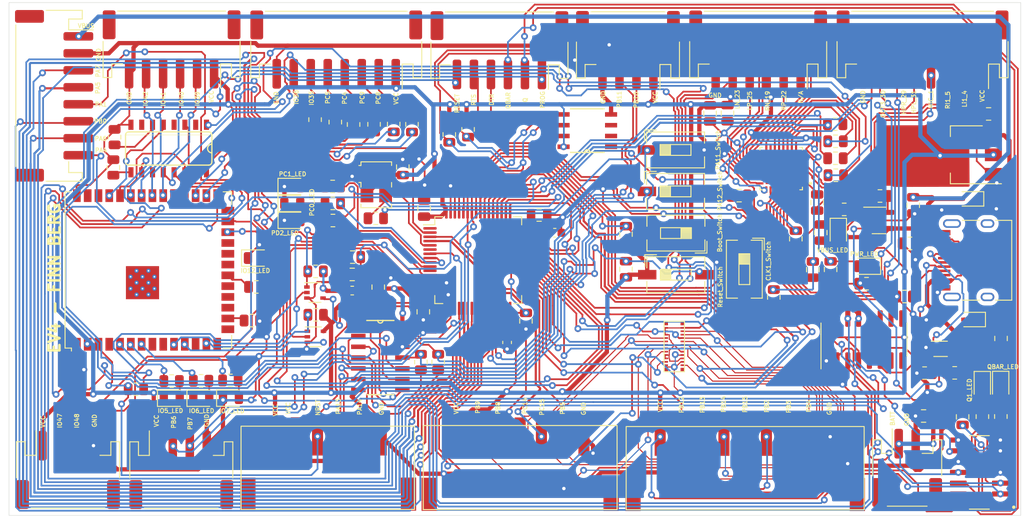
<source format=kicad_pcb>
(kicad_pcb (version 20211014) (generator pcbnew)
  (layers (0 "F.Cu" signal) (31 "B.Cu" power) (34 "B.Paste" user) (35 "F.Paste" user) (36 "B.SilkS" user "B.Silkscreen") (37 "F.SilkS" user "F.Silkscreen") (38 "B.Mask" user) (39 "F.Mask" user) (44 "Edge.Cuts" user))
  (net 0 "")
  (net 1 "+3.3VA")
  (net 2 "+3.3V")
  (net 3 "VBUS")
  (net 4 "GND")
  (net 5 "/MICBIAS")
  (net 6 "Net-(C7-Pad2)")
  (net 7 "Net-(C15-Pad2)")
  (net 8 "+BATT")
  (net 12 "/EEP_SDA")
  (net 13 "/EEP_SCL")
  (net 15 "Net-(D1-Pad1)")
  (net 16 "Net-(D3-Pad2)")
  (net 17 "Net-(D4-Pad2)")
  (net 18 "Net-(D5-Pad2)")
  (net 19 "Net-(D6-Pad2)")
  (net 20 "Net-(D7-Pad2)")
  (net 21 "Net-(D8-Pad2)")
  (net 22 "Net-(D9-Pad2)")
  (net 23 "Net-(D11-Pad1)")
  (net 24 "Net-(J9-PadA5)")
  (net 25 "/USB_D+")
  (net 26 "/USB_D-")
  (net 28 "Net-(J9-PadB5)")
  (net 31 "/IO_PC4")
  (net 32 "/IO_PC5")
  (net 33 "/IO_PC8")
  (net 34 "/IO_PC9")
  (net 35 "/UART1_RX")
  (net 36 "/CH_TXD")
  (net 37 "/UART1_TX")
  (net 38 "/CH_RXD")
  (net 39 "/BOOT0")
  (net 40 "/EN_ESP")
  (net 41 "Net-(R14-Pad2)")
  (net 42 "Net-(R15-Pad1)")
  (net 43 "Net-(R17-Pad1)")
  (net 44 "Net-(R18-Pad1)")
  (net 45 "Net-(R19-Pad1)")
  (net 46 "Net-(R20-Pad1)")
  (net 47 "Net-(C23-Pad1)")
  (net 48 "Net-(D12-Pad2)")
  (net 49 "/PC1")
  (net 50 "/PC0")
  (net 51 "/PD2")
  (net 52 "/HSE_IN")
  (net 53 "Net-(R26-Pad2)")
  (net 54 "/BCLK")
  (net 55 "Net-(R27-Pad2)")
  (net 56 "/DACLRC")
  (net 57 "Net-(R28-Pad2)")
  (net 58 "/DACDAT")
  (net 59 "Net-(R29-Pad2)")
  (net 60 "/ADCDAT")
  (net 61 "Net-(R31-Pad2)")
  (net 62 "Net-(R32-Pad2)")
  (net 63 "Net-(R36-Pad1)")
  (net 64 "/BATT_CHG_PA0")
  (net 65 "Net-(SW9-Pad1)")
  (net 66 "Net-(SW10-Pad1)")
  (net 68 "/BB_COLS_3")
  (net 69 "/BB_COLS_4")
  (net 71 "Net-(D13-Pad2)")
  (net 73 "/CS_PA1")
  (net 74 "/ESP_UART1_RX")
  (net 75 "/ESP_UART1_TX")
  (net 76 "/SCK_SPI")
  (net 77 "/RST_PA6")
  (net 78 "/MOSI_SPI")
  (net 79 "/DC_PB0")
  (net 80 "/BB_MIC")
  (net 81 "/BB_ROW_5")
  (net 82 "/UART3_TX")
  (net 83 "/UART3_RX")
  (net 84 "/BB_ROW_1")
  (net 85 "/BB_ROW_2")
  (net 86 "/BB_ROW_3")
  (net 87 "/BB_ROW_4")
  (net 88 "/WM_PC6")
  (net 89 "/WM_PC7")
  (net 91 "/SWD_DIO")
  (net 92 "/SWD_CLK")
  (net 93 "/BL_PA4")
  (net 94 "/BB_ROW_6")
  (net 95 "/BB_ROW_7")
  (net 96 "/BB_COLS_5")
  (net 97 "/BB_COLS_2")
  (net 98 "/BB_COLS_1")
  (net 99 "/UD-")
  (net 100 "/UD+")
  (net 107 "Net-(C25-Pad2)")
  (net 116 "/ESP_SDA")
  (net 117 "/ESP_SCL")
  (net 119 "Net-(J10-Pad2)")
  (net 120 "Net-(J10-Pad3)")
  (net 123 "/MTCK")
  (net 124 "/MTDO")
  (net 125 "/MTDI")
  (net 126 "/MTMS")
  (net 131 "/LINPUT1")
  (net 132 "/RINPUT1")
  (net 136 "/SPK_RN")
  (net 137 "/SPK_RP")
  (net 138 "/SPK_LN")
  (net 139 "/SPK_LP")
  (net 140 "/HP_R")
  (net 141 "/OUT3")
  (net 142 "/HP_L")
  (net 145 "/ESP_UART1_EN")
  (net 146 "/UART2_EN")
  (net 147 "/UART2_TX")
  (net 148 "/UART2_RX")
  (net 154 "Net-(D10-Pad1)")
  (net 155 "Net-(R37-Pad2)")
  (net 160 "Net-(C21-Pad2)")
  (net 161 "Net-(C22-Pad2)")
  (net 162 "Net-(J10-Pad4)")
  (net 163 "Net-(J10-Pad5)")
  (net 164 "Net-(J10-Pad6)")
  (net 165 "Net-(J10-Pad7)")
  (net 166 "Net-(R6-Pad1)")
  (net 167 "Net-(R21-Pad1)")
  (net 168 "Net-(R22-Pad1)")
  (net 169 "/ESP_IO35")
  (net 170 "/ESP_IO36")
  (net 171 "Net-(R40-Pad1)")
  (net 172 "/ESP_RX0")
  (net 173 "/ESP_TX0")
  (net 174 "/Q_2")
  (net 175 "/QBAR_2")
  (net 176 "/CH_DTR")
  (net 177 "/CH_RTS")
  (net 178 "Net-(R41-Pad1)")
  (net 179 "/C_2")
  (net 180 "/BOOT_ESP")
  (net 186 "Net-(U8-Pad3)")
  (net 187 "Net-(U8-Pad5)")
  (footprint "Capacitor_SMD:C_0805_2012Metric" (layer "F.Cu") (at 175.5 69.27 90)
    (fp_text reference "C17" hide)
    (fp_text value "100n" hide)
  )
  (footprint "Resistor_SMD:R_0805_2012Metric" (layer "F.Cu") (at 140.43 70.56 -90)
    (fp_text reference "R9" hide)
    (fp_text value "220" hide)
  )
  (footprint "1x4 pin download:1x6_connector" (layer "F.Cu") (at 124.32 107.31)
    (fp_text reference "U5" hide)
    (fp_text value "1x6_connector" hide)
  )
  (footprint "Capacitor_SMD:C_0805_2012Metric" (layer "F.Cu") (at 178.92 78.96)
    (fp_text reference "C15" hide)
    (fp_text value "4.7u" hide)
  )
  (footprint "BM14B(0.B)-24DS-0:BM14B(0.B)-24DS-0.4V(53)" (layer "F.Cu") (at 172.23 98.93 90)
    (fp_text reference "U13" hide)
    (fp_text value "BM14B(0.8)-24DS-0.4V(53)" hide)
  )
  (footprint "Resistor_SMD:R_0805_2012Metric" (layer "F.Cu") (at 131.1125 79.87 180)
    (fp_text reference "R24" hide)
    (fp_text value "660" hide)
  )
  (footprint "Resistor_SMD:R_0805_2012Metric" (layer "F.Cu") (at 207.54 104.98 90)
    (fp_text reference "R40" hide)
    (fp_text value "660" hide)
  )
  (footprint "Resistor_SMD:R_0805_2012Metric" (layer "F.Cu") (at 195.49 79)
    (fp_text reference "R37" hide)
    (fp_text value "2k" hide)
  )
  (footprint "1x4 pin download:1x7_connector" (layer "F.Cu") (at 145.66 107.33)
    (fp_text reference "U6" hide)
    (fp_text value "1x7_connector" hide)
  )
  (footprint "Resistor_SMD:R_0805_2012Metric" (layer "F.Cu") (at 204.28 99.83)
    (fp_text reference "R38" hide)
    (fp_text value "10k" hide)
  )
  (footprint "Connector_JST:JST_PH_S4B-PH-SM4-TB_1x04-1MP_P2.00mm_Horizontal" (layer "F.Cu") (at 99.96 111.25)
    (fp_text reference "J3" hide)
    (fp_text value "Conn_01x04_Female" hide)
  )
  (footprint "LED_SMD:LED_0805_2012Metric" (layer "F.Cu") (at 126.35 77.88)
    (fp_text reference "D7" hide)
    (fp_text value "LED" hide)
  )
  (footprint "Resistor_SMD:R_0805_2012Metric" (layer "F.Cu") (at 133.56 70.58 -90)
    (fp_text reference "R33" hide)
    (fp_text value "220" hide)
  )
  (footprint "Capacitor_SMD:C_0805_2012Metric" (layer "F.Cu") (at 188.1 79.77 90)
    (fp_text reference "C7" hide)
    (fp_text value "4.7u" hide)
  )
  (footprint "Resistor_SMD:R_0805_2012Metric" (layer "F.Cu") (at 147.03 71.16 -90)
    (fp_text reference "R7" hide)
    (fp_text value "1k5" hide)
  )
  (footprint "Capacitor_SMD:C_0805_2012Metric" (layer "F.Cu") (at 153.84 93.72 -90)
    (fp_text reference "C13" hide)
    (fp_text value "100n" hide)
  )
  (footprint "LED_SMD:LED_0805_2012Metric" (layer "F.Cu") (at 193.88 87.27 180)
    (fp_text reference "D1" hide)
    (fp_text value "LED" hide)
  )
  (footprint "Package_QFP:LQFP-64_10x10mm_P0.5mm" (layer "F.Cu") (at 148.225 86.56)
    (fp_text reference "U1" hide)
    (fp_text value "STM32F405RGTx" hide)
  )
  (footprint "Resistor_SMD:R_0805_2012Metric" (layer "F.Cu") (at 141.478 98.552 90)
    (fp_text reference "R15" hide)
    (fp_text value "1K1" hide)
  )
  (footprint "LED_SMD:LED_0805_2012Metric" (layer "F.Cu") (at 209.69 101.33 -90)
    (fp_text reference "D13" hide)
    (fp_text value "LED" hide)
  )
  (footprint "Capacitor_SMD:C_0805_2012Metric" (layer "F.Cu") (at 136.46 89.73 90)
    (fp_text reference "C10" hide)
    (fp_text value "1u" hide)
  )
  (footprint "Package_TO_SOT_SMD:SOT-666" (layer "F.Cu") (at 202.62 97)
    (fp_text reference "U4" hide)
    (fp_text value "USBLC6-2P6" hide)
  )
  (footprint "Resistor_SMD:R_0805_2012Metric" (layer "F.Cu") (at 129.03 70.01 -90)
    (fp_text reference "R35" hide)
    (fp_text value "220" hide)
  )
  (footprint "Inductor_SMD:L_0603_1608Metric" (layer "F.Cu") (at 133.4 90.14 180)
    (fp_text reference "120R1" hide)
    (fp_text value "FerriteBead" hide)
  )
  (footprint "Capacitor_SMD:C_0805_2012Metric" (layer "F.Cu") (at 139.35 75.59 90)
    (fp_text reference "C4" hide)
    (fp_text value "100n" hide)
  )
  (footprint "Resistor_SMD:R_0805_2012Metric" (layer "F.Cu") (at 122.11 89.71)
    (fp_text reference "R20" hide)
    (fp_text value "660" hide)
  )
  (footprint "Connector_JST:JST_PH_S8B-PH-SM4-TB_1x08-1MP_P2.00mm_Horizontal" (layer "F.Cu") (at 98.33 67.2 -90)
    (fp_text reference "J6" hide)
    (fp_text value "Conn_01x08_Female" hide)
  )
  (footprint "Capacitor_SMD:C_0805_2012Metric" (layer "F.Cu") (at 208.27 69.34)
    (fp_text reference "C2" hide)
    (fp_text value "22u" hide)
  )
  (footprint "Resistor_SMD:R_0805_2012Metric" (layer "F.Cu") (at 119.06 100.72)
    (fp_text reference "R19" hide)
    (fp_text value "660" hide)
  )
  (footprint "Resistor_SMD:R_0805_2012Metric" (layer "F.Cu") (at 144.82 71.76 -90)
    (fp_text reference "R8" hide)
    (fp_text value "1k5" hide)
  )
  (footprint "Resistor_SMD:R_0805_2012Metric" (layer "F.Cu") (at 143.51 98.552 90)
    (fp_text reference "R41" hide)
    (fp_text value "1K1" hide)
  )
  (footprint "Package_TO_SOT_SMD:SOT-23-5" (layer "F.Cu") (at 195.37 81.88)
    (fp_text reference "U12" hide)
    (fp_text value "MCP73832-2-OT" hide)
  )
  (footprint "LED_SMD:LED_0805_2012Metric" (layer "F.Cu") (at 207.53 101.3475 -90)
    (fp_text reference "D12" hide)
    (fp_text value "LED" hide)
  )
  (footprint "Button_Switch_SMD:SW_DIP_SPSTx01_Slide_6.7x4.1mm_W6.73mm_P2.54mm_LowProfile_JPin" (layer "F.Cu") (at 171.44 78.46)
    (fp_text reference "SW10" hide)
    (fp_text value "SW_Push" hide)
  )
  (footprint "LED_SMD:LED_0805_2012Metric" (layer "F.Cu") (at 122.07 86.31)
    (fp_text reference "D4" hide)
    (fp_text value "LED" hide)
  )
  (footprint "Capacitor_SMD:C_0805_2012Metric" (layer "F.Cu") (at 177.55 69.25 90)
    (fp_text reference "C18" hide)
    (fp_text value "100n" hide)
  )
  (footprint "Resistor_SMD:R_0805_2012Metric" (layer "F.Cu") (at 209.71 104.97 90)
    (fp_text reference "R22" hide)
    (fp_text value "660" hide)
  )
  (footprint "Capacitor_SMD:C_0805_2012Metric" (layer "F.Cu") (at 155.39 81.24)
    (fp_text reference "C12" hide)
    (fp_text value "100n" hide)
  )
  (footprint "Capacitor_SMD:C_0805_2012Metric" (layer "F.Cu") (at 189.68 87.65 90)
    (fp_text reference "C3" hide)
    (fp_text value "100n" hide)
  )
  (footprint "Connector_JST:JST_PH_S6B-PH-SM4-TB_1x06-1MP_P2.00mm_Horizontal" (layer "F.Cu") (at 150.72 61.84 180)
    (fp_text reference "J11" hide)
    (fp_text value "Conn_01x06_Female" hide)
  )
  (footprint "Connector_JST:JST_PH_S6B-PH-SM4-TB_1x06-1MP_P2.00mm_Horizontal" (layer "F.Cu") (at 112.15 61.74 180)
    (fp_text reference "J8" hide)
    (fp_text value "Conn_01x06_Female" hide)
  )
  (footprint "Connector_JST:JST_PH_S8B-PH-SM4-TB_1x08-1MP_P2.00mm_Horizontal" (layer "F.Cu") (at 200.5 61.76 180)
    (fp_text reference "J4" hide)
    (fp_text value "Conn_01x08_Female" hide)
  )
  (footprint "Capacitor_SMD:C_0805_2012Metric" (layer "F.Cu") (at 133.45 86.2 180)
    (fp_text reference "C8" hide)
    (fp_text value "10n" hide)
  )
  (footprint "Button_Switch_SMD:SW_DIP_SPSTx01_Slide_6.7x4.1mm_W6.73mm_P2.54mm_LowProfile_JPin" (layer "F.Cu") (at 171.47 88.27)
    (fp_text reference "SW6" hide)
    (fp_text value "SW_Push" hide)
  )
  (footprint "Capacitor_SMD:C_0805_2012Metric" (layer "F.Cu") (at 141.855 80.48 90)
    (fp_text reference "C11" hide)
    (fp_text value "100n" hide)
  )
  (footprint "Resistor_SMD:R_0805_2012Metric" (layer "F.Cu") (at 105.44 72.07 90)
    (fp_text reference "R21" hide)
    (fp_text value "4K7" hide)
  )
  (footprint "Capacitor_SMD:C_0805_2012Metric" (layer "F.Cu") (at 187.59 87.67 90)
    (fp_text reference "C6" hide)
    (fp_text value "100n" hide)
  )
  (footprint "Connector_JST:JST_PH_S6B-PH-SM4-TB_1x06-1MP_P2.00mm_Horizontal" (layer "F.Cu") (at 181.16 61.76 180)
    (fp_text reference "J2" hide)
    (fp_text value "Conn_01x06_Female" hide)
  )
  (footprint "Capacitor_SMD:C_0805_2012Metric" (layer "F.Cu") (at 165.608 83.5 90)
    (fp_text reference "C24" hide)
    (fp_text value "100n" hide)
  )
  (footprint "Connector_JST:JST_PH_S4B-PH-SM4-TB_1x04-1MP_P2.00mm_Horizontal" (layer "F.Cu") (at 165.84 61.81 180)
    (fp_text reference "J5" hide)
    (fp_text value "Conn_01x04_Female" hide)
  )
  (footprint "Capacitor_SMD:C_0805_2012Metric" (layer "F.Cu") (at 205.21 105.01 90)
    (fp_text reference "C23" hide)
    (fp_text value "100n" hide)
  )
  (footprint "Connector_JST:JST_PH_S8B-PH-SM4-TB_1x08-1MP_P2.00mm_Horizontal" (layer "F.Cu") (at 131.52 61.76 180)
    (fp_text reference "J10" hide)
    (fp_text value "Conn_01x08_Female" hide)
  )
  (footprint "Resistor_SMD:R_0805_2012Metric" (layer "F.Cu") (at 121.59 93.67 180)
    (fp_text reference "R32" hide)
    (fp_text value "4k7" hide)
  )
  (footprint "Resistor_SMD:R_0805_2012Metric" (layer "F.Cu") (at 105.3 75.64 90)
    (fp_text reference "R6" hide)
    (fp_text value "4K7" hide)
  )
  (footprint "Resistor_SMD:R_0805_2012Metric" (layer "F.Cu") (at 131.13 81.89 180)
    (fp_text reference "R25" hide)
    (fp_text value "660" hide)
  )
  (footprint "74HC14D_653:SOIC127P600X175-14N" (layer "F.Cu") (at 136.71 98.03)
    (fp_text reference "U8" hide)
    (fp_text value "74HC14D,653" hide)
  )
  (footprint "Resistor_SMD:R_0805_2012Metric" (layer "F.Cu") (at 190.29 76.56)
    (fp_text reference "R31" hide)
    (fp_text value "100" hide)
  )
  (footprint "Resistor_SMD:R_0805_2012Metric" (layer "F.Cu") (at 191.28 80.58 180)
    (fp_text reference "R36" hide)
    (fp_text value "1k" hide)
  )
  (footprint "Resistor_SMD:R_0805_2012Metric" (layer "F.Cu") (at 198.38 90.84)
    (fp_text reference "R12" hide)
    (fp_text value "5k1" hide)
  )
  (footprint "Resistor_SMD:R_0805_2012Metric" (layer "F.Cu") (at 115.62 100.76)
    (fp_text reference "R18" hide)
    (fp_text value "660" hide)
  )
  (footprint "Resistor_SMD:R_0805_2012Metric" (layer "F.Cu") (at 190.25 74.56)
    (fp_text reference "R29" hide)
    (fp_text value "100" hide)
  )
  (footprint "Capacitor_SMD:C_0603_1608Metric" (layer "F.Cu") (at 157.23 83.33 180)
    (fp_text reference "C22" hide)
    (fp_text value "2u2" hide)
  )
  (footprint "LED_SMD:LED_0805_2012Metric" (layer "F.Cu") (at 119.13 102.81)
    (fp_text reference "D6" hide)
    (fp_text value "LED" hide)
  )
  (footprint "ESP32-S3-WROOM-1-N8R2:New_ESP32_M24C02-RMN6TP" (layer "F.Cu") (at 161.06 71.3 180)
    (fp_text reference "CR1" hide)
    (fp_text value "M24C02-RDW6TP" hide)
  )
  (footprint "Resistor_SMD:R_0805_2012Metric" (layer "F.Cu") (at 135.97 70.56 -90)
    (fp_text reference "R30" hide)
    (fp_text value "220" hide)
  )
  (footprint "ESP32-S3-WROOM-1-N8R2:QFN50P500X500X90-33N" (layer "F.Cu") (at 183.8675 75.77 180)
    (fp_text reference "U14" hide)
    (fp_text value "WM8960CGEFL/RV" hide)
  )
  (footprint "LED_SMD:LED_0805_2012Metric" (layer "F.Cu") (at 190.59 83.31 -90)
    (fp_text reference "D11" hide)
    (fp_text value "LED" hide)
  )
  (footprint "Resistor_SMD:R_0805_2012Metric" (layer "F.Cu") (at 190.26 72.56)
    (fp_text reference "R28" hide)
    (fp_text value "100" hide)
  )
  (footprint "Capacitor_SMD:C_0805_2012Metric" (layer "F.Cu") (at 185.59 84.04 -90)
    (fp_text reference "C16" hide)
    (fp_text value "100n" hide)
  )
  (footprint "Resistor_SMD:R_0805_2012Metric" (layer "F.Cu") (at 107.95 101.76)
    (fp_text reference "R14" hide)
    (fp_text value "100" hide)
  )
  (footprint "Resistor_SMD:R_0805_2012Metric" (layer "F.Cu") (at 200.74 99.86)
    (fp_text reference "R39" hide)
    (fp_text value "6.8k" hide)
  )
  (footprint "Capacitor_SMD:C_0805_2012Metric" (layer "F.Cu") (at 188.52 83.31 90)
    (fp_text reference "C1" hide)
    (fp_text value "4u7" hide)
  )
  (footprint "Resistor_SMD:R_0805_2012Metric" (layer "F.Cu") (at 183 90.94 -90)
    (fp_text reference "R5" hide)
    (fp_text value "4K7" hide)
  )
  (footprint "Capacitor_SMD:C_0805_2012Metric" (layer "F.Cu") (at 200.62 104.91 180)
    (fp_text reference "C19" hide)
    (fp_text value "4u7" hide)
  )
  (footprint "Resistor_SMD:R_0805_2012Metric" (layer "F.Cu") (at 193.91 89.33)
    (fp_text reference "R1" hide)
    (fp_text value "150" hide)
  )
  (footprint "Capacitor_SMD:C_0805_2012Metric" (layer "F.Cu") (at 141.765 92.64 -90)
    (fp_text reference "C14" hide)
    (fp_text value "100n" hide)
  )
  (footprint "Capacitor_SMD:C_0805_2012Metric" (layer "F.Cu") (at 133.4 88.24 180)
    (fp_text reference "C9" hide)
    (fp_text value "1u" hide)
  )
  (footprint "Package_TO_SOT_SMD:SOT-353_SC-70-5" (layer "F.Cu") (at 129.07 95.58)
    (fp_text reference "U3" hide)
    (fp_text value "NC7SZ125P5X" hide)
  )
  (footprint "Capacitor_SMD:C_0805_2012Metric" (layer "F.Cu") (at 165.608 87.63 90)
    (fp_text reference "C25" hide)
    (fp_text value "100n" hide)
  )
  (footprint "LED_SMD:LED_0805_2012Metric" (layer "F.Cu") (at 112.17 102.82)
    (fp_text reference "D3" hide)
    (fp_text value "LED" hide)
  )
  (footprint "Oscillator:Oscillator_SMD_SeikoEpson_SG8002LB-4Pin_5.0x3.2mm" (layer "F.Cu") (at 136.23 77.68 -90)
    (fp_text reference "X1" hide)
    (fp_text value "SG-5032CAN" hide)
  )
  (footprint "Capacitor_SMD:C_0805_2012Metric" (layer "F.Cu") (at 199.4 80.1 -90)
    (fp_text reference "C20" hide)
    (fp_text value "100n" hide)
  )
  (footprint "Connector_USB:USB_C_Receptacle_HRO_TYPE-C-31-M-12" (layer "F.Cu") (at 207.09 86.57 90)
    (fp_text reference "J9" hide)
    (fp_text value "USB_C_Receptacle" hide)
  )
  (footprint "74HC4052:SO16" (layer "F.Cu") (at 111.81 73.41 180)
    (property "VALUE" "74HC4052")
    (fp_text reference "U16" hide)
    (fp_text value "74HC4052" hide)
  )
  (footprint "Resistor_SMD:R_0805_2012Metric" (layer "F.Cu") (at 199.01 84.58)
    (fp_text reference "R11" hide)
    (fp_text value "5k1" hide)
  )
  (footprint "Capacitor_SMD:C_0805_2012Metric" (layer "F.Cu") (at 209.73 95.78 -90)
    (fp_text reference "C5" hide)
    (fp_text value "10U" hide)
  )
  (footprint "Connector_JST:JST_PH_S4B-PH-SM4-TB_1x04-1MP_P2.00mm_Horizontal" (layer "F.Cu") (at 113.29 111.26)
    (fp_text reference "J7" hide)
    (fp_text value "Conn_01x04_Female" hide)
  )
  (footprint "Resistor_SMD:R_0805_2012Metric" (layer "F.Cu") (at 131.0975 77.88 180)
    (fp_text reference "R23" hide)
    (fp_text value "660" hide)
  )
  (footprint "Resistor_SMD:R_0805_2012Metric" (layer "F.Cu") (at 190.22 70.55)
    (fp_text reference "R27" hide)
    (fp_text value "100" hide)
  )
  (footprint "Capacitor_SMD:C_0603_1608Metric" (layer "F.Cu") (at 151.62 96.25 90)
    (fp_text reference "C21" hide)
    (fp_text value "2u2" hide)
  )
  (footprint "Diode_SMD:D_SOD-323" (layer "F.Cu") (at 206.4 93.55 180)
    (fp_text reference "D2" hide)
    (fp_text value "1N5819WS" hide)
  )
  (footprint "Resistor_SMD:R_0805_2012Metric" (layer "F.Cu") (at 112.15 100.79)
    (fp_text reference "R17" hide)
    (fp_text value "660" hide)
  )
  (footprint "1x4 pin download:1x9_connector" (layer "F.Cu") (at 169.63 107.35)
    (fp_text reference "U7" hide)
    (fp_text value "1x9_connector" hide)
  )
  (footprint "Diode_SMD:D_SOD-323" (layer "F.Cu") (at 206.2 79.34 180)
    (fp_text reference "D10" hide)
    (fp_text value "1N5819WS" hide)
  )
  (footprint "Resistor_SMD:R_0805_2012Metric" (layer "F.Cu") (at 129.1 92.99)
    (fp_text reference "R3" hide)
    (fp_text value "4k7" hide)
  )
  (footprint "LED_SMD:LED_0805_2012Metric" (layer "F.Cu") (at 126.35 79.88)
    (fp_text reference "D8" hide)
    (fp_text value "LED" hide)
  )
  (footprint "LED_SMD:LED_0805_2012Metric" (layer "F.Cu") (at 126.36 81.87)
    (fp_text reference "D9" hide)
    (fp_text value "LED" hide)
  )
  (footprint "Resistor_SMD:R_0805_2012Metric" (layer "F.Cu") (at 138.28 70.54 -90)
    (fp_text reference "R10" hide)
    (fp_text value "220" hide)
  )
  (footprint "Package_TO_SOT_SMD:SOT-353_SC-70-5" (layer "F.Cu") (at 129.02 90.37)
    (fp_text reference "U9" hide)
    (fp_text value "NC7SZ125P5X" hide)
  )
  (footprint "Resistor_SMD:R_0805_2012Metric" (layer "F.Cu") (at 136.17 81.63)
    (fp_text reference "R26" hide)
    (fp_text value "220" hide)
  )
  (footprint "Connector_JST:JST_PH_S2B-PH-SM4-TB_1x02-1MP_P2.00mm_Horizontal" (layer "F.Cu") (at 198.69 111.02)
    (fp_text reference "J1" hide)
    (fp_text value "Conn_01x02_Female" hide)
  )
  (footprint "Package_TO_SOT_SMD:SOT-223-3_TabPin2" (layer "F.Cu") (at 205.68 74.15 180)
    (fp_text reference "U2" hide)
    (fp_text value "AMS1117-3.3" hide)
  )
  (footprint "CD4013BM:SOIC127P600X175-14N" (layer "F.Cu") (at 207.18 111.55 180)
    (fp_text reference "U15" hide)
    (fp_text value "CD4013BM" hide)
  )
  (footprint "Button_Switch_SMD:SW_DIP_SPSTx01_Slide_6.7x4.1mm_W6.73mm_P2.54mm_LowProfile_JPin" (layer "F.Cu") (at 171.48 83.37 180)
    (fp_text reference "SW3" hide)
    (fp_text value "SW_Push" hide)
  )
  (footprint "Resistor_SMD:R_0805_2012Metric" (layer "F.Cu") (at 129.09 87.88)
    (fp_text reference "R4" hide)
    (fp_text value "4k7" hide)
  )
  (footprint "Package_SO:SOIC-16_3.9x9.9mm_P1.27mm" (layer "F.Cu") (at 193.61 95.91 90)
    (fp_text reference "U10" hide)
    (fp_text value "CH340C" hide)
  )
  (footprint "Button_Switch_SMD:SW_DIP_SPSTx01_Slide_6.7x4.1mm_W6.73mm_P2.54mm_LowProfile_JPin" (layer "F.Cu") (at 171.44 73.58)
    (fp_text reference "SW9" hide)
    (fp_text value "SW_Push" hide)
  )
  (footprint "Resistor_SMD:R_0805_2012Metric" (layer "F.Cu") (at 131.41 70.3 -90)
    (fp_text reference "R34" hide)
    (fp_text value "220" hide)
  )
  (footprint "RF_Module:ESP32-S3-WROOM-1U" (layer "F.Cu") (at 109.415 87.71 90)
    (fp_text reference "U11" hide)
    (fp_text value "ESP32-S3-WROOM-1-N8R2" hide)
  )
  (footprint "Button_Switch_SMD:SW_DIP_SPSTx01_Slide_6.7x4.1mm_W6.73mm_P2.54mm_LowProfile_JPin" (layer "F.Cu") (at 179.53 87.62 -90)
    (fp_text reference "SW5" hide)
    (fp_text value "SW_Push" hide)
  )
  (footprint "LED_SMD:LED_0805_2012Metric" (layer "F.Cu") (at 115.64 102.82)
    (fp_text reference "D5" hide)
    (fp_text value "LED" hide)
  )
  (gr_rect (start 93.02 56.22) (end 212.052 116.62) (layer "Edge.Cuts") (width 0.05) (fill none))
  (gr_text "PB12" (at 172.14 103.59 90) (layer "F.SilkS") (effects (font (size 0.5 0.5) (thickness 0.1))))
  (gr_text "GND" (at 189.54 104.04 90) (layer "F.SilkS") (effects (font (size 0.5 0.5) (thickness 0.1))))
  (gr_text "GND" (at 162.92 67.39 90) (layer "F.SilkS") (effects (font (size 0.5 0.5) (thickness 0.1))))
  (gr_text "PB0" (at 103.78 70.2) (layer "F.SilkS") (effects (font (size 0.5 0.5) (thickness 0.1))))
  (gr_text "MIC_1" (at 201.48 67.62 90) (layer "F.SilkS") (effects (font (size 0.5 0.5) (thickness 0.1))))
  (gr_text "NRST" (at 129.37 103.92 90) (layer "F.SilkS") (effects (font (size 0.5 0.5) (thickness 0.1))))
  (gr_text "VCC" (at 207.52 67.21 90) (layer "F.SilkS") (effects (font (size 0.5 0.5) (thickness 0.1))))
  (gr_text "RTS" (at 147.69 67.68 90) (layer "F.SilkS") (effects (font (size 0.5 0.5) (thickness 0.1))))
  (gr_text "CLK1_Switch" (at 182.37 86.65 90) (layer "F.SilkS") (effects (font (size 0.5 0.5) (thickness 0.1))))
  (gr_text "IO6_LED" (at 115.67 104.3) (layer "F.SilkS") (effects (font (size 0.5 0.5) (thickness 0.1))))
  (gr_text "PC14" (at 153.72 103.71 90) (layer "F.SilkS") (effects (font (size 0.5 0.5) (thickness 0.1))))
  (gr_text "GND\n" (at 124.45 67.46 90) (layer "F.SilkS") (effects (font (size 0.5 0.5) (thickness 0.1))))
  (gr_text "GND" (at 103.56 62.37 90) (layer "F.SilkS") (effects (font (size 0.5 0.5) (thickness 0.1))))
  (gr_text "GND" (at 103.08 105.47 90) (layer "F.SilkS") (effects (font (size 0.5 0.5) (thickness 0.1))))
  (gr_text "HPL_31" (at 199.47 67.93 90) (layer "F.SilkS") (effects (font (size 0.5 0.5) (thickness 0.1))))
  (gr_text "GND" (at 193.49 67.33 90) (layer "F.SilkS") (effects (font (size 0.5 0.5) (thickness 0.1))))
  (gr_text "PB8" (at 150.55 103.97 90) (layer "F.SilkS") (effects (font (size 0.5 0.5) (thickness 0.1))))
  (gr_text "VCC" (at 169.66 103.74 90) (layer "F.SilkS") (effects (font (size 0.5 0.5) (thickness 0.1))))
  (gr_text "GND" (at 160.62 104.05 90) (layer "F.SilkS") (effects (font (size 0.5 0.5) (thickness 0.1))))
  (gr_text "PB15" (at 179.61 103.55 90) (layer "F.SilkS") (effects (font (size 0.5 0.5) (thickness 0.1))))
  (gr_text "VCC" (at 169.05 67.4 90) (layer "F.SilkS") (effects (font (size 0.5 0.5) (thickness 0.1))))
  (gr_text "EV4 - FINN BERG" (at 98.37 88.66 90) (layer "F.SilkS") (effects (font (size 1.3 1.3) (thickness 0.3))))
  (gr_text "IO42" (at 109.09 67.56 90) (layer "F.SilkS") (effects (font (size 0.5 0.5) (thickness 0.1))))
  (gr_text "PROG\n" (at 155.8 67.68 90) (layer "F.SilkS") (effects (font (size 0.5 0.5) (thickness 0.1))))
  (gr_text "PA1" (at 103.83 68.22) (layer "F.SilkS") (effects (font (size 0.5 0.5) (thickness 0.1))))
  (gr_text "IO48" (at 101 105.49 90) (layer "F.SilkS") (effects (font (size 0.5 0.5) (thickness 0.1))))
  (gr_text "PWR_LED" (at 193.64 85.84) (layer "F.SilkS") (effects (font (size 0.5 0.5) (thickness 0.1))))
  (gr_text "PC15" (at 155.72 103.86 90) (layer "F.SilkS") (effects (font (size 0.5 0.5) (thickness 0.1))))
  (gr_text "PA13" (at 131.77 103.78 90) (layer "F.SilkS") (effects (font (size 0.5 0.5) (thickness 0.1))))
  (gr_text "IO47" (at 98.99 105.47 90) (layer "F.SilkS") (effects (font (size 0.5 0.5) (thickness 0.1))))
  (gr_text "IO35" (at 128.61 67.48 90) (layer "F.SilkS") (effects (font (size 0.5 0.5) (thickness 0.1))))
  (gr_text "PB14" (at 177.09 103.52 90) (layer "F.SilkS") (effects (font (size 0.5 0.5) (thickness 0.1))))
  (gr_text "GND" (at 136.84 104.05 90) (layer "F.SilkS") (effects (font (size 0.5 0.5) (thickness 0.1))))
  (gr_text "IO39" (at 115.19 67.56 90) (layer "F.SilkS") (effects (font (size 0.5 0.5) (thickness 0.1))))
  (gr_text "VBUS_LED" (at 189.9 85.38) (layer "F.SilkS") (effects (font (size 0.5 0.5) (thickness 0.1))))
  (gr_text "VCC" (at 124.37 104.23 90) (layer "F.SilkS") (effects (font (size 0.5 0.5) (thickness 0.1))))
  (gr_text "PC0_LED" (at 128.66 79.76 90) (layer "F.SilkS") (effects (font (size 0.5 0.5) (thickness 0.1))))
  (gr_text "HPR_29" (at 198.31 67.98 90) (layer "F.SilkS") (effects (font (size 0.5 0.5) (thickness 0.1))))
  (gr_text "GND" (at 107.17 67.48 90) (layer "F.SilkS") (effects (font (size 0.5 0.5) (thickness 0.1))))
  (gr_text "OUT3_30" (at 195.86 68.17 90) (layer "F.SilkS") (effects (font (size 0.5 0.5) (thickness 0.1))))
  (gr_text "PA6" (at 103.81 72.25) (layer "F.SilkS") (effects (font (size 0.5 0.5) (thickness 0.1))))
  (gr_text "GND" (at 116.28 105.45 90) (layer "F.SilkS") (effects (font (size 0.5 0.5) (thickness 0.1))))
  (gr_text "IO7_LED" (at 119.23 104.32) (layer "F.SilkS") (effects (font (size 0.5 0.5) (thickness 0.1))))
  (gr_text "PC4" (at 132.51 67.46 90) (layer "F.SilkS") (effects (font (size 0.5 0.5) (thickness 0.1))))
  (gr_text "Boot_Switch" (at 176.64 83.37 90) (layer "F.SilkS") (effects (font (size 0.5 0.5) (thickness 0.1))))
  (gr_text "PA11_Switch" (at 176.43 73.56 90) (layer "F.SilkS") (effects (font (size 0.5 0.5) (thickness 0.1))))
  (gr_text "PC5" (at 130.52 67.41 90) (layer "F.SilkS") (effects (font (size 0.5 0.5) (thickness 0.1))))
  (gr_text "RN_19" (at 182.27 67.81 90) (layer "F.SilkS") (effects (font (size 0.5 0.5) (thickness 0.1))))
  (gr_text "VCC" (at 138.56 67.53 90) (layer "F.SilkS") (effects (font (size 0.5 0.5) (thickness 0.1))))
  (gr_text "VBUS" (at 102.09 58.97) (layer "F.SilkS") (effects (font (size 0.5 0.5) (thickness 0.1))))
  (gr_text "PA14" (at 134.28 103.85 90) (layer "F.SilkS") (effects (font (size 0.5 0.5) (thickness 0.1))))
  (gr_text "PB4" (at 187.12 103.75 90) (layer "F.SilkS") (effects (font (size 0.5 0.5) (thickness 0.1))))
  (gr_text "QBAR_LED" (at 209.95 99.12) (layer "F.SilkS") (effects (font (size 0.5 0.5) (thickness 0.1))))
  (gr_text "PB11" (at 164.82 67.62 90) (layer "F.SilkS") (effects (font (size 0.5 0.5) (thickness 0.1))))
  (gr_text "IO12_LED" (at 122 87.8) (layer "F.SilkS") (effects (font (size 0.5 0.5) (thickness 0.1))))
  (gr_text "IO36" (at 126.82 67.36 90) (layer "F.SilkS") (effects (font (size 0.5 0.5) (thickness 0.1))))
  (gr_text "PA5" (at 103.47 66.28 90) (layer "F.SilkS") (effects (font (size 0.5 0.5) (thickness 0.1))))
  (gr_text "BATT" (at 196.97 105.21 90) (layer "F.SilkS") (effects (font (size 0.5 0.5) (thickness 0.1))))
  (gr_text "IO41" (at 111.17 67.59 90) (layer "F.SilkS") (effects (font (size 0.5 0.5) (thickness 0.1))))
  (gr_text "Q1_LED" (at 206.02 101.87 90) (layer "F.SilkS") (effects (font (size 0.5 0.5) (thickness 0.1))))
  (gr_text "LP_25" (at 180.17 67.78 90) (layer "F.SilkS") (effects (font (size 0.5 0.5) (thickness 0.1))))
  (gr_text "QBAR" (at 151.75 67.76 90) (layer "F.SilkS") (effects (font (size 0.5 0.5) (thickness 0.1))))
  (gr_text "VCC" (at 110.37 105.49 90) (layer "F.SilkS") (effects (font (size 0.5 0.5) (thickness 0.1))))
  (gr_text "Q" (at 153.76 67.7 90) (layer "F.SilkS") (effects (font (size 0.5 0.5) (thickness 0.1))))
  (gr_text "VCC" (at 116.84 67.31 90) (layer "F.SilkS") (effects (font (size 0.5 0.5) (thickness 0.1))))
  (gr_text "PB13" (at 174.6 103.59 90) (layer "F.SilkS") (effects (font (size 0.5 0.5) (thickness 0.1))))
  (gr_text "VCC" (at 145.64 103.99 90) (layer "F.SilkS") (effects (font (size 0.5 0.5) (thickness 0.1))))
  (gr_text "PA7" (at 103.5 64.31 90) (layer "F.SilkS") (effects (font (size 0.5 0.5) (thickness 0.1))))
  (gr_text "PB7" (at 114.33 105.8 90) (layer "F.SilkS") (effects (font (size 0.5 0.5) (thickness 0.1))))
  (gr_text "RP_22" (at 184.19 67.76 90) (layer "F.SilkS") (effects (font (size 0.5 0.5) (thickness 0.1))))
  (gr_text "VCC" (at 97.02 105.58 90) (layer "F.SilkS") (effects (font (size 0.5 0.5) (thickness 0.1))))
  (gr_text "PB10" (at 166.8 67.69 90) (layer "F.SilkS") (effects (font (size 0.5 0.5) (thickness 0.1))))
  (gr_text "RESET" (at 145.74 68.11 90) (layer "F.SilkS") (effects (font (size 0.5 0.5) (thickness 0.1))))
  (gr_text "GND" (at 176.09 67.15) (layer "F.SilkS") (effects (font (size 0.5 0.5) (thickness 0.1))))
  (gr_text "PB6" (at 112.4 105.63 90) (layer "F.SilkS") (effects (font (size 0.5 0.5) (thickness 0.1))))
  (gr_text "PA4" (at 103.85 73.62) (layer "F.SilkS") (effects (font (size 0.5 0.5) (thickness 0.1))))
  (gr_text "PB2" (at 182.17 103.78 90) (layer "F.SilkS") (effects (font (size 0.5 0.5) (thickness 0.1))))
  (gr_text "PA12_Switch" (at 176.66 78.39 90) (layer "F.SilkS") (effects (font (size 0.5 0.5) (thickness 0.1))))
  (gr_text "LN_23" (at 178.71 67.64 90) (layer "F.SilkS") (effects (font (size 0.5 0.5) (thickness 0.1))))
  (gr_text "PC9" (at 134.58 67.43 90) (layer "F.SilkS") (effects (font (size 0.5 0.5) (thickness 0.1))))
  (gr_text "N/A" (at 186.18 67.37 90) (layer "F.SilkS") (effects (font (size 0.5 0.5) (thickness 0.1))))
  (gr_text "PB3" (at 184.75 103.84 90) (layer "F.SilkS") (effects (font (size 0.5 0.5) (thickness 0.1))))
  (gr_text "VCC" (at 125.87 104 90) (layer "F.SilkS") (effects (font (size 0.5 0.5) (thickness 0.1))))
  (gr_text "Reset_Switch" (at 176.7 89.71 90) (layer "F.SilkS") (effects (font (size 0.5 0.5) (thickness 0.1))))
  (gr_text "PC1_LED" (at 126.38 76.42) (layer "F.SilkS") (effects (font (size 0.5 0.5) (thickness 0.1))))
  (gr_text "PB9" (at 148.17 103.88 90) (layer "F.SilkS") (effects (font (size 0.5 0.5) (thickness 0.1))))
  (gr_text "PD2_LED" (at 125.48 83.36) (layer "F.SilkS") (effects (font (size 0.5 0.5) (thickness 0.1))))
  (gr_text "GND" (at 198.65 105.33 90) (layer "F.SilkS") (effects (font (size 0.5 0.5) (thickness 0.1))))
  (gr_text "RI1_5" (at 203.46 67.71 90) (layer "F.SilkS") (effects (font (size 0.5 0.5) (thickness 0.1))))
  (gr_text "DTR" (at 149.8 67.66 90) (layer "F.SilkS") (effects (font (size 0.5 0.5) (thickness 0.1))))
  (gr_text "IO40" (at 113.31 67.56 90) (layer "F.SilkS") (effects (font (size 0.5 0.5) (thickness 0.1))))
  (gr_text "PB5" (at 158.15 103.99 90) (layer "F.SilkS") (effects (font (size 0.5 0.5) (thickness 0.1))))
  (gr_text "IO5_LED" (at 112.01 104.29) (layer "F.SilkS") (effects (font (size 0.5 0.5) (thickness 0.1))))
  (gr_text "PC8" (at 136.47 67.46 90) (layer "F.SilkS") (effects (font (size 0.5 0.5) (thickness 0.1))))
  (gr_text "Li1_4" (at 205.44 67.56 90) (layer "F.SilkS") (effects (font (size 0.5 0.5) (thickness 0.1))))
  (segment (start 177.332017 75.09) (end 180.079516 77.8375) (width 0.2) (layer "F.Cu") (net 1))
  (segment (start 185.6175 78.245) (end 185.6175 79.8925) (width 0.2) (layer "F.Cu") (net 1))
  (segment (start 185.6175 79.8925) (end 184.57 80.94) (width 0.2) (layer "F.Cu") (net 1))
  (segment (start 182.6175 78.245) (end 182.6175 79.498384) (width 0.2) (layer "F.Cu") (net 1))
  (segment (start 180.079516 77.8375) (end 180.4175 77.8375) (width 0.2) (layer "F.Cu") (net 1))
  (segment (start 184.57 80.94) (end 184.57 82.43) (width 0.2) (layer "F.Cu") (net 1))
  (segment (start 185.23 83.09) (end 185.59 83.09) (width 0.2) (layer "F.Cu") (net 1))
  (segment (start 179.0075 74.502743) (end 180.524757 76.02) (width 0.2) (layer "F.Cu") (net 1))
  (segment (start 177.169274 71.580161) (end 176.860161 71.580161) (width 0.2) (layer "F.Cu") (net 1))
  (segment (start 177.987157 70.762278) (end 177.987157 70.637157) (width 0.2) (layer "F.Cu") (net 1))
  (segment (start 180.68 80.307256) (end 181.410001 81.037257) (width 0.2) (layer "F.Cu") (net 1))
  (segment (start 206.99 61.97) (end 207.5 62.48) (width 0.2) (layer "F.Cu") (net 1))
  (segment (start 177.169274 71.580161) (end 177.987157 70.762278) (width 0.2) (layer "F.Cu") (net 1))
  (segment (start 194.51 63.072183) (end 195.612183 61.97) (width 0.2) (layer "F.Cu") (net 1))
  (segment (start 182.17 79.945884) (end 182.372942 79.742942) (width 0.2) (layer "F.Cu") (net 1))
  (segment (start 177.26955 75.09) (end 177.332017 75.09) (width 0.2) (layer "F.Cu") (net 1))
  (segment (start 137.170308 84.853249) (end 141.127058 88.81) (width 0.2) (layer "F.Cu") (net 1))
  (segment (start 181.410001 81.037257) (end 182.051371 81.037257) (width 0.2) (layer "F.Cu") (net 1))
  (segment (start 177.987157 70.637157) (end 177.55 70.2) (width 0.2) (layer "F.Cu") (net 1))
  (segment (start 207.5 62.48) (end 207.5 64.61) (width 0.2) (layer "F.Cu") (net 1))
  (segment (start 180.4175 77.8375) (end 180.68 78.1) (width 0.2) (layer "F.Cu") (net 1))
  (segment (start 176.28 72.469435) (end 176.28 74.10045) (width 0.2) (layer "F.Cu") (net 1))
  (segment (start 182.265884 79.85) (end 182.372942 79.742942) (width 0.2) (layer "F.Cu") (net 1))
  (segment (start 184.57 82.43) (end 185.23 83.09) (width 0.2) (layer "F.Cu") (net 1))
  (segment (start 195.612183 61.97) (end 206.99 61.97) (width 0.2) (layer "F.Cu") (net 1))
  (segment (start 134.4 86.2) (end 134.4 88.26) (width 0.2) (layer "F.Cu") (net 1))
  (segment (start 180.68 78.1) (end 180.68 80.307256) (width 0.2) (layer "F.Cu") (net 1))
  (segment (start 193.65 68.3895) (end 194.51 67.5295) (width 0.2) (layer "F.Cu") (net 1))
  (segment (start 180.524757 76.02) (end 181.3925 76.02) (width 0.2) (layer "F.Cu") (net 1))
  (segment (start 182.051371 81.037257) (end 182.17 80.918628) (width 0.2) (layer "F.Cu") (net 1))
  (segment (start 194.51 67.5295) (end 194.51 63.072183) (width 0.2) (layer "F.Cu") (net 1))
  (segment (start 177.169274 71.580161) (end 176.28 72.469435) (width 0.2) (layer "F.Cu") (net 1))
  (segment (start 176.860161 71.580161) (end 175.5 70.22) (width 0.2) (layer "F.Cu") (net 1))
  (segment (start 134.4 88.26) (end 134.4 90.045) (width 0.2) (layer "F.Cu") (net 1))
  (segment (start 137.170308 84.769692) (end 137.170308 84.853249) (width 0.2) (layer "F.Cu") (net 1))
  (segment (start 181.41 79.85) (end 182.265884 79.85) (width 0.2) (layer "F.Cu") (net 1))
  (segment (start 182.17 80.918628) (end 182.17 79.945884) (width 0.2) (layer "F.Cu") (net 1))
  (segment (start 141.127058 88.81) (end 142.55 88.81) (width 0.2) (layer "F.Cu") (net 1))
  (segment (start 182.6175 79.498384) (end 182.372942 79.742942) (width 0.2) (layer "F.Cu") (net 1))
  (segment (start 176.28 74.10045) (end 177.26955 75.09) (width 0.2) (layer "F.Cu") (net 1))
  (segment (start 178.682215 72.717835) (end 179.0075 73.04312) (width 0.2) (layer "F.Cu") (net 1))
  (segment (start 179.0075 73.04312) (end 179.0075 74.502743) (width 0.2) (layer "F.Cu") (net 1))
  (via (at 185.59 83.09) (size 0.8) (drill 0.4) (layers "F.Cu" "B.Cu") (net 1))
  (via (at 193.65 68.3895) (size 0.8) (drill 0.4) (layers "F.Cu" "B.Cu") (net 1))
  (via (at 177.169274 71.580161) (size 0.8) (drill 0.4) (layers "F.Cu" "B.Cu") (net 1))
  (via (at 137.170308 84.769692) (size 0.8) (drill 0.4) (layers "F.Cu" "B.Cu") (net 1))
  (via (at 181.41 79.85) (size 0.8) (drill 0.4) (layers "F.Cu" "B.Cu") (net 1))
  (via (at 134.4 86.2) (size 0.8) (drill 0.4) (layers "F.Cu" "B.Cu") (net 1))
  (via (at 178.682215 72.717835) (size 0.8) (drill 0.4) (layers "F.Cu" "B.Cu") (net 1))
  (segment (start 177.169274 71.580161) (end 177.949435 70.8) (width 0.2) (layer "B.Cu") (net 1))
  (segment (start 167.41 73.80945) (end 166.53995 74.6795) (width 0.2) (layer "B.Cu") (net 1))
  (segment (start 182.38 79.85) (end 181.41 79.85) (width 0.2) (layer "B.Cu") (net 1))
  (segment (start 144.21445 87.571585) (end 139.972201 87.571585) (width 0.2) (layer "B.Cu") (net 1))
  (segment (start 177.949435 70.8) (end 185.065 70.8) (width 0.2) (layer "B.Cu") (net 1))
  (segment (start 191.945586 69.22) (end 193.047793 68.117793) (width 0.2) (layer "B.Cu") (net 1))
  (segment (start 166.53995 74.6795) (end 163.636635 74.6795) (width 0.2) (layer "B.Cu") (net 1))
  (segment (start 185.59 83.09) (end 185.59 83.06) (width 0.2) (layer "B.Cu") (net 1))
  (segment (start 139.972201 87.571585) (end 137.170308 84.769692) (width 0.2) (layer "B.Cu") (net 1))
  (segment (start 191.92 69.22) (end 191.945586 69.22) (width 0.2) (layer "B.Cu") (net 1))
  (segment (start 185.625 71.36) (end 189.78 71.36) (width 0.2) (layer "B.Cu") (net 1))
  (segment (start 193.378293 68.117793) (end 193.65 68.3895) (width 0.2) (layer "B.Cu") (net 1))
  (segment (start 193.047793 68.117793) (end 193.378293 68.117793) (width 0.2) (layer "B.Cu") (net 1))
  (segment (start 144.96 84.34455) (end 144.96 86.826035) (width 0.2) (layer "B.Cu") (net 1))
  (segment (start 177.169274 71.580161) (end 176.794057 71.955378) (width 0.2) (layer "B.Cu") (net 1))
  (segment (start 176.794057 71.955378) (end 168.634544 71.955378) (width 0.2) (layer "B.Cu") (net 1))
  (segment (start 144.96 86.826035) (end 144.21445 87.571585) (width 0.2) (layer "B.Cu") (net 1))
  (segment (start 163.636635 74.6795) (end 157.286135 81.03) (width 0.2) (layer "B.Cu") (net 1))
  (segment (start 157.286135 81.03) (end 148.27455 81.03) (width 0.2) (layer "B.Cu") (net 1))
  (segment (start 177.169274 71.580161) (end 178.306948 72.717835) (width 0.2) (layer "B.Cu") (net 1))
  (segment (start 178.306948 72.717835) (end 178.682215 72.717835) (width 0.2) (layer "B.Cu") (net 1))
  (segment (start 148.27455 81.03) (end 144.96 84.34455) (width 0.2) (layer "B.Cu") (net 1))
  (segment (start 134.4 85.24) (end 134.4 86.2) (width 0.2) (layer "B.Cu") (net 1))
  (segment (start 168.634544 71.955378) (end 167.41 73.179922) (width 0.2) (layer "B.Cu") (net 1))
  (segment (start 167.41 73.179922) (end 167.41 73.80945) (width 0.2) (layer "B.Cu") (net 1))
  (segment (start 185.59 83.06) (end 182.38 79.85) (width 0.2) (layer "B.Cu") (net 1))
  (segment (start 137.170308 84.769692) (end 134.870308 84.769692) (width 0.2) (layer "B.Cu") (net 1))
  (segment (start 189.78 71.36) (end 191.92 69.22) (width 0.2) (layer "B.Cu") (net 1))
  (segment (start 134.870308 84.769692) (end 134.4 85.24) (width 0.2) (layer "B.Cu") (net 1))
  (segment (start 185.065 70.8) (end 185.625 71.36) (width 0.2) (layer "B.Cu") (net 1))
  (segment (start 136.46 90.68) (end 135.33 91.81) (width 0.5) (layer "F.Cu") (net 2))
  (segment (start 186.3425 74.02) (end 186.9325 74.02) (width 0.2) (layer "F.Cu") (net 2))
  (segment (start 168.23 68.21) (end 168.84 67.6) (width 0.5) (layer "F.Cu") (net 2))
  (segment (start 189.68 86.7) (end 192.345 86.7) (width 0.2) (layer "F.Cu") (net 2))
  (segment (start 189.165 93.435) (end 189.165 94.39021) (width 0.2) (layer "F.Cu") (net 2))
  (segment (start 124.32 107.31) (end 126.82 107.31) (width 0.2) (layer "F.Cu") (net 2))
  (segment (start 135.33 91.81) (end 132.8 91.81) (width 0.5) (layer "F.Cu") (net 2))
  (segment (start 144.375 80.367) (end 144.375 80.885) (width 0.5) (layer "F.Cu") (net 2))
  (segment (start 187.690265 74.408622) (end 188.226878 74.408622) (width 0.2) (layer "F.Cu") (net 2))
  (segment (start 141.765 91.69) (end 140.935 90.86) (width 0.5) (layer "F.Cu") (net 2))
  (segment (start 118.83 68.21) (end 119.36 68.74) (width 0.2) (layer "F.Cu") (net 2))
  (segment (start 146.85 70.0675) (end 146.85 68.21) (width 0.5) (layer "F.Cu") (net 2))
  (segment (start 153.09467 82.81) (end 152.1 83.80467) (width 0.2) (layer "F.Cu") (net 2))
  (segment (start 192.975 97.245) (end 191.37 95.64) (width 0.2) (layer "F.Cu") (net 2))
  (segment (start 173.275 81.83) (end 173.275 68.265) (width 0.5) (layer "F.Cu") (net 2))
  (segment (start 189.165 94.3) (end 189.165 94.390209) (width 0.2) (layer "F.Cu") (net 2))
  (segment (start 189.165 94.39021) (end 189.262395 94.487605) (width 0.2) (layer "F.Cu") (net 2))
  (segment (start 163.36 93.65) (end 163.36 97.373802) (width 0.5) (layer "F.Cu") (net 2))
  (segment (start 110.29 108.41) (end 110.05 108.17) (width 0.5) (layer "F.Cu") (net 2))
  (segment (start 171.29 99.14) (end 171.46 99.14) (width 0.127) (layer "F.Cu") (net 2))
  (segment (start 189.165 94.390209) (end 189.262395 94.487605) (width 0.2) (layer "F.Cu") (net 2))
  (segment (start 168.105 88.27) (end 165.918 88.27) (width 0.5) (layer "F.Cu") (net 2))
  (segment (start 102.929654 102.3395) (end 99.9055 102.3395) (width 0.5) (layer "F.Cu") (net 2))
  (segment (start 144.018 78.486) (end 143.08 77.548) (width 0.5) (layer "F.Cu") (net 2))
  (segment (start 192.345 86.7) (end 192.915 87.27) (width 0.2) (layer "F.Cu") (net 2))
  (segment (start 185.1175 73.295) (end 185.1175 72.404423) (width 0.2) (layer "F.Cu") (net 2))
  (segment (start 171.29 101.46) (end 172 102.17) (width 0.127) (layer "F.Cu") (net 2))
  (segment (start 142.58 91.69) (end 144.34 89.93) (width 0.2) (layer "F.Cu") (net 2))
  (segment (start 158.713302 102.0205) (end 158.12 102.0205) (width 0.5) (layer "F.Cu") (net 2))
  (segment (start 96.96 105.285) (end 96.96 108.4) (width 0.5) (layer "F.Cu") (net 2))
  (segment (start 191.408912 111.32) (end 188.118912 114.61) (width 0.2) (layer "F.Cu") (net 2))
  (segment (start 154.635 81.49) (end 154.635 82.075) (width 0.2) (layer "F.Cu") (net 2))
  (segment (start 144.34 89.93) (end 144.98995 89.93) (width 0.2) (layer "F.Cu") (net 2))
  (segment (start 187.67 71.22) (end 187.67 72.59055) (width 0.2) (layer "F.Cu") (net 2))
  (segment (start 140.935 90.86) (end 140.362182 90.86) (width 0.5) (layer "F.Cu") (net 2))
  (segment (start 154.635 82.075) (end 153.9 82.81) (width 0.2) (layer "F.Cu") (net 2))
  (segment (start 192.975 98.385) (end 192.975 97.245) (width 0.2) (layer "F.Cu") (net 2))
  (segment (start 152.5 92.76) (end 151.975 92.235) (width 0.2) (layer "F.Cu") (net 2))
  (segment (start 131.415 92.385) (end 131.99 91.81) (width 0.5) (layer "F.Cu") (net 2))
  (segment (start 118.75 68.13) (end 118.75 66.426) (width 0.5) (layer "F.Cu") (net 2))
  (segment (start 182.9225 90.0275) (end 182.92 90.03) (width 0.2) (layer "F.Cu") (net 2))
  (segment (start 137.42 76.5) (end 137.33 76.41) (width 0.5) (layer "F.Cu") (net 2))
  (segment (start 130.42 90.17) (end 129.97 89.72) (width 0.5) (layer "F.Cu") (net 2))
  (segment (start 145.475 90.41505) (end 145.475 92.235) (width 0.2) (layer "F.Cu") (net 2))
  (segment (start 151.574349 102.0205) (end 149.454849 104.14) (width 0.5) (layer "F.Cu") (net 2))
  (segment (start 117.15 64.826) (end 117.15 64.59) (width 0.5) (layer "F.Cu") (net 2))
  (segment (start 132.8 91.81) (end 132.57 91.58) (width 0.5) (layer "F.Cu") (net 2))
  (segment (start 130.91 94.04) (end 130.91 102.17) (width 0.5) (layer "F.Cu") (net 2))
  (segment (start 199.98 112.99) (end 198.31 111.32) (width 0.2) (layer "F.Cu") (net 2))
  (segment (start 207.32 72.64) (end 207.32 69.34) (width 0.2) (layer "F.Cu") (net 2))
  (segment (start 139.402182 89.9) (end 138.34 89.9) (width 0.5) (layer "F.Cu") (net 2))
  (segment (start 163.4 93.61) (end 163.36 93.65) (width 0.5) (layer "F.Cu") (net 2))
  (segment (start 131.415 93.535) (end 131.415 92.385) (width 0.5) (layer "F.Cu") (net 2))
  (segment (start 203.925 116.14) (end 200.99 116.14) (width 0.2) (layer "F.Cu") (net 2))
  (segment (start 110.05 108.17) (end 110.05 102.17) (width 0.5) (layer "F.Cu") (net 2))
  (segment (start 144.018 80.01) (end 144.375 80.367) (width 0.5) (layer "F.Cu") (net 2))
  (segment (start 143.83 81.43) (end 144.375 80.885) (width 0.5) (layer "F.Cu") (net 2))
  (segment (start 151.574349 102.0205) (end 152.654 100.940849) (width 0.2) (layer "F.Cu") (net 2))
  (segment (start 132.57 90.1825) (end 132.6125 90.14) (width 0.5) (layer "F.Cu") (net 2))
  (segment (start 202.53 74.22) (end 202.56 74.25) (width 0.5) (layer "F.Cu") (net 2))
  (segment (start 186.3425 74.02) (end 186.3425 74.019243) (width 0.2) (layer "F.Cu") (net 2))
  (segment (start 168.84 67.6) (end 168.84 64.66) (width 0.5) (layer "F.Cu") (net 2))
  (segment (start 170.425 99.14) (end 170.225 98.94) (width 0.127) (layer "F.Cu") (net 2))
  (segment (start 187.67 72.59055) (end 186.821693 73.438857) (width 0.2) (layer "F.Cu") (net 2))
  (segment (start 169.02 114.61) (end 168.61 114.2) (width 0.2) (layer "F.Cu") (net 2))
  (segment (start 174.825 83.38) (end 173.275 81.83) (width 0.5) (layer "F.Cu") (net 2))
  (segment (start 139.3008 92.8392) (end 139.34 92.8) (width 0.5) (layer "F.Cu") (net 2))
  (segment (start 139.39 76.5) (end 137.42 76.5) (width 0.5) (layer "F.Cu") (net 2))
  (segment (start 169.63 102.2) (end 169.66 102.17) (width 0.5) (layer "F.Cu") (net 2))
  (segment (start 149.454849 104.14) (end 147.55 104.14) (width 0.5) (layer "F.Cu") (net 2))
  (segment (start 124.32 102.25) (end 124.24 102.17) (width 0.5) (layer "F.Cu") (net 2))
  (segment (start 141.855 81.43) (end 143.83 81.43) (width 0.5) (layer "F.Cu") (net 2))
  (segment (start 132.58 90.35) (end 132.4 90.17) (width 0.5) (layer "F.Cu") (net 2))
  (segment (start 186.301923 71.22) (end 187.67 71.22) (width 0.2) (layer "F.Cu") (net 2))
  (segment (start 137.24 89.9) (end 136.46 90.68) (width 0.5) (layer "F.Cu") (net 2))
  (segment (start 171.476688 97.74) (end 172.405 97.74) (width 0.127) (layer "F.Cu") (net 2))
  (segment (start 202.53 74.15) (end 202.53 74.22) (width 0.5) (layer "F.Cu") (net 2))
  (segment (start 153.96 92.76) (end 152.5 92.76) (width 0.2) (layer "F.Cu") (net 2))
  (segment (start 183 90.0275) (end 182.9225 90.0275) (width 0.2) (layer "F.Cu") (net 2))
  (segment (start 195.075 85.11) (end 195.99 85.11) (width 0.2) (layer "F.Cu") (net 2))
  (segment (start 132.4 90.17) (end 130.42 90.17) (width 0.5) (layer "F.Cu") (net 2))
  (segment (start 119.36 72.28) (end 116.255 75.385) (width 0.2) (layer "F.Cu") (net 2))
  (segment (start 169.63 107.35) (end 169.63 102.2) (width 0.5) (layer "F.Cu") (net 2))
  (segment (start 186.3425 74.019243) (end 186.821693 73.54005) (width 0.2) (layer "F.Cu") (net 2))
  (segment (start 200.99 116.14) (end 199.98 115.13) (width 0.2) (layer "F.Cu") (net 2))
  (segment (start 165.918 88.27) (end 165.608 88.58) (width 0.5) (layer "F.Cu") (net 2))
  (segment (start 132.57 91.58) (end 132.57 90.1825) (width 0.5) (layer "F.Cu") (net 2))
  (segment (start 208.83 74.15) (end 207.32 72.64) (width 0.2) (layer "F.Cu") (net 2))
  (segment (start 192.915 87.27) (end 195.075 85.11) (width 0.2) (layer "F.Cu") (net 2))
  (segment (start 130.91 94.04) (end 130.91 93.8875) (width 0.5) (layer "F.Cu") (net 2))
  (segment (start 144.82 68.3) (end 144.91 68.21) (width 0.5) (layer "F.Cu") (net 2))
  (segment (start 139.3008 94.22) (end 139.3008 92.8392) (width 0.5) (layer "F.Cu") (net 2))
  (segment (start 186.821693 73.438857) (end 186.821693 73.54005) (width 0.2) (layer "F.Cu") (net 2))
  (segment (start 195.99 85.11) (end 198.37 87.49) (width 0.2) (layer "F.Cu") (net 2))
  (segment (start 191.37 95.64) (end 198.37 95.64) (width 0.2) (layer "F.Cu") (net 2))
  (segment (start 131.09 93.86) (end 130.91 94.04) (width 0.5) (layer "F.Cu") (net 2))
  (segment (start 130.91 93.8875) (end 130.0125 92.99) (width 0.5) (layer "F.Cu") (net 2))
  (segment (start 168.105 88.27) (end 168.105 86.947) (width 0.5) (layer "F.Cu") (net 2))
  (segment (start 152.1 89.07) (end 152.11 89.08) (width 0.2) (layer "F.Cu") (net 2))
  (segment (start 143.08 77.548) (end 143.08 74.03) (width 0.5) (layer "F.Cu") (net 2))
  (segment (start 144.82 70.8475) (end 144.82 68.3) (width 0.5) (layer "F.Cu") (net 2))
  (segment (start 141.765 91.69) (end 142.58 91.69) (width 0.2) (layer "F.Cu") (net 2))
  (segment (start 124.32 107.31) (end 124.32 102.25) (width 0.5) (layer "F.Cu") (net 2))
  (segment (start 139.35 76.54) (end 139.39 76.5) (width 0.5) (layer "F.Cu") (net 2))
  (segment (start 171.29 99.14) (end 171.29 101.46) (width 0.127) (layer "F.Cu") (net 2))
  (segment (start 168.105 86.947) (end 165.608 84.45) (width 0.5) (layer "F.Cu") (net 2))
  (segment (start 171.29 99.14) (end 170.425 99.14) (width 0.127) (layer "F.Cu") (net 2))
  (segment (start 138.34 89.9) (end 137.24 89.9) (width 0.5) (layer "F.Cu") (net 2))
  (segment (start 147.55 104.14) (end 145.66 106.03) (width 0.5) (layer "F.Cu") (net 2))
  (segment (start 144.018 80.01) (end 144.018 78.486) (width 0.5) (layer "F.Cu") (net 2))
  (segment (start 145.66 106.03) (end 145.66 107.33) (width 0.5) (layer "F.Cu") (net 2))
  (segment (start 147.03 70.2475) (end 146.85 70.0675) (width 0.5) (layer "F.Cu") (net 2))
  (segment (start 188.118912 114.61) (end 169.02 114.61) (width 0.2) (layer "F.Cu") (net 2))
  (segment (start 190.414791 95.64) (end 191.37 95.64) (width 0.2) (layer "F.Cu") (net 2))
  (segment (start 140.362182 90.86) (end 139.402182 89.9) (width 0.5) (layer "F.Cu") (net 2))
  (segment (start 163.36 97.373802) (end 158.713302 102.0205) (width 0.5) (layer "F.Cu") (net 2))
  (segment (start 152.1 83.80467) (end 152.1 89.07) (width 0.2) (layer "F.Cu") (net 2))
  (segment (start 152.654 92.914) (end 151.975 92.235) (width 0.2) (layer "F.Cu") (net 2))
  (segment (start 119.36 68.74) (end 119.36 72.28) (width 0.2) (layer "F.Cu") (net 2))
  (segment (start 118.83 68.21) (end 118.75 68.13) (width 0.5) (layer "F.Cu") (net 2))
  (segment (start 138.52 66.2795) (end 138.57 66.3295) (width 0.2) (layer "F.Cu") (net 2))
  (segment (start 171.46 99.14) (end 172.06 98.54) (width 0.127) (layer "F.Cu") (net 2))
  (segment (start 130.0025 87.88) (end 130.01 87.88) (width 0.25) (layer "F.Cu") (net 2))
  (segment (start 173.275 68.265) (end 173.22 68.21) (width 0.5) (layer "F.Cu") (net 2))
  (segment (start 198.31 111.32) (end 191.408912 111.32) (width 0.2) (layer "F.Cu") (net 2))
  (segment (start 171.406188 97.6695) (end 171.476688 97.74) (width 0.127) (layer "F.Cu") (net 2))
  (segment (start 130.02 94.93) (end 131.415 93.535) (width 0.5) (layer "F.Cu") (net 2))
  (segment (start 131.99 91.81) (end 132.8 91.81) (width 0.5) (layer "F.Cu") (net 2))
  (segment (start 186.9325 74.02) (end 188.3075 75.395) (width 0.2) (layer "F.Cu") (net 2))
  (segment (start 189.262395 94.487605) (end 190.414791 95.64) (width 0.2) (layer "F.Cu") (net 2))
  (segment (start 116.255 75.385) (end 116.255 76.21) (width 0.2) (layer "F.Cu") (net 2))
  (segment (start 204.705 115.36) (end 203.925 116.14) (width 0.2) (layer "F.Cu") (net 2))
  (segment (start 199.98 115.13) (end 199.98 112.99) (width 0.2) (layer "F.Cu") (net 2))
  (segment (start 188.3075 75.395) (end 188.3075 75.873856) (width 0.2) (layer "F.Cu") (net 2))
  (segment (start 198.37 87.49) (end 198.37 87.91) (width 0.2) (layer "F.Cu") (net 2))
  (segment (start 138.52 64.61) (end 138.52 66.2795) (width 0.2) (layer "F.Cu") (net 2))
  (segment (start 188.3075 75.873856) (end 188.295643 75.885713) (width 0.2) (layer "F.Cu") (net 2))
  (segment (start 131.415 93.535) (end 131.09 93.86) (width 0.5) (layer "F.Cu") (net 2))
  (segment (start 153.9 82.81) (end 153.09467 82.81) (width 0.2) (layer "F.Cu") (net 2))
  (segment (start 99.9055 102.3395) (end 96.96 105.285) (width 0.5) (layer "F.Cu") (net 2))
  (segment (start 186.821693 73.54005) (end 187.690265 74.408622) (width 0.2) (layer "F.Cu") (net 2))
  (segment (start 185.1175 72.404423) (end 186.301923 71.22) (width 0.2) (layer "F.Cu") (net 2))
  (segment (start 152.654 100.940849) (end 152.654 92.914) (width 0.2) (layer "F.Cu") (net 2))
  (segment (start 144.98995 89.93) (end 145.475 90.41505) (width 0.2) (layer "F.Cu") (net 2))
  (segment (start 118.75 66.426) (end 117.15 64.826) (width 0.5) (layer "F.Cu") (net 2))
  (via (at 208.83 74.15) (size 0.8) (drill 0.4) (layers "F.Cu" "B.Cu") (net 2))
  (via (at 102.929654 102.3395) (size 0.8) (drill 0.4) (layers "F.Cu" "B.Cu") (net 2))
  (via (at 139.39 76.5) (size 0.8) (drill 0.4) (layers "F.Cu" "B.Cu") (net 2))
  (via (at 188.295643 75.885713) (size 0.8) (drill 0.4) (layers "F.Cu" "B.Cu") (net 2))
  (via (at 110.05 102.17) (size 0.8) (drill 0.4) (layers "F.Cu" "B.Cu") (net 2))
  (via (at 202.56 74.25) (size 0.8) (drill 0.4) (layers "F.Cu" "B.Cu") (net 2))
  (via (at 138.34 89.9) (size 0.8) (drill 0.4) (layers "F.Cu" "B.Cu") (net 2))
  (via (at 163.4 93.61) (size 0.8) (drill 0.4) (layers "F.Cu" "B.Cu") (net 2))
  (via (at 198.37 95.64) (size 0.8) (drill 0.4) (layers "F.Cu" "B.Cu") (net 2))
  (via (at 173.22 68.21) (size 0.8) (drill 0.4) (layers "F.Cu" "B.Cu") (net 2))
  (via (at 169.66 102.17) (size 0.8) (drill 0.4) (layers "F.Cu" "B.Cu") (net 2))
  (via (at 146.85 68.21) (size 0.8) (drill 0.4) (layers "F.Cu" "B.Cu") (net 2))
  (via (at 144.91 68.21) (size 0.8) (drill 0.4) (layers "F.Cu" "B.Cu") (net 2))
  (via (at 153.84 92.77) (size 0.8) (drill 0.4) (layers "F.Cu" "B.Cu") (net 2))
  (via (at 124.24 102.17) (size 0.8) (drill 0.4) (layers "F.Cu" "B.Cu") (net 2))
  (via (at 168.23 68.21) (size 0.8) (drill 0.4) (layers "F.Cu" "B.Cu") (net 2))
  (via (at 102.23 96.42) (size 0.8) (drill 0.4) (layers "F.Cu" "B.Cu") (net 2))
  (via (at 198.37 87.91) (size 0.8) (drill 0.4) (layers "F.Cu" "B.Cu") (net 2))
  (via (at 171.29 99.14) (size 0.8) (drill 0.4) (layers "F.Cu" "B.Cu") (net 2))
  (via (at 138.57 66.3295) (size 0.8) (drill 0.4) (layers "F.Cu" "B.Cu") (net 2))
  (via (at 169.63 107.35) (size 0.8) (drill 0.4) (layers "F.Cu" "B.Cu") (net 2))
  (via (at 188.226878 74.408622) (size 0.8) (drill 0.4) (layers "F.Cu" "B.Cu") (net 2))
  (via (at 118.83 68.21) (size 0.8) (drill 0.4) (layers "F.Cu" "B.Cu") (net 2))
  (via (at 152.11 89.08) (size 0.8) (drill 0.4) (layers "F.Cu" "B.Cu") (net 2))
  (via (at 143.08 74.03) (size 0.8) (drill 0.4) (layers "F.Cu" "B.Cu") (net 2))
  (via (at 151.574349 102.0205) (size 0.8) (drill 0.4) (layers "F.Cu" "B.Cu") (net 2))
  (via (at 165.608 88.58) (size 0.8) (drill 0.4) (layers "F.Cu" "B.Cu") (net 2))
  (via (at 168.61 114.2) (size 0.8) (drill 0.4) (layers "F.Cu" "B.Cu") (net 2))
  (via (at 171.406188 97.6695) (size 0.8) (drill 0.4) (layers "F.Cu" "B.Cu") (net 2))
  (via (at 129.97 89.8645) (size 0.8) (drill 0.4) (layers "F.Cu" "B.Cu") (net 2))
  (via (at 158.12 102.0205) (size 0.8) (drill 0.4) (layers "F.Cu" "B.Cu") (net 2))
  (via (at 139.34 92.8) (size 0.8) (drill 0.4) (layers "F.Cu" "B.Cu") (net 2))
  (via (at 187.62 86.72) (size 0.8) (drill 0.4) (layers "F.Cu" "B.Cu") (net 2))
  (via (at 130.91 102.17) (size 0.8) (drill 0.4) (layers "F.Cu" "B.Cu") (net 2))
  (via (at 172 102.17) (size 0.8) (drill 0.4) (layers "F.Cu" "B.Cu") (net 2))
  (via (at 158.266 73.205) (size 0.8) (drill 0.4) (layers "F.Cu" "B.Cu") (net 2))
  (via (at 182.92 90.03) (size 0.8) (drill 0.4) (layers "F.Cu" "B.Cu") (net 2))
  (via (at 130.01 87.88) (size 0.8) (drill 0.4) (layers "F.Cu" "B.Cu") (net 2))
  (via (at 189.68 86.7) (size 0.8) (drill 0.4) (layers "F.Cu" "B.Cu") (net 2))
  (segment (start 102.929654 102.3395) (end 103.099154 102.17) (width 0.5) (layer "B.Cu") (net 2))
  (segment (start 98.71 80.696496) (end 98.71 92.371625) (width 0.5) (layer "B.Cu") (net 2))
  (segment (start 165.608 88.58) (end 163.42 90.768) (width 0.5) (layer "B.Cu") (net 2))
  (segment (start 125.622082 66.2) (end 123.612082 68.21) (width 0.5) (layer "B.Cu") (net 2))
  (segment (start 139.34 92.8) (end 139.34 90.9) (width 0.5) (layer "B.Cu") (net 2))
  (segment (start 188.295643 75.885713) (end 188.295643 85.315643) (width 0.2) (layer "B.Cu") (net 2))
  (segment (start 202.56 74.25) (end 200.245 71.935) (width 0.5) (layer "B.Cu") (net 2))
  (segment (start 151.574349 102.0205) (end 151.424849 102.17) (width 0.5) (layer "B.Cu") (net 2))
  (segment (start 171.406188 99.023812) (end 171.29 99.14) (width 0.127) (layer "B.Cu") (net 2))
  (segment (start 172 102.17) (end 198.19 102.17) (width 0.5) (layer "B.Cu") (net 2))
  (segment (start 158.266 73.205) (end 158.3 73.171) (width 0.2) (layer "B.Cu") (net 2))
  (segment (start 143.08 74.03) (end 143.08 74.5) (width 0.5) (layer "B.Cu") (net 2))
  (segment (start 198.37 75.05) (end 199.27 74.15) (width 0.5) (layer "B.Cu") (net 2))
  (segment (start 198.37 95.64) (end 198.37 87.91) (width 0.5) (layer "B.Cu") (net 2))
  (segment (start 188.295643 85.315643) (end 189.68 86.7) (width 0.2) (layer "B.Cu") (net 2))
  (segment (start 110.05 102.17) (end 124.24 102.17) (width 0.5) (layer "B.Cu") (net 2))
  (segment (start 158.3 68.75) (end 157.76 68.21) (width 0.2) (layer "B.Cu") (net 2))
  (segment (start 163.42 90.768) (end 163.42 93.46) (width 0.5) (layer "B.Cu") (net 2))
  (segment (start 152.11 89.08) (end 152.11 91.04) (width 0.2) (layer "B.Cu") (net 2))
  (segment (start 123.1 68.21) (end 118.83 68.21) (width 0.5) (layer "B.Cu") (net 2))
  (segment (start 144.91 68.21) (end 142.79 68.21) (width 0.5) (layer "B.Cu") (net 2))
  (segment (start 144.980052 101.02) (end 134.882674 101.02) (width 0.5) (layer "B.Cu") (net 2))
  (segment (start 163.42 93.46) (end 163.4 93.48) (width 0.5) (layer "B.Cu") (net 2))
  (segment (start 169.66 102.17) (end 172 102.17) (width 0.5) (layer "B.Cu") (net 2))
  (segment (start 163.4 93.48) (end 163.4 93.61) (width 0.5) (layer "B.Cu") (net 2))
  (segment (start 188.226878 74.408622) (end 187.72 74.9155) (width 0.2) (layer "B.Cu") (net 2))
  (segment (start 142.79 68.21) (end 142.95 68.37) (width 0.5) (layer "B.Cu") (net 2))
  (segment (start 191.612082 68.21) (end 173.22 68.21) (width 0.5) (layer "B.Cu") (net 2))
  (segment (start 124.24 102.17) (end 130.91 102.17) (width 0.5) (layer "B.Cu") (net 2))
  (segment (start 98.71 92.371625) (end 102.929654 96.591279) (width 0.5) (layer "B.Cu") (net 2))
  (segment (start 168.61 108.37) (end 169.63 107.35) (width 0.2) (layer "B.Cu") (net 2))
  (segment (start 157.76 68.21) (end 146.85 68.21) (width 0.5) (layer "B.Cu") (net 2))
  (segment (start 187.5 90.06) (end 187.62 89.94) (width 0.2) (layer "B.Cu") (net 2))
  (segment (start 151.574349 102.0205) (end 151.723849 102.17) (width 0.5) (layer "B.Cu") (net 2))
  (segment (start 208.73 74.25) (end 208.83 74.15) (width 0.5) (layer "B.Cu") (net 2))
  (segment (start 102.39 77.016496) (end 98.71 80.696496) (width 0.5) (layer "B.Cu") (net 2))
  (segment (start 123.612082 68.21) (end 123.1 68.21) (width 0.5) (layer "B.Cu") (net 2))
  (segment (start 102.39 71.756294) (end 102.39 77.016496) (width 0.5) (layer "B.Cu") (net 2))
  (segment (start 142.95 73.9) (end 143.08 74.03) (width 0.5) (layer "B.Cu") (net 2))
  (segment (start 187.72 86.62) (end 187.62 86.72) (width 0.2) (layer "B.Cu") (net 2))
  (segment (start 151.424849 102.17) (end 146.130052 102.17) (width 0.5) (layer "B.Cu") (net 2))
  (segment (start 202.56 74.25) (end 208.73 74.25) (width 0.5) (layer "B.Cu") (net 2))
  (segment (start 102.929654 96.591279) (end 102.929654 102.3395) (width 0.5) (layer "B.Cu") (net 2))
  (segment (start 151.723849 102.17) (end 169.66 102.17) (width 0.5) (layer "B.Cu") (net 2))
  (segment (start 130.01 89.8245) (end 129.97 89.8645) (width 0.25) (layer "B.Cu") (net 2))
  (segment (start 187.47 90.03) (end 187.5 90.06) (width 0.2) (layer "B.Cu") (net 2))
  (segment (start 192.682082 67.14) (end 191.612082 68.21) (width 0.5) (layer "B.Cu") (net 2))
  (segment (start 168.23 68.21) (end 157.76 68.21) (width 0.5) (layer "B.Cu") (net 2))
  (segment (start 141.08 76.5) (end 139.39 76.5) (width 0.5) (layer "B.Cu") (net 2))
  (segment (start 130.01 87.88) (end 130.01 89.8245) (width 0.25) (layer "B.Cu") (net 2))
  (segment (start 173.22 68.21) (end 168.23 68.21) (width 0.5) (layer "B.Cu") (net 2))
  (segment (start 171.406188 97.6695) (end 171.406188 99.023812) (width 0.127) (layer "B.Cu") (net 2))
  (segment (start 198.37 87.91) (end 198.37 75.05) (width 0.5) (layer "B.Cu") (net 2))
  (segment (start 168.61 114.2) (end 168.61 108.37) (width 0.2) (layer "B.Cu") (net 2))
  (segment (start 187.72 74.9155) (end 187.72 86.62) (width 0.2) (layer "B.Cu") (net 2))
  (segment (start 143.08 74.5) (end 141.08 76.5) (width 0.5) (layer "B.Cu") (net 2))
  (segment (start 133.732674 102.17) (end 130.91 102.17) (width 0.5) (layer "B.Cu") (net 2))
  (segment (start 198.37 101.99) (end 198.37 95.64) (width 0.5) (layer "B.Cu") (net 2))
  (segment (start 105.936294 68.21) (end 102.39 71.756294) (width 0.5) (layer "B.Cu") (net 2))
  (segment (start 182.92 90.03) (end 187.47 90.03) (width 0.2) (layer "B.Cu") (net 2))
  (segment (start 200.245 71.935) (end 200.245 67.14) (width 0.5) (layer "B.Cu") (net 2))
  (segment (start 134.882674 101.02) (end 133.732674 102.17) (width 0.5) (layer "B.Cu") (net 2))
  (segment (start 118.83 68.21) (end 105.936294 68.21) (width 0.5) (layer "B.Cu") (net 2))
  (segment (start 158.3 73.171) (end 158.3 68.75) (width 0.2) (layer "B.Cu") (net 2))
  (segment (start 146.130052 102.17) (end 144.980052 101.02) (width 0.5) (layer "B.Cu") (net 2))
  (segment (start 146.85 68.21) (end 144.91 68.21) (width 0.5) (layer "B.Cu") (net 2))
  (segment (start 140.78 66.2) (end 125.622082 66.2) (width 0.5) (layer "B.Cu") (net 2))
  (segment (start 199.27 74.15) (end 202.53 74.15) (width 0.5) (layer "B.Cu") (net 2))
  (segment (start 152.11 91.04) (end 153.84 92.77) (width 0.2) (layer "B.Cu") (net 2))
  (segment (start 139.34 90.9) (end 138.34 89.9) (width 0.5) (layer "B.Cu") (net 2))
  (segment (start 200.245 67.14) (end 192.682082 67.14) (width 0.5) (layer "B.Cu") (net 2))
  (segment (start 103.099154 102.17) (end 110.05 102.17) (width 0.5) (layer "B.Cu") (net 2))
  (segment (start 187.62 89.94) (end 187.62 86.72) (width 0.2) (layer "B.Cu") (net 2))
  (segment (start 142.95 68.37) (end 142.95 73.9) (width 0.5) (layer "B.Cu") (net 2))
  (segment (start 142.79 68.21) (end 140.78 66.2) (width 0.5) (layer "B.Cu") (net 2))
  (segment (start 198.19 102.17) (end 198.37 101.99) (width 0.5) (layer "B.Cu") (net 2))
  (segment (start 101.18 60.2) (end 101.22 60.2) (width 0.2) (layer "F.Cu") (net 3))
  (segment (start 201.8 79.34) (end 205.265 79.34) (width 0.5) (layer "F.Cu") (net 3))
  (segment (start 201.93 84.12) (end 201.16 83.35) (width 0.5) (layer "F.Cu") (net 3))
  (segment (start 204.69 84.355001) (end 205.03 84.695001) (width 0.2) (layer "F.Cu") (net 3))
  (segment (start 204.37 97.01) (end 204.22 97.01) (width 0.5) (layer "F.Cu") (net 3))
  (segment (start 204.078768 88.916636) (end 203.866636 88.916636) (width 0.2) (layer "F.Cu") (net 3))
  (segment (start 201.61 79.15) (end 201.8 79.34) (width 0.5) (layer "F.Cu") (net 3))
  (segment (start 203.763272 89.02) (end 203.866636 88.916636) (width 0.5) (layer "F.Cu") (net 3))
  (segment (start 188.5325 84.2475) (end 188.52 84.26) (width 0.2) (layer "F.Cu") (net 3))
  (segment (start 203.045 84.12) (end 203.94 84.12) (width 0.2) (layer "F.Cu") (net 3))
  (segment (start 205.03 88.38) (end 204.615404 88.38) (width 0.2) (layer "F.Cu") (net 3))
  (segment (start 204.210405 84.355001) (end 204.69 84.355001) (width 0.2) (layer "F.Cu") (net 3))
  (segment (start 204.21 97) (end 203.545 97) (width 0.2) (layer "F.Cu") (net 3))
  (segment (start 196.5075 82.83) (end 195.4875 83.85) (width 0.5) (layer "F.Cu") (net 3))
  (segment (start 204.64 96.74) (end 204.37 97.01) (width 0.5) (layer "F.Cu") (net 3))
  (segment (start 203.045 89.02) (end 203.763272 89.02) (width 0.5) (layer "F.Cu") (net 3))
  (segment (start 201.55 89.02) (end 201.03 89.54) (width 0.5) (layer "F.Cu") (net 3))
  (segment (start 204.64 95.36) (end 204.64 96.74) (width 0.5) (layer "F.Cu") (net 3))
  (segment (start 201.84 92.56) (end 204.64 95.36) (width 0.5) (layer "F.Cu") (net 3))
  (segment (start 196.5075 82.83) (end 200.64 82.83) (width 0.5) (layer "F.Cu") (net 3))
  (segment (start 203.045 84.12) (end 201.93 84.12) (width 0.5) (layer "F.Cu") (net 3))
  (segment (start 203.94 84.12) (end 203.957702 84.102298) (width 0.2) (layer "F.Cu") (net 3))
  (segment (start 199.4 79.15) (end 201.61 79.15) (width 0.5) (layer "F.Cu") (net 3))
  (segment (start 204.615404 88.38) (end 204.078768 88.916636) (width 0.2) (layer "F.Cu") (net 3))
  (segment (start 201.16 83.35) (end 201.16 79.98) (width 0.5) (layer "F.Cu") (net 3))
  (segment (start 203.957702 84.102298) (end 204.210405 84.355001) (width 0.2) (layer "F.Cu") (net 3))
  (segment (start 190.9875 83.85) (end 190.59 84.2475) (width 0.5) (layer "F.Cu") (net 3))
  (segment (start 201.16 79.98) (end 201.8 79.34) (width 0.5) (layer "F.Cu") (net 3))
  (segment (start 205.03 84.695001) (end 205.03 88.38) (width 0.2) (layer "F.Cu") (net 3))
  (segment (start 200.64 82.83) (end 201.16 83.35) (width 0.5) (layer "F.Cu") (net 3))
  (segment (start 203.045 89.02) (end 201.55 89.02) (width 0.5) (layer "F.Cu") (net 3))
  (segment (start 190.59 84.2475) (end 188.5325 84.2475) (width 0.2) (layer "F.Cu") (net 3))
  (segment (start 201.03 89.54) (end 201.03 91.75) (width 0.5) (layer "F.Cu") (net 3))
  (segment (start 204.22 97.01) (end 204.21 97) (width 0.2) (layer "F.Cu") (net 3))
  (segment (start 201.03 91.75) (end 201.84 92.56) (width 0.5) (layer "F.Cu") (net 3))
  (segment (start 195.4875 83.85) (end 190.9875 83.85) (width 0.5) (layer "F.Cu") (net 3))
  (via (at 199.4 79.15) (size 0.8) (drill 0.4) (layers "F.Cu" "B.Cu") (net 3))
  (via (at 101.22 60.2) (size 0.8) (drill 0.4) (layers "F.Cu" "B.Cu") (net 3))
  (segment (start 205.24 79.28) (end 199.53 79.28) (width 0.5) (layer "B.Cu") (net 3))
  (segment (start 101.22 60.2) (end 103.54 57.88) (width 0.5) (layer "B.Cu") (net 3))
  (segment (start 210.6 58.88) (end 210.6 73.92) (width 0.5) (layer "B.Cu") (net 3))
  (segment (start 209.6 57.88) (end 210.6 58.88) (width 0.5) (layer "B.Cu") (net 3))
  (segment (start 199.53 79.28) (end 199.4 79.15) (width 0.5) (layer "B.Cu") (net 3))
  (segment (start 103.54 57.88) (end 209.6 57.88) (width 0.5) (layer "B.Cu") (net 3))
  (segment (start 210.6 73.92) (end 205.24 79.28) (width 0.5) (layer "B.Cu") (net 3))
  (segment (start 139.35 74.68) (end 139.34 74.69) (width 0.2) (layer "F.Cu") (net 4))
  (segment (start 185.6175 73.295) (end 185.6175 72.68) (width 0.2) (layer "F.Cu") (net 4))
  (segment (start 143.24055 95.1) (end 141.73 95.1) (width 0.2) (layer "F.Cu") (net 4))
  (segment (start 164.338 81.286629) (end 164.338 89.12805) (width 0.2) (layer "F.Cu") (net 4))
  (segment (start 115.27 111.19) (end 116.29 110.17) (width 0.5) (layer "F.Cu") (net 4))
  (segment (start 206.87 74.88) (end 206.87 71.02) (width 0.2) (layer "F.Cu") (net 4))
  (segment (start 182.66 69.558619) (end 182.66 67.3605) (width 0.5) (layer "F.Cu") (net 4))
  (segment (start 108.23 61) (end 105.97 61) (width 0.5) (layer "F.Cu") (net 4))
  (segment (start 144.975 78.465481) (end 144.975 80.885) (width 0.2) (layer "F.Cu") (net 4))
  (segment (start 187.64 88.6) (end 187.62 88.62) (width 0.2) (layer "F.Cu") (net 4))
  (segment (start 116.21 110.2) (end 135.23 110.2) (width 0.5) (layer "F.Cu") (net 4))
  (segment (start 133.47 89.3) (end 133.47 89.638877) (width 0.2) (layer "F.Cu") (net 4))
  (segment (start 172.06 97.34) (end 170.92 96.2) (width 0.127) (layer "F.Cu") (net 4))
  (segment (start 128.99 89.74) (end 128.99 90.8) (width 0.2) (layer "F.Cu") (net 4))
  (segment (start 180.34 71.52) (end 180.34 72.22) (width 0.2) (layer "F.Cu") (net 4))
  (segment (start 185.59 84.9) (end 188.13 82.36) (width 0.2) (layer "F.Cu") (net 4))
  (segment (start 172.405 97.34) (end 172.06 97.34) (width 0.127) (layer "F.Cu") (net 4))
  (segment (start 158.005 83.33) (end 158.005 81.675) (width 0.2) (layer "F.Cu") (net 4))
  (segment (start 205.21 102.73) (end 205.21 104.06) (width 0.5) (layer "F.Cu") (net 4))
  (segment (start 208.48 68.23) (end 209.22 68.97) (width 0.2) (layer "F.Cu") (net 4))
  (segment (start 108.21 60.99) (end 122.01 60.99) (width 0.5) (layer "F.Cu") (net 4))
  (segment (start 151.892 104.088) (end 153.84 102.14) (width 0.2) (layer "F.Cu") (net 4))
  (segment (start 136.28 75.31) (end 136.4805 75.1095) (width 0.2) (layer "F.Cu") (net 4))
  (segment (start 147.06 113.11) (end 151.57 113.11) (width 0.5) (layer "F.Cu") (net 4))
  (segment (start 195.45 61.17) (end 207.52 61.17) (width 0.5) (layer "F.Cu") (net 4))
  (segment (start 141.92 77.71) (end 141.92 79.465) (width 0.2) (layer "F.Cu") (net 4))
  (segment (start 202.24 81.57) (end 202.24 82.89) (width 0.2) (layer "F.Cu") (net 4))
  (segment (start 125.4225 81.87) (end 125.4225 79.9225) (width 0.2) (layer "F.Cu") (net 4))
  (segment (start 174.24 68.85) (end 174.24 71.85) (width 0.5) (layer "F.Cu") (net 4))
  (segment (start 143.58 88.31) (end 142.55 88.31) (width 0.2) (layer "F.Cu") (net 4))
  (segment (start 207.53 100.41) (end 205.21 102.73) (width 0.5) (layer "F.Cu") (net 4))
  (segment (start 208.44 76.45) (end 206.87 74.88) (width 0.2) (layer "F.Cu") (net 4))
  (segment (start 162.91 78.1705) (end 162.91 79.858629) (width 0.2) (layer "F.Cu") (net 4))
  (segment (start 124.52 64.61) (end 124.52 62.59) (width 0.2) (layer "F.Cu") (net 4))
  (segment (start 174.24 71.85) (end 174.805 72.415) (width 0.5) (layer "F.Cu") (net 4))
  (segment (start 179.53 84.255) (end 178.345 84.255) (width 0.2) (layer "F.Cu") (net 4))
  (segment (start 139.3008 95.49) (end 139.3008 96.76) (width 0.5) (layer "F.Cu") (net 4))
  (segment (start 133.39 76.69) (end 135.13 78.43) (width 0.2) (layer "F.Cu") (net 4))
  (segment (start 141.92 75.31) (end 141.92 77.71) (width 0.2) (layer "F.Cu") (net 4))
  (segment (start 141.26 74.65) (end 141.92 75.31) (width 0.2) (layer "F.Cu") (net 4))
  (segment (start 209.22 62.87) (end 209.22 69.34) (width 0.5) (layer "F.Cu") (net 4))
  (segment (start 193.5 63.12) (end 195.45 61.17) (width 0.5) (layer "F.Cu") (net 4))
  (segment (start 163.567868 61.3505) (end 163.517368 61.3) (width 0.5) (layer "F.Cu") (net 4))
  (segment (start 179.2595 80.2495) (end 177.97 78.96) (width 0.2) (layer "F.Cu") (net 4))
  (segment (start 158.005 81.675) (end 158.17 81.51) (width 0.2) (layer "F.Cu") (net 4))
  (segment (start 163.854 68.205) (end 162.84 67.191) (width 0.5) (layer "F.Cu") (net 4))
  (segment (start 136.28 77.8) (end 136.28 75.31) (width 0.2) (layer "F.Cu") (net 4))
  (segment (start 101.83 99.45) (end 100.96 98.58) (width 0.5) (layer "F.Cu") (net 4))
  (segment (start 162.84 67.191) (end 162.84 64.66) (width 0.5) (layer "F.Cu") (net 4))
  (segment (start 107.67 64.07) (end 107.67 61.53) (width 0.5) (layer "F.Cu") (net 4))
  (segment (start 133.68 91.26) (end 133.42 91) (width 0.2) (layer "F.Cu") (net 4))
  (segment (start 201.06 102.13) (end 201.06 101.0925) (width 0.5) (layer "F.Cu") (net 4))
  (segment (start 107.67 61.53) (end 108.21 60.99) (width 0.5) (layer "F.Cu") (net 4))
  (segment (start 153.84 102.14) (end 153.84 94.67) (width 0.2) (layer "F.Cu") (net 4))
  (segment (start 161.73 109.29) (end 161.73 108.4) (width 0.5) (layer "F.Cu") (net 4))
  (segment (start 116.29 105.49) (end 116.29 108.41) (width 0.5) (layer "F.Cu") (net 4))
  (segment (start 111.2325 102.82) (end 111.2325 103.2425) (width 0.5) (layer "F.Cu") (net 4))
  (segment (start 137.611927 83.94) (end 128.62995 83.94) (width 0.2) (layer "F.Cu") (net 4))
  (segment (start 207.53 100.41) (end 209.6725 100.41) (width 0.2) (layer "F.Cu") (net 4))
  (segment (start 151.57 113.11) (end 157.96 113.11) (width 0.5) (layer "F.Cu") (net 4))
  (segment (start 137.81 88.78) (end 136.46 88.78) (width 0.2) (layer "F.Cu") (net 4))
  (segment (start 133.47 89.638877) (end 133.42 89.688877) (width 0.2) (layer "F.Cu") (net 4))
  (segment (start 144.975 92.235) (end 144.975 93.36555) (width 0.2) (layer "F.Cu") (net 4))
  (segment (start 165.02995 89.82) (end 173.846599 89.82) (width 0.2) (layer "F.Cu") (net 4))
  (segment (start 162.6895 111.5505) (end 160.79 113.45) (width 0.5) (layer "F.Cu") (net 4))
  (segment (start 171.997552 98.14) (end 172.405 98.14) (width 0.127) (layer "F.Cu") (net 4))
  (segment (start 170.225 95.34) (end 170.225 94.94) (width 0.127) (layer "F.Cu") (net 4))
  (segment (start 162.84 64.66) (end 161.2405 64.66) (width 0.5) (layer "F.Cu") (net 4))
  (segment (start 206.87 71.02) (end 206.29 70.44) (width 0.2) (layer "F.Cu") (net 4))
  (segment (start 180.640312 61.3505) (end 163.567868 61.3505) (width 0.5) (layer "F.Cu") (net 4))
  (segment (start 144.975 90.905) (end 144.975 92.235) (width 0.2) (layer "F.Cu") (net 4))
  (segment (start 177.55 68.3) (end 177.55 68.08) (width 0.5) (layer "F.Cu") (net 4))
  (segment (start 171.687552 98.45) (end 171.997552 98.14) (width 0.127) (layer "F.Cu") (net 4))
  (segment (start 157.9 81.24) (end 158.17 81.51) (width 0.2) (layer "F.Cu") (net 4))
  (segment (start 128.44 96.23) (end 129.13 95.54) (width 0.2) (layer "F.Cu") (net 4))
  (segment (start 175.09 93.69) (end 174.255 94.525) (width 0.2) (layer "F.Cu") (net 4))
  (segment (start 205.21 104.06) (end 202.71 106.56) (width 0.5) (layer "F.Cu") (net 4))
  (segment (start 188.13 82.36) (end 188.52 82.36) (width 0.2) (layer "F.Cu") (net 4))
  (segment (start 139.35 74.64) (end 139.35 74.68) (width 0.2) (layer "F.Cu") (net 4))
  (segment (start 180.967629 77.52) (end 181.3925 77.52) (width 0.2) (layer "F.Cu") (net 4))
  (segment (start 142.55 88.31) (end 141.74467 88.31) (width 0.2) (layer "F.Cu") (net 4))
  (segment (start 184.737843 87.192157) (end 184.737843 85.842157) (width 0.2) (layer "F.Cu") (net 4))
  (segment (start 186.823503 61.02) (end 180.970813 61.02) (width 0.5) (layer "F.Cu") (net 4))
  (segment (start 182.382743 81.837257) (end 181.078629 81.837257) (width 0.2) (layer "F.Cu") (net 4))
  (segment (start 199.4 81.05) (end 199.52 81.05) (width 0.2) (layer "F.Cu") (net 4))
  (segment (start 174.805 73.58) (end 174.805 78.46) (width 0.2) (layer "F.Cu") (net 4))
  (segment (start 151.892 104.394) (end 151.892 104.088) (width 0.2) (layer "F.Cu") (net 4))
  (segment (start 202.67 83.32) (end 203.045 83.32) (width 0.2) (layer "F.Cu") (net 4))
  (segment (start 180.590443 75.52) (end 181.3925 75.52) (width 0.2) (layer "F.Cu") (net 4))
  (segment (start 176.28 82.19) (end 176.14 82.05) (width 0.2) (layer "F.Cu") (net 4))
  (segment (start 105.25 74.72005) (end 105.25 75.0175) (width 0.2) (layer "F.Cu") (net 4))
  (segment (start 128.002714 83.94) (end 127.312714 83.25) (width 0.2) (layer "F.Cu") (net 4))
  (segment (start 128.04 97.028) (end 128.04 96.31) (width 0.2) (layer "F.Cu") (net 4))
  (segment (start 125.4225 79.9225) (end 125.435 79.91) (width 0.2) (layer "F.Cu") (net 4))
  (segment (start 201.064 97) (end 200.902 96.838) (width 0.2) (layer "F.Cu") (net 4))
  (segment (start 181.078629 81.837257) (end 179.490872 80.2495) (width 0.2) (layer "F.Cu") (net 4))
  (segment (start 105.8975 70.61) (end 105.34 71.1675) (width 0.2) (layer "F.Cu") (net 4))
  (segment (start 100.96 98.58) (end 100.96 96.42) (width 0.5) (layer "F.Cu") (net 4))
  (segment (start 105.25 75.0175) (end 102.5575 77.71) (width 0.2) (layer "F.Cu") (net 4))
  (segment (start 138.17945 74.64) (end 139.35 74.64) (width 0.2) (layer "F.Cu") (net 4))
  (segment (start 121.1325 86.0875) (end 122.48 84.74) (width 0.2) (layer "F.Cu") (net 4))
  (segment (start 125.4225 82.4525) (end 125.4225 81.87) (width 0.2) (layer "F.Cu") (net 4))
  (segment (start 111.2325 103.2425) (end 113.48 105.49) (width 0.5) (layer "F.Cu") (net 4))
  (segment (start 133.3466 102.6126) (end 136.82 106.086) (width 0.5) (layer "F.Cu") (net 4))
  (segment (start 135.23 110.2) (end 136.82 108.61) (width 0.5) (layer "F.Cu") (net 4))
  (segment (start 175.528097 89.816903) (end 176.39 88.955) (width 0.2) (layer "F.Cu") (net 4))
  (segment (start 174.805 78.46) (end 174.805 80.715) (width 0.2) (layer "F.Cu") (net 4))
  (segment (start 185.59 84.99) (end 185.59 84.9) (width 0.2) (layer "F.Cu") (net 4))
  (segment (start 170.75 98.45) (end 171.687552 98.45) (width 0.127) (layer "F.Cu") (net 4))
  (segment (start 107.18 64.62) (end 107.18 69.5475) (width 0.2) (layer "F.Cu") (net 4))
  (segment (start 125.4225 77.89) (end 125.4225 79.8975) (width 0.5) (layer "F.Cu") (net 4))
  (segment (start 209.655 107.74) (end 210.91 106.485) (width 0.2) (layer "F.Cu") (net 4))
  (segment (start 186.42 72.54) (end 186.79 72.17) (width 0.2) (layer "F.Cu") (net 4))
  (segment (start 195.34 81.33) (end 195.34 79.7625) (width 0.2) (layer "F.Cu") (net 4))
  (segment (start 189.165 98.385) (end 189.165 98.405) (width 0.2) (layer "F.Cu") (net 4))
  (segment (start 122.428 97.8795) (end 123.32 96.9875) (width 0.2) (layer "F.Cu") (net 4))
  (segment (start 163.854 69.395) (end 163.854 68.205) (width 0.5) (layer "F.Cu") (net 4))
  (segment (start 102.5575 77.71) (end 101.12 77.71) (width 0.2) (layer "F.Cu") (net 4))
  (segment (start 137.940378 88.649622) (end 137.81 88.78) (width 0.2) (layer "F.Cu") (net 4))
  (segment (start 141.74467 88.31) (end 141.381927 87.947257) (width 0.2) (layer "F.Cu") (net 4))
  (segment (start 192.9975 89.33) (end 190.41 89.33) (width 0.2) (layer "F.Cu") (net 4))
  (segment (start 189.165 98.405) (end 189.18 98.42) (width 0.2) (layer "F.Cu") (net 4))
  (segment (start 136.4805 75.1095) (end 137.70995 75.1095) (width 0.2) (layer "F.Cu") (net 4))
  (segment (start 174.255 94.525) (end 172.405 94.525) (width 0.2) (layer "F.Cu") (net 4))
  (segment (start 135.9 88.78) (end 135.16 89.52) (width 0.2) (layer "F.Cu") (net 4))
  (segment (start 192.52 109.69) (end 192.52 102.61) (width 0.2) (layer "F.Cu") (net 4))
  (segment (start 170.6985 97.7185) (end 170.6985 97.1915) (width 0.127) (layer "F.Cu") (net 4))
  (segment (start 132.45 88.24) (end 131.85 88.24) (width 0.25) (layer "F.Cu") (net 4))
  (segment (start 202.78 89.82) (end 202.25 90.35) (width 0.2) (layer "F.Cu") (net 4))
  (segment (start 209.655 107.74) (end 209.655 109.01) (width 0.2) (layer "F.Cu") (net 4))
  (segment (start 145.66 111.71) (end 147.06 113.11) (width 0.5) (layer "F.Cu") (net 4))
  (segment (start 128.99 89.46) (end 128.99 89.74) (width 0.25) (layer "F.Cu") (net 4))
  (segment (start 128.99 90.8) (end 128.77 91.02) (width 0.2) (layer "F.Cu") (net 4))
  (segment (start 116.29 104.4075) (end 116.29 105.49) (width 0.5) (layer "F.Cu") (net 4))
  (segment (start 210.91 106.485) (end 210.91 100.55) (width 0.2) (layer "F.Cu") (net 4))
  (segment (start 192.43005 81.88) (end 194.2325 81.88) (width 0.2) (layer "F.Cu") (net 4))
  (segment (start 164.338 89.12805) (end 165.02995 89.82) (width 0.2) (layer "F.Cu") (net 4))
  (segment (start 209.04 80.65) (end 209.18 80.51) (width 0.2) (layer "F.Cu") (net 4))
  (segment (start 199.69 108.17) (end 199.69 108.909949) (width 0.5) (layer "F.Cu") (net 4))
  (segment (start 199.52 81.05) (end 199.57 81.1) (width 0.2) (layer "F.Cu") (net 4))
  (segment (start 176.28 86.805) (end 176.28 82.19) (width 0.2) (layer "F.Cu") (net 4))
  (segment (start 202.75 80.65) (end 209.04 80.65) (width 0.2) (layer "F.Cu") (net 4))
  (segment (start 207.52 61.17) (end 209.22 62.87) (width 0.5) (layer "F.Cu") (net 4))
  (segment (start 131.85 88.24) (end 130.95 89.14) (width 0.25) (layer "F.Cu") (net 4))
  (segment (start 191.94 110.77) (end 199.22 110.77) (width 0.5) (layer "F.Cu") (net 4))
  (segment (start 179.4075 73.1525) (end 179.4075 74.337057) (width 0.2) (layer "F.Cu") (net 4))
  (segment (start 128.62995 83.94) (end 128.002714 83.94) (width 0.2) (layer "F.Cu") (net 4))
  (segment (start 129.31 89.14) (end 128.99 89.46) (width 0.25) (layer "F.Cu") (net 4))
  (segment (start 135.13 78.43) (end 135.13 78.95) (width 0.2) (layer "F.Cu") (net 4))
  (segment (start 116.29 110.17) (end 116.29 108.41) (width 0.5) (layer "F.Cu") (net 4))
  (segment (start 192.52 102.61) (end 191.09 101.18) (width 0.2) (layer "F.Cu") (net 4))
  (segment (start 193.5 64.61) (end 193.5 63.12) (width 0.5) (layer "F.Cu") (net 4))
  (segment (start 209.23 76.85) (end 208.83 76.45) (width 0.2) (layer "F.Cu") (net 4))
  (segment (start 202.75 81.06) (end 202.24 81.57) (width 0.2) (layer "F.Cu") (net 4))
  (segment (start 193.062372 89.265128) (end 192.9975 89.33) (width 0.2) (layer "F.Cu") (net 4))
  (segment (start 191.69 110.52) (end 191.431094 110.52) (width 0.5) (layer "F.Cu") (net 4))
  (segment (start 210.7525 100.3925) (end 209.69 100.3925) (width 0.2) (layer "F.Cu") (net 4))
  (segment (start 135.16 89.52) (end 135.16 91.04) (width 0.2) (layer "F.Cu") (net 4))
  (segment (start 107.365 70.61) (end 105.8975 70.61) (width 0.2) (layer "F.Cu") (net 4))
  (segment (start 199.66 86.1425) (end 199.66 86.5) (width 0.2) (layer "F.Cu") (net 4))
  (segment (start 170.6985 95.8485) (end 170.6985 95.3615) (width 0.127) (layer "F.Cu") (net 4))
  (segment (start 135.16 91.04) (end 134.94 91.26) (width 0.2) (layer "F.Cu") (net 4))
  (segment (start 137.70995 75.1095) (end 138.17945 74.64) (width 0.2) (layer "F.Cu") (net 4))
  (segment (start 209.69 96.77) (end 209.69 100.3925) (width 0.2) (layer "F.Cu") (net 4))
  (segment (start 113.48 105.49) (end 116.29 105.49) (width 0.5) (layer "F.Cu") (net 4))
  (segment (start 177.46 68.39) (end 177.55 68.3) (width 0.5) (layer "F.Cu") (net 4))
  (segment (start 177.8075 74.213736) (end 177.8075 74.999798) (width 0.2) (layer "F.Cu") (net 4))
  (segment (start 116.29 108.41) (end 116.21 108.49) (width 0.5) (layer "F.Cu") (net 4))
  (segment (start 107.15 64.59) (end 107.18 64.62) (width 0.2) (layer "F.Cu") (net 4))
  (segment (start 180.698619 71.52) (end 182.66 69.558619) (width 0.5) (layer "F.Cu") (net 4))
  (segment (start 101.12 77.71) (end 100.96 77.87) (width 0.2) (layer "F.Cu") (net 4))
  (segment (start 195.34 79.7625) (end 194.5775 79) (width 0.2) (layer "F.Cu") (net 4))
  (segment (start 170.677 97.74) (end 170.6985 97.7185) (width 0.127) (layer "F.Cu") (net 4))
  (segment (start 175.055116 114.06) (end 172.545616 111.5505) (width 0.5) (layer "F.Cu") (net 4))
  (segment (start 170.75 98.2345) (end 170.75 98.45) (width 0.127) (layer "F.Cu") (net 4))
  (segment (start 161.2405 64.66) (end 159.58 62.9995) (width 0.5) (layer "F.Cu") (net 4))
  (segment (start 177.47 78.46) (end 174.805 78.46) (width 0.2) (layer "F.Cu") (net 4))
  (segment (start 104.23 72.4975) (end 104.23 73.70005) (width 0.2) (layer "F.Cu") (net 4))
  (segment (start 206.29 68.23) (end 208.48 68.23) (width 0.2) (layer "F.Cu") (net 4))
  (segment (start 202.75 80.65) (end 202.75 81.06) (width 0.2) (layer "F.Cu") (net 4))
  (segment (start 197.4675 90.9875) (end 197.4675 90.84) (width 0.2) (layer "F.Cu") (net 4))
  (segment (start 114.7025 102.82) (end 116.29 104.4075) (width 0.5) (layer "F.Cu") (net 4))
  (segment (start 199.39 92.91) (end 197.4675 90.9875) (width 0.2) (layer "F.Cu") (net 4))
  (segment (start 122.5025 93.67) (end 122.5025 93.7325) (width 0.2) (layer "F.Cu") (net 4))
  (segment (start 122.05 100.524314) (end 122.05 102.48) (width 0.2) (layer "F.Cu") (net 4))
  (segment (start 191.71 82.60005) (end 192.43005 81.88) (width 0.2) (layer "F.Cu") (net 4))
  (segment (start 177.615542 74.021778) (end 177.8075 74.213736) (width 0.2) (layer "F.Cu") (net 4))
  (segment (start 188.52 82.36) (end 189.42 83.26) (width 0.2) (layer "F.Cu") (net 4))
  (segment (start 177.9 67.31) (end 177.9 67.95) (width 0.5) (layer "F.Cu") (net 4))
  (segment (start 133.42 89.688877) (end 133.42 91) (width 0.2) (layer "F.Cu") (net 4))
  (segment (start 179.4075 74.337057) (end 180.590443 75.52) (width 0.2) (layer "F.Cu") (net 4))
  (segment (start 134.94 91.26) (end 133.68 91.26) (width 0.2) (layer "F.Cu") (net 4))
  (segment (start 175.6 68.39) (end 174.7 68.39) (width 0.5) (layer "F.Cu") (net 4))
  (segment (start 198.0975 84.58) (end 199.66 86.1425) (width 0.2) (layer "F.Cu") (net 4))
  (segment (start 134.1192 101.84) (end 133.3466 102.6126) (width 0.5) (layer "F.Cu") (net 4))
  (segment (start 122.32 61.3) (end 125.81 61.3) (width 0.5) (layer "F.Cu") (net 4))
  (segment (start 156.34 81.24) (end 157.9 81.24) (width 0.2) (layer "F.Cu") (net 4))
  (segment (start 178.345 84.255) (end 176.14 82.05) (width 0.2) (layer "F.Cu") (net 4))
  (segment (start 201.06 101.0925) (end 199.8275 99.86) (width 0.5) (layer "F.Cu") (net 4))
  (segment (start 175.6 68.39) (end 177.46 68.39) (width 0.5) (layer "F.Cu") (net 4))
  (segment (start 163.517368 61.3) (end 125.81 61.3) (width 0.5) (layer "F.Cu") (net 4))
  (segment (start 170.677 98.1615) (end 170.75 98.2345) (width 0.127) (layer "F.Cu") (net 4))
  (segment (start 172.545616 111.5505) (end 162.6895 111.5505) (width 0.5) (layer "F.Cu") (net 4))
  (segment (start 193.5 64.61) (end 190.413503 64.61) (width 0.5) (layer "F.Cu") (net 4))
  (segment (start 202.24 82.89) (end 202.67 83.32) (width 0.2) (layer "F.Cu") (net 4))
  (segment (start 130.95 89.14) (end 129.31 89.14) (width 0.25) (layer "F.Cu") (net 4))
  (segment (start 200.2 111.25) (end 199.7 111.25) (width 0.5) (layer "F.Cu") (net 4))
  (segment (start 141.381927 87.947257) (end 141.381927 87.71) (width 0.2) (layer "F.Cu") (net 4))
  (segment (start 202.71 108.74) (end 200.2 111.25) (width 0.5) (layer "F.Cu") (net 4))
  (segment (start 180.245202 77.4375) (end 180.885129 77.4375) (width 0.2) (layer "F.Cu") (net 4))
  (segment (start 173.849697 89.816903) (end 175.528097 89.816903) (width 0.2) (layer "F.Cu") (net 4))
  (segment (start 187.62 88.62) (end 186.165686 88.62) (width 0.2) (layer "F.Cu") (net 4))
  (segment (start 191.69 110.52) (end 191.94 110.77) (width 0.5) (layer "F.Cu") (net 4))
  (segment (start 141.22 111.71) (end 145.66 111.71) (width 0.5) (layer "F.Cu") (net 4))
  (segment (start 128.12 96.23) (end 128.44 96.23) (width 0.2) (layer "F.Cu") (net 4))
  (segment (start 180.970813 61.02) (end 180.640312 61.3505) (width 0.5) (layer "F.Cu") (net 4))
  (segment (start 122.05 102.48) (end 121.51 103.02) (width 0.2) (layer "F.Cu") (net 4))
  (segment (start 189.68 88.6) (end 187.64 88.6) (width 0.2) (layer "F.Cu") (net 4))
  (segment (start 194.2325 81.88) (end 198.57 81.88) (width 0.2) (layer "F.Cu") (net 4))
  (segment (start 126.22 83.25) (end 125.4225 82.4525) (width 0.2) (layer "F.Cu") (net 4))
  (segment (start 177.8075 74.999798) (end 180.245202 77.4375) (width 0.2) (layer "F.Cu") (net 4))
  (segment (start 206.29 70.44) (end 206.29 68.23) (width 0.2) (layer "F.Cu") (net 4))
  (segment (start 194.2325 81.88) (end 194.79 81.88) (width 0.2) (layer "F.Cu") (net 4))
  (segment (start 105.97 61) (end 104.77 62.2) (width 0.5) (layer "F.Cu") (net 4))
  (segment (start 170.6985 95.3615) (end 170.677 95.34) (width 0.127) (layer "F.Cu") (net 4))
  (segment (start 176.39 88.955) (end 176.39 86.915) (width 0.2) (layer "F.Cu") (net 4))
  (segment (start 144.7 90.63) (end 144.975 90.905) (width 0.2) (layer "F.Cu") (net 4))
  (segment (start 209.22 68.97) (end 209.22 69.34) (width 0.2) (layer "F.Cu") (net 4))
  (segment (start 180.34 71.52) (end 180.698619 71.52) (width 0.5) (layer "F.Cu") (net 4))
  (segment (start 177.9 67.95) (end 177.55 68.3) (width 0.5) (layer "F.Cu") (net 4))
  (segment (start 129.13 91.86) (end 128.29 91.02) (width 0.2) (layer "F.Cu") (net 4))
  (segment (start 199.7 108.919949) (end 199.7 111.25) (width 0.5) (layer "F.Cu") (net 4))
  (segment (start 199.69 108.17) (end 199.69 104.93) (width 0.5) (layer "F.Cu") (net 4))
  (segment (start 194.79 81.88) (end 195.34 81.33) (width 0.2) (layer "F.Cu") (net 4))
  (segment (start 144.975 93.36555) (end 143.24055 95.1) (width 0.2) (layer "F.Cu") (net 4))
  (segment (start 199.22 110.77) (end 199.7 111.25) (width 0.5) (layer "F.Cu") (net 4))
  (segment (start 201.695 97) (end 201.064 97) (width 0.2) (layer "F.Cu") (net 4))
  (segment (start 189.42 83.26) (end 191.36 83.26) (width 0.2) (layer "F.Cu") (net 4))
  (segment (start 118.1925 102.81) (end 118.1925 106.5075) (width 0.5) (layer "F.Cu") (net 4))
  (segment (start 187.891094 114.06) (end 175.055116 114.06) (width 0.5) (layer "F.Cu") (net 4))
  (segment (start 170.225 97.74) (end 170.677 97.74) (width 0.127) (layer "F.Cu") (net 4))
  (segment (start 107.18 69.5475) (end 104.23 72.4975) (width 0.2) (layer "F.Cu") (net 4))
  (segment (start 191.36 83.26) (end 191.71 82.91) (width 0.2) (layer "F.Cu") (net 4))
  (segment (start 160.79 113.45) (end 158.3 113.45) (width 0.5) (layer "F.Cu") (net 4))
  (segment (start 170.677 95.34) (end 170.225 95.34) (width 0.127) (layer "F.Cu") (net 4))
  (segment (start 121.1325 86.31) (end 121.1325 86.0875) (width 0.2) (layer "F.Cu") (net 4))
  (segment (start 128.77 91.02) (end 128.07 91.02) (width 0.2) (layer "F.Cu") (net 4))
  (segment (start 184.737843 85.842157) (end 185.59 84.99) (width 0.2) (layer "F.Cu") (net 4))
  (segment (start 174.805 72.415) (end 174.805 73.58) (width 0.5) (layer "F.Cu") (net 4))
  (segment (start 127.312714 83.25) (end 126.22 83.25) (width 0.2) (layer "F.Cu") (net 4))
  (segment (start 191.431094 110.52) (end 187.891094 114.06) (width 0.5) (layer "F.Cu") (net 4))
  (segment (start 173.846599 89.82) (end 173.849697 89.816903) (width 0.2) (layer "F.Cu") (net 4))
  (segment (start 172.07 97.34) (end 172.405 97.34) (width 0.127) (layer "F.Cu") (net 4))
  (segment (start 193.174372 89.265128) (end 193.062372 89.265128) (width 0.2) (layer "F.Cu") (net 4))
  (segment (start 177.191985 74.021778) (end 177.615542 74.021778) (width 0.2) (layer "F.Cu") (net 4))
  (segment (start 123.32 96.9875) (end 123.32 95.57) (width 0.2) (layer "F.Cu") (net 4))
  (segment (start 179.490872 80.2495) (end 179.2595 80.2495) (width 0.2) (layer "F.Cu") (net 4))
  (segment (start 199.69 104.93) (end 199.67 104.91) (width 0.5) (layer "F.Cu") (net 4))
  (segment (start 118.1925 106.5075) (end 116.29 108.41) (width 0.5) (layer "F.Cu") (net 4))
  (segment (start 209.23 77.46) (end 209.23 76.85) (width 0.2) (layer "F.Cu") (net 4))
  (segment (start 186.165686 88.62) (end 184.737843 87.192157) (width 0.2) (layer "F.Cu") (net 4))
  (segment (start 182.97 80.277257) (end 182.97 81.25) (width 0.2) (layer "F.Cu") (net 4))
  (segment (start 182.97 81.25) (end 182.382743 81.837257) (width 0.2) (layer "F.Cu") (net 4))
  (segment (start 124.52 62.59) (end 125.81 61.3) (width 0.2) (layer "F.Cu") (net 4))
  (segment (start 135.13 78.95) (end 136.28 77.8) (width 0.2) (layer "F.Cu") (net 4))
  (segment (start 170.6985 97.1915) (end 171.31 96.58) (width 0.127) (layer "F.Cu") (net 4))
  (segment (start 170.92 96.2) (end 170.92 96.07) (width 0.127) (layer "F.Cu") (net 4))
  (segment (start 105.75 111.19) (end 115.27 111.19) (width 0.5) (layer "F.Cu") (net 4))
  (segment (start 190.413503 64.61) (end 186.823503 61.02) (width 0.5) (layer "F.Cu") (net 4))
  (segment (start 209.6725 100.41) (end 209.69 100.3925) (width 0.2) (layer "F.Cu") (net 4))
  (segment (start 174.805 80.715) (end 176.14 82.05) (width 0.2) (layer "F.Cu") (net 4))
  (segment (start 116.21 108.49) (end 116.21 110.2) (width 0.5) (layer "F.Cu") (net 4))
  (segment (start 157.96 113.11) (end 158.3 113.45) (width 0.5) (layer "F.Cu") (net 4))
  (segment (start 177.97 78.96) (end 177.47 78.46) (width 0.2) (layer "F.Cu") (net 4))
  (segment (start 170.225 97.74) (end 170.225 98.14) (width 0.127) (layer "F.Cu") (net 4))
  (segment (start 190.41 89.33) (end 189.68 88.6) (width 0.2) (layer "F.Cu") (net 4))
  (segment (start 174.7 68.39) (end 174.24 68.85) (width 0.5) (layer "F.Cu") (net 4))
  (segment (start 198.57 81.88) (end 199.4 81.05) (width 0.2) (layer "F.Cu") (net 4))
  (segment (start 162.91 79.858629) (end 164.338 81.286629) (width 0.2) (layer "F.Cu") (net 4))
  (segment (start 136.82 108.61) (end 136.82 107.31) (width 0.5) (layer "F.Cu") (net 4))
  (segment (start 200.902 96.838) (end 200.902 93.628) (width 0.2) (layer "F.Cu") (net 4))
  (segment (start 122.428 100.146314) (end 122.05 100.524314) (width 0.2) (layer "F.Cu") (net 4))
  (segment (start 132.5 88.33) (end 133.47 89.3) (width 0.2) (layer "F.Cu") (net 4))
  (segment (start 144.97 77.81) (end 144.97 78.460481) (width 0.2) (layer "F.Cu") (net 4))
  (segment (start 183.6175 78.245) (end 183.6175 79.629756) (width 0.2) (layer "F.Cu") (net 4))
  (segment (start 199.69 108.909949) (end 199.7 108.919949) (width 0.5) (layer "F.Cu") (net 4))
  (segment (start 136.82 107.31) (end 141.22 111.71) (width 0.5) (layer "F.Cu") (net 4))
  (segment (start 144.97 78.460481) (end 144.975 78.465481) (width 0.2) (layer "F.Cu") (net 4))
  (segment (start 202.71 106.56) (end 202.71 108.74) (width 0.5) (layer "F.Cu") (net 4))
  (segment (start 128.04 96.31) (end 128.12 96.23) (width 0.2) (layer "F.Cu") (net 4))
  (segment (start 161.73 108.4) (end 160.66 107.33) (width 0.5) (layer "F.Cu") (net 4))
  (segment (start 200.902 93.628) (end 200.94 93.59) (width 0.2) (layer "F.Cu") (net 4))
  (segment (start 129.13 95.54) (end 129.13 91.86) (width 0.2) (layer "F.Cu") (net 4))
  (segment (start 122.5025 93.7325) (end 122.51 93.74) (width 0.2) (layer "F.Cu") (net 4))
  (segment (start 185.6175 72.68) (end 185.7575 72.54) (width 0.2) (layer "F.Cu") (net 4))
  (segment (start 122.428 97.8795) (end 122.428 100.146314) (width 0.2) (layer "F.Cu") (net 4))
  (segment (start 144.495 89.225) (end 143.58 88.31) (width 0.2) (layer "F.Cu") (net 4))
  (segment (start 141.92 79.465) (end 141.855 79.53) (width 0.2) (layer "F.Cu") (net 4))
  (segment (start 170.225 94.94) (end 170.225 94.54) (width 0.127) (layer "F.Cu") (net 4))
  (segment (start 170.677 97.74) (end 170.677 98.1615) (width 0.127) (layer "F.Cu") (net 4))
  (segment (start 104.23 73.70005) (end 105.25 74.72005) (width 0.2) (layer "F.Cu") (net 4))
  (segment (start 132.5 86.2) (end 132.5 88.33) (width 0.2) (layer "F.Cu") (net 4))
  (segment (start 172.405 94.54) (end 170.225 94.54) (width 0.127) (layer "F.Cu") (net 4))
  (segment (start 122.01 60.99) (end 122.32 61.3) (width 0.5) (layer "F.Cu") (net 4))
  (segment (start 180.885129 77.4375) (end 180.967629 77.52) (width 0.2) (layer "F.Cu") (net 4))
  (segment (start 102.96 108.4) (end 105.75 111.19) (width 0.5) (layer "F.Cu") (net 4))
  (segment (start 104.77 62.2) (end 101.18 62.2) (width 0.5) (layer "F.Cu") (net 4))
  (segment (start 185.7575 72.54) (end 186.42 72.54) (width 0.2) (layer "F.Cu") (net 4))
  (segment (start 203.045 89.82) (end 202.78 89.82) (width 0.2) (layer "F.Cu") (net 4))
  (segment (start 180.34 72.22) (end 179.4075 73.1525) (width 0.2) (layer "F.Cu") (net 4))
  (segment (start 136.46 88.78) (end 135.9 88.78) (width 0.2) (layer "F.Cu") (net 4))
  (segment (start 176.39 86.915) (end 176.28 86.805) (width 0.2) (layer "F.Cu") (net 4))
  (segment (start 208.83 76.45) (end 208.44 76.45) (width 0.2) (layer "F.Cu") (net 4))
  (segment (start 210.91 100.55) (end 210.7525 100.3925) (width 0.2) (layer "F.Cu") (net 4))
  (segment (start 183.6175 79.629756) (end 182.97 80.277257) (width 0.2) (layer "F.Cu") (net 4))
  (segment (start 100.96 77.87) (end 100.96 78.92) (width 0.2) (layer "F.Cu") (net 4))
  (segment (start 107.15 64.59) (end 107.67 64.07) (width 0.5) (layer "F.Cu") (net 4))
  (segment (start 125.4225 79.8975) (end 125.435 79.91) (width 0.5) (layer "F.Cu") (net 4))
  (segment (start 170.92 96.07) (end 170.6985 95.8485) (width 0.127) (layer "F.Cu") (net 4))
  (segment (start 171.31 96.58) (end 172.07 97.34) (width 0.127) (layer "F.Cu") (net 4))
  (segment (start 136.82 106.086) (end 136.82 107.31) (width 0.5) (layer "F.Cu") (net 4))
  (segment (start 191.69 110.52) (end 192.52 109.69) (width 0.2) (layer "F.Cu") (net 4))
  (segment (start 191.71 82.91) (end 191.71 82.60005) (width 0.2) (layer "F.Cu") (net 4))
  (segment (start 141.381927 87.71) (end 137.611927 83.94) (width 0.2) (layer "F.Cu") (net 4))
  (via (at 202.25 90.35) (size 0.8) (drill 0.4) (layers "F.Cu" "B.Cu") (net 4))
  (via (at 144.495 89.225) (size 0.8) (drill 0.4) (layers "F.Cu" "B.Cu") (net 4))
  (via (at 141.73 95.1) (size 0.8) (drill 0.4) (layers "F.Cu" "B.Cu") (net 4))
  (via (at 128.04 97.028) (size 0.8) (drill 0.4) (layers "F.Cu" "B.Cu") (net 4))
  (via (at 199.8275 99.86) (size 0.8) (drill 0.4) (layers "F.Cu" "B.Cu") (net 4))
  (via (at 204.705 110.28) (size 0.8) (drill 0.4) (layers "F.Cu" "B.Cu") (net 4))
  (via (at 151.62 97.025) (size 0.8) (drill 0.4) (layers "F.Cu" "B.Cu") (net 4))
  (via (at 191.69 110.52) (size 0.8) (drill 0.4) (layers "F.Cu" "B.Cu") (net 4))
  (via (at 125.4225 81.87) (size 0.8) (drill 0.4) (layers "F.Cu" "B.Cu") (net 4))
  (via (at 141.26 74.65) (size 0.8) (drill 0.4) (layers "F.Cu" "B.Cu") (net 4))
  (via (at 189.63 107.35) (size 0.8) (drill 0.4) (layers "F.Cu" "B.Cu") (net 4))
  (via (at 199.66 86.5) (size 0.8) (drill 0.4) (layers "F.Cu" "B.Cu") (net 4))
  (via (at 200.902 96.838) (size 0.8) (drill 0.4) (layers "F.Cu" "B.Cu") (net 4))
  (via (at 122.51 93.74) (size 0.8) (drill 0.4) (layers "F.Cu" "B.Cu") (net 4))
  (via (at 158.3 113.45) (size 0.8) (drill 0.4) (layers "F.Cu" "B.Cu") (net 4))
  (via (at 162.91 78.1705) (size 0.8) (drill 0.4) (layers "F.Cu" "B.Cu") (net 4))
  (via (at 193.174372 89.265128) (size 0.8) (drill 0.4) (layers "F.Cu" "B.Cu") (net 4))
  (via (at 161.73 109.29) (size 0.8) (drill 0.4) (layers "F.Cu" "B.Cu") (net 4))
  (via (at 199.57 81.1) (size 0.8) (drill 0.4) (layers "F.Cu" "B.Cu") (net 4))
  (via (at 144.97 77.81) (size 0.8) (drill 0.4) (layers "F.Cu" "B.Cu") (net 4))
  (via (at 139.3008 96.76) (size 0.8) (drill 0.4) (layers "F.Cu" "B.Cu") (net 4))
  (via (at 122.48 84.74) (size 0.8) (drill 0.4) (layers "F.Cu" "B.Cu") (net 4))
  (via (at 174.805 73.58) (size 0.8) (drill 0.4) (layers "F.Cu" "B.Cu") (net 4))
  (via (at 118.1925 103.0195) (size 0.8) (drill 0.4) (layers "F.Cu" "B.Cu") (net 4))
  (via (at 122.428 97.8795) (size 0.8) (drill 0.4) (layers "F.Cu" "B.Cu") (net 4))
  (via (at 177.191985 74.021778) (size 0.8) (drill 0.4) (layers "F.Cu" "B.Cu") (net 4))
  (via (at 144.7 90.63) (size 0.8) (drill 0.4) (layers "F.Cu" "B.Cu") (net 4))
  (via (at 123.32 95.57) (size 0.8) (drill 0.4) (layers "F.Cu" "B.Cu") (net 4))
  (via (at 186.79 72.17) (size 0.8) (drill 0.4) (layers "F.Cu" "B.Cu") (net 4))
  (via (at 199.39 92.91) (size 0.8) (drill 0.4) (layers "F.Cu" "B.Cu") (net 4))
  (via (at 133.39 76.69) (size 0.8) (drill 0.4) (layers "F.Cu" "B.Cu") (net 4))
  (via (at 209.23 77.46) (size 0.8) (drill 0.4) (layers "F.Cu" "B.Cu") (net 4))
  (via (at 204.705 107.74) (size 0.8) (drill 0.4) (layers "F.Cu" "B.Cu") (net 4))
  (via (at 201.06 102.13) (size 0.8) (drill 0.4) (layers "F.Cu" "B.Cu") (net 4))
  (via (at 209.655 109.01) (size 0.8) (drill 0.4) (layers "F.Cu" "B.Cu") (net 4))
  (via (at 209.655 107.74) (size 0.8) (drill 0.4) (layers "F.Cu" "B.Cu") (net 4))
  (via (at 137.940378 88.649622) (size 0.8) (drill 0.4) (layers "F.Cu" "B.Cu") (net 4))
  (via (at 121.51 103.02) (size 0.8) (drill 0.4) (layers "F.Cu" "B.Cu") (net 4))
  (via (at 176.28 86.805) (size 0.8) (drill 0.4) (layers "F.Cu" "B.Cu") (net 4))
  (via (at 159.58 62.9995) (size 0.8) (drill 0.4) (layers "F.Cu" "B.Cu") (net 4))
  (via (at 199.67 104.91) (size 0.8) (drill 0.4) (layers "F.Cu" "B.Cu") (net 4))
  (via (at 202.75 80.65) (size 0.8) (drill 0.4) (layers "F.Cu" "B.Cu") (net 4))
  (via (at 139.34 74.69) (size 0.8) (drill 0.4) (layers "F.Cu" "B.Cu") (net 4))
  (via (at 191.09 101.18) (size 0.8) (drill 0.4) (layers "F.Cu" "B.Cu") (net 4))
  (via (at 151.892 104.394) (size 0.8) (drill 0.4) (layers "F.Cu" "B.Cu") (net 4))
  (via (at 189.18 98.42) (size 0.8) (drill 0.4) (layers "F.Cu" "B.Cu") (net 4))
  (via (at 180.34 71.52) (size 0.8) (drill 0.4) (layers "F.Cu" "B.Cu") (net 4))
  (via (at 153.84 94.67) (size 0.8) (drill 0.4) (layers "F.Cu" "B.Cu") (net 4))
  (via (at 158.17 81.51) (size 0.8) (drill 0.4) (layers "F.Cu" "B.Cu") (net 4))
  (via (at 163.63 61.2005) (size 0.8) (drill 0.4) (layers "F.Cu" "B.Cu") (net 4))
  (via (at 200.94 93.59) (size 0.8) (drill 0.4) (layers "F.Cu" "B.Cu") (net 4))
  (via (at 197.4675 90.84) (size 0.8) (drill 0.4) (layers "F.Cu" "B.Cu") (net 4))
  (via (at 144.17 111.71) (size 0.8) (drill 0.4) (layers "F.Cu" "B.Cu") (net 4))
  (via (at 209.655 111.55) (size 0.8) (drill 0.4) (layers "F.Cu" "B.Cu") (net 4))
  (via (at 125.4225 77.89) (size 0.8) (drill 0.4) (layers "F.Cu" "B.Cu") (net 4))
  (via (at 182.66 67.3605) (size 0.8) (drill 0.4) (layers "F.Cu" "B.Cu") (net 4))
  (via (at 209.18 80.51) (size 0.8) (drill 0.4) (layers "F.Cu" "B.Cu") (net 4))
  (via (at 175.09 93.69) (size 0.8) (drill 0.4) (layers "F.Cu" "B.Cu") (net 4))
  (via (at 141.765 93.59) (size 0.8) (drill 0.4) (layers "F.Cu" "B.Cu") (net 4))
  (via (at 102.96 108.4) (size 0.8) (drill 0.4) (layers "F.Cu" "B.Cu") (net 4))
  (via (at 177.9 67.31) (size 0.8) (drill 0.4) (layers "F.Cu" "B.Cu") (net 4))
  (via (at 101.83 99.45) (size 0.8) (drill 0.4) (layers "F.Cu" "B.Cu") (net 4))
  (via (at 141.92 77.71) (size 0.8) (drill 0.4) (layers "F.Cu" "B.Cu") (net 4))
  (segment (start 200.94 93.59) (end 200.07 93.59) (width 0.2) (layer "B.Cu") (net 4))
  (segment (start 162.057256 78.1705) (end 162.91 78.1705) (width 0.2) (layer "B.Cu") (net 4))
  (segment (start 159.58 62.9995) (end 161.831 62.9995) (width 0.5) (layer "B.Cu") (net 4))
  (segment (start 140.164314 96.76) (end 141.73 95.194314) (width 0.2) (layer "B.Cu") (net 4))
  (segment (start 153.84 94.85) (end 153.84 94.67) (width 0.2) (layer "B.Cu") (net 4))
  (segment (start 125.35 81.87) (end 125.4225 81.87) (width 0.2) (layer "B.Cu") (net 4))
  (segment (start 141.73 93.625) (end 141.765 93.59) (width 0.2) (layer "B.Cu") (net 4))
  (segment (start 150.04605 104.394) (end 143.935378 110.504672) (width 0.2) (layer "B.Cu") (net 4))
  (segment (start 199.66 86.5) (end 199.66 81.19) (width 0.2) (layer "B.Cu") (net 4))
  (segment (start 200.07 93.59) (end 199.39 92.91) (width 0.2) (layer "B.Cu") (net 4))
  (segment (start 144.495 89.225) (end 144.495 90.425) (width 0.2) (layer "B.Cu") (net 4))
  (segment (start 199.67 104.91) (end 199.67 103.52) (width 0.5) (layer "B.Cu") (net 4))
  (segment (start 199.66 81.19) (end 199.57 81.1) (width 0.2) (layer "B.Cu") (net 4))
  (segment (start 161.831 62.9995) (end 163.63 61.2005) (width 0.5) (layer "B.Cu") (net 4))
  (segment (start 101.83 99.45) (end 101.83 102.83) (width 0.5) (layer "B.Cu") (net 4))
  (segment (start 186.42 72.54) (end 181.36 72.54) (width 0.2) (layer "B.Cu") (net 4))
  (segment (start 175.296 93.69) (end 175.09 93.69) (width 0.2) (layer "B.Cu") (net 4))
  (segment (start 125.4225 77.3425) (end 125.4225 77.89) (width 0.2) (layer "B.Cu") (net 4))
  (segment (start 143.935378 110.504672) (end 143.935378 111.475378) (width 0.2) (layer "B.Cu") (net 4))
  (segment (start 209.655 107.74) (end 208.91995 107.74) (width 0.2) (layer "B.Cu") (net 4))
  (segment (start 151.892 104.394) (end 150.04605 104.394) (width 0.2) (layer "B.Cu") (net 4))
  (segment (start 141.73 95.194314) (end 141.73 95.1) (width 0.2) (layer "B.Cu") (net 4))
  (segment (start 191.69 109.41) (end 189.63 107.35) (width 0.5) (layer "B.Cu") (net 4))
  (segment (start 158.3 112.047818) (end 160.91 109.437818) (width 0.5) (layer "B.Cu") (net 4))
  (segment (start 177.191985 74.021778) (end 176.750207 73.58) (width 0.2) (layer "B.Cu") (net 4))
  (segment (start 103.04 104.04) (end 103.04 108.32) (width 0.5) (layer "B.Cu") (net 4))
  (segment (start 158.17 81.51) (end 158.717756 81.51) (width 0.2) (layer "B.Cu") (net 4))
  (segment (start 140.54 90.82) (end 140.54 92.365) (width 0.2) (layer "B.Cu") (net 4))
  (segment (start 137.940378 88.649622) (end 138.369622 88.649622) (width 0.2) (layer "B.Cu") (net 4))
  (segment (start 141.22 74.69) (end 141.26 74.65) (width 0.2) (layer "B.Cu") (net 4))
  (segment (start 139.34 74.69) (end 141.22 74.69) (width 0.2) (layer "B.Cu") (net 4))
  (segment (start 207.67995 108.98) (end 207.10005 108.98) (width 0.2) (layer "B.Cu") (net 4))
  (segment (start 121.51 103.02) (end 118.193 103.02) (width 0.2) (layer "B.Cu") (net 4))
  (segment (start 122.48 84.74) (end 125.35 81.87) (width 0.2) (layer "B.Cu") (net 4))
  (segment (start 194.749244 90.84) (end 193.174372 89.265128) (width 0.2) (layer "B.Cu") (net 4))
  (segment (start 139.3008 96.76) (end 140.164314 96.76) (width 0.2) (layer "B.Cu") (net 4))
  (segment (start 208.91995 107.74) (end 207.67995 108.98) (width 0.2) (layer "B.Cu") (net 4))
  (segment (start 197.4675 90.84) (end 194.749244 90.84) (width 0.2) (layer "B.Cu") (net 4))
  (segment (start 118.193 103.02) (end 118.1925 103.0195) (width 0.2) (layer "B.Cu") (net 4))
  (segment (start 158.717756 81.51) (end 162.057256 78.1705) (width 0.2) (layer "B.Cu") (net 4))
  (segment (start 209.18 80.51) (end 209.18 77.51) (width 0.2) (layer "B.Cu") (net 4))
  (segment (start 199.8275 97.9125) (end 199.8275 99.86) (width 0.2) (layer "B.Cu") (net 4))
  (segment (start 181.36 72.54) (end 180.34 71.52) (width 0.2) (layer "B.Cu") (net 4))
  (segment (start 176.022 92.964) (end 175.296 93.69) (width 0.2) (layer "B.Cu") (net 4))
  (segment (start 176.28 86.805) (end 176.022 87.063) (width 0.2) (layer "B.Cu") (net 4))
  (segment (start 143.935378 111.475378) (end 144.17 111.71) (width 0.2) (layer "B.Cu") (net 4))
  (segment (start 161.057818 109.29) (end 161.73 109.29) (width 0.5) (layer "B.Cu") (net 4))
  (segment (start 158.3 113.45) (end 158.3 112.047818) (width 0.5) (layer "B.Cu") (net 4))
  (segment (start 140.54 92.365) (end 141.765 93.59) (width 0.2) (layer "B.Cu") (net 4))
  (segment (start 101.83 102.83) (end 103.04 104.04) (width 0.5) (layer "B.Cu") (net 4))
  (segment (start 177.9505 67.3605) (end 177.9 67.31) (width 0.5) (layer "B.Cu") (net 4))
  (segment (start 151.665 97.025) (end 153.84 94.85) (width 0.2) (layer "B.Cu") (net 4))
  (segment (start 207.10005 108.98) (end 205.86005 107.74) (width 0.2) (layer "B.Cu") (net 4))
  (segment (start 202.25 92.28) (end 202.25 90.35) (width 0.2) (layer "B.Cu") (net 4))
  (segment (start 199.57 81.1) (end 200.02 80.65) (width 0.2) (layer "B.Cu") (net 4))
  (segment (start 151.62 97.025) (end 151.665 97.025) (width 0.2) (layer "B.Cu") (net 4))
  (segment (start 191.69 110.52) (end 191.69 109.41) (width 0.5) (layer "B.Cu") (net 4))
  (segment (start 133.39 76.69) (end 132.98 76.28) (width 0.2) (layer "B.Cu") (net 4))
  (segment (start 144.495 90.425) (end 144.7 90.63) (width 0.2) (layer "B.Cu") (net 4))
  (segment (start 189.18 98.42) (end 191.09 100.33) (width 0.2) (layer "B.Cu") (net 4))
  (segment (start 209.655 109.01) (end 209.655 111.55) (width 0.2) (layer "B.Cu") (net 4))
  (segment (start 182.66 67.3605) (end 177.9505 67.3605) (width 0.5) (layer "B.Cu") (net 4))
  (segment (start 126.485 76.28) (end 125.4225 77.3425) (width 0.2) (layer "B.Cu") (net 4))
  (segment (start 200.902 96.838) (end 199.8275 97.9125) (width 0.2) (layer "B.Cu") (net 4))
  (segment (start 132.98 76.28) (end 126.485 76.28) (width 0.2) (layer "B.Cu") (net 4))
  (segment (start 186.79 72.17) (end 186.42 72.54) (width 0.2) (layer "B.Cu") (net 4))
  (segment (start 144.97 77.81) (end 144.87 77.71) (width 0.2) (layer "B.Cu") (net 4))
  (segment (start 122.51 94.76) (end 123.32 95.57) (width 0.2) (layer "B.Cu") (net 4))
  (segment (start 200.94 93.59) (end 202.25 92.28) (width 0.2) (layer "B.Cu") (net 4))
  (segment (start 122.51 93.74) (end 122.51 94.76) (width 0.2) (layer "B.Cu") (net 4))
  (segment (start 209.18 77.51) (end 209.23 77.46) (width 0.2) (layer "B.Cu") (net 4))
  (segment (start 204.705 107.74) (end 204.705 110.28) (width 0.2) (layer "B.Cu") (net 4))
  (segment (start 127.1885 97.8795) (end 128.04 97.028) (width 0.2) (layer "B.Cu") (net 4))
  (segment (start 103.04 108.32) (end 102.96 108.4) (width 0.5) (layer "B.Cu") (net 4))
  (segment (start 176.022 87.063) (end 176.022 92.964) (width 0.2) (layer "B.Cu") (net 4))
  (segment (start 138.369622 88.649622) (end 140.54 90.82) (width 0.2) (layer "B.Cu") (net 4))
  (segment (start 141.73 95.1) (end 141.73 93.625) (width 0.2) (layer "B.Cu") (net 4))
  (segment (start 144.87 77.71) (end 141.92 77.71) (width 0.2) (layer "B.Cu") (net 4))
  (segment (start 200.02 80.65) (end 202.75 80.65) (width 0.2) (layer "B.Cu") (net 4))
  (segment (start 176.750207 73.58) (end 174.805 73.58) (width 0.2) (layer "B.Cu") (net 4))
  (segment (start 205.86005 107.74) (end 204.705 107.74) (width 0.2) (layer "B.Cu") (net 4))
  (segment (start 191.09 100.33) (end 191.09 101.18) (width 0.2) (layer "B.Cu") (net 4))
  (segment (start 160.91 109.437818) (end 161.057818 109.29) (width 0.5) (layer "B.Cu") (net 4))
  (segment (start 199.67 103.52) (end 201.06 102.13) (width 0.5) (layer "B.Cu") (net 4))
  (segment (start 122.428 97.8795) (end 127.1885 97.8795) (width 0.2) (layer "B.Cu") (net 4))
  (segment (start 200.6395 70.07) (end 195.701372 70.07) (width 0.2) (layer "F.Cu") (net 5))
  (segment (start 188.1 80.322817) (end 188.1 80.72) (width 0.2) (layer "F.Cu") (net 5))
  (segment (start 201.5 64.79) (end 201.51 64.8) (width 0.2) (layer "F.Cu") (net 5))
  (segment (start 193.175685 78.41) (end 190.012817 78.41) (width 0.2) (layer "F.Cu") (net 5))
  (segment (start 195.335686 70.435686) (end 195.335686 76.25) (width 0.2) (layer "F.Cu") (net 5))
  (segment (start 195.335686 76.25) (end 193.175685 78.41) (width 0.2) (layer "F.Cu") (net 5))
  (segment (start 201.5 64.61) (end 201.5 64.79) (width 0.2) (layer "F.Cu") (net 5))
  (segment (start 190.012817 78.41) (end 188.1 80.322817) (width 0.2) (layer "F.Cu") (net 5))
  (segment (start 201.38 69.3295) (end 200.6395 70.07) (width 0.2) (layer "F.Cu") (net 5))
  (segment (start 195.701372 70.07) (end 195.335686 70.435686) (width 0.2) (layer "F.Cu") (net 5))
  (via (at 201.38 69.3295) (size 0.8) (drill 0.4) (layers "F.Cu" "B.Cu") (net 5))
  (via (at 201.51 64.8) (size 0.8) (drill 0.4) (layers "F.Cu" "B.Cu") (net 5))
  (segment (start 201.51 64.8) (end 201.51 69.1995) (width 0.2) (layer "B.Cu") (net 5))
  (segment (start 201.51 69.1995) (end 201.38 69.3295) (width 0.2) (layer "B.Cu") (net 5))
  (segment (start 187.1075 77.65) (end 187.11 77.65) (width 0.2) (layer "F.Cu") (net 6))
  (segment (start 188.1 78.64) (end 188.1 78.82) (width 0.2) (layer "F.Cu") (net 6))
  (segment (start 186.9775 77.52) (end 187.1075 77.65) (width 0.2) (layer "F.Cu") (net 6))
  (segment (start 186.3425 77.52) (end 186.9775 77.52) (width 0.2) (layer "F.Cu") (net 6))
  (segment (start 187.11 77.65) (end 188.1 78.64) (width 0.2) (layer "F.Cu") (net 6))
  (segment (start 179.87 80.062942) (end 179.87 78.96) (width 0.2) (layer "F.Cu") (net 7))
  (segment (start 182.57 80.111572) (end 182.57 81.084314) (width 0.2) (layer "F.Cu") (net 7))
  (segment (start 181.244315 81.437257) (end 179.87 80.062942) (width 0.2) (layer "F.Cu") (net 7))
  (segment (start 182.217057 81.437257) (end 181.244315 81.437257) (width 0.2) (layer "F.Cu") (net 7))
  (segment (start 182.57 81.084314) (end 182.217057 81.437257) (width 0.2) (layer "F.Cu") (net 7))
  (segment (start 183.1175 78.245) (end 183.1175 79.564071) (width 0.2) (layer "F.Cu") (net 7))
  (segment (start 183.1175 79.564071) (end 182.57 80.111572) (width 0.2) (layer "F.Cu") (net 7))
  (segment (start 201.75 107.440051) (end 201.76 107.430051) (width 0.5) (layer "F.Cu") (net 8))
  (segment (start 201.76 104.53) (end 205.4125 100.8775) (width 0.5) (layer "F.Cu") (net 8))
  (segment (start 201.75 108.18) (end 201.75 107.440051) (width 0.5) (layer "F.Cu") (net 8))
  (segment (start 197.71 108.17) (end 197.72 108.18) (width 0.5) (layer "F.Cu") (net 8))
  (segment (start 192.47 82.83) (end 192.41 82.89) (width 0.2) (layer "F.Cu") (net 8))
  (segment (start 194.2325 82.83) (end 192.47 82.83) (width 0.2) (layer "F.Cu") (net 8))
  (segment (start 197.42 101.04) (end 199.4 103.02) (width 0.2) (layer "F.Cu") (net 8))
  (segment (start 205.4125 100.8775) (end 205.4125 93.55) (width 0.5) (layer "F.Cu") (net 8))
  (segment (start 201.76 107.430051) (end 201.76 104.53) (width 0.5) (layer "F.Cu") (net 8))
  (segment (start 202.38 103.02) (end 205.1925 100.2075) (width 0.2) (layer "F.Cu") (net 8))
  (segment (start 205.1925 100.2075) (end 205.1925 99.83) (width 0.2) (layer "F.Cu") (net 8))
  (segment (start 199.4 103.02) (end 202.38 103.02) (width 0.2) (layer "F.Cu") (net 8))
  (segment (start 197.69 108.17) (end 197.71 108.17) (width 0.5) (layer "F.Cu") (net 8))
  (via (at 197.42 101.04) (size 0.8) (drill 0.4) (layers "F.Cu" "B.Cu") (net 8))
  (via (at 201.75 108.18) (size 0.8) (drill 0.4) (layers "F.Cu" "B.Cu") (net 8))
  (via (at 192.41 82.89) (size 0.8) (drill 0.4) (layers "F.Cu" "B.Cu") (net 8))
  (via (at 197.72 108.18) (size 0.8) (drill 0.4) (layers "F.Cu" "B.Cu") (net 8))
  (segment (start 192.41 82.89) (end 192.41 89.49) (width 0.2) (layer "B.Cu") (net 8))
  (segment (start 197.42 94.5) (end 197.42 101.04) (width 0.2) (layer "B.Cu") (net 8))
  (segment (start 194.88 91.96) (end 197.42 94.5) (width 0.2) (layer "B.Cu") (net 8))
  (segment (start 197.72 108.18) (end 201.75 108.18) (width 0.5) (layer "B.Cu") (net 8))
  (segment (start 192.41 89.49) (end 194.88 91.96) (width 0.2) (layer "B.Cu") (net 8))
  (segment (start 180.2075 73.483872) (end 180.2075 74.005686) (width 0.2) (layer "F.Cu") (net 12))
  (segment (start 146.975 80.885) (end 146.975 84.675) (width 0.2) (layer "F.Cu") (net 12))
  (segment (start 181.14 72.422123) (end 181.14 72.551372) (width 0.2) (layer "F.Cu") (net 12))
  (segment (start 150.366726 75.63) (end 146.975 79.021725) (width 0.2) (layer "F.Cu") (net 12))
  (segment (start 143.53 65.84005) (end 143.53 63.485686) (width 0.2) (layer "F.Cu") (net 12))
  (segment (start 126.65 103.7495) (end 126.6 103.7995) (width 0.2) (layer "F.Cu") (net 12))
  (segment (start 153.591273 71.528727) (end 155.725 69.395) (width 0.2) (layer "F.Cu") (net 12))
  (segment (start 181.14 72.551372) (end 180.2075 73.483872) (width 0.2) (layer "F.Cu") (net 12))
  (segment (start 163.174364 62.3005) (end 181.033814 62.3005) (width 0.2) (layer "F.Cu") (net 12))
  (segment (start 126.65 100.3705) (end 126.65 103.7495) (width 0.2) (layer "F.Cu") (net 12))
  (segment (start 153.591273 71.53717) (end 153.591273 71.528727) (width 0.2) (layer "F.Cu") (net 12))
  (segment (start 186.43 61.97) (end 186.96 62.5) (width 0.2) (layer "F.Cu") (net 12))
  (segment (start 145.94 68.25005) (end 143.53 65.84005) (width 0.2) (layer "F.Cu") (net 12))
  (segment (start 146.975 79.021725) (end 146.975 80.885) (width 0.2) (layer "F.Cu") (net 12))
  (segment (start 163.123864 62.25) (end 163.174364 62.3005) (width 0.2) (layer "F.Cu") (net 12))
  (segment (start 155.725 69.395) (end 158.266 69.395) (width 0.2) (layer "F.Cu") (net 12))
  (segment (start 144.765686 62.25) (end 163.123864 62.25) (width 0.2) (layer "F.Cu") (net 12))
  (segment (start 146.83 71.9805) (end 145.94 71.0905) (width 0.2) (layer "F.Cu") (net 12))
  (segment (start 181.033814 62.3005) (end 181.364315 61.97) (width 0.2) (layer "F.Cu") (net 12))
  (segment (start 180.2075 74.005686) (end 180.721814 74.52) (width 0.2) (layer "F.Cu") (net 12))
  (segment (start 181.364315 61.97) (end 186.43 61.97) (width 0.2) (layer "F.Cu") (net 12))
  (segment (start 145.94 71.0905) (end 145.94 68.25005) (width 0.2) (layer "F.Cu") (net 12))
  (segment (start 152.15 75.0695) (end 151.5895 75.63) (width 0.2) (layer "F.Cu") (net 12))
  (segment (start 143.53 63.485686) (end 144.765686 62.25) (width 0.2) (layer "F.Cu") (net 12))
  (segment (start 186.96 66.602121) (end 181.14 72.422123) (width 0.2) (layer "F.Cu") (net 12))
  (segment (start 146.975 84.675) (end 147.04 84.74) (width 0.2) (layer "F.Cu") (net 12))
  (segment (start 180.721814 74.52) (end 181.3925 74.52) (width 0.2) (layer "F.Cu") (net 12))
  (segment (start 186.96 62.5) (end 186.96 66.602121) (width 0.2) (layer "F.Cu") (net 12))
  (segment (start 151.5895 75.63) (end 150.366726 75.63) (width 0.2) (layer "F.Cu") (net 12))
  (via (at 126.6 103.7995) (size 0.8) (drill 0.4) (layers "F.Cu" "B.Cu") (net 12))
  (via (at 153.591273 71.53717) (size 0.8) (drill 0.4) (layers "F.Cu" "B.Cu") (net 12))
  (via (at 147.04 84.74) (size 0.8) (drill 0.4) (layers "F.Cu" "B.Cu") (net 12))
  (via (at 114.29 108.41) (size 0.8) (drill 0.4) (layers "F.Cu" "B.Cu") (net 12))
  (via (at 126.65 100.3705) (size 0.8) (drill 0.4) (layers "F.Cu" "B.Cu") (net 12))
  (via (at 146.83 71.9805) (size 0.8) (drill 0.4) (layers "F.Cu" "B.Cu") (net 12))
  (via (at 152.15 75.0695) (size 0.8) (drill 0.4) (layers "F.Cu" "B.Cu") (net 12))
  (segment (start 126.9495 100.67) (end 126.65 100.3705) (width 0.2) (layer "B.Cu") (net 12))
  (segment (start 152.47 74.7495) (end 152.15 75.0695) (width 0.2) (layer "B.Cu") (net 12))
  (segment (start 153.591273 71.53717) (end 153.57283 71.53717) (width 0.2) (layer "B.Cu") (net 12))
  (segment (start 139.275686 98.78) (end 132.67945 98.78) (width 0.2) (layer "B.Cu") (net 12))
  (segment (start 146.83 71.9805) (end 148.1895 73.34) (width 0.2) (layer "B.Cu") (net 12))
  (segment (start 118.9005 103.7995) (end 114.29 108.41) (width 0.2) (layer "B.Cu") (net 12))
  (segment (start 153.57283 71.53717) (end 152.47 72.64) (width 0.2) (layer "B.Cu") (net 12))
  (segment (start 132.67945 98.78) (end 132.44945 98.55) (width 0.2) (layer "B.Cu") (net 12))
  (segment (start 151.575736 75.0695) (end 152.15 75.0695) (width 0.2) (layer "B.Cu") (net 12))
  (segment (start 129.2 100.67) (end 126.9495 100.67) (width 0.2) (layer "B.Cu") (net 12))
  (segment (start 131.32 98.55) (end 129.2 100.67) (width 0.2) (layer "B.Cu") (net 12))
  (segment (start 147.04 84.74) (end 147.04 93.846135) (width 0.2) (layer "B.Cu") (net 12))
  (segment (start 141.855686 96.2) (end 139.275686 98.78) (width 0.2) (layer "B.Cu") (net 12))
  (segment (start 132.44945 98.55) (end 131.32 98.55) (width 0.2) (layer "B.Cu") (net 12))
  (segment (start 149.846236 73.34) (end 151.575736 75.0695) (width 0.2) (layer "B.Cu") (net 12))
  (segment (start 144.686135 96.2) (end 141.855686 96.2) (width 0.2) (layer "B.Cu") (net 12))
  (segment (start 147.04 93.846135) (end 144.686135 96.2) (width 0.2) (layer "B.Cu") (net 12))
  (segment (start 126.6 103.7995) (end 118.9005 103.7995) (width 0.2) (layer "B.Cu") (net 12))
  (segment (start 152.47 72.64) (end 152.47 74.7495) (width 0.2) (layer "B.Cu") (net 12))
  (segment (start 148.1895 73.34) (end 149.846236 73.34) (width 0.2) (layer "B.Cu") (net 12))
  (segment (start 181.54 72.587808) (end 181.54 72.717058) (width 0.2) (layer "F.Cu") (net 13))
  (segment (start 127.71 103.85) (end 127.71 99.9905) (width 0.2) (layer "F.Cu") (net 13))
  (segment (start 144.6 61.85) (end 163.28955 61.85) (width 0.2) (layer "F.Cu") (net 13))
  (segment (start 153.51 75.788184) (end 153.268184 76.03) (width 0.2) (layer "F.Cu") (net 13))
  (segment (start 127.71 99.9905) (end 127.73 99.9705) (width 0.2) (layer "F.Cu") (net 13))
  (segment (start 187.36 62.334315) (end 187.36 66.767806) (width 0.2) (layer "F.Cu") (net 13))
  (segment (start 154.7 71.54) (end 155.575 70.665) (width 0.2) (layer "F.Cu") (net 13))
  (segment (start 182.99 71.137808) (end 181.54 72.587808) (width 0.2) (layer "F.Cu") (net 13))
  (segment (start 147.475 79.087411) (end 147.475 80.885) (width 0.2) (layer "F.Cu") (net 13))
  (segment (start 153.51 75.0695) (end 153.51 75.788184) (width 0.2) (layer "F.Cu") (net 13))
  (segment (start 155.575 70.665) (end 158.266 70.665) (width 0.2) (layer "F.Cu") (net 13))
  (segment (start 143.74 71.5925) (end 143.74 66.615736) (width 0.2) (layer "F.Cu") (net 13))
  (segment (start 163.28955 61.85) (end 163.34005 61.9005) (width 0.2) (layer "F.Cu") (net 13))
  (segment (start 143.13 66.005735) (end 143.13 63.32) (width 0.2) (layer "F.Cu") (net 13))
  (segment (start 112.29 108.42) (end 112.33 108.46) (width 0.2) (layer "F.Cu") (net 13))
  (segment (start 181.19863 61.57) (end 186.595686 61.57) (width 0.2) (layer "F.Cu") (net 13))
  (segment (start 143.74 66.615736) (end 143.13 66.005735) (width 0.2) (layer "F.Cu") (net 13))
  (segment (start 180.7875 74.02) (end 181.3925 74.02) (width 0.2) (layer "F.Cu") (net 13))
  (segment (start 144.82 72.6725) (end 143.74 71.5925) (width 0.2) (layer "F.Cu") (net 13))
  (segment (start 163.34005 61.9005) (end 180.868129 61.9005) (width 0.2) (layer "F.Cu") (net 13))
  (segment (start 187.36 66.767806) (end 183.017807 71.11) (width 0.2) (layer "F.Cu") (net 13))
  (segment (start 150.532412 76.03) (end 147.475 79.087411) (width 0.2) (layer "F.Cu") (net 13))
  (segment (start 112.29 108.41) (end 112.29 108.42) (width 0.2) (layer "F.Cu") (net 13))
  (segment (start 153.268184 76.03) (end 150.532412 76.03) (width 0.2) (layer "F.Cu") (net 13))
  (segment (start 186.595686 61.57) (end 187.36 62.334315) (width 0.2) (layer "F.Cu") (net 13))
  (segment (start 180.868129 61.9005) (end 181.19863 61.57) (width 0.2) (layer "F.Cu") (net 13))
  (segment (start 180.6075 73.649558) (end 180.6075 73.84) (width 0.2) (layer "F.Cu") (net 13))
  (segment (start 181.54 72.717058) (end 180.6075 73.649558) (width 0.2) (layer "F.Cu") (net 13))
  (segment (start 147.6745 82.0745) (end 147.475 81.875) (width 0.2) (layer "F.Cu") (net 13))
  (segment (start 147.475 81.875) (end 147.475 80.885) (width 0.2) (layer "F.Cu") (net 13))
  (segment (start 147.6745 82.62) (end 147.6745 82.0745) (width 0.2) (layer "F.Cu") (net 13))
  (segment (start 143.13 63.32) (end 144.6 61.85) (width 0.2) (layer "F.Cu") (net 13))
  (segment (start 180.6075 73.84) (end 180.7875 74.02) (width 0.2) (layer "F.Cu") (net 13))
  (via (at 153.51 75.0695) (size 0.8) (drill 0.4) (layers "F.Cu" "B.Cu") (net 13))
  (via (at 112.33 108.46) (size 0.8) (drill 0.4) (layers "F.Cu" "B.Cu") (net 13))
  (via (at 147.6745 82.62) (size 0.8) (drill 0.4) (layers "F.Cu" "B.Cu") (net 13))
  (via (at 154.7 71.54) (size 0.8) (drill 0.4) (layers "F.Cu" "B.Cu") (net 13))
  (via (at 127.73 99.9705) (size 0.8) (drill 0.4) (layers "F.Cu" "B.Cu") (net 13))
  (via (at 127.71 103.85) (size 0.8) (drill 0.4) (layers "F.Cu" "B.Cu") (net 13))
  (via (at 144.82 72.6725) (size 0.8) (drill 0.4) (layers "F.Cu" "B.Cu") (net 13))
  (segment (start 146.64 93.68045) (end 146.64 85.41) (width 0.2) (layer "B.Cu") (net 13))
  (segment (start 139.11 98.38) (end 141.69 95.8) (width 0.2) (layer "B.Cu") (net 13))
  (segment (start 146.12 84.89) (end 146.12 84.1745) (width 0.2) (layer "B.Cu") (net 13))
  (segment (start 146.12 84.1745) (end 147.6745 82.62) (width 0.2) (layer "B.Cu") (net 13))
  (segment (start 154.537686 71.58) (end 154.72 71.58) (width 0.2) (layer "B.Cu") (net 13))
  (segment (start 146.64 85.41) (end 146.12 84.89) (width 0.2) (layer "B.Cu") (net 13))
  (segment (start 125.55 104.21) (end 125.8395 104.4995) (width 0.2) (layer "B.Cu") (net 13))
  (segment (start 127.73 99.9705) (end 129.333814 99.9705) (width 0.2) (layer "B.Cu") (net 13))
  (segment (start 152.81 75.7695) (end 151.71005 75.7695) (width 0.2) (layer "B.Cu") (net 13))
  (segment (start 114.57995 109.11) (end 119.47995 104.21) (width 0.2) (layer "B.Cu") (net 13))
  (segment (start 145.8875 73.74) (end 144.82 72.6725) (width 0.2) (layer "B.Cu") (net 13))
  (segment (start 112.33 108.46) (end 112.98 109.11) (width 0.2) (layer "B.Cu") (net 13))
  (segment (start 131.154315 98.15) (end 132.615136 98.15) (width 0.2) (layer "B.Cu") (net 13))
  (segment (start 144.52045 95.8) (end 146.64 93.68045) (width 0.2) (layer "B.Cu") (net 13))
  (segment (start 149.68055 73.74) (end 145.8875 73.74) (width 0.2) (layer "B.Cu") (net 13))
  (segment (start 129.333814 99.9705) (end 131.154315 98.15) (width 0.2) (layer "B.Cu") (net 13))
  (segment (start 125.8395 104.4995) (end 126.9905 104.4995) (width 0.2) (layer "B.Cu") (net 13))
  (segment (start 127.64 103.85) (end 127.71 103.85) (width 0.2) (layer "B.Cu") (net 13))
  (segment (start 126.9905 104.4995) (end 127.64 103.85) (width 0.2) (layer "B.Cu") (net 13))
  (segment (start 153.51 75.0695) (end 153.51 72.607686) (width 0.2) (layer "B.Cu") (net 13))
  (segment (start 119.47995 104.21) (end 125.55 104.21) (width 0.2) (layer "B.Cu") (net 13))
  (segment (start 132.845136 98.38) (end 139.11 98.38) (width 0.2) (layer "B.Cu") (net 13))
  (segment (start 153.51 72.607686) (end 154.537686 71.58) (width 0.2) (layer "B.Cu") (net 13))
  (segment (start 141.69 95.8) (end 144.52045 95.8) (width 0.2) (layer "B.Cu") (net 13))
  (segment (start 112.98 109.11) (end 114.57995 109.11) (width 0.2) (layer "B.Cu") (net 13))
  (segment (start 132.615136 98.15) (end 132.845136 98.38) (width 0.2) (layer "B.Cu") (net 13))
  (segment (start 153.51 75.0695) (end 152.81 75.7695) (width 0.2) (layer "B.Cu") (net 13))
  (segment (start 151.71005 75.7695) (end 149.68055 73.74) (width 0.2) (layer "B.Cu") (net 13))
  (segment (start 194.79 87.27) (end 194.8225 87.3025) (width 0.2) (layer "F.Cu") (net 15))
  (segment (start 194.8225 87.3025) (end 194.8225 89.33) (width 0.2) (layer "F.Cu") (net 15))
  (segment (start 113.1075 100.835) (end 113.0725 100.8) (width 0.2) (layer "F.Cu") (net 16))
  (segment (start 113.1075 102.82) (end 113.1075 100.835) (width 0.2) (layer "F.Cu") (net 16))
  (segment (start 123.0225 86.325) (end 123.0075 86.31) (width 0.2) (layer "F.Cu") (net 17))
  (segment (start 123.0225 89.71) (end 123.0225 86.325) (width 0.2) (layer "F.Cu") (net 17))
  (segment (start 116.5775 102.82) (end 116.5775 100.845) (width 0.2) (layer "F.Cu") (net 18))
  (segment (start 116.5775 100.845) (end 116.5225 100.79) (width 0.2) (layer "F.Cu") (net 18))
  (segment (start 120.0675 100.885) (end 119.9725 100.79) (width 0.2) (layer "F.Cu") (net 19))
  (segment (start 120.0675 102.81) (end 120.0675 100.885) (width 0.2) (layer "F.Cu") (net 19))
  (segment (start 127.3075 77.88) (end 127.2975 77.89) (width 0.2) (layer "F.Cu") (net 20))
  (segment (start 129.9175 77.89) (end 129.9075 77.88) (width 0.2) (layer "F.Cu") (net 20))
  (segment (start 129.9075 77.88) (end 127.3075 77.88) (width 0.2) (layer "F.Cu") (net 20))
  (segment (start 127.35 79.87) (end 127.31 79.91) (width 0.2) (layer "F.Cu") (net 21))
  (segment (start 130.2 79.87) (end 127.35 79.87) (width 0.2) (layer "F.Cu") (net 21))
  (segment (start 130.2875 81.87) (end 127.2975 81.87) (width 0.2) (layer "F.Cu") (net 22))
  (segment (start 190.3675 82.15) (end 190.59 82.3725) (width 0.2) (layer "F.Cu") (net 23))
  (segment (start 190.3675 80.58) (end 190.3675 82.15) (width 0.2) (layer "F.Cu") (net 23))
  (segment (start 201.2225 87.82) (end 203.045 87.82) (width 0.2) (layer "F.Cu") (net 24))
  (segment (start 199.8025 90.17) (end 199.1325 90.84) (width 0.2) (layer "F.Cu") (net 24))
  (segment (start 199.8025 89.24) (end 199.8025 90.17) (width 0.2) (layer "F.Cu") (net 24))
  (segment (start 199.8025 89.24) (end 201.2225 87.82) (width 0.2) (layer "F.Cu") (net 24))
  (segment (start 202.14 86.82) (end 203.045 86.82) (width 0.2) (layer "F.Cu") (net 25))
  (segment (start 202.07 85.82) (end 201.82 86.07) (width 0.2) (layer "F.Cu") (net 25))
  (segment (start 201.77 96.4625) (end 201.77 95.71) (width 0.2) (layer "F.Cu") (net 25))
  (segment (start 201.82 86.22) (end 201.41 85.81) (width 0.2) (layer "F.Cu") (net 25))
  (segment (start 203.045 85.82) (end 202.07 85.82) (width 0.2) (layer "F.Cu") (net 25))
  (segment (start 201.77 95.71) (end 202.15 95.33) (width 0.2) (layer "F.Cu") (net 25))
  (segment (start 201.82 86.5) (end 202.14 86.82) (width 0.2) (layer "F.Cu") (net 25))
  (segment (start 201.82 86.5) (end 201.82 86.22) (width 0.2) (layer "F.Cu") (net 25))
  (segment (start 201.82 86.07) (end 201.82 86.5) (width 0.2) (layer "F.Cu") (net 25))
  (via (at 202.15 95.33) (size 0.8) (drill 0.4) (layers "F.Cu" "B.Cu") (net 25))
  (via (at 201.41 85.81) (size 0.8) (drill 0.4) (layers "F.Cu" "B.Cu") (net 25))
  (segment (start 204.384999 88.784999) (end 201.41 85.81) (width 0.2) (layer "B.Cu") (net 25))
  (segment (start 205.31 92.710498) (end 205.31 90.558629) (width 0.2) (layer "B.Cu") (net 25))
  (segment (start 202.690498 95.33) (end 205.31 92.710498) (width 0.2) (layer "B.Cu") (net 25))
  (segment (start 204.769595 88.784999) (end 204.384999 88.784999) (width 0.2) (layer "B.Cu") (net 25))
  (segment (start 202.15 95.33) (end 202.690498 95.33) (width 0.2) (layer "B.Cu") (net 25))
  (segment (start 205.31 90.558629) (end 205.165001 90.41363) (width 0.2) (layer "B.Cu") (net 25))
  (segment (start 205.165001 90.41363) (end 205.165001 89.180405) (width 0.2) (layer "B.Cu") (net 25))
  (segment (start 205.165001 89.180405) (end 204.769595 88.784999) (width 0.2) (layer "B.Cu") (net 25))
  (segment (start 200.5875 97.5375) (end 200.2025 97.1525) (width 0.2) (layer "F.Cu") (net 26))
  (segment (start 200.2025 92.4275) (end 200.3 92.33) (width 0.2) (layer "F.Cu") (net 26))
  (segment (start 204.28 87.06) (end 204.28 86.58) (width 0.2) (layer "F.Cu") (net 26))
  (segment (start 202.1 87.32) (end 203.045 87.32) (width 0.2) (layer "F.Cu") (net 26))
  (segment (start 204.02 86.32) (end 203.045 86.32) (width 0.2) (layer "F.Cu") (net 26))
  (segment (start 203.045 87.32) (end 204.02 87.32) (width 0.2) (layer "F.Cu") (net 26))
  (segment (start 200.947464 87.176839) (end 201.956839 87.176839) (width 0.2) (layer "F.Cu") (net 26))
  (segment (start 204.02 87.32) (end 204.28 87.06) (width 0.2) (layer "F.Cu") (net 26))
  (segment (start 201.956839 87.176839) (end 202.1 87.32) (width 0.2) (layer "F.Cu") (net 26))
  (segment (start 201.77 97.5375) (end 200.5875 97.5375) (width 0.2) (layer "F.Cu") (net 26))
  (segment (start 200.2025 97.1525) (end 200.2025 92.4275) (width 0.2) (layer "F.Cu") (net 26))
  (segment (start 204.28 86.58) (end 204.02 86.32) (width 0.2) (layer "F.Cu") (net 26))
  (via (at 200.3 92.33) (size 0.8) (drill 0.4) (layers "F.Cu" "B.Cu") (net 26))
  (via (at 200.947464 87.176839) (size 0.8) (drill 0.4) (layers "F.Cu" "B.Cu") (net 26))
  (segment (start 200.947464 91.682536) (end 200.947464 87.176839) (width 0.2) (layer "B.Cu") (net 26))
  (segment (start 200.3 92.33) (end 200.947464 91.682536) (width 0.2) (layer "B.Cu") (net 26))
  (segment (start 200.1625 84.82) (end 199.9225 84.58) (width 0.2) (layer "F.Cu") (net 28))
  (segment (start 203.045 84.82) (end 200.1625 84.82) (width 0.2) (layer "F.Cu") (net 28))
  (segment (start 147.875 96.636951) (end 146.965 97.546952) (width 0.25) (layer "F.Cu") (net 31))
  (segment (start 147.975 92.235) (end 147.975 93.908476) (width 0.25) (layer "F.Cu") (net 31))
  (segment (start 141.9955 104.618222) (end 141.9955 107.98174) (width 0.25) (layer "F.Cu") (net 31))
  (segment (start 147.875 94.008477) (end 147.875 96.636951) (width 0.25) (layer "F.Cu") (net 31))
  (segment (start 120.72 66.084695) (end 120.7245 66.089195) (width 0.25) (layer "F.Cu") (net 31))
  (segment (start 134.4975 72.945) (end 135.97 71.4725) (width 0.25) (layer "F.Cu") (net 31))
  (segment (start 124.015 72.945) (end 134.4975 72.945) (width 0.25) (layer "F.Cu") (net 31))
  (segment (start 144.248722 102.365) (end 141.9955 104.618222) (width 0.25) (layer "F.Cu") (net 31))
  (segment (start 146.965 97.546952) (end 146.965 100.584516) (width 0.25) (layer "F.Cu") (net 31))
  (segment (start 146.965 100.584516) (end 145.184516 102.365) (width 0.25) (layer "F.Cu") (net 31))
  (segment (start 141.9955 107.98174) (end 141.433603 108.543637) (width 0.25) (layer "F.Cu") (net 31))
  (segment (start 120.72 63.65) (end 120.72 66.084695) (width 0.25) (layer "F.Cu") (net 31))
  (segment (start 121.5215 62.8485) (end 120.72 63.65) (width 0.25) (layer "F.Cu") (net 31))
  (segment (start 147.975 93.908476) (end 147.875 94.008477) (width 0.25) (layer "F.Cu") (net 31))
  (segment (start 120.7245 69.6545) (end 124.015 72.945) (width 0.25) (layer "F.Cu") (net 31))
  (segment (start 120.7245 66.089195) (end 120.7245 69.6545) (width 0.25) (layer "F.Cu") (net 31))
  (segment (start 145.184516 102.365) (end 144.248722 102.365) (width 0.25) (layer "F.Cu") (net 31))
  (segment (start 121.84 62.8485) (end 121.5215 62.8485) (width 0.25) (layer "F.Cu") (net 31))
  (via (at 141.433603 108.543637) (size 0.8) (drill 0.4) (layers "F.Cu" "B.Cu") (net 31))
  (via (at 121.84 62.8485) (size 0.8) (drill 0.4) (layers "F.Cu" "B.Cu") (net 31))
  (segment (start 95.475 63.435) (end 95.475 70.863509) (width 0.25) (layer "B.Cu") (net 31))
  (segment (start 94.685 115.235) (end 139.838274 115.235) (width 0.25) (layer "B.Cu") (net 31))
  (segment (start 95.575 63.335) (end 95.475 63.435) (width 0.25) (layer "B.Cu") (net 31))
  (segment (start 121.84 62.8485) (end 121.3535 63.335) (width 0.25) (layer "B.Cu") (net 31))
  (segment (start 95.475 70.863509) (end 94.675 71.663509) (width 0.25) (layer "B.Cu") (net 31))
  (segment (start 94.675 71.663509) (end 94.675 115.225) (width 0.25) (layer "B.Cu") (net 31))
  (segment (start 140.285 109.69224) (end 141.433603 108.543637) (width 0.25) (layer "B.Cu") (net 31))
  (segment (start 139.838274 115.235) (end 140.285 114.788274) (width 0.25) (layer "B.Cu") (net 31))
  (segment (start 121.3535 63.335) (end 95.575 63.335) (width 0.25) (layer "B.Cu") (net 31))
  (segment (start 140.285 114.788274) (end 140.285 109.69224) (width 0.25) (layer "B.Cu") (net 31))
  (segment (start 94.675 115.225) (end 94.685 115.235) (width 0.25) (layer "B.Cu") (net 31))
  (segment (start 121.111 62.149) (end 123.05005 62.149) (width 0.2) (layer "F.Cu") (net 32))
  (segment (start 123.05005 62.149) (end 123.05005 62.6284) (width 0.2) (layer "F.Cu") (net 32))
  (segment (start 147.39 100.760556) (end 145.360556 102.79) (width 0.2) (layer "F.Cu") (net 32))
  (segment (start 121.16 69.48896) (end 124.19104 72.52) (width 0.2) (layer "F.Cu") (net 32))
  (segment (start 121.16 63.86) (end 121.16 69.48896) (width 0.2) (layer "F.Cu") (net 32))
  (segment (start 120.86 62.4) (end 121.111 62.149) (width 0.2) (layer "F.Cu") (net 32))
  (segment (start 124.19104 72.52) (end 132.5325 72.52) (width 0.2) (layer "F.Cu") (net 32))
  (segment (start 122.12995 63.5485) (end 121.4715 63.5485) (width 0.2) (layer "F.Cu") (net 32))
  (segment (start 132.5325 72.52) (end 133.56 71.4925) (width 0.2) (layer "F.Cu") (net 32))
  (segment (start 148.475 92.235) (end 148.475 94.009516) (width 0.2) (layer "F.Cu") (net 32))
  (segment (start 121.4715 63.5485) (end 121.16 63.86) (width 0.2) (layer "F.Cu") (net 32))
  (segment (start 147.39 97.722993) (end 147.39 100.760556) (width 0.2) (layer "F.Cu") (net 32))
  (segment (start 123.05005 62.6284) (end 122.12995 63.5485) (width 0.2) (layer "F.Cu") (net 32))
  (segment (start 148.3 94.184517) (end 148.3 96.812992) (width 0.2) (layer "F.Cu") (net 32))
  (segment (start 148.3 96.812992) (end 147.39 97.722993) (width 0.2) (layer "F.Cu") (net 32))
  (segment (start 141.859056 109.540944) (end 141.499813 109.540944) (width 0.2) (layer "F.Cu") (net 32))
  (segment (start 144.424762 102.79) (end 142.42 104.794762) (width 0.2) (layer "F.Cu") (net 32))
  (segment (start 142.42 108.98) (end 141.859056 109.540944) (width 0.2) (layer "F.Cu") (net 32))
  (segment (start 148.475 94.009516) (end 148.3 94.184517) (width 0.2) (layer "F.Cu") (net 32))
  (segment (start 145.360556 102.79) (end 144.424762 102.79) (width 0.2) (layer "F.Cu") (net 32))
  (segment (start 142.42 104.794762) (end 142.42 108.98) (width 0.2) (layer "F.Cu") (net 32))
  (via (at 120.86 62.4) (size 0.8) (drill 0.4) (layers "F.Cu" "B.Cu") (net 32))
  (via (at 141.499813 109.540944) (size 0.8) (drill 0.4) (layers "F.Cu" "B.Cu") (net 32))
  (segment (start 140.71 114.964314) (end 140.71 110.330757) (width 0.2) (layer "B.Cu") (net 32))
  (segment (start 94.25 115.474314) (end 94.435686 115.66) (width 0.2) (layer "B.Cu") (net 32))
  (segment (start 120.35 62.91) (end 95.39896 62.91) (width 0.2) (layer "B.Cu") (net 32))
  (segment (start 140.71 110.330757) (end 141.499813 109.540944) (width 0.2) (layer "B.Cu") (net 32))
  (segment (start 94.435686 115.66) (end 140.014314 115.66) (width 0.2) (layer "B.Cu") (net 32))
  (segment (start 94.25 71.42) (end 94.25 115.474314) (width 0.2) (layer "B.Cu") (net 32))
  (segment (start 95.05 70.62) (end 94.25 71.42) (width 0.2) (layer "B.Cu") (net 32))
  (segment (start 140.014314 115.66) (end 140.71 114.964314) (width 0.2) (layer "B.Cu") (net 32))
  (segment (start 95.05 63.25896) (end 95.05 70.62) (width 0.2) (layer "B.Cu") (net 32))
  (segment (start 120.86 62.4) (end 120.35 62.91) (width 0.2) (layer "B.Cu") (net 32))
  (segment (start 95.39896 62.91) (end 95.05 63.25896) (width 0.2) (layer "B.Cu") (net 32))
  (segment (start 124.331372 74.17) (end 122.769622 75.73175) (width 0.2) (layer "F.Cu") (net 33))
  (segment (start 125.7 99.6405) (end 125.7 90.68) (width 0.2) (layer "F.Cu") (net 33))
  (segment (start 159.812955 91.750013) (end 162.41 94.347058) (width 0.2) (layer "F.Cu") (net 33))
  (segment (start 122.857465 82.082535) (end 123.067465 82.082535) (width 0.2) (layer "F.Cu") (net 33))
  (segment (start 158.78 100.58) (end 156.41 100.58) (width 0.2) (layer "F.Cu") (net 33))
  (segment (start 122.769622 78.706908) (end 123.875266 79.812552) (width 0.2) (layer "F.Cu") (net 33))
  (segment (start 131.90995 74.7695) (end 131.33005 74.7695) (width 0.2) (layer "F.Cu") (net 33))
  (segment (start 123.875266 79.812552) (end 123.875266 79.905266) (width 0.2) (layer "F.Cu") (net 33))
  (segment (start 156.41 100.58) (end 156.35 100.52) (width 0.2) (layer "F.Cu") (net 33))
  (segment (start 162.41 94.347058) (end 162.41 96.95) (width 0.2) (layer "F.Cu") (net 33))
  (segment (start 162.41 96.95) (end 158.78 100.58) (width 0.2) (layer "F.Cu") (net 33))
  (segment (start 132.42945 74.25) (end 131.90995 74.7695) (width 0.2) (layer "F.Cu") (net 33))
  (segment (start 155.369115 87.31) (end 159.80913 91.750013) (width 0.2) (layer "F.Cu") (net 33))
  (segment (start 132.703783 74.25) (end 132.42945 74.25) (width 0.2) (layer "F.Cu") (net 33))
  (segment (start 131.33005 74.7695) (end 130.73055 74.17) (width 0.2) (layer "F.Cu") (net 33))
  (segment (start 125.7 90.68) (end 125.7 85.138629) (width 0.2) (layer "F.Cu") (net 33))
  (segment (start 123.875266 79.905266) (end 124.17 80.2) (width 0.2) (layer "F.Cu") (net 33))
  (segment (start 153.9 87.31) (end 155.369115 87.31) (width 0.2) (layer "F.Cu") (net 33))
  (segment (start 122.750686 82.189314) (end 122.857465 82.082535) (width 0.2) (layer "F.Cu") (net 33))
  (segment (start 125.7 85.138629) (end 122.750686 82.189314) (width 0.2) (layer "F.Cu") (net 33))
  (segment (start 130.73055 74.17) (end 124.331372 74.17) (width 0.2) (layer "F.Cu") (net 33))
  (segment (start 159.80913 91.750013) (end 159.812955 91.750013) (width 0.2) (layer "F.Cu") (net 33))
  (segment (start 124.57 100.7705) (end 125.7 99.6405) (width 0.2) (layer "F.Cu") (net 33))
  (segment (start 122.769622 75.73175) (end 122.769622 78.706908) (width 0.2) (layer "F.Cu") (net 33))
  (segment (start 132.770915 74.317132) (end 132.703783 74.25) (width 0.2) (layer "F.Cu") (net 33))
  (via (at 140.43 71.4725) (size 0.8) (drill 0.4) (layers "F.Cu" "B.Cu") (net 33))
  (via (at 124.17 80.2) (size 0.8) (drill 0.4) (layers "F.Cu" "B.Cu") (net 33))
  (via (at 124.57 100.7705) (size 0.8) (drill 0.4) (layers "F.Cu" "B.Cu") (net 33))
  (via (at 156.35 100.52) (size 0.8) (drill 0.4) (layers "F.Cu" "B.Cu") (net 33))
  (via (at 123.067465 82.082535) (size 0.8) (drill 0.4) (layers "F.Cu" "B.Cu") (net 33))
  (via (at 132.770915 74.317132) (size 0.8) (drill 0.4) (layers "F.Cu" "B.Cu") (net 33))
  (segment (start 155.99015 100.87985) (end 146.183407 100.87985) (width 0.2) (layer "B.Cu") (net 33))
  (segment (start 134.48917 100.07) (end 133.71867 100.8405) (width 0.2) (layer "B.Cu") (net 33))
  (segment (start 156.35 100.52) (end 155.99015 100.87985) (width 0.2) (layer "B.Cu") (net 33))
  (segment (start 146.183407 100.87985) (end 145.373556 100.07) (width 0.2) (layer "B.Cu") (net 33))
  (segment (start 132.91995 100.8405) (end 132.68995 101.0705) (width 0.2) (layer "B.Cu") (net 33))
  (segment (start 124.17 80.98) (end 124.17 80.2) (width 0.2) (layer "B.Cu") (net 33))
  (segment (start 133.848047 73.24) (end 139.04 73.24) (width 0.2) (layer "B.Cu") (net 33))
  (segment (start 133.71867 100.8405) (end 132.91995 100.8405) (width 0.2) (layer "B.Cu") (net 33))
  (segment (start 132.770915 74.317132) (end 133.848047 73.24) (width 0.2) (layer "B.Cu") (net 33))
  (segment (start 140.43 71.85) (end 140.43 71.4725) (width 0.2) (layer "B.Cu") (net 33))
  (segment (start 123.067465 82.082535) (end 124.17 80.98) (width 0.2) (layer "B.Cu") (net 33))
  (segment (start 145.373556 100.07) (end 134.48917 100.07) (width 0.2) (layer "B.Cu") (net 33))
  (segment (start 132.68995 101.0705) (end 124.87 101.0705) (width 0.2) (layer "B.Cu") (net 33))
  (segment (start 124.87 101.0705) (end 124.57 100.7705) (width 0.2) (layer "B.Cu") (net 33))
  (segment (start 139.04 73.24) (end 140.43 71.85) (width 0.2) (layer "B.Cu") (net 33))
  (segment (start 159.978641 91.350013) (end 162.81 94.181372) (width 0.2) (layer "F.Cu") (net 34))
  (segment (start 125.3 91.46) (end 125.3 85.304315) (width 0.2) (layer "F.Cu") (net 34))
  (segment (start 131.3205 73.77) (end 124.165686 73.77) (width 0.2) (layer "F.Cu") (net 34))
  (segment (start 162.81 97.115686) (end 158.635686 101.29) (width 0.2) (layer "F.Cu") (net 34))
  (segment (start 121.921612 81.867157) (end 122.196414 81.592355) (width 0.2) (layer "F.Cu") (net 34))
  (segment (start 123.34 101.01055) (end 125.3 99.05055) (width 0.2) (layer "F.Cu") (net 34))
  (segment (start 153.9 86.81) (end 155.434801 86.81) (width 0.2) (layer "F.Cu") (net 34))
  (segment (start 122.669622 79.596858) (end 123.175266 80.102502) (width 0.2) (layer "F.Cu") (net 34))
  (segment (start 155.434801 86.81) (end 159.974815 91.350013) (width 0.2) (layer "F.Cu") (net 34))
  (segment (start 123.34 101.3205) (end 123.34 101.01055) (width 0.2) (layer "F.Cu") (net 34))
  (segment (start 162.81 94.181372) (end 162.81 97.115686) (width 0.2) (layer "F.Cu") (net 34))
  (segment (start 122.369622 79.270428) (end 122.669622 79.570428) (width 0.2) (layer "F.Cu") (net 34))
  (segment (start 125.3 85.304315) (end 121.862843 81.867157) (width 0.2) (layer "F.Cu") (net 34))
  (segment (start 122.369622 75.566064) (end 122.369622 79.270428) (width 0.2) (layer "F.Cu") (net 34))
  (segment (start 156.9805 101.29) (end 156.95 101.3205) (width 0.2) (layer "F.Cu") (net 34))
  (segment (start 122.669622 79.570428) (end 122.669622 79.596858) (width 0.2) (layer "F.Cu") (net 34))
  (segment (start 158.635686 101.29) (end 156.9805 101.29) (width 0.2) (layer "F.Cu") (net 34))
  (segment (start 124.165686 73.77) (end 122.369622 75.566064) (width 0.2) (layer "F.Cu") (net 34))
  (segment (start 121.862843 81.867157) (end 121.921612 81.867157) (width 0.2) (layer "F.Cu") (net 34))
  (segment (start 125.3 99.05055) (end 125.3 91.46) (width 0.2) (layer "F.Cu") (net 34))
  (segment (start 131.62 74.0695) (end 131.3205 73.77) (width 0.2) (layer "F.Cu") (net 34))
  (segment (start 159.974815 91.350013) (end 159.978641 91.350013) (width 0.2) (layer "F.Cu") (net 34))
  (via (at 131.62 74.0695) (size 0.8) (drill 0.4) (layers "F.Cu" "B.Cu") (net 34))
  (via (at 122.196414 81.592355) (size 0.8) (drill 0.4) (layers "F.Cu" "B.Cu") (net 34))
  (via (at 138.28 71.4525) (size 0.8) (drill 0.4) (layers "F.Cu" "B.Cu") (net 34))
  (via (at 123.34 101.3205) (size 0.8) (drill 0.4) (layers "F.Cu" "B.Cu") (net 34))
  (via (at 123.175266 80.102502) (size 0.8) (drill 0.4) (layers "F.Cu" "B.Cu") (net 34))
  (via (at 156.95 101.3205) (size 0.8) (drill 0.4) (layers "F.Cu" "B.Cu") (net 34))
  (segment (start 133.654856 101.47) (end 123.38 101.47) (width 0.2) (layer "B.Cu") (net 34))
  (segment (start 123.36 101.3405) (end 123.34 101.3205) (width 0.2) (layer "B.Cu") (net 34))
  (segment (start 123.175266 80.613503) (end 123.175266 80.102502) (width 0.2) (layer "B.Cu") (net 34))
  (segment (start 146.017719 101.27985) (end 145.207869 100.47) (width 0.2) (layer "B.Cu") (net 34))
  (segment (start 145.207869 100.47) (end 134.654856 100.47) (width 0.2) (layer "B.Cu") (net 34))
  (segment (start 136.094864 72.84) (end 137.482364 71.4525) (width 0.2) (layer "B.Cu") (net 34))
  (segment (start 156.5801 101.27985) (end 146.017719 101.27985) (width 0.2) (layer "B.Cu") (net 34))
  (segment (start 132.8495 72.84) (end 136.094864 72.84) (width 0.2) (layer "B.Cu") (net 34))
  (segment (start 131.62 74.0695) (end 132.8495 72.84) (width 0.2) (layer "B.Cu") (net 34))
  (segment (start 156.744725 101.115225) (end 156.5801 101.27985) (width 0.2) (layer "B.Cu") (net 34))
  (segment (start 156.95 101.3205) (end 156.744725 101.115225) (width 0.2) (layer "B.Cu") (net 34))
  (segment (start 122.196414 81.592355) (end 123.175266 80.613503) (width 0.2) (layer "B.Cu") (net 34))
  (segment (start 137.482364 71.4525) (end 138.28 71.4525) (width 0.2) (layer "B.Cu") (net 34))
  (segment (start 123.38 101.47) (end 123.36 101.45) (width 0.2) (layer "B.Cu") (net 34))
  (segment (start 123.36 101.45) (end 123.36 101.3405) (width 0.2) (layer "B.Cu") (net 34))
  (segment (start 134.654856 100.47) (end 133.654856 101.47) (width 0.2) (layer "B.Cu") (net 34))
  (segment (start 157.81 66.3195) (end 157.8 66.3295) (width 0.2) (layer "F.Cu") (net 35))
  (segment (start 159.608425 89.852253) (end 155.066172 85.31) (width 0.2) (layer "F.Cu") (net 35))
  (segment (start 170.58491 86.212531) (end 170.58491 87.35491) (width 0.2) (layer "F.Cu") (net 35))
  (segment (start 111.175 76.365) (end 112.24 77.43) (width 0.2) (layer "F.Cu") (net 35))
  (segment (start 125.43 63.06) (end 125.43 64.812183) (width 0.2) (layer "F.Cu") (net 35))
  (segment (start 171.41 69.087007) (end 171.41 85.387441) (width 0.2) (layer "F.Cu") (net 35))
  (segment (start 157.81 64.92) (end 157.81 66.3195) (width 0.2) (layer "F.Cu") (net 35))
  (segment (start 125.5 65.557356) (end 125.72 65.777356) (width 0.2) (layer "F.Cu") (net 35))
  (segment (start 171.24 67.57) (end 171.24 68.917007) (width 0.2) (layer "F.Cu") (net 35))
  (segment (start 171.41 85.387441) (end 170.58491 86.212531) (width 0.2) (layer "F.Cu") (net 35))
  (segment (start 174.823097 92.166903) (end 161.926903 92.166903) (width 0.2) (layer "F.Cu") (net 35))
  (segment (start 170.58491 87.35491) (end 170.65 87.42) (width 0.2) (layer "F.Cu") (net 35))
  (segment (start 171.24 68.917007) (end 171.41 69.087007) (width 0.2) (layer "F.Cu") (net 35))
  (segment (start 159.612253 89.852253) (end 159.608425 89.852253) (width 0.2) (layer "F.Cu") (net 35))
  (segment (start 125.43 64.812183) (end 125.5 64.882183) (width 0.2) (layer "F.Cu") (net 35))
  (segment (start 125.72 66.337817) (end 126.020162 66.637979) (width 0.2) (layer "F.Cu") (net 35))
  (segment (start 170.34 66.7295) (end 170.3995 66.7295) (width 0.2) (layer "F.Cu") (net 35))
  (segment (start 126.1 62.39) (end 125.43 63.06) (width 0.2) (layer "F.Cu") (net 35))
  (segment (start 170.3995 66.7295) (end 171.24 67.57) (width 0.2) (layer "F.Cu") (net 35))
  (segment (start 161.926903 92.166903) (end 159.612253 89.852253) (width 0.2) (layer "F.Cu") (net 35))
  (segment (start 125.5 64.882183) (end 125.5 65.557356) (width 0.2) (layer "F.Cu") (net 35))
  (segment (start 155.066172 85.31) (end 153.9 85.31) (width 0.2) (layer "F.Cu") (net 35))
  (segment (start 111.175 76.21) (end 111.175 76.365) (width 0.2) (layer "F.Cu") (net 35))
  (segment (start 125.72 65.777356) (end 125.72 66.337817) (width 0.2) (layer "F.Cu") (net 35))
  (segment (start 126.020162 66.637979) (end 126.020162 67.24) (width 0.2) (layer "F.Cu") (net 35))
  (via (at 174.823097 92.166903) (size 0.8) (drill 0.4) (layers "F.Cu" "B.Cu") (net 35))
  (via (at 157.81 64.92) (size 0.8) (drill 0.4) (layers "F.Cu" "B.Cu") (net 35))
  (via (at 157.8 66.3295) (size 0.8) (drill 0.4) (layers "F.Cu" "B.Cu") (net 35))
  (via (at 170.34 66.7295) (size 0.8) (drill 0.4) (layers "F.Cu" "B.Cu") (net 35))
  (via (at 126.1 62.39) (size 0.8) (drill 0.4) (layers "F.Cu" "B.Cu") (net 35))
  (via (at 112.24 77.43) (size 0.8) (drill 0.4) (layers "F.Cu" "B.Cu") (net 35))
  (via (at 170.65 87.42) (size 0.8) (drill 0.4) (layers "F.Cu" "B.Cu") (net 35))
  (via (at 126.020162 67.24) (size 0.8) (drill 0.4) (layers "F.Cu" "B.Cu") (net 35))
  (segment (start 158.6305 67.16) (end 160.32 67.16) (width 0.2) (layer "B.Cu") (net 35))
  (segment (start 127.864 64.154) (end 157.044 64.154) (width 0.2) (layer "B.Cu") (net 35))
  (segment (start 160.32 67.16) (end 161.05 66.43) (width 0.2) (layer "B.Cu") (net 35))
  (segment (start 171.636744 87.42) (end 170.65 87.42) (width 0.2) (layer "B.Cu") (net 35))
  (segment (start 170.0405 66.43) (end 170.34 66.7295) (width 0.2) (layer "B.Cu") (net 35))
  (segment (start 119.435636 69.16) (end 112.24 76.355636) (width 0.2) (layer "B.Cu") (net 35))
  (segment (start 161.05 66.43) (end 163.94 66.43) (width 0.2) (layer "B.Cu") (net 35))
  (segment (start 174.756314 87.184) (end 173.95405 87.184) (width 0.2) (layer "B.Cu") (net 35))
  (segment (start 157.044 64.154) (end 157.81 64.92) (width 0.2) (layer "B.Cu") (net 35))
  (segment (start 126.020162 67.24) (end 126.020162 68.039788) (width 0.2) (layer "B.Cu") (net 35))
  (segment (start 112.24 76.355636) (end 112.24 77.43) (width 0.2) (layer "B.Cu") (net 35))
  (segment (start 157.8 66.3295) (end 158.6305 67.16) (width 0.2) (layer "B.Cu") (net 35))
  (segment (start 124.89995 69.16) (end 119.435636 69.16) (width 0.2) (layer "B.Cu") (net 35))
  (segment (start 171.700744 87.484) (end 171.636744 87.42) (width 0.2) (layer "B.Cu") (net 35))
  (segment (start 126.020162 68.039788) (end 124.89995 69.16) (width 0.2) (layer "B.Cu") (net 35))
  (segment (start 175.222 87.649686) (end 174.756314 87.184) (width 0.2) (layer "B.Cu") (net 35))
  (segment (start 173.654049 87.484) (end 171.700744 87.484) (width 0.2) (layer "B.Cu") (net 35))
  (segment (start 173.95405 87.184) (end 173.654049 87.484) (width 0.2) (layer "B.Cu") (net 35))
  (segment (start 126.1 62.39) (end 127.864 64.154) (width 0.2) (layer "B.Cu") (net 35))
  (segment (start 174.823097 92.166903) (end 175.222 91.768) (width 0.2) (layer "B.Cu") (net 35))
  (segment (start 175.222 91.768) (end 175.222 87.649686) (width 0.2) (layer "B.Cu") (net 35))
  (segment (start 163.94 66.43) (end 170.0405 66.43) (width 0.2) (layer "B.Cu") (net 35))
  (segment (start 191.45995 96.98) (end 191.26995 97.17) (width 0.2) (layer "F.Cu") (net 36))
  (segment (start 190.435 97.995) (end 190.435 98.043604) (width 0.2) (layer "F.Cu") (net 36))
  (segment (start 192.375 99.399364) (end 192.375 97.210686) (width 0.2) (layer "F.Cu") (net 36))
  (segment (start 195.22 108.03) (end 194.89 107.7) (width 0.2) (layer "F.Cu") (net 36))
  (segment (start 191.26995 97.17) (end 191.26 97.17) (width 0.2) (layer "F.Cu") (net 36))
  (segment (start 119.34 79.13) (end 119.23 79.24) (width 0.2) (layer "F.Cu") (net 36))
  (segment (start 194.89 101.914364) (end 192.375 99.399364) (width 0.2) (layer "F.Cu") (net 36))
  (segment (start 98.92 78.89) (end 98.92 79.673685) (width 0.2) (layer "F.Cu") (net 36))
  (segment (start 192.144314 96.98) (end 191.45995 96.98) (width 0.2) (layer "F.Cu") (net 36))
  (segment (start 192.375 97.210686) (end 192.144314 96.98) (width 0.2) (layer "F.Cu") (net 36))
  (segment (start 190.435 98.385) (end 190.435 98.043604) (width 0.2) (layer "F.Cu") (net 36))
  (segment (start 98.92 79.673685) (end 101.556315 82.31) (width 0.2) (layer "F.Cu") (net 36))
  (segment (start 194.89 107.7) (end 194.89 101.914364) (width 0.2) (layer "F.Cu") (net 36))
  (segment (start 191.26 97.17) (end 190.435 97.995) (width 0.2) (layer "F.Cu") (net 36))
  (segment (start 107.25 82.31) (end 108.05 81.51) (width 0.2) (layer "F.Cu") (net 36))
  (segment (start 118.83 77.91) (end 119.34 78.42) (width 0.2) (layer "F.Cu") (net 36))
  (segment (start 119.34 78.42) (end 119.34 79.13) (width 0.2) (layer "F.Cu") (net 36))
  (segment (start 108.05 81.51) (end 108.05 81.2005) (width 0.2) (layer "F.Cu") (net 36))
  (segment (start 101.556315 82.31) (end 107.25 82.31) (width 0.2) (layer "F.Cu") (net 36))
  (segment (start 108.05 81.2005) (end 108.71 80.5405) (width 0.2) (layer "F.Cu") (net 36))
  (segment (start 112.445 76.21) (end 112.445 76.44) (width 0.2) (layer "F.Cu") (net 36))
  (segment (start 117.96 77.91) (end 118.83 77.91) (width 0.2) (layer "F.Cu") (net 36))
  (segment (start 98.454737 78.424737) (end 98.92 78.89) (width 0.2) (layer "F.Cu") (net 36))
  (segment (start 97.645714 78.424737) (end 98.454737 78.424737) (width 0.2) (layer "F.Cu") (net 36))
  (segment (start 112.445 76.44) (end 113.915 77.91) (width 0.2) (layer "F.Cu") (net 36))
  (segment (start 113.915 77.91) (end 117.96 77.91) (width 0.2) (layer "F.Cu") (net 36))
  (via (at 119.23 79.24) (size 0.8) (drill 0.4) (layers "F.Cu" "B.Cu") (net 36))
  (via (at 97.645714 78.424737) (size 0.8) (drill 0.4) (layers "F.Cu" "B.Cu") (net 36))
  (via (at 108.71 80.5405) (size 0.8) (drill 0.4) (layers "F.Cu" "B.Cu") (net 36))
  (via (at 195.22 108.03) (size 0.8) (drill 0.4) (layers "F.Cu" "B.Cu") (net 36))
  (segment (start 97.235 90.535) (end 97.235 112.71) (width 0.2) (layer "B.Cu") (net 36))
  (segment (start 142.93 104.105686) (end 142.93 114.924314) (width 0.2) (layer "B.Cu") (net 36))
  (segment (start 137.66 112.71) (end 137.7 112.67) (width 0.2) (layer "B.Cu") (net 36))
  (segment (start 138.8705 106.908629) (end 138.8705 104.172334) (width 0.2) (layer "B.Cu") (net 36))
  (segment (start 119.23 79.24) (end 119.23 80.478678) (width 0.2) (layer "B.Cu") (net 36))
  (segment (start 141.994314 103.17) (end 142.93 104.105686) (width 0.2) (layer "B.Cu") (net 36))
  (segment (start 137.71 108.069128) (end 138.8705 106.908629) (width 0.2) (layer "B.Cu") (net 36))
  (segment (start 137.7 112.67) (end 137.71 112.67) (width 0.2) (layer "B.Cu") (net 36))
  (segment (start 138.8705 104.172334) (end 139.872834 103.17) (width 0.2) (layer "B.Cu") (net 36))
  (segment (start 109.2995 81.13) (end 108.71 80.5405) (width 0.2) (layer "B.Cu") (net 36))
  (segment (start 139.872834 103.17) (end 141.994314 103.17) (width 0.2) (layer "B.Cu") (net 36))
  (segment (start 142.93 114.924314) (end 143.575686 115.57) (width 0.2) (layer "B.Cu") (net 36))
  (segment (start 194.25 109) (end 195.22 108.03) (width 0.2) (layer "B.Cu") (net 36))
  (segment (start 97.235 112.71) (end 137.66 112.71) (width 0.2) (layer "B.Cu") (net 36))
  (segment (start 119.23 80.478678) (end 118.578678 81.13) (width 0.2) (layer "B.Cu") (net 36))
  (segment (start 97.24 90.53) (end 97.235 90.535) (width 0.2) (layer "B.Cu") (net 36))
  (segment (start 97.24 78.830451) (end 97.24 90.53) (width 0.2) (layer "B.Cu") (net 36))
  (segment (start 97.645714 78.424737) (end 97.24 78.830451) (width 0.2) (layer "B.Cu") (net 36))
  (segment (start 137.71 112.67) (end 137.71 108.069128) (width 0.2) (layer "B.Cu") (net 36))
  (segment (start 194.25 114.714314) (end 194.25 109) (width 0.2) (layer "B.Cu") (net 36))
  (segment (start 143.575686 115.57) (end 193.394314 115.57) (width 0.2) (layer "B.Cu") (net 36))
  (segment (start 193.394314 115.57) (end 194.25 114.714314) (width 0.2) (layer "B.Cu") (net 36))
  (segment (start 118.578678 81.13) (end 109.2995 81.13) (width 0.2) (layer "B.Cu") (net 36))
  (segment (start 163.68995 92.91) (end 163.71995 92.94) (width 0.2) (layer "F.Cu") (net 37))
  (segment (start 123.74955 62.19) (end 123.74955 62.852633) (width 0.2) (layer "F.Cu") (net 37))
  (segment (start 123.74955 62.852633) (end 122.9595 63.642683) (width 0.2) (layer "F.Cu") (net 37))
  (segment (start 155.000487 85.81) (end 160.1405 90.950013) (width 0.2) (layer "F.Cu") (net 37))
  (segment (start 172.358628 66.710001) (end 171.64 67.42863) (width 0.2) (layer "F.Cu") (net 37))
  (segment (start 158.82 64.89) (end 158.82 66.2595) (width 0.2) (layer "F.Cu") (net 37))
  (segment (start 171.64 68.751321) (end 171.81 68.921321) (width 0.2) (layer "F.Cu") (net 37))
  (segment (start 116.44 70.61) (end 116.48 70.65) (width 0.2) (layer "F.Cu") (net 37))
  (segment (start 153.9 85.81) (end 155.000487 85.81) (width 0.2) (layer "F.Cu") (net 37))
  (segment (start 162.104314 92.91) (end 163.68995 92.91) (width 0.2) (layer "F.Cu") (net 37))
  (segment (start 124.27 67.89) (end 125.18 67.89) (width 0.2) (layer "F.Cu") (net 37))
  (segment (start 158.82 66.2595) (end 158.89 66.3295) (width 0.2) (layer "F.Cu") (net 37))
  (segment (start 171.64 67.42863) (end 171.64 68.751321) (width 0.2) (layer "F.Cu") (net 37))
  (segment (start 122.9595 63.642683) (end 122.9595 66.5795) (width 0.2) (layer "F.Cu") (net 37))
  (segment (start 174.3195 66.71) (end 172.358628 66.710001) (width 0.2) (layer "F.Cu") (net 37))
  (segment (start 171.81 68.921321) (end 171.81 85.977391) (width 0.2) (layer "F.Cu") (net 37))
  (segment (start 160.1405 90.950013) (end 160.144327 90.950013) (width 0.2) (layer "F.Cu") (net 37))
  (segment (start 122.9595 66.5795) (end 124.27 67.89) (width 0.2) (layer "F.Cu") (net 37))
  (segment (start 174.7 66.3295) (end 174.3195 66.71) (width 0.2) (layer "F.Cu") (net 37))
  (segment (start 171.81 85.977391) (end 171.28491 86.502481) (width 0.2) (layer "F.Cu") (net 37))
  (segment (start 116.255 70.61) (end 116.44 70.61) (width 0.2) (layer "F.Cu") (net 37))
  (segment (start 163.71995 92.94) (end 174.09 92.94) (width 0.2) (layer "F.Cu") (net 37))
  (segment (start 160.144327 90.950013) (end 162.104314 92.91) (width 0.2) (layer "F.Cu") (net 37))
  (via (at 174.7 66.3295) (size 0.8) (drill 0.4) (layers "F.Cu" "B.Cu") (net 37))
  (via (at 116.48 70.65) (size 0.8) (drill 0.4) (layers "F.Cu" "B.Cu") (net 37))
  (via (at 171.28491 86.502481) (size 0.8) (drill 0.4) (layers "F.Cu" "B.Cu") (net 37))
  (via (at 125.18 67.89) (size 0.8) (drill 0.4) (layers "F.Cu" "B.Cu") (net 37))
  (via (at 174.09 92.94) (size 0.8) (drill 0.4) (layers "F.Cu" "B.Cu") (net 37))
  (via (at 123.74955 62.19) (size 0.8) (drill 0.4) (layers "F.Cu" "B.Cu") (net 37))
  (via (at 158.89 66.3295) (size 0.8) (drill 0.4) (layers "F.Cu" "B.Cu") (net 37))
  (via (at 158.82 64.89) (size 0.8) (drill 0.4) (layers "F.Cu" "B.Cu") (net 37))
  (segment (start 131.07 61.67) (end 133.154 63.754) (width 0.2) (layer "B.Cu") (net 37))
  (segment (start 174.922 86.784) (end 175.622 87.484) (width 0.2) (layer "B.Cu") (net 37))
  (segment (start 158.89 66.3295) (end 159.1895 66.03) (width 0.2) (layer "B.Cu") (net 37))
  (segment (start 157.684 63.754) (end 158.82 64.89) (width 0.2) (layer "B.Cu") (net 37))
  (segment (start 163.92 66.03) (end 174.4005 66.03) (width 0.2) (layer "B.Cu") (net 37))
  (segment (start 171.28491 86.502481) (end 171.866429 87.084) (width 0.2) (layer "B.Cu") (net 37))
  (segment (start 173.488364 87.084) (end 173.788365 86.784) (width 0.2) (layer "B.Cu") (net 37))
  (segment (start 117.37995 70.65) (end 116.48 70.65) (width 0.2) (layer "B.Cu") (net 37))
  (segment (start 125.18 67.89) (end 124.31 68.76) (width 0.2) (layer "B.Cu") (net 37))
  (segment (start 175.622 92.602) (end 175.284 92.94) (width 0.2) (layer "B.Cu") (net 37))
  (segment (start 175.284 92.94) (end 174.09 92.94) (width 0.2) (layer "B.Cu") (net 37))
  (segment (start 124.26955 61.67) (end 131.07 61.67) (width 0.2) (layer "B.Cu") (net 37))
  (segment (start 175.622 87.484) (end 175.622 92.602) (width 0.2) (layer "B.Cu") (net 37))
  (segment (start 171.866429 87.084) (end 173.488364 87.084) (width 0.2) (layer "B.Cu") (net 37))
  (segment (start 119.26995 68.76) (end 117.37995 70.65) (width 0.2) (layer "B.Cu") (net 37))
  (segment (start 133.154 63.754) (end 157.684 63.754) (width 0.2) (layer "B.Cu") (net 37))
  (segment (start 123.74955 62.19) (end 124.26955 61.67) (width 0.2) (layer "B.Cu") (net 37))
  (segment (start 124.31 68.76) (end 119.26995 68.76) (width 0.2) (layer "B.Cu") (net 37))
  (segment (start 173.788365 86.784) (end 174.922 86.784) (width 0.2) (layer "B.Cu") (net 37))
  (segment (start 159.1895 66.03) (end 163.92 66.03) (width 0.2) (layer "B.Cu") (net 37))
  (segment (start 174.4005 66.03) (end 174.7 66.3295) (width 0.2) (layer "B.Cu") (net 37))
  (segment (start 101.722 81.91) (end 106.35575 81.91) (width 0.2) (layer "F.Cu") (net 38))
  (segment (start 114.16 71.055) (end 114.16 75.155) (width 0.2) (layer "F.Cu") (net 38))
  (segment (start 114.16 75.155) (end 114.315 75.31) (width 0.2) (layer "F.Cu") (net 38))
  (segment (start 99.32 78.17) (end 99.32 79.508) (width 0.2) (layer "F.Cu") (net 38))
  (segment (start 191.705 99.29505) (end 191.705 98.385) (width 0.2) (layer "F.Cu") (net 38))
  (segment (start 114.315 75.31) (end 114.315 77.255) (width 0.2) (layer "F.Cu") (net 38))
  (segment (start 114.57 77.51) (end 119.318628 77.51) (width 0.2) (layer "F.Cu") (net 38))
  (segment (start 106.35575 81.91) (end 107.32525 80.9405) (width 0.2) (layer "F.Cu") (net 38))
  (segment (start 120.42 78.611372) (end 120.42 79.26) (width 0.2) (layer "F.Cu") (net 38))
  (segment (start 113.715 70.61) (end 114.16 71.055) (width 0.2) (layer "F.Cu") (net 38))
  (segment (start 114.315 77.255) (end 114.57 77.51) (width 0.2) (layer "F.Cu") (net 38))
  (segment (start 99.32 79.508) (end 101.722 81.91) (width 0.2) (layer "F.Cu") (net 38))
  (segment (start 194.49 102.08005) (end 191.705 99.29505) (width 0.2) (layer "F.Cu") (net 38))
  (segment (start 195.25 109.11) (end 194.49 108.35) (width 0.2) (layer "F.Cu") (net 38))
  (segment (start 194.49 108.35) (end 194.49 102.08005) (width 0.2) (layer "F.Cu") (net 38))
  (segment (start 119.318628 77.51) (end 120.42 78.611372) (width 0.2) (layer "F.Cu") (net 38))
  (via (at 107.32525 80.9405) (size 0.8) (drill 0.4) (layers "F.Cu" "B.Cu") (net 38))
  (via (at 120.42 79.26) (size 0.8) (drill 0.4) (layers "F.Cu" "B.Cu") (net 38))
  (via (at 99.32 78.17) (size 0.8) (drill 0.4) (layers "F.Cu" "B.Cu") (net 38))
  (via (at 195.25 109.11) (size 0.8) (drill 0.4) (layers "F.Cu" "B.Cu") (net 38))
  (segment (start 96.835 113.11) (end 138.11 113.11) (width 0.2) (layer "B.Cu") (net 38))
  (segment (start 139.2705 107.074314) (end 139.2705 104.33802) (width 0.2) (layer "B.Cu") (net 38))
  (segment (start 139.2705 104.33802) (end 140.03852 103.57) (width 0.2) (layer "B.Cu") (net 38))
  (segment (start 107.91475 81.53) (end 118.744364 81.53) (width 0.2) (layer "B.Cu") (net 38))
  (segment (start 143.41 115.97) (end 193.56 115.97) (width 0.2) (layer "B.Cu") (net 38))
  (segment (start 97.16905 77.724) (end 96.835 78.05805) (width 0.2) (layer "B.Cu") (net 38))
  (segment (start 107.32525 80.9405) (end 107.91475 81.53) (width 0.2) (layer "B.Cu") (net 38))
  (segment (start 194.65 114.88) (end 194.65 109.71) (width 0.2) (layer "B.Cu") (net 38))
  (segment (start 118.744364 81.53) (end 120.42 79.854364) (width 0.2) (layer "B.Cu") (net 38))
  (segment (start 99.32 78.17) (end 98.874 77.724) (width 0.2) (layer "B.Cu") (net 38))
  (segment (start 141.828628 103.57) (end 142.5 104.241372) (width 0.2) (layer "B.Cu") (net 38))
  (segment (start 140.03852 103.57) (end 141.828628 103.57) (width 0.2) (layer "B.Cu") (net 38))
  (segment (start 194.65 109.71) (end 195.25 109.11) (width 0.2) (layer "B.Cu") (net 38))
  (segment (start 120.42 79.854364) (end 120.42 79.26) (width 0.2) (layer "B.Cu") (net 38))
  (segment (start 142.5 104.241372) (end 142.5 115.06) (width 0.2) (layer "B.Cu") (net 38))
  (segment (start 138.11 113.11) (end 138.11 108.234814) (width 0.2) (layer "B.Cu") (net 38))
  (segment (start 193.56 115.97) (end 194.65 114.88) (width 0.2) (layer "B.Cu") (net 38))
  (segment (start 142.5 115.06) (end 143.41 115.97) (width 0.2) (layer "B.Cu") (net 38))
  (segment (start 138.11 108.234814) (end 139.2705 107.074314) (width 0.2) (layer "B.Cu") (net 38))
  (segment (start 98.874 77.724) (end 97.16905 77.724) (width 0.2) (layer "B.Cu") (net 38))
  (segment (start 96.835 78.05805) (end 96.835 113.11) (width 0.2) (layer "B.Cu") (net 38))
  (segment (start 156.554314 75.2) (end 154.89 75.2) (width 0.2) (layer "F.Cu") (net 39))
  (segment (start 154.06 74.37) (end 151.061041 74.37) (width 0.2) (layer "F.Cu") (net 39))
  (segment (start 159.004 87.63) (end 159.512 88.138) (width 0.2) (layer "F.Cu") (net 39))
  (segment (start 146.525 78.90604) (end 146.525 80.835) (width 0.2) (layer "F.Cu") (net 39))
  (segment (start 154.89 75.2) (end 154.06 74.37) (width 0.2) (layer "F.Cu") (net 39))
  (segment (start 141.0875 98.03) (end 141.478 97.6395) (width 0.2) (layer "F.Cu") (net 39))
  (segment (start 162.8385 82.55) (end 162.8385 81.484186) (width 0.2) (layer "F.Cu") (net 39))
  (segment (start 166.438 83.38) (end 168.095 83.38) (width 0.2) (layer "F.Cu") (net 39))
  (segment (start 162.8385 81.484186) (end 156.554314 75.2) (width 0.2) (layer "F.Cu") (net 39))
  (segment (start 139.3008 98.03) (end 141.0875 98.03) (width 0.2) (layer "F.Cu") (net 39))
  (segment (start 165.608 82.55) (end 166.438 83.38) (width 0.2) (layer "F.Cu") (net 39))
  (segment (start 146.525 80.835) (end 146.475 80.885) (width 0.2) (layer "F.Cu") (net 39))
  (segment (start 151.00904 74.422) (end 146.525 78.90604) (width 0.2) (layer "F.Cu") (net 39))
  (segment (start 159.512 88.138) (end 161.9195 88.138) (width 0.2) (layer "F.Cu") (net 39))
  (via (at 161.9195 88.138) (size 0.8) (drill 0.4) (layers "F.Cu" "B.Cu") (net 39))
  (via (at 165.608 82.55) (size 0.8) (drill 0.4) (layers "F.Cu" "B.Cu") (net 39))
  (via (at 162.8385 82.55) (size 0.8) (drill 0.4) (layers "F.Cu" "B.Cu") (net 39))
  (via (at 159.004 87.63) (size 0.8) (drill 0.4) (layers "F.Cu" "B.Cu") (net 39))
  (via (at 141.478 97.6395) (size 0.8) (drill 0.4) (layers "F.Cu" "B.Cu") (net 39))
  (segment (start 162.431564 83.566) (end 161.2885 84.709064) (width 0.2) (layer "B.Cu") (net 39))
  (segment (start 152.705921 99.67985) (end 146.680464 99.67985) (width 0.2) (layer "B.Cu") (net 39))
  (segment (start 162.8385 82.55) (end 165.608 82.55) (width 0.2) (layer "B.Cu") (net 39))
  (segment (start 161.2885 86.127758) (end 161.9195 86.758758) (width 0.2) (layer "B.Cu") (net 39))
  (segment (start 161.9195 86.758758) (end 161.9195 88.138) (width 0.2) (layer "B.Cu") (net 39))
  (segment (start 146.680464 99.67985) (end 145.870613 98.87) (width 0.2) (layer "B.Cu") (net 39))
  (segment (start 159.004 87.63) (end 159.004 88.054263) (width 0.2) (layer "B.Cu") (net 39))
  (segment (start 145.870613 98.87) (end 141.542 98.87) (width 0.2) (layer "B.Cu") (net 39))
  (segment (start 141.478 98.806) (end 141.478 97.6395) (width 0.2) (layer "B.Cu") (net 39))
  (segment (start 165.608 82.55) (end 164.592 83.566) (width 0.2) (layer "B.Cu") (net 39))
  (segment (start 157.165616 95.220156) (end 152.705921 99.67985) (width 0.2) (layer "B.Cu") (net 39))
  (segment (start 141.542 98.87) (end 141.478 98.806) (width 0.2) (layer "B.Cu") (net 39))
  (segment (start 164.592 83.566) (end 162.431564 83.566) (width 0.2) (layer "B.Cu") (net 39))
  (segment (start 157.165616 89.892647) (end 157.165616 95.220156) (width 0.2) (layer "B.Cu") (net 39))
  (segment (start 161.2885 84.709064) (end 161.2885 86.127758) (width 0.2) (layer "B.Cu") (net 39))
  (segment (start 159.004 88.054263) (end 157.165616 89.892647) (width 0.2) (layer "B.Cu") (net 39))
  (segment (start 140.94 94.68) (end 140.542157 94.282157) (width 0.2) (layer "F.Cu") (net 40))
  (segment (start 141.44005 95.8) (end 140.94 95.29995) (width 0.2) (layer "F.Cu") (net 40))
  (segment (start 107.0375 101.3205) (end 107.0375 101.76) (width 0.2) (layer "F.Cu") (net 40))
  (segment (start 145.1 85.76) (end 142.6 85.76) (width 0.2) (layer "F.Cu") (net 40))
  (segment (start 145.66 86.32) (end 145.1 85.76) (width 0.2) (layer "F.Cu") (net 40))
  (segment (start 103.5 96.42) (end 103.5 96.896) (width 0.2) (layer "F.Cu") (net 40))
  (segment (start 107.0375 101.76) (end 107.0375 102.7125) (width 0.2) (layer "F.Cu") (net 40))
  (segment (start 103.5 96.896) (end 105.156 98.552) (width 0.2) (layer "F.Cu") (net 40))
  (segment (start 143.54 95.8) (end 141.44005 95.8) (width 0.2) (layer "F.Cu") (net 40))
  (segment (start 107.0375 102.7125) (end 106.26 103.49) (width 0.2) (layer "F.Cu") (net 40))
  (segment (start 145.3505 93.9895) (end 143.54 95.8) (width 0.2) (layer "F.Cu") (net 40))
  (segment (start 131.61 101.88005) (end 131.61 102.5395) (width 0.2) (layer "F.Cu") (net 40))
  (segment (start 140.94 95.29995) (end 140.94 94.68) (width 0.2) (layer "F.Cu") (net 40))
  (segment (start 139.994314 91.99) (end 136.493503 91.99) (width 0.2) (layer "F.Cu") (net 40))
  (segment (start 138.4713 102.6695) (end 139.3008 101.84) (width 0.2) (layer "F.Cu") (net 40))
  (segment (start 135.73 92.76) (end 132.8 92.76) (width 0.2) (layer "F.Cu") (net 40))
  (segment (start 131.46 95.681325) (end 131.46 101.73005) (width 0.2) (layer "F.Cu") (net 40))
  (segment (start 132.8 94.341325) (end 131.46 95.681325) (width 0.2) (layer "F.Cu") (net 40))
  (segment (start 129.32 104.8295) (end 130.35 103.7995) (width 0.2) (layer "F.Cu") (net 40))
  (segment (start 136.493503 91.99) (end 135.723503 92.76) (width 0.2) (layer "F.Cu") (net 40))
  (segment (start 132.8 92.76) (end 132.8 94.341325) (width 0.2) (layer "F.Cu") (net 40))
  (segment (start 145.3505 93.98) (end 145.3505 93.9895) (width 0.2) (layer "F.Cu") (net 40))
  (segment (start 138.176 102.6695) (end 138.4713 102.6695) (width 0.2) (layer "F.Cu") (net 40))
  (segment (start 140.542157 94.282157) (end 140.542157 92.537843) (width 0.2) (layer "F.Cu") (net 40))
  (segment (start 131.61 102.5395) (end 130.35 103.7995) (width 0.2) (layer "F.Cu") (net 40))
  (segment (start 142.6 85.76) (end 142.55 85.81) (width 0.2) (layer "F.Cu") (net 40))
  (segment (start 131.46 101.73005) (end 131.61 101.88005) (width 0.2) (layer "F.Cu") (net 40))
  (segment (start 129.32 107.31) (end 129.32 104.8295) (width 0.2) (layer "F.Cu") (net 40))
  (segment (start 105.156 98.552) (end 105.156 100.9195) (width 0.2) (layer "F.Cu") (net 40))
  (segment (start 105.156 100.9195) (end 104.755 101.3205) (width 0.2) (layer "F.Cu") (net 40))
  (segment (start 140.542157 92.537843) (end 139.994314 91.99) (width 0.2) (layer "F.Cu") (net 40))
  (via (at 129.32 107.31) (size 0.8) (drill 0.4) (layers "F.Cu" "B.Cu") (net 40))
  (via (at 130.35 103.7995) (size 0.8) (drill 0.4) (layers "F.Cu" "B.Cu") (net 40))
  (via (at 138.176 102.6695) (size 0.8) (drill 0.4) (layers "F.Cu" "B.Cu") (net 40))
  (via (at 106.26 103.49) (size 0.8) (drill 0.4) (layers "F.Cu" "B.Cu") (net 40))
  (via (at 145.66 86.32) (size 0.8) (drill 0.4) (layers "F.Cu" "B.Cu") (net 40))
  (via (at 104.755 101.3205) (size 0.8) (drill 0.4) (layers "F.Cu" "B.Cu") (net 40))
  (via (at 145.3505 93.98) (size 0.8) (drill 0.4) (layers "F.Cu" "B.Cu") (net 40))
  (via (at 107.0375 101.3205) (size 0.8) (drill 0.4) (layers "F.Cu" "B.Cu") (net 40))
  (segment (start 129.32 111.15) (end 129.32 107.31) (width 0.2) (layer "B.Cu") (net 40))
  (segment (start 128.59 111.88) (end 129.32 111.15) (width 0.2) (layer "B.Cu") (net 40))
  (segment (start 107.0375 101.3205) (end 104.755 101.3205) (width 0.2) (layer "B.Cu") (net 40))
  (segment (start 145.3505 93.98) (end 145.774764 93.98) (width 0.2) (layer "B.Cu") (net 40))
  (segment (start 146.24 86.9) (end 145.66 86.32) (width 0.2) (layer "B.Cu") (net 40))
  (segment (start 106.28 111.88) (end 128.59 111.88) (width 0.2) (layer "B.Cu") (net 40))
  (segment (start 136.774977 102.9695) (end 136.675477 102.87) (width 0.2) (layer "B.Cu") (net 40))
  (segment (start 145.774764 93.98) (end 146.24 93.514764) (width 0.2) (layer "B.Cu") (net 40))
  (segment (start 106.26 103.49) (end 106.26 111.86) (width 0.2) (layer "B.Cu") (net 40))
  (segment (start 134.376177 102.87) (end 133.446677 103.7995) (width 0.2) (layer "B.Cu") (net 40))
  (segment (start 146.24 93.514764) (end 146.24 86.9) (width 0.2) (layer "B.Cu") (net 40))
  (segment (start 133.446677 103.7995) (end 130.35 103.7995) (width 0.2) (layer "B.Cu") (net 40))
  (segment (start 106.26 111.86) (end 106.28 111.88) (width 0.2) (layer "B.Cu") (net 40))
  (segment (start 138.176 102.6695) (end 137.876 102.9695) (width 0.2) (layer "B.Cu") (net 40))
  (segment (start 136.675477 102.87) (end 134.376177 102.87) (width 0.2) (layer "B.Cu") (net 40))
  (segment (start 137.876 102.9695) (end 136.774977 102.9695) (width 0.2) (layer "B.Cu") (net 40))
  (segment (start 141.74467 83.31) (end 142.55 83.31) (width 0.2) (layer "F.Cu") (net 41))
  (segment (start 121.969269 79.860731) (end 121.969622 79.860378) (width 0.2) (layer "F.Cu") (net 41))
  (segment (start 140.56 74.012) (end 140.56 82.12533) (width 0.2) (layer "F.Cu") (net 41))
  (segment (start 140.56 82.12533) (end 141.74467 83.31) (width 0.2) (layer "F.Cu") (net 41))
  (segment (start 124 73.37) (end 139.918 73.37) (width 0.2) (layer "F.Cu") (net 41))
  (segment (start 109.474 99.822) (end 108.8625 100.4335) (width 0.2) (layer "F.Cu") (net 41))
  (segment (start 108.8625 100.4335) (end 108.8625 101.76) (width 0.2) (layer "F.Cu") (net 41))
  (segment (start 121.969622 75.400378) (end 124 73.37) (width 0.2) (layer "F.Cu") (net 41))
  (segment (start 139.918 73.37) (end 140.56 74.012) (width 0.2) (layer "F.Cu") (net 41))
  (segment (start 121.969622 79.860378) (end 121.969622 75.400378) (width 0.2) (layer "F.Cu") (net 41))
  (via (at 121.969269 79.860731) (size 0.8) (drill 0.4) (layers "F.Cu" "B.Cu") (net 41))
  (via (at 109.474 99.822) (size 0.8) (drill 0.4) (layers "F.Cu" "B.Cu") (net 41))
  (segment (start 105.33 96.19005) (end 105.33 96.92) (width 0.2) (layer "B.Cu") (net 41))
  (segment (start 121.969269 79.860731) (end 121.496414 80.333586) (width 0.2) (layer "B.Cu") (net 41))
  (segment (start 106.27005 95.25) (end 105.33 96.19005) (width 0.2) (layer "B.Cu") (net 41))
  (segment (start 121.496414 80.333586) (end 121.496414 94.723586) (width 0.2) (layer "B.Cu") (net 41))
  (segment (start 108.232 99.822) (end 109.474 99.822) (width 0.2) (layer "B.Cu") (net 41))
  (segment (start 121.496414 94.723586) (end 120.24 95.98) (width 0.2) (layer "B.Cu") (net 41))
  (segment (start 117.415636 95.98) (end 116.685636 95.25) (width 0.2) (layer "B.Cu") (net 41))
  (segment (start 105.33 96.92) (end 108.232 99.822) (width 0.2) (layer "B.Cu") (net 41))
  (segment (start 120.24 95.98) (end 117.415636 95.98) (width 0.2) (layer "B.Cu") (net 41))
  (segment (start 116.685636 95.25) (end 106.27005 95.25) (width 0.2) (layer "B.Cu") (net 41))
  (segment (start 137.562 103.78) (end 139.262834 103.78) (width 0.2) (layer "F.Cu") (net 42))
  (segment (start 141.48 99.4665) (end 141.478 99.4645) (width 0.2) (layer "F.Cu") (net 42))
  (segment (start 141.48 101.562834) (end 141.48 99.4665) (width 0.2) (layer "F.Cu") (net 42))
  (segment (start 136.13 98.784914) (end 136.13 102.348) (width 0.2) (layer "F.Cu") (net 42))
  (segment (start 135.375086 98.03) (end 136.13 98.784914) (width 0.2) (layer "F.Cu") (net 42))
  (segment (start 139.262834 103.78) (end 141.48 101.562834) (width 0.2) (layer "F.Cu") (net 42))
  (segment (start 136.13 102.348) (end 137.562 103.78) (width 0.2) (layer "F.Cu") (net 42))
  (segment (start 134.1192 98.03) (end 135.375086 98.03) (width 0.2) (layer "F.Cu") (net 42))
  (segment (start 106.04 96.47) (end 106.03 96.48) (width 0.2) (layer "F.Cu") (net 43))
  (segment (start 111.2375 100.79) (end 111.2375 99.5825) (width 0.2) (layer "F.Cu") (net 43))
  (segment (start 111.2375 99.5825) (end 111.252 99.568) (width 0.2) (layer "F.Cu") (net 43))
  (via (at 106.03 96.48) (size 0.8) (drill 0.4) (layers "F.Cu" "B.Cu") (net 43))
  (via (at 111.252 99.568) (size 0.8) (drill 0.4) (layers "F.Cu" "B.Cu") (net 43))
  (segment (start 108.39 98.84) (end 106.03 96.48) (width 0.2) (layer "B.Cu") (net 43))
  (segment (start 111.252 99.242) (end 110.85 98.84) (width 0.2) (layer "B.Cu") (net 43))
  (segment (start 110.85 98.84) (end 108.39 98.84) (width 0.2) (layer "B.Cu") (net 43))
  (segment (start 111.252 99.568) (end 111.252 99.242) (width 0.2) (layer "B.Cu") (net 43))
  (segment (start 114.7075 99.9755) (end 114.554 99.822) (width 0.2) (layer "F.Cu") (net 44))
  (segment (start 114.7075 100.76) (end 114.7075 99.9755) (width 0.2) (layer "F.Cu") (net 44))
  (via (at 107.29 96.52) (size 0.8) (drill 0.4) (layers "F.Cu" "B.Cu") (net 44))
  (via (at 114.554 99.822) (size 0.8) (drill 0.4) (layers "F.Cu" "B.Cu") (net 44))
  (segment (start 114.554 99.822) (end 114.33125 99.59925) (width 0.2) (layer "B.Cu") (net 44))
  (segment (start 112.3475 98.44) (end 113.50675 99.59925) (width 0.2) (layer "B.Cu") (net 44))
  (segment (start 107.29 96.52) (end 109.21 98.44) (width 0.2) (layer "B.Cu") (net 44))
  (segment (start 114.33125 99.59925) (end 113.50675 99.59925) (width 0.2) (layer "B.Cu") (net 44))
  (segment (start 109.21 98.44) (end 112.3475 98.44) (width 0.2) (layer "B.Cu") (net 44))
  (segment (start 118.1475 100.72) (end 118.1475 99.6055) (width 0.2) (layer "F.Cu") (net 45))
  (via (at 108.59 96.44) (size 0.8) (drill 0.4) (layers "F.Cu" "B.Cu") (net 45))
  (via (at 118.1475 99.6055) (size 0.8) (drill 0.4) (layers "F.Cu" "B.Cu") (net 45))
  (segment (start 117.67 98.04) (end 110.19 98.04) (width 0.2) (layer "B.Cu") (net 45))
  (segment (start 118.1475 98.5175) (end 117.67 98.04) (width 0.2) (layer "B.Cu") (net 45))
  (segment (start 110.19 98.04) (end 108.59 96.44) (width 0.2) (layer "B.Cu") (net 45))
  (segment (start 118.1475 99.6055) (end 118.1475 98.5175) (width 0.2) (layer "B.Cu") (net 45))
  (segment (start 119.28 88.865) (end 118.72 88.305) (width 0.2) (layer "F.Cu") (net 46))
  (segment (start 121.1975 89.71) (end 120.3525 88.865) (width 0.2) (layer "F.Cu") (net 46))
  (segment (start 120.3525 88.865) (end 119.28 88.865) (width 0.2) (layer "F.Cu") (net 46))
  (segment (start 207.71 109.287227) (end 207.92 109.497228) (width 0.2) (layer "F.Cu") (net 47))
  (segment (start 180.0625 91.8525) (end 183 91.8525) (width 0.2) (layer "F.Cu") (net 47))
  (segment (start 179.53 91.32) (end 180.0625 91.8525) (width 0.2) (layer "F.Cu") (net 47))
  (segment (start 208.29 112.82) (end 209.655 112.82) (width 0.2) (layer "F.Cu") (net 47))
  (segment (start 196.13045 110.05) (end 194.73 110.05) (width 0.2) (layer "F.Cu") (net 47))
  (segment (start 194.73 110.05) (end 194.09 109.41) (width 0.2) (layer "F.Cu") (net 47))
  (segment (start 207.39 108.28) (end 207.71 108.6) (width 0.2) (layer "F.Cu") (net 47))
  (segment (start 190.480236 96.47) (end 185.862736 91.8525) (width 0.2) (layer "F.Cu") (net 47))
  (segment (start 196.555628 109.624822) (end 196.13045 110.05) (width 0.2) (layer "F.Cu") (net 47))
  (segment (start 205.21 105.96) (end 205.21 106.04) (width 0.2) (layer "F.Cu") (net 47))
  (segment (start 207.71 108.6) (end 207.71 109.287227) (width 0.2) (layer "F.Cu") (net 47))
  (segment (start 179.53 90.985) (end 179.53 91.32) (width 0.2) (layer "F.Cu") (net 47))
  (segment (start 194.09 102.67) (end 192.53 101.11) (width 0.2) (layer "F.Cu") (net 47))
  (segment (start 194.09 109.41) (end 194.09 102.67) (width 0.2) (layer "F.Cu") (net 47))
  (segment (start 196.555628 109.274872) (end 196.555628 109.624822) (width 0.2) (layer "F.Cu") (net 47))
  (segment (start 207.92 109.497228) (end 207.92 112.45) (width 0.2) (layer "F.Cu") (net 47))
  (segment (start 185.862736 91.8525) (end 183 91.8525) (width 0.2) (layer "F.Cu") (net 47))
  (segment (start 207.92 112.45) (end 208.29 112.82) (width 0.2) (layer "F.Cu") (net 47))
  (segment (start 205.21 106.04) (end 205.22 106.05) (width 0.2) (layer "F.Cu") (net 47))
  (segment (start 190.98 96.47) (end 190.480236 96.47) (width 0.2) (layer "F.Cu") (net 47))
  (via (at 190.98 96.47) (size 0.8) (drill 0.4) (layers "F.Cu" "B.Cu") (net 47))
  (via (at 209.67 112.8) (size 0.8) (drill 0.4) (layers "F.Cu" "B.Cu") (net 47))
  (via (at 207.39 108.28) (size 0.8) (drill 0.4) (layers "F.Cu" "B.Cu") (net 47))
  (via (at 205.22 106.05) (size 0.8) (drill 0.4) (layers "F.Cu" "B.Cu") (net 47))
  (via (at 192.53 101.11) (size 0.8) (drill 0.4) (layers "F.Cu" "B.Cu") (net 47))
  (via (at 196.555628 109.274872) (size 0.8) (drill 0.4) (layers "F.Cu" "B.Cu") (net 47))
  (segment (start 207.39 108.22) (end 207.39 108.28) (width 0.2) (layer "B.Cu") (net 47))
  (segment (start 196.555628 110.015628) (end 199.36 112.82) (width 0.2) (layer "B.Cu") (net 47))
  (segment (start 192.53 99.401372) (end 192.53 101.11) (width 0.2) (layer "B.Cu") (net 47))
  (segment (start 190.98 96.47) (end 190.98 97.851372) (width 0.2) (layer "B.Cu") (net 47))
  (segment (start 199.36 112.82) (end 209.65 112.82) (width 0.2) (layer "B.Cu") (net 47))
  (segment (start 205.22 106.05) (end 207.39 108.22) (width 0.2) (layer "B.Cu") (net 47))
  (segment (start 209.65 112.82) (end 209.67 112.8) (width 0.2) (layer "B.Cu") (net 47))
  (segment (start 190.98 97.851372) (end 192.53 99.401372) (width 0.2) (layer "B.Cu") (net 47))
  (segment (start 196.555628 109.274872) (end 196.555628 110.015628) (width 0.2) (layer "B.Cu") (net 47))
  (segment (start 207.54 104.0675) (end 207.54 102.295) (width 0.2) (layer "F.Cu") (net 48))
  (segment (start 207.54 102.295) (end 207.53 102.285) (width 0.2) (layer "F.Cu") (net 48))
  (segment (start 132.66005 77.88) (end 131.7525 77.88) (width 0.2) (layer "F.Cu") (net 49))
  (segment (start 133.626779 77.492465) (end 133.047585 77.492465) (width 0.2) (layer "F.Cu") (net 49))
  (segment (start 142.55 86.81) (end 141.613299 86.81) (width 0.2) (layer "F.Cu") (net 49))
  (segment (start 134.05 83.11) (end 134.05 77.915686) (width 0.2) (layer "F.Cu") (net 49))
  (segment (start 134.05 77.915686) (end 133.626779 77.492465) (width 0.2) (layer "F.Cu") (net 49))
  (segment (start 137.913298 83.11) (end 134.05 83.11) (width 0.2) (layer "F.Cu") (net 49))
  (segment (start 133.047585 77.492465) (end 132.66005 77.88) (width 0.2) (layer "F.Cu") (net 49))
  (segment (start 141.613299 86.81) (end 137.913298 83.11) (width 0.2) (layer "F.Cu") (net 49))
  (segment (start 143.362915 86.31) (end 142.55 86.31) (width 0.2) (layer "F.Cu") (net 50))
  (segment (start 143.9245 86.871585) (end 143.362915 86.31) (width 0.2) (layer "F.Cu") (net 50))
  (via (at 132.025 79.87) (size 0.8) (drill 0.4) (layers "F.Cu" "B.Cu") (net 50))
  (via (at 143.9245 86.871585) (size 0.8) (drill 0.4) (layers "F.Cu" "B.Cu") (net 50))
  (segment (start 131.96 79.935) (end 132.025 79.87) (width 0.2) (layer "B.Cu") (net 50))
  (segment (start 134.74 82.75) (end 137.99 82.75) (width 0.2) (layer "B.Cu") (net 50))
  (segment (start 137.99 82.75) (end 142.111585 86.871585) (width 0.2) (layer "B.Cu") (net 50))
  (segment (start 131.96 79.97) (end 134.74 82.75) (width 0.2) (layer "B.Cu") (net 50))
  (segment (start 131.96 79.97) (end 131.96 79.935) (width 0.2) (layer "B.Cu") (net 50))
  (segment (start 142.111585 86.871585) (end 143.9245 86.871585) (width 0.2) (layer "B.Cu") (net 50))
  (segment (start 154.375901 77.68) (end 154.706143 77.349758) (width 0.2) (layer "F.Cu") (net 51))
  (segment (start 151.215862 77.68) (end 154.375901 77.68) (width 0.2) (layer "F.Cu") (net 51))
  (segment (start 133.337535 78.192465) (end 133.65 78.50493) (width 0.2) (layer "F.Cu") (net 51))
  (segment (start 149.475 79.42086) (end 151.215862 77.68) (width 0.2) (layer "F.Cu") (net 51))
  (segment (start 133.65 80.3725) (end 132.1325 81.89) (width 0.2) (layer "F.Cu") (net 51))
  (segment (start 149.475 80.885) (end 149.475 79.42086) (width 0.2) (layer "F.Cu") (net 51))
  (segment (start 133.65 78.50493) (end 133.65 80.3725) (width 0.2) (layer "F.Cu") (net 51))
  (via (at 154.706143 77.349758) (size 0.8) (drill 0.4) (layers "F.Cu" "B.Cu") (net 51))
  (via (at 133.337535 78.192465) (size 0.8) (drill 0.4) (layers "F.Cu" "B.Cu") (net 51))
  (segment (start 133.905448 78.760378) (end 136.936013 78.760378) (width 0.2) (layer "B.Cu") (net 51))
  (segment (start 136.936013 78.760378) (end 138.005636 79.83) (width 0.2) (layer "B.Cu") (net 51))
  (segment (start 154.706143 79.227857) (end 154.706143 77.349758) (width 0.2) (layer "B.Cu") (net 51))
  (segment (start 138.005636 79.83) (end 154.104 79.83) (width 0.2) (layer "B.Cu") (net 51))
  (segment (start 154.104 79.83) (end 154.706143 79.227857) (width 0.2) (layer "B.Cu") (net 51))
  (segment (start 133.337535 78.192465) (end 133.905448 78.760378) (width 0.2) (layer "B.Cu") (net 51))
  (segment (start 137.33 78.95) (end 137.33 79.5575) (width 0.2) (layer "F.Cu") (net 52))
  (segment (start 139.148 78.95) (end 137.33 78.95) (width 0.2) (layer "F.Cu") (net 52))
  (segment (start 140.062 82.193015) (end 140.062 79.864) (width 0.2) (layer "F.Cu") (net 52))
  (segment (start 140.062 79.864) (end 139.148 78.95) (width 0.2) (layer "F.Cu") (net 52))
  (segment (start 142.55 84.81) (end 141.74467 84.81) (width 0.2) (layer "F.Cu") (net 52))
  (segment (start 141.74467 84.81) (end 141.475 84.54033) (width 0.2) (layer "F.Cu") (net 52))
  (segment (start 141.475 84.54033) (end 141.475 83.606016) (width 0.2) (layer "F.Cu") (net 52))
  (segment (start 141.475 83.606016) (end 140.062 82.193015) (width 0.2) (layer "F.Cu") (net 52))
  (segment (start 137.33 79.5575) (end 135.2575 81.63) (width 0.2) (layer "F.Cu") (net 52))
  (segment (start 137.0825 81.63) (end 137.0825 80.7975) (width 0.2) (layer "F.Cu") (net 53))
  (segment (start 187.7905 73.46) (end 188.07 73.1805) (width 0.2) (layer "F.Cu") (net 53))
  (segment (start 186.136237 70.82) (end 185.506237 71.45) (width 0.2) (layer "F.Cu") (net 53))
  (segment (start 185.515737 71.4405) (end 184.6175 72.338737) (width 0.2) (layer "F.Cu") (net 53))
  (segment (start 188.07 70.82) (end 186.136237 70.82) (width 0.2) (layer "F.Cu") (net 53))
  (segment (start 169.9 77.06) (end 169.3305 77.06) (width 0.2) (layer "F.Cu") (net 53))
  (segment (start 188.07 73.1805) (end 188.07 70.82) (width 0.2) (layer "F.Cu") (net 53))
  (segment (start 137.0825 80.7975) (end 137.25 80.63) (width 0.2) (layer "F.Cu") (net 53))
  (segment (start 169.3305 77.06) (end 166.25 73.9795) (width 0.2) (layer "F.Cu") (net 53))
  (segment (start 184.6175 72.338737) (end 184.6175 73.295) (width 0.2) (layer "F.Cu") (net 53))
  (via (at 166.25 73.9795) (size 0.8) (drill 0.4) (layers "F.Cu" "B.Cu") (net 53))
  (via (at 137.25 80.63) (size 0.8) (drill 0.4) (layers "F.Cu" "B.Cu") (net 53))
  (via (at 169.9 77.06) (size 0.8) (drill 0.4) (layers "F.Cu" "B.Cu") (net 53))
  (via (at 187.7905 73.46) (size 0.8) (drill 0.4) (layers "F.Cu" "B.Cu") (net 53))
  (segment (start 180.015686 72.94) (end 187.2705 72.94) (width 0.2) (layer "B.Cu") (net 53))
  (segment (start 165.9505 73.68) (end 161.948881 73.68) (width 0.2) (layer "B.Cu") (net 53))
  (segment (start 177.21995 77.06) (end 177.7 76.57995) (width 0.2) (layer "B.Cu") (net 53))
  (segment (start 169.9 77.06) (end 177.21995 77.06) (width 0.2) (layer "B.Cu") (net 53))
  (segment (start 157.558133 78.088683) (end 158.32 78.85055) (width 0.2) (layer "B.Cu") (net 53))
  (segment (start 187.2705 72.94) (end 187.7905 73.46) (width 0.2) (layer "B.Cu") (net 53))
  (segment (start 161.948881 73.68) (end 157.540198 78.088683) (width 0.2) (layer "B.Cu") (net 53))
  (segment (start 166.25 73.9795) (end 165.9505 73.68) (width 0.2) (layer "B.Cu") (net 53))
  (segment (start 177.7 76.57995) (end 177.7 75.255686) (width 0.2) (layer "B.Cu") (net 53))
  (segment (start 157.540198 78.088683) (end 157.558133 78.088683) (width 0.2) (layer "B.Cu") (net 53))
  (segment (start 158.32 79.43045) (end 157.12045 80.63) (width 0.2) (layer "B.Cu") (net 53))
  (segment (start 158.32 78.85055) (end 158.32 79.43045) (width 0.2) (layer "B.Cu") (net 53))
  (segment (start 177.7 75.255686) (end 180.015686 72.94) (width 0.2) (layer "B.Cu") (net 53))
  (segment (start 157.12045 80.63) (end 137.25 80.63) (width 0.2) (layer "B.Cu") (net 53))
  (segment (start 156.328566 79.015) (end 156.902566 78.441) (width 0.25) (layer "F.Cu") (net 54))
  (segment (start 150.975 80.885) (end 150.975 79.653274) (width 0.25) (layer "F.Cu") (net 54))
  (segment (start 151.613274 79.015) (end 156.328566 79.015) (width 0.25) (layer "F.Cu") (net 54))
  (segment (start 150.975 79.653274) (end 151.613274 79.015) (width 0.25) (layer "F.Cu") (net 54))
  (via (at 156.902566 78.441) (size 0.8) (drill 0.4) (layers "F.Cu" "B.Cu") (net 54))
  (via (at 189.3575 70.66) (size 0.8) (drill 0.4) (layers "F.Cu" "B.Cu") (net 54))
  (segment (start 156.902566 78.441) (end 156.902566 77.793903) (width 0.25) (layer "B.Cu") (net 54))
  (segment (start 157.292841 77.735) (end 161.772841 73.255) (width 0.25) (layer "B.Cu") (net 54))
  (segment (start 156.961469 77.735) (end 157.292841 77.735) (width 0.25) (layer "B.Cu") (net 54))
  (segment (start 169.613882 70.375) (end 185.355 70.375) (width 0.25) (layer "B.Cu") (net 54))
  (segment (start 185.355 70.375) (end 185.64 70.66) (width 0.25) (layer "B.Cu") (net 54))
  (segment (start 156.902566 77.793903) (end 156.961469 77.735) (width 0.25) (layer "B.Cu") (net 54))
  (segment (start 161.772841 73.255) (end 166.733882 73.255) (width 0.25) (layer "B.Cu") (net 54))
  (segment (start 185.64 70.66) (end 189.3575 70.66) (width 0.25) (layer "B.Cu") (net 54))
  (segment (start 166.733882 73.255) (end 169.613882 70.375) (width 0.25) (layer "B.Cu") (net 54))
  (segment (start 191.1825 70.66) (end 191.1825 69.9925) (width 0.2) (layer "F.Cu") (net 55))
  (segment (start 191.1825 69.9925) (end 189.7505 68.5605) (width 0.2) (layer "F.Cu") (net 55))
  (segment (start 187.830051 68.5605) (end 184.1175 72.273051) (width 0.2) (layer "F.Cu") (net 55))
  (segment (start 184.1175 72.273051) (end 184.1175 73.295) (width 0.2) (layer "F.Cu") (net 55))
  (segment (start 189.7505 68.5605) (end 187.830051 68.5605) (width 0.2) (layer "F.Cu") (net 55))
  (segment (start 146.05 93.542766) (end 146.05 96.022432) (width 0.2) (layer "F.Cu") (net 56))
  (segment (start 193.81 69.676568) (end 193.81 72.4995) (width 0.2) (layer "F.Cu") (net 56))
  (segment (start 144.47 100.64) (end 143.534206 100.64) (width 0.2) (layer "F.Cu") (net 56))
  (segment (start 145.975 92.235) (end 145.975 93.467766) (width 0.2) (layer "F.Cu") (net 56))
  (segment (start 193.81 72.4995) (end 193.7495 72.56) (width 0.2) (layer "F.Cu") (net 56))
  (segment (start 145.24 96.832433) (end 145.24 99.87) (width 0.2) (layer "F.Cu") (net 56))
  (segment (start 145.975 93.467766) (end 146.05 93.542766) (width 0.2) (layer "F.Cu") (net 56))
  (segment (start 139.9705 104.203706) (end 139.9705 104.62797) (width 0.2) (layer "F.Cu") (net 56))
  (segment (start 191.376716 67.243284) (end 193.81 69.676568) (width 0.2) (layer "F.Cu") (net 56))
  (segment (start 143.534206 100.64) (end 139.9705 104.203706) (width 0.2) (layer "F.Cu") (net 56))
  (segment (start 145.24 99.87) (end 144.47 100.64) (width 0.2) (layer "F.Cu") (net 56))
  (segment (start 146.05 96.022432) (end 145.24 96.832433) (width 0.2) (layer "F.Cu") (net 56))
  (via (at 189.3675 72.63) (size 0.8) (drill 0.4) (layers "F.Cu" "B.Cu") (net 56))
  (via (at 193.7495 72.56) (size 0.8) (drill 0.4) (layers "F.Cu" "B.Cu") (net 56))
  (via (at 191.376716 67.243284) (size 0.8) (drill 0.4) (layers "F.Cu" "B.Cu") (net 56))
  (via (at 139.9705 104.62797) (size 0.8) (drill 0.4) (layers "F.Cu" "B.Cu") (net 56))
  (segment (start 157.11 65.20995) (end 157.52005 65.62) (width 0.2) (layer "B.Cu") (net 56))
  (segment (start 125.56045 63.8605) (end 126.25395 64.554) (width 0.2) (layer "B.Cu") (net 56))
  (segment (start 193.7495 72.56) (end 189.4375 72.56) (width 0.2) (layer "B.Cu") (net 56))
  (segment (start 139.6705 104.92797) (end 139.6705 107.24) (width 0.2) (layer "B.Cu") (net 56))
  (segment (start 138.56 108.7) (end 138.545 108.715) (width 0.2) (layer "B.Cu") (net 56))
  (segment (start 189.4375 72.56) (end 189.3675 72.63) (width 0.2) (layer "B.Cu") (net 56))
  (segment (start 138.545 113.51) (end 96.435 113.51) (width 0.2) (layer "B.Cu") (net 56))
  (segment (start 157.11 64.785686) (end 157.11 65.20995) (width 0.2) (layer "B.Cu") (net 56))
  (segment (start 96.435 74.175) (end 97.03 73.58) (width 0.2) (layer "B.Cu") (net 56))
  (segment (start 100.6295 63.8605) (end 125.56045 63.8605) (width 0.2) (layer "B.Cu") (net 56))
  (segment (start 189.753432 65.62) (end 191.376716 67.243284) (width 0.2) (layer "B.Cu") (net 56))
  (segment (start 96.435 113.51) (end 96.435 74.175) (width 0.2) (layer "B.Cu") (net 56))
  (segment (start 139.6705 107.24) (end 138.56 108.3505) (width 0.2) (layer "B.Cu") (net 56))
  (segment (start 97.03 67.46) (end 100.6295 63.8605) (width 0.2) (layer "B.Cu") (net 56))
  (segment (start 139.9705 104.62797) (end 139.6705 104.92797) (width 0.2) (layer "B.Cu") (net 56))
  (segment (start 138.545 108.715) (end 138.545 113.51) (width 0.2) (layer "B.Cu") (net 56))
  (segment (start 138.56 108.3505) (end 138.56 108.7) (width 0.2) (layer "B.Cu") (net 56))
  (segment (start 156.878314 64.554) (end 157.11 64.785686) (width 0.2) (layer "B.Cu") (net 56))
  (segment (start 97.03 73.58) (end 97.03 67.46) (width 0.2) (layer "B.Cu") (net 56))
  (segment (start 157.52005 65.62) (end 189.753432 65.62) (width 0.2) (layer "B.Cu") (net 56))
  (segment (start 126.25395 64.554) (end 156.878314 64.554) (width 0.2) (layer "B.Cu") (net 56))
  (segment (start 191.1925 72.63) (end 191.1925 72.1475) (width 0.2) (layer "F.Cu") (net 57))
  (segment (start 192.24 71.1) (end 192.24 70.227183) (width 0.2) (layer "F.Cu") (net 57))
  (segment (start 183.6175 72.207365) (end 183.6175 73.295) (width 0.2) (layer "F.Cu") (net 57))
  (segment (start 190.173317 68.1605) (end 187.664365 68.1605) (width 0.2) (layer "F.Cu") (net 57))
  (segment (start 187.664365 68.1605) (end 183.6175 72.207365) (width 0.2) (layer "F.Cu") (net 57))
  (segment (start 192.24 70.227183) (end 190.173317 68.1605) (width 0.2) (layer "F.Cu") (net 57))
  (segment (start 191.1925 72.1475) (end 192.24 71.1) (width 0.2) (layer "F.Cu") (net 57))
  (segment (start 151.271548 78.19) (end 154.915479 78.19) (width 0.2) (layer "F.Cu") (net 58))
  (segment (start 188.49 69.6305) (end 188.49 73.6825) (width 0.2) (layer "F.Cu") (net 58))
  (segment (start 154.915479 78.19) (end 155.695174 77.410305) (width 0.2) (layer "F.Cu") (net 58))
  (segment (start 188.12 69.2605) (end 188.49 69.6305) (width 0.2) (layer "F.Cu") (net 58))
  (segment (start 155.695174 77.410305) (end 155.695174 77.205457) (width 0.2) (layer "F.Cu") (net 58))
  (segment (start 149.975 79.486546) (end 151.271548 78.19) (width 0.2) (layer "F.Cu") (net 58))
  (segment (start 188.49 73.6825) (end 189.3775 74.57) (width 0.2) (layer "F.Cu") (net 58))
  (segment (start 149.975 80.885) (end 149.975 79.486546) (width 0.2) (layer "F.Cu") (net 58))
  (via (at 188.12 69.2605) (size 0.8) (drill 0.4) (layers "F.Cu" "B.Cu") (net 58))
  (via (at 155.695174 77.205457) (size 0.8) (drill 0.4) (layers "F.Cu" "B.Cu") (net 58))
  (segment (start 169.272157 69.55) (end 187.8305 69.55) (width 0.2) (layer "B.Cu") (net 58))
  (segment (start 155.695174 77.205457) (end 155.990631 76.91) (width 0.2) (layer "B.Cu") (net 58))
  (segment (start 156.951115 76.91) (end 161.431115 72.43) (width 0.2) (layer "B.Cu") (net 58))
  (segment (start 155.990631 76.91) (end 156.951115 76.91) (width 0.2) (layer "B.Cu") (net 58))
  (segment (start 166.392156 72.43) (end 169.272157 69.55) (width 0.2) (layer "B.Cu") (net 58))
  (segment (start 187.8305 69.55) (end 188.12 69.2605) (width 0.2) (layer "B.Cu") (net 58))
  (segment (start 161.431115 72.43) (end 166.392156 72.43) (width 0.2) (layer "B.Cu") (net 58))
  (segment (start 190.339003 67.7605) (end 192.65 70.071497) (width 0.2) (layer "F.Cu") (net 59))
  (segment (start 183.1175 72.141679) (end 187.498679 67.7605) (width 0.2) (layer "F.Cu") (net 59))
  (segment (start 192.65 73.1225) (end 191.2025 74.57) (width 0.2) (layer "F.Cu") (net 59))
  (segment (start 183.1175 73.295) (end 183.1175 72.141679) (width 0.2) (layer "F.Cu") (net 59))
  (segment (start 187.498679 67.7605) (end 190.339003 67.7605) (width 0.2) (layer "F.Cu") (net 59))
  (segment (start 192.65 70.071497) (end 192.65 73.1225) (width 0.2) (layer "F.Cu") (net 59))
  (segment (start 150.475 79.552232) (end 151.437233 78.59) (width 0.2) (layer "F.Cu") (net 60))
  (segment (start 151.437233 78.59) (end 155.505429 78.59) (width 0.2) (layer "F.Cu") (net 60))
  (segment (start 150.475 80.885) (end 150.475 79.552232) (width 0.2) (layer "F.Cu") (net 60))
  (segment (start 155.505429 78.59) (end 155.914929 78.1805) (width 0.2) (layer "F.Cu") (net 60))
  (via (at 189.3775 76.56) (size 0.8) (drill 0.4) (layers "F.Cu" "B.Cu") (net 60))
  (via (at 155.914929 78.1805) (size 0.8) (drill 0.4) (layers "F.Cu" "B.Cu") (net 60))
  (segment (start 166.557842 72.83) (end 169.437841 69.95) (width 0.2) (layer "B.Cu") (net 60))
  (segment (start 161.596801 72.83) (end 166.557842 72.83) (width 0.2) (layer "B.Cu") (net 60))
  (segment (start 192.9099 67.69) (end 194.4495 67.69) (width 0.2) (layer "B.Cu") (net 60))
  (segment (start 157.116801 77.31) (end 161.596801 72.83) (width 0.2) (layer "B.Cu") (net 60))
  (segment (start 190.8 76.56) (end 189.3775 76.56) (width 0.2) (layer "B.Cu") (net 60))
  (segment (start 156.785429 77.31) (end 157.116801 77.31) (width 0.2) (layer "B.Cu") (net 60))
  (segment (start 194.4495 72.9105) (end 190.8 76.56) (width 0.2) (layer "B.Cu") (net 60))
  (segment (start 185.541541 69.9605) (end 190.613814 69.9605) (width 0.2) (layer "B.Cu") (net 60))
  (segment (start 191.7799 68.82) (end 192.9099 67.69) (width 0.2) (layer "B.Cu") (net 60))
  (segment (start 185.531041 69.95) (end 185.541541 69.9605) (width 0.2) (layer "B.Cu") (net 60))
  (segment (start 194.4495 67.69) (end 194.4495 72.9105) (width 0.2) (layer "B.Cu") (net 60))
  (segment (start 190.613814 69.9605) (end 191.754314 68.82) (width 0.2) (layer "B.Cu") (net 60))
  (segment (start 191.754314 68.82) (end 191.7799 68.82) (width 0.2) (layer "B.Cu") (net 60))
  (segment (start 155.914929 78.1805) (end 156.785429 77.31) (width 0.2) (layer "B.Cu") (net 60))
  (segment (start 169.437841 69.95) (end 185.531041 69.95) (width 0.2) (layer "B.Cu") (net 60))
  (segment (start 191.2025 76.56) (end 193.05 74.7125) (width 0.2) (layer "F.Cu") (net 61))
  (segment (start 193.05 69.905812) (end 190.504688 67.3605) (width 0.2) (layer "F.Cu") (net 61))
  (segment (start 182.1175 72.575993) (end 182.1175 73.295) (width 0.2) (layer "F.Cu") (net 61))
  (segment (start 190.504688 67.3605) (end 187.332993 67.3605) (width 0.2) (layer "F.Cu") (net 61))
  (segment (start 193.05 74.7125) (end 193.05 69.905812) (width 0.2) (layer "F.Cu") (net 61))
  (segment (start 187.332993 67.3605) (end 182.1175 72.575993) (width 0.2) (layer "F.Cu") (net 61))
  (segment (start 118.72 93.385) (end 120.3925 93.385) (width 0.2) (layer "F.Cu") (net 62))
  (segment (start 120.3925 93.385) (end 120.6775 93.67) (width 0.2) (layer "F.Cu") (net 62))
  (segment (start 193.8825 80.58) (end 194.2325 80.93) (width 0.2) (layer "F.Cu") (net 63))
  (segment (start 192.1925 80.58) (end 193.8825 80.58) (width 0.2) (layer "F.Cu") (net 63))
  (segment (start 202.53 99.95) (end 203.2475 99.95) (width 0.2) (layer "F.Cu") (net 64))
  (segment (start 127.447764 84.375) (end 135.786371 84.375) (width 0.2) (layer "F.Cu") (net 64))
  (segment (start 135.786371 84.375) (end 140.721372 89.31) (width 0.2) (layer "F.Cu") (net 64))
  (segment (start 202.44 101.16) (end 202.44 100.04) (width 0.2) (layer "F.Cu") (net 64))
  (segment (start 140.721372 89.31) (end 142.55 89.31) (width 0.2) (layer "F.Cu") (net 64))
  (segment (start 127.076382 84.003618) (end 127.447764 84.375) (width 0.2) (layer "F.Cu") (net 64))
  (segment (start 122.45 102.22) (end 122.45 102.47) (width 0.2) (layer "F.Cu") (net 64))
  (segment (start 122.45 102.47) (end 123.08 103.1) (width 0.2) (layer "F.Cu") (net 64))
  (segment (start 124.53 95.56) (end 124.53 98.61) (width 0.2) (layer "F.Cu") (net 64))
  (segment (start 122.45 100.69) (end 122.45 102.22) (width 0.2) (layer "F.Cu") (net 64))
  (segment (start 124.47 98.67) (end 122.45 100.69) (width 0.2) (layer "F.Cu") (net 64))
  (segment (start 203.2475 99.95) (end 203.3675 99.83) (width 0.2) (layer "F.Cu") (net 64))
  (segment (start 202.53 99.95) (end 201.7425 99.95) (width 0.2) (layer "F.Cu") (net 64))
  (segment (start 124.53 98.61) (end 124.47 98.67) (width 0.2) (layer "F.Cu") (net 64))
  (segment (start 202.44 100.04) (end 202.53 99.95) (width 0.2) (layer "F.Cu") (net 64))
  (via (at 124.53 95.56) (size 0.8) (drill 0.4) (layers "F.Cu" "B.Cu") (net 64))
  (via (at 123.08 103.1) (size 0.8) (drill 0.4) (layers "F.Cu" "B.Cu") (net 64))
  (via (at 202.44 101.16) (size 0.8) (drill 0.4) (layers "F.Cu" "B.Cu") (net 64))
  (via (at 127.076382 84.003618) (size 0.8) (drill 0.4) (layers "F.Cu" "B.Cu") (net 64))
  (segment (start 127.076382 84.003618) (end 126.716382 84.363618) (width 0.2) (layer "B.Cu") (net 64))
  (segment (start 144.752234 101.57) (end 135.110491 101.57) (width 0.2) (layer "B.Cu") (net 64))
  (segment (start 200.67 101.16) (end 198.96 102.87) (width 0.2) (layer "B.Cu") (net 64))
  (segment (start 202.44 101.16) (end 200.67 101.16) (width 0.2) (layer "B.Cu") (net 64))
  (segment (start 135.110491 101.57) (end 133.580491 103.1) (width 0.2) (layer "B.Cu") (net 64))
  (segment (start 126.716382 91.323618) (end 124.53 93.51) (width 0.2) (layer "B.Cu") (net 64))
  (segment (start 126.716382 84.363618) (end 126.716382 91.323618) (width 0.2) (layer "B.Cu") (net 64))
  (segment (start 146.052234 102.87) (end 144.752234 101.57) (width 0.2) (layer "B.Cu") (net 64))
  (segment (start 198.96 102.87) (end 146.052234 102.87) (width 0.2) (layer "B.Cu") (net 64))
  (segment (start 124.53 93.51) (end 124.53 95.56) (width 0.2) (layer "B.Cu") (net 64))
  (segment (start 133.580491 103.1) (end 123.08 103.1) (width 0.2) (layer "B.Cu") (net 64))
  (segment (start 168.075 73.58) (end 168.075 73.585) (width 0.2) (layer "F.Cu") (net 65))
  (segment (start 159.774111 89.452253) (end 155.131858 84.81) (width 0.2) (layer "F.Cu") (net 65))
  (segment (start 155.131858 84.81) (end 153.9 84.81) (width 0.2) (layer "F.Cu") (net 65))
  (segment (start 168.075 73.585) (end 168.11 73.62) (width 0.2) (layer "F.Cu") (net 65))
  (segment (start 160.29231 89.452253) (end 159.774111 89.452253) (width 0.2) (layer "F.Cu") (net 65))
  (via (at 168.11 73.62) (size 0.8) (drill 0.4) (layers "F.Cu" "B.Cu") (net 65))
  (via (at 160.29231 89.452253) (size 0.8) (drill 0.4) (layers "F.Cu" "B.Cu") (net 65))
  (segment (start 160.966 86.370944) (end 160.8885 86.293443) (width 0.2) (layer "B.Cu") (net 65))
  (segment (start 160.29231 89.452253) (end 160.29231 89.028696) (width 0.2) (layer "B.Cu") (net 65))
  (segment (start 168.775 77.755) (end 167.88 76.86) (width 0.2) (layer "B.Cu") (net 65))
  (segment (start 167.88 76.86) (end 167.88 73.85) (width 0.2) (layer "B.Cu") (net 65))
  (segment (start 168.11 80.772) (end 168.11 79.41495) (width 0.2) (layer "B.Cu") (net 65))
  (segment (start 161.63 83.801878) (end 161.63 82.41) (width 0.2) (layer "B.Cu") (net 65))
  (segment (start 168.775 78.74995) (end 168.775 77.755) (width 0.2) (layer "B.Cu") (net 65))
  (segment (start 160.8885 86.293443) (end 160.8885 84.543378) (width 0.2) (layer "B.Cu") (net 65))
  (segment (start 168.11 79.41495) (end 168.775 78.74995) (width 0.2) (layer "B.Cu") (net 65))
  (segment (start 167.88 73.85) (end 168.11 73.62) (width 0.2) (layer "B.Cu") (net 65))
  (segment (start 161.63 82.41) (end 163.268 80.772) (width 0.2) (layer "B.Cu") (net 65))
  (segment (start 163.268 80.772) (end 168.11 80.772) (width 0.2) (layer "B.Cu") (net 65))
  (segment (start 160.8885 84.543378) (end 161.63 83.801878) (width 0.2) (layer "B.Cu") (net 65))
  (segment (start 160.29231 89.028696) (end 160.966 88.355006) (width 0.2) (layer "B.Cu") (net 65))
  (segment (start 160.966 88.355006) (end 160.966 86.370944) (width 0.2) (layer "B.Cu") (net 65))
  (segment (start 159.835839 84.040404) (end 160.02052 84.225085) (width 0.2) (layer "F.Cu") (net 66))
  (segment (start 160.02052 84.225085) (end 160.02052 85.409573) (width 0.2) (layer "F.Cu") (net 66))
  (segment (start 155.197544 84.31) (end 153.9 84.31) (width 0.2) (layer "F.Cu") (net 66))
  (segment (start 160.02052 85.409573) (end 159.61047 85.819623) (width 0.2) (layer "F.Cu") (net 66))
  (segment (start 159.61047 85.819623) (end 156.707167 85.819623) (width 0.2) (layer "F.Cu") (net 66))
  (segment (start 156.707167 85.819623) (end 155.197544 84.31) (width 0.2) (layer "F.Cu") (net 66))
  (via (at 168.075 78.46) (size 0.8) (drill 0.4) (layers "F.Cu" "B.Cu") (net 66))
  (via (at 159.835839 84.040404) (size 0.8) (drill 0.4) (layers "F.Cu" "B.Cu") (net 66))
  (segment (start 168.075 78.884265) (end 168.075 78.46) (width 0.2) (layer "B.Cu") (net 66))
  (segment (start 167.71 79.675434) (end 167.71 79.249265) (width 0.2) (layer "B.Cu") (net 66))
  (segment (start 167.71 79.249265) (end 168.075 78.884265) (width 0.2) (layer "B.Cu") (net 66))
  (segment (start 159.835839 84.040404) (end 159.802972 84.007537) (width 0.2) (layer "B.Cu") (net 66))
  (segment (start 162.24938 79.675434) (end 167.71 79.675434) (width 0.2) (layer "B.Cu") (net 66))
  (segment (start 159.802972 82.121842) (end 162.24938 79.675434) (width 0.2) (layer "B.Cu") (net 66))
  (segment (start 159.802972 84.007537) (end 159.802972 82.121842) (width 0.2) (layer "B.Cu") (net 66))
  (segment (start 165.582082 95.877918) (end 163.13 98.33) (width 0.127) (layer "F.Cu") (net 68))
  (segment (start 145.107183 83.81) (end 151.247183 89.95) (width 0.2) (layer "F.Cu") (net 68))
  (segment (start 156.838052 104.4895) (end 157.897552 103.43) (width 0.127) (layer "F.Cu") (net 68))
  (segment (start 153.655 104.935) (end 154.165552 104.935) (width 0.127) (layer "F.Cu") (net 68))
  (segment (start 155.42 100.952448) (end 157.871743 103.404191) (width 0.2) (layer "F.Cu") (net 68))
  (segment (start 168.55 95.74) (end 168.17 95.36) (width 0.127) (layer "F.Cu") (net 68))
  (segment (start 155.42 91.320686) (end 155.42 100.952448) (width 0.2) (layer "F.Cu") (net 68))
  (segment (start 154.165552 104.935) (end 154.611052 104.4895) (width 0.127) (layer "F.Cu") (net 68))
  (segment (start 155.139314 91.04) (end 155.42 91.320686) (width 0.2) (layer "F.Cu") (net 68))
  (segment (start 170.35 95.73) (end 170.34 95.74) (width 0.127) (layer "F.Cu") (net 68))
  (segment (start 153.32467 91.04) (end 155.139314 91.04) (width 0.2) (layer "F.Cu") (net 68))
  (segment (start 151.247183 89.95) (end 152.23467 89.95) (width 0.2) (layer "F.Cu") (net 68))
  (segment (start 165.970468 95.36) (end 165.582082 95.748386) (width 0.127) (layer "F.Cu") (net 68))
  (segment (start 168.17 95.36) (end 165.970468 95.36) (width 0.127) (layer "F.Cu") (net 68))
  (segment (start 152.23467 89.95) (end 153.32467 91.04) (width 0.2) (layer "F.Cu") (net 68))
  (segment (start 153.655 104.935) (end 153.54 105.05) (width 0.127) (layer "F.Cu") (net 68))
  (segment (start 154.611052 104.4895) (end 156.838052 104.4895) (width 0.127) (layer "F.Cu") (net 68))
  (segment (start 142.55 83.81) (end 145.107183 83.81) (width 0.2) (layer "F.Cu") (net 68))
  (segment (start 170.34 95.74) (end 168.55 95.74) (width 0.127) (layer "F.Cu") (net 68))
  (segment (start 153.16 107.33) (end 153.16 105.43) (width 0.2) (layer "F.Cu") (net 68))
  (segment (start 153.16 105.43) (end 153.655 104.935) (width 0.2) (layer "F.Cu") (net 68))
  (segment (start 157.897552 103.43) (end 158.04 103.43) (width 0.127) (layer "F.Cu") (net 68))
  (segment (start 165.582082 95.748386) (end 165.582082 95.877918) (width 0.127) (layer "F.Cu") (net 68))
  (segment (start 158.05 103.41) (end 163.136 98.324) (width 0.127) (layer "F.Cu") (net 68))
  (segment (start 152.11363 90.43) (end 151.126143 90.43) (width 0.25) (layer "F.Cu") (net 69))
  (segment (start 155.66 108.15) (end 155.66 107.33) (width 0.127) (layer "F.Cu") (net 69))
  (segment (start 154.67 91.53) (end 153.21363 91.53) (width 0.25) (layer "F.Cu") (net 69))
  (segment (start 180.458 99.168) (end 186.992688 99.168) (width 0.127) (layer "F.Cu") (net 69))
  (segment (start 174.6135 112.3265) (end 172.924 110.637) (width 0.127) (layer "F.Cu") (net 69))
  (segment (start 172.924 110.637) (end 158.147 110.637) (width 0.127) (layer "F.Cu") (net 69))
  (segment (start 152.891503 104.394) (end 155.5 101.785503) (width 0.25) (layer "F.Cu") (net 69))
  (segment (start 158.147 110.637) (end 155.66 108.15) (width 0.127) (layer "F.Cu") (net 69))
  (segment (start 188.898396 112.3265) (end 174.6135 112.3265) (width 0.127) (layer "F.Cu") (net 69))
  (segment (start 151.126143 90.43) (end 145.006143 84.31) (width 0.25) (layer "F.Cu") (net 69))
  (segment (start 145.006143 84.31) (end 142.55 84.31) (width 0.25) (layer "F.Cu") (net 69))
  (segment (start 191.1975 103.372812) (end 191.1975 110.027396) (width 0.127) (layer "F.Cu") (net 69))
  (segment (start 176.23 94.94) (end 180.458 99.168) (width 0.127) (layer "F.Cu") (net 69))
  (segment (start 191.1975 110.027396) (end 188.898396 112.3265) (width 0.127) (layer "F.Cu") (net 69))
  (segment (start 186.992688 99.168) (end 191.1975 103.372812) (width 0.127) (layer "F.Cu") (net 69))
  (segment (start 154.995 101.128488) (end 154.995 91.855) (width 0.25) (layer "F.Cu") (net 69))
  (segment (start 172.405 94.94) (end 176.23 94.94) (width 0.127) (layer "F.Cu") (net 69))
  (segment (start 155.5 101.785503) (end 155.5 101.633488) (width 0.25) (layer "F.Cu") (net 69))
  (segment (start 154.995 91.855) (end 154.67 91.53) (width 0.25) (layer "F.Cu") (net 69))
  (segment (start 153.21363 91.53) (end 152.11363 90.43) (width 0.25) (layer "F.Cu") (net 69))
  (segment (start 155.5 101.633488) (end 154.995 101.128488) (width 0.25) (layer "F.Cu") (net 69))
  (via (at 155.66 107.33) (size 0.8) (drill 0.4) (layers "F.Cu" "B.Cu") (net 69))
  (via (at 152.891503 104.394) (size 0.8) (drill 0.4) (layers "F.Cu" "B.Cu") (net 69))
  (segment (start 155.66 107.162497) (end 155.66 107.33) (width 0.25) (layer "B.Cu") (net 69))
  (segment (start 152.891503 104.394) (end 155.66 107.162497) (width 0.25) (layer "B.Cu") (net 69))
  (segment (start 209.71 102.2875) (end 209.69 102.2675) (width 0.2) (layer "F.Cu") (net 71))
  (segment (start 209.71 104.0575) (end 209.71 102.2875) (width 0.2) (layer "F.Cu") (net 71))
  (segment (start 115.67 62.02) (end 109 62.02) (width 0.2) (layer "F.Cu") (net 73))
  (segment (start 104.648 67.31) (end 103.758 68.2) (width 0.2) (layer "F.Cu") (net 73))
  (segment (start 115.62 77.11) (end 115.62 69.74945) (width 0.2) (layer "F.Cu") (net 73))
  (segment (start 115.62 69.74945) (end 116.078 69.29145) (width 0.2) (layer "F.Cu") (net 73))
  (segment (start 135.620686 84.775) (end 125.902057 84.775) (width 0.2) (layer "F.Cu") (net 73))
  (segment (start 119.484314 77.11) (end 115.62 77.11) (width 0.2) (layer "F.Cu") (net 73))
  (segment (start 142.55 89.81) (end 140.655686 89.81) (width 0.2) (layer "F.Cu") (net 73))
  (segment (start 124.08 82.952943) (end 124.08 82.02) (width 0.2) (layer "F.Cu") (net 73))
  (segment (start 103.758 68.2) (end 101.18 68.2) (width 0.2) (layer "F.Cu") (net 73))
  (segment (start 116.078 69.29145) (end 116.078 62.428) (width 0.2) (layer "F.Cu") (net 73))
  (segment (start 104.648 64.262) (end 104.648 67.31) (width 0.2) (layer "F.Cu") (net 73))
  (segment (start 116.078 62.428) (end 115.67 62.02) (width 0.2) (layer "F.Cu") (net 73))
  (segment (start 140.655686 89.81) (end 135.620686 84.775) (width 0.2) (layer "F.Cu") (net 73))
  (segment (start 125.902057 84.775) (end 124.08 82.952943) (width 0.2) (layer "F.Cu") (net 73))
  (segment (start 124.08 82.02) (end 122.620378 80.560378) (width 0.2) (layer "F.Cu") (net 73))
  (segment (start 122.620378 80.560378) (end 121.16 80.560378) (width 0.2) (layer "F.Cu") (net 73))
  (segment (start 121.16 78.785686) (end 119.484314 77.11) (width 0.2) (layer "F.Cu") (net 73))
  (segment (start 121.16 80.560378) (end 121.16 78.785686) (width 0.2) (layer "F.Cu") (net 73))
  (segment (start 106.82 62.1495) (end 106.7605 62.1495) (width 0.2) (layer "F.Cu") (net 73))
  (segment (start 106.7605 62.1495) (end 104.648 64.262) (width 0.2) (layer "F.Cu") (net 73))
  (via (at 106.82 62.1495) (size 0.8) (drill 0.4) (layers "F.Cu" "B.Cu") (net 73))
  (via (at 109 62.02) (size 0.8) (drill 0.4) (layers "F.Cu" "B.Cu") (net 73))
  (segment (start 106.9495 62.02) (end 106.82 62.1495) (width 0.2) (layer "B.Cu") (net 73))
  (segment (start 109 62.02) (end 106.9495 62.02) (width 0.2) (layer "B.Cu") (net 73))
  (via (at 113.67 96.48) (size 0.8) (drill 0.4) (layers "F.Cu" "B.Cu") (net 74))
  (via (at 130.02 96.23) (size 0.8) (drill 0.4) (layers "F.Cu" "B.Cu") (net 74))
  (segment (start 130.02 96.23) (end 129.984 96.266) (width 0.2) (layer "B.Cu") (net 74))
  (segment (start 129.984 96.266) (end 125.945322 96.266) (width 0.2) (layer "B.Cu") (net 74))
  (segment (start 125.031321 97.18) (end 114.37 97.18) (width 0.2) (layer "B.Cu") (net 74))
  (segment (start 125.945322 96.266) (end 125.031321 97.18) (width 0.2) (layer "B.Cu") (net 74))
  (segment (start 114.37 97.18) (end 113.67 96.48) (width 0.2) (layer "B.Cu") (net 74))
  (segment (start 126.8595 92.2905) (end 126.8595 91.1055) (width 0.2) (layer "F.Cu") (net 75))
  (segment (start 127.595 90.37) (end 128.07 90.37) (width 0.2) (layer "F.Cu") (net 75))
  (segment (start 112.39 96.5) (end 112.4 96.51) (width 0.2) (layer "F.Cu") (net 75))
  (segment (start 126.8595 91.1055) (end 127.595 90.37) (width 0.2) (layer "F.Cu") (net 75))
  (via (at 126.8595 92.2905) (size 0.8) (drill 0.4) (layers "F.Cu" "B.Cu") (net 75))
  (via (at 112.4 96.51) (size 0.8) (drill 0.4) (layers "F.Cu" "B.Cu") (net 75))
  (segment (start 124.69995 96.38) (end 117.24995 96.38) (width 0.2) (layer "B.Cu") (net 75))
  (segment (start 117.24995 96.38) (end 116.51995 95.65) (width 0.2) (layer "B.Cu") (net 75))
  (segment (start 113.26 95.65) (end 112.4 96.51) (width 0.2) (layer "B.Cu") (net 75))
  (segment (start 116.51995 95.65) (end 113.26 95.65) (width 0.2) (layer "B.Cu") (net 75))
  (segment (start 126.8595 92.2905) (end 126.8595 94.22045) (width 0.2) (layer "B.Cu") (net 75))
  (segment (start 126.8595 94.22045) (end 124.69995 96.38) (width 0.2) (layer "B.Cu") (net 75))
  (segment (start 140.6955 104.079746) (end 140.6955 104.928275) (width 0.25) (layer "F.Cu") (net 76))
  (segment (start 140.4205 105.203275) (end 140.4205 105.56) (width 0.25) (layer "F.Cu") (net 76))
  (segment (start 143.710246 101.065) (end 140.6955 104.079746) (width 0.25) (layer "F.Cu") (net 76))
  (segment (start 145.665 100.04604) (end 144.64604 101.065) (width 0.25) (layer "F.Cu") (net 76))
  (segment (start 146.574998 93.94279) (end 146.575 96.098473) (width 0.25) (layer "F.Cu") (net 76))
  (segment (start 101.06 66.32) (end 101.18 66.2) (width 0.25) (layer "F.Cu") (net 76))
  (segment (start 146.575 96.098473) (end 145.665 97.008474) (width 0.25) (layer "F.Cu") (net 76))
  (segment (start 145.665 97.008474) (end 145.665 100.04604) (width 0.25) (layer "F.Cu") (net 76))
  (segment (start 146.475 93.842792) (end 146.574998 93.94279) (width 0.25) (layer "F.Cu") (net 76))
  (segment (start 96.95 66.32) (end 101.06 66.32) (width 0.25) (layer "F.Cu") (net 76))
  (segment (start 144.64604 101.065) (end 143.710246 101.065) (width 0.25) (layer "F.Cu") (net 76))
  (segment (start 140.6955 104.928275) (end 140.4205 105.203275) (width 0.25) (layer "F.Cu") (net 76))
  (segment (start 146.475 92.235) (end 146.475 93.842792) (width 0.25) (layer "F.Cu") (net 76))
  (via (at 96.95 66.32) (size 0.8) (drill 0.4) (layers "F.Cu" "B.Cu") (net 76))
  (via (at 140.4205 105.56) (size 0.8) (drill 0.4) (layers "F.Cu" "B.Cu") (net 76))
  (segment (start 138.97 113.935) (end 138.97 109.295) (width 0.25) (layer "B.Cu") (net 76))
  (segment (start 96.605 66.665) (end 96.605 73.40396) (width 0.25) (layer "B.Cu") (net 76))
  (segment (start 96.605 73.40396) (end 96.01 73.99896) (width 0.25) (layer "B.Cu") (net 76))
  (segment (start 96.95 66.32) (end 96.605 66.665) (width 0.25) (layer "B.Cu") (net 76))
  (segment (start 138.985 108.574104) (end 140.0955 107.463604) (width 0.25) (layer "B.Cu") (net 76))
  (segment (start 140.0955 105.885) (end 140.4205 105.56) (width 0.25) (layer "B.Cu") (net 76))
  (segment (start 138.985 109.28) (end 138.985 108.574104) (width 0.25) (layer "B.Cu") (net 76))
  (segment (start 140.0955 107.463604) (end 140.0955 105.885) (width 0.25) (layer "B.Cu") (net 76))
  (segment (start 96.01 113.935) (end 138.97 113.935) (width 0.25) (layer "B.Cu") (net 76))
  (segment (start 138.97 109.295) (end 138.985 109.28) (width 0.25) (layer "B.Cu") (net 76))
  (segment (start 96.01 73.99896) (end 96.01 113.935) (width 0.25) (layer "B.Cu") (net 76))
  (segment (start 146.975 93.706396) (end 147.024998 93.756394) (width 0.25) (layer "F.Cu") (net 77))
  (segment (start 147.024998 93.756394) (end 147.025 96.284869) (width 0.25) (layer "F.Cu") (net 77))
  (segment (start 143.896642 101.515) (end 141.1455 104.266142) (width 0.25) (layer "F.Cu") (net 77))
  (segment (start 141.1455 104.266142) (end 141.1455 106.185) (width 0.25) (layer "F.Cu") (net 77))
  (segment (start 141.1455 106.185) (end 140.8705 106.46) (width 0.25) (layer "F.Cu") (net 77))
  (segment (start 146.115 97.19487) (end 146.115 100.232436) (width 0.25) (layer "F.Cu") (net 77))
  (segment (start 95.8805 72.2) (end 101.18 72.2) (width 0.2) (layer "F.Cu") (net 77))
  (segment (start 147.025 96.284869) (end 146.115 97.19487) (width 0.25) (layer "F.Cu") (net 77))
  (segment (start 144.832436 101.515) (end 143.896642 101.515) (width 0.25) (layer "F.Cu") (net 77))
  (segment (start 146.115 100.232436) (end 144.832436 101.515) (width 0.25) (layer "F.Cu") (net 77))
  (segment (start 146.975 92.235) (end 146.975 93.706396) (width 0.25) (layer "F.Cu") (net 77))
  (via (at 95.8805 72.2) (size 0.8) (drill 0.4) (layers "F.Cu" "B.Cu") (net 77))
  (via (at 140.8705 106.46) (size 0.8) (drill 0.4) (layers "F.Cu" "B.Cu") (net 77))
  (segment (start 95.57 72.5105) (end 95.57 75.18) (width 0.2) (layer "B.Cu") (net 77))
  (segment (start 95.56 114.375) (end 95.56 75.19) (width 0.25) (layer "B.Cu") (net 77))
  (segment (start 95.8805 72.2) (end 95.57 72.5105) (width 0.2) (layer "B.Cu") (net 77))
  (segment (start 140.5455 107.65) (end 139.435 108.7605) (width 0.25) (layer "B.Cu") (net 77))
  (segment (start 140.5455 106.785) (end 140.5455 107.65) (width 0.25) (layer "B.Cu") (net 77))
  (segment (start 95.57 114.385) (end 95.56 114.375) (width 0.25) (layer "B.Cu") (net 77))
  (segment (start 139.43 112.75) (end 139.43 114.34) (width 0.25) (layer "B.Cu") (net 77))
  (segment (start 139.385 114.385) (end 95.57 114.385) (width 0.25) (layer "B.Cu") (net 77))
  (segment (start 139.435 108.7605) (end 139.435 112.745) (width 0.25) (layer "B.Cu") (net 77))
  (segment (start 139.435 112.745) (end 139.43 112.75) (width 0.25) (layer "B.Cu") (net 77))
  (segment (start 139.43 114.34) (end 139.385 114.385) (width 0.25) (layer "B.Cu") (net 77))
  (segment (start 140.8705 106.46) (end 140.5455 106.785) (width 0.25) (layer "B.Cu") (net 77))
  (segment (start 145.008476 101.94) (end 144.072682 101.94) (width 0.2) (layer "F.Cu") (net 78))
  (segment (start 96.96 64.5) (end 97.26 64.2) (width 0.2) (layer "F.Cu") (net 78))
  (segment (start 147.45 96.46091) (end 146.54 97.370911) (width 0.2) (layer "F.Cu") (net 78))
  (segment (start 147.475 92.235) (end 147.475 93.807436) (width 0.2) (layer "F.Cu") (net 78))
  (segment (start 147.475 93.807436) (end 147.449999 93.832438) (width 0.2) (layer "F.Cu") (net 78))
  (segment (start 147.449999 93.832438) (end 147.45 96.46091) (width 0.2) (layer "F.Cu") (net 78))
  (segment (start 144.072682 101.94) (end 141.5705 104.442182) (width 0.2) (layer "F.Cu") (net 78))
  (segment (start 141.5705 107.24) (end 141.2705 107.54) (width 0.2) (layer "F.Cu") (net 78))
  (segment (start 97.26 64.2) (end 101.18 64.2) (width 0.2) (layer "F.Cu") (net 78))
  (segment (start 141.5705 104.442182) (end 141.5705 107.24) (width 0.2) (layer "F.Cu") (net 78))
  (segment (start 146.54 97.370911) (end 146.54 100.408476) (width 0.2) (layer "F.Cu") (net 78))
  (segment (start 146.54 100.408476) (end 145.008476 101.94) (width 0.2) (layer "F.Cu") (net 78))
  (via (at 141.2705 107.54) (size 0.8) (drill 0.4) (layers "F.Cu" "B.Cu") (net 78))
  (via (at 96.96 64.5) (size 0.8) (drill 0.4) (layers "F.Cu" "B.Cu") (net 78))
  (segment (start 95.12 114.81) (end 139.6 114.81) (width 0.2) (layer "B.Cu") (net 78))
  (segment (start 95.1 114.79) (end 95.12 114.81) (width 0.2) (layer "B.Cu") (net 78))
  (segment (start 95.9 71.03955) (end 95.1 71.83955) (width 0.2) (layer "B.Cu") (net 78))
  (segment (start 95.1 71.83955) (end 95.1 114.79) (width 0.2) (layer "B.Cu") (net 78))
  (segment (start 139.86 108.9505) (end 141.2705 107.54) (width 0.2) (layer "B.Cu") (net 78))
  (segment (start 139.86 114.55) (end 139.86 108.9505) (width 0.2) (layer "B.Cu") (net 78))
  (segment (start 95.9 65.56) (end 95.9 71.03955) (width 0.2) (layer "B.Cu") (net 78))
  (segment (start 96.96 64.5) (end 95.9 65.56) (width 0.2) (layer "B.Cu") (net 78))
  (segment (start 139.6 114.81) (end 139.86 114.55) (width 0.2) (layer "B.Cu") (net 78))
  (segment (start 148.7 94.350202) (end 148.7 96.978678) (width 0.2) (layer "F.Cu") (net 79))
  (segment (start 94.3505 70.250378) (end 94.500122 70.4) (width 0.2) (layer "F.Cu") (net 79))
  (segment (start 142.82 109.21) (end 141.41 110.62) (width 0.2) (layer "F.Cu") (net 79))
  (segment (start 148.975 94.075202) (end 148.7 94.350202) (width 0.2) (layer "F.Cu") (net 79))
  (segment (start 147.79 100.926242) (end 145.526241 103.19) (width 0.2) (layer "F.Cu") (net 79))
  (segment (start 100.98 70.4) (end 101.18 70.2) (width 0.2) (layer "F.Cu") (net 79))
  (segment (start 142.82 104.960448) (end 142.82 109.21) (width 0.2) (layer "F.Cu") (net 79))
  (segment (start 145.526241 103.19) (end 144.590448 103.19) (width 0.2) (layer "F.Cu") (net 79))
  (segment (start 144.590448 103.19) (end 142.82 104.960448) (width 0.2) (layer "F.Cu") (net 79))
  (segment (start 147.79 97.888678) (end 147.79 100.926242) (width 0.2) (layer "F.Cu") (net 79))
  (segment (start 148.7 96.978678) (end 147.79 97.888678) (width 0.2) (layer "F.Cu") (net 79))
  (segment (start 94.500122 70.4) (end 100.98 70.4) (width 0.2) (layer "F.Cu") (net 79))
  (segment (start 148.975 92.235) (end 148.975 94.075202) (width 0.2) (layer "F.Cu") (net 79))
  (via (at 94.3505 70.250378) (size 0.8) (drill 0.4) (layers "F.Cu" "B.Cu") (net 79))
  (via (at 141.41 110.62) (size 0.8) (drill 0.4) (layers "F.Cu" "B.Cu") (net 79))
  (segment (start 93.85 115.64) (end 94.27 116.06) (width 0.2) (layer "B.Cu") (net 79))
  (segment (start 93.81 97.15) (end 93.85 97.19) (width 0.2) (layer "B.Cu") (net 79))
  (segment (start 94.27 116.06) (end 140.18 116.06) (width 0.2) (layer "B.Cu") (net 79))
  (segment (start 93.805 70.795878) (end 93.805 75.753807) (width 0.2) (layer "B.Cu") (net 79))
  (segment (start 140.18 116.06) (end 141.41 114.83) (width 0.2) (layer "B.Cu") (net 79))
  (segment (start 141.41 114.83) (end 141.41 110.62) (width 0.2) (layer "B.Cu") (net 79))
  (segment (start 93.81 75.758808) (end 93.81 97.15) (width 0.2) (layer "B.Cu") (net 79))
  (segment (start 93.805 75.753807) (end 93.81 75.758808) (width 0.2) (layer "B.Cu") (net 79))
  (segment (start 93.85 97.19) (end 93.85 115.64) (width 0.2) (layer "B.Cu") (net 79))
  (segment (start 94.3505 70.250378) (end 93.805 70.795878) (width 0.2) (layer "B.Cu") (net 79))
  (segment (start 143.22 105.126134) (end 144.756134 103.59) (width 0.2) (layer "F.Cu") (net 80))
  (segment (start 149.1 97.144364) (end 149.1 94.515888) (width 0.2) (layer "F.Cu") (net 80))
  (segment (start 166.35 104.59) (end 166.32 104.56) (width 0.2) (layer "F.Cu") (net 80))
  (segment (start 148.19 101.091928) (end 148.19 98.054364) (width 0.2) (layer "F.Cu") (net 80))
  (segment (start 145.691927 103.59) (end 148.19 101.091928) (width 0.2) (layer "F.Cu") (net 80))
  (segment (start 144.635378 110.415378) (end 143.22 109) (width 0.2) (layer "F.Cu") (net 80))
  (segment (start 149.475 94.140888) (end 149.475 92.235) (width 0.2) (layer "F.Cu") (net 80))
  (segment (start 169.31 99.003) (end 169.31 99.77) (width 0.127) (layer "F.Cu") (net 80))
  (segment (start 143.22 109) (end 143.22 105.126134) (width 0.2) (layer "F.Cu") (net 80))
  (segment (start 169.773 98.54) (end 169.31 99.003) (width 0.127) (layer "F.Cu") (net 80))
  (segment (start 144.635378 110.794622) (end 144.635378 110.415378) (width 0.2) (layer "F.Cu") (net 80))
  (segment (start 166.32 104.56) (end 166.32 98.097) (width 0.2) (layer "F.Cu") (net 80))
  (segment (start 149.1 94.515888) (end 149.475 94.140888) (width 0.2) (layer "F.Cu") (net 80))
  (segment (start 144.756134 103.59) (end 145.691927 103.59) (width 0.2) (layer "F.Cu") (net 80))
  (segment (start 170.225 98.54) (end 169.773 98.54) (width 0.127) (layer "F.Cu") (net 80))
  (segment (start 148.19 98.054364) (end 149.1 97.144364) (width 0.2) (layer "F.Cu") (net 80))
  (via (at 166.35 104.59) (size 0.8) (drill 0.4) (layers "F.Cu" "B.Cu") (net 80))
  (via (at 166.397 98.02) (size 0.8) (drill 0.4) (layers "F.Cu" "B.Cu") (net 80))
  (via (at 169.31 99.77) (size 0.8) (drill 0.4) (layers "F.Cu" "B.Cu") (net 80))
  (via (at 144.635378 110.794622) (size 0.8) (drill 0.4) (layers "F.Cu" "B.Cu") (net 80))
  (segment (start 159 110.57) (end 144.86 110.57) (width 0.2) (layer "B.Cu") (net 80))
  (segment (start 167.56 98.02) (end 169.31 99.77) (width 0.2) (layer "B.Cu") (net 80))
  (segment (start 166.35 104.59) (end 164.98 104.59) (width 0.2) (layer "B.Cu") (net 80))
  (segment (start 164.98 104.59) (end 159 110.57) (width 0.2) (layer "B.Cu") (net 80))
  (segment (start 166.397 98.02) (end 167.56 98.02) (width 0.2) (layer "B.Cu") (net 80))
  (segment (start 144.86 110.57) (end 144.635378 110.794622) (width 0.2) (layer "B.Cu") (net 80))
  (segment (start 188.3705 102.395604) (end 188.3705 109.998948) (width 0.127) (layer "F.Cu") (net 81))
  (segment (start 145.857612 103.99) (end 144.92182 103.99) (width 0.2) (layer "F.Cu") (net 81))
  (segment (start 188.026448 110.343) (end 183.6 110.343) (width 0.127) (layer "F.Cu") (net 81))
  (segment (start 173.2055 96.826052) (end 173.2055 97.1255) (width 0.127) (layer "F.Cu") (net 81))
  (segment (start 149.965 94.216574) (end 149.5 94.681574) (width 0.2) (layer "F.Cu") (net 81))
  (segment (start 173.2055 97.1255) (end 176.556 100.476) (width 0.127) (layer "F.Cu") (net 81))
  (segment (start 149.965 92.245) (end 149.965 94.216574) (width 0.2) (layer "F.Cu") (net 81))
  (segment (start 143.62 105.29182) (end 143.62 108.79) (width 0.2) (layer "F.Cu") (net 81))
  (segment (start 188.3705 109.998948) (end 188.026448 110.343) (width 0.127) (layer "F.Cu") (net 81))
  (segment (start 183.6 110.343) (end 182.13 108.873) (width 0.127) (layer "F.Cu") (net 81))
  (segment (start 172.773434 111.0005) (end 175.282934 113.51) (width 0.2) (layer "F.Cu") (net 81))
  (segment (start 186.450896 100.476) (end 188.3705 102.395604) (width 0.127) (layer "F.Cu") (net 81))
  (segment (start 175.282934 113.51) (end 181.77 113.51) (width 0.2) (layer "F.Cu") (net 81))
  (segment (start 160.902182 112.56) (end 162.461682 111.0005) (width 0.2) (layer "F.Cu") (net 81))
  (segment (start 176.556 100.476) (end 186.450896 100.476) (width 0.127) (layer "F.Cu") (net 81))
  (segment (start 149.5 97.31005) (end 148.59 98.22005) (width 0.2) (layer "F.Cu") (net 81))
  (segment (start 148.59 98.22005) (end 148.59 101.257614) (width 0.2) (layer "F.Cu") (net 81))
  (segment (start 182.13 108.873) (end 182.13 107.35) (width 0.127) (layer "F.Cu") (net 81))
  (segment (start 149.5 94.681574) (end 149.5 97.31005) (width 0.2) (layer "F.Cu") (net 81))
  (segment (start 149.975 92.235) (end 149.965 92.245) (width 0.2) (layer "F.Cu") (net 81))
  (segment (start 144.92182 103.99) (end 143.62 105.29182) (width 0.2) (layer "F.Cu") (net 81))
  (segment (start 181.77 113.51) (end 182.21 113.07) (width 0.2) (layer "F.Cu") (net 81))
  (segment (start 182.13 107.35) (end 182.13 108.95) (width 0.2) (layer "F.Cu") (net 81))
  (segment (start 162.461682 111.0005) (end 172.773434 111.0005) (width 0.2) (layer "F.Cu") (net 81))
  (segment (start 172.919448 96.54) (end 173.2055 96.826052) (width 0.127) (layer "F.Cu") (net 81))
  (segment (start 143.62 108.79) (end 147.39 112.56) (width 0.2) (layer "F.Cu") (net 81))
  (segment (start 148.59 101.257614) (end 145.857612 103.99) (width 0.2) (layer "F.Cu") (net 81))
  (segment (start 172.405 96.54) (end 172.919448 96.54) (width 0.127) (layer "F.Cu") (net 81))
  (segment (start 147.39 112.56) (end 160.902182 112.56) (width 0.2) (layer "F.Cu") (net 81))
  (via (at 182.13 107.35) (size 0.8) (drill 0.4) (layers "F.Cu" "B.Cu") (net 81))
  (via (at 182.21 113.07) (size 0.8) (drill 0.4) (layers "F.Cu" "B.Cu") (net 81))
  (segment (start 182.21 107.43) (end 182.13 107.35) (width 0.2) (layer "B.Cu") (net 81))
  (segment (start 182.21 113.07) (end 182.21 107.43) (width 0.2) (layer "B.Cu") (net 81))
  (segment (start 149.678742 98.120552) (end 149.6 98.04181) (width 0.2) (layer "F.Cu") (net 82))
  (segment (start 166.84 72.26) (end 166.84 64.66) (width 0.2) (layer "F.Cu") (net 82))
  (segment (start 166.19 78.975934) (end 166.19 74.90945) (width 0.2) (layer "F.Cu") (net 82))
  (segment (start 166.19 74.90945) (end 165.55 74.26945) (width 0.2) (layer "F.Cu") (net 82))
  (segment (start 149.6 98.03055) (end 149.9 97.73055) (width 0.2) (layer "F.Cu") (net 82))
  (segment (start 149.6 98.04181) (end 149.6 98.03055) (width 0.2) (layer "F.Cu") (net 82))
  (segment (start 149.9 97.73055) (end 149.9 94.847259) (width 0.2) (layer "F.Cu") (net 82))
  (segment (start 150.475 94.27226) (end 150.475 92.235) (width 0.2) (layer "F.Cu") (net 82))
  (segment (start 165.55 73.55) (end 166.84 72.26) (width 0.2) (layer "F.Cu") (net 82))
  (segment (start 149.9 94.847259) (end 150.475 94.27226) (width 0.2) (layer "F.Cu") (net 82))
  (segment (start 165.55 74.26945) (end 165.55 73.55) (width 0.2) (layer "F.Cu") (net 82))
  (via (at 149.678742 98.120552) (size 0.8) (drill 0.4) (layers "F.Cu" "B.Cu") (net 82))
  (via (at 166.19 78.975934) (size 0.8) (drill 0.4) (layers "F.Cu" "B.Cu") (net 82))
  (segment (start 165.92 79.245934) (end 166.19 78.975934) (width 0.2) (layer "B.Cu") (net 82))
  (segment (start 159.402972 81.956156) (end 162.083694 79.275434) (width 0.2) (layer "B.Cu") (net 82))
  (segment (start 157.626 88.300891) (end 157.626 84.493686) (width 0.2) (layer "B.Cu") (net 82))
  (segment (start 156.356 89.570891) (end 157.626 88.300891) (width 0.2) (layer "B.Cu") (net 82))
  (segment (start 165.92 79.275434) (end 165.92 79.245934) (width 0.2) (layer "B.Cu") (net 82))
  (segment (start 162.083694 79.275434) (end 165.92 79.275434) (width 0.2) (layer "B.Cu") (net 82))
  (segment (start 159.402972 82.716714) (end 159.402972 81.956156) (width 0.2) (layer "B.Cu") (net 82))
  (segment (start 149.678742 98.120552) (end 150.36419 98.806) (width 0.2) (layer "B.Cu") (net 82))
  (segment (start 156.356 94.8984) (end 156.356 89.570891) (width 0.2) (layer "B.Cu") (net 82))
  (segment (start 157.626 84.493686) (end 159.402972 82.716714) (width 0.2) (layer "B.Cu") (net 82))
  (segment (start 152.4484 98.806) (end 156.356 94.8984) (width 0.2) (layer "B.Cu") (net 82))
  (segment (start 150.36419 98.806) (end 152.4484 98.806) (width 0.2) (layer "B.Cu") (net 82))
  (segment (start 150.622 97.79) (end 150.3 97.468) (width 0.2) (layer "F.Cu") (net 83))
  (segment (start 165.79 75.16) (end 165.79 77.56) (width 0.2) (layer "F.Cu") (net 83))
  (segment (start 166.44 72.094314) (end 166.257157 72.277157) (width 0.2) (layer "F.Cu") (net 83))
  (segment (start 166.257157 72.277157) (end 165.15 73.384314) (width 0.2) (layer "F.Cu") (net 83))
  (segment (start 165.15 73.384314) (end 165.15 74.03) (width 0.2) (layer "F.Cu") (net 83))
  (segment (start 165.79 77.56) (end 165.79 78.02) (width 0.2) (layer "F.Cu") (net 83))
  (segment (start 165.15 74.52) (end 165.79 75.16) (width 0.2) (layer "F.Cu") (net 83))
  (segment (start 150.975 94.337944) (end 150.975 92.235) (width 0.2) (layer "F.Cu") (net 83))
  (segment (start 164.84 64.66) (end 164.84 65.52) (width 0.2) (layer "F.Cu") (net 83))
  (segment (start 164.84 65.52) (end 166.44 67.12) (width 0.2) (layer "F.Cu") (net 83))
  (segment (start 165.79 78.02) (end 165.27 78.54) (width 0.2) (layer "F.Cu") (net 83))
  (segment (start 165.15 74.03) (end 165.15 74.52) (width 0.2) (layer "F.Cu") (net 83))
  (segment (start 150.3 95.012944) (end 150.975 94.337944) (width 0.2) (layer "F.Cu") (net 83))
  (segment (start 150.3 97.468) (end 150.3 95.012944) (width 0.2) (layer "F.Cu") (net 83))
  (segment (start 166.44 67.12) (end 166.44 72.094314) (width 0.2) (layer "F.Cu") (net 83))
  (via (at 150.622 97.79) (size 0.8) (drill 0.4) (layers "F.Cu" "B.Cu") (net 83))
  (via (at 165.27 78.54) (size 0.8) (drill 0.4) (layers "F.Cu" "B.Cu") (net 83))
  (segment (start 161.923443 78.87) (end 164.94 78.87) (width 0.2) (layer "B.Cu") (net 83))
  (segment (start 150.622 97.79) (end 151.062 98.23) (width 0.2) (layer "B.Cu") (net 83))
  (segment (start 159.002972 81.79047) (end 161.923443 78.87) (width 0.2) (layer "B.Cu") (net 83))
  (segment (start 152.458714 98.23) (end 155.956 94.732714) (width 0.2) (layer "B.Cu") (net 83))
  (segment (start 155.956 94.732714) (end 155.956 89.405205) (width 0.2) (layer "B.Cu") (net 83))
  (segment (start 155.956 89.405205) (end 157.226 88.135205) (width 0.2) (layer "B.Cu") (net 83))
  (segment (start 164.94 78.87) (end 165.27 78.54) (width 0.2) (layer "B.Cu") (net 83))
  (segment (start 151.062 98.23) (end 152.458714 98.23) (width 0.2) (layer "B.Cu") (net 83))
  (segment (start 157.226 88.135205) (end 157.226 84.328) (width 0.2) (layer "B.Cu") (net 83))
  (segment (start 159.002972 82.551028) (end 159.002972 81.79047) (width 0.2) (layer "B.Cu") (net 83))
  (segment (start 157.226 84.328) (end 159.002972 82.551028) (width 0.2) (layer "B.Cu") (net 83))
  (segment (start 154.975 90.31) (end 155.82 91.155) (width 0.2) (layer "F.Cu") (net 84))
  (segment (start 155.82 97.43) (end 158.19 99.8) (width 0.2) (layer "F.Cu") (net 84))
  (segment (start 155.82 91.155) (end 155.82 97.43) (width 0.2) (layer "F.Cu") (net 84))
  (segment (start 158.19 99.8) (end 158.29 99.8) (width 0.2) (layer "F.Cu") (net 84))
  (segment (start 172.13 103.43) (end 172.13 107.35) (width 0.2) (layer "F.Cu") (net 84))
  (segment (start 168.53 100.812) (end 168.53 98.583) (width 0.127) (layer "F.Cu") (net 84))
  (segment (start 153.9 90.31) (end 154.975 90.31) (width 0.2) (layer "F.Cu") (net 84))
  (segment (start 169.961 101.261) (end 172.13 103.43) (width 0.2) (layer "F.Cu") (net 84))
  (segment (start 168.53 98.583) (end 169.773 97.34) (width 0.127) (layer "F.Cu") (net 84))
  (segment (start 169.773 97.34) (end 170.225 97.34) (width 0.127) (layer "F.Cu") (net 84))
  (segment (start 168.979 101.261) (end 169.961 101.261) (width 0.2) (layer "F.Cu") (net 84))
  (segment (start 168.979 101.261) (end 168.53 100.812) (width 0.127) (layer "F.Cu") (net 84))
  (via (at 168.979 101.261) (size 0.8) (drill 0.4) (layers "F.Cu" "B.Cu") (net 84))
  (via (at 158.29 99.8) (size 0.8) (drill 0.4) (layers "F.Cu" "B.Cu") (net 84))
  (segment (start 167.518 99.8) (end 158.29 99.8) (width 0.2) (layer "B.Cu") (net 84))
  (segment (start 168.979 101.261) (end 167.518 99.8) (width 0.2) (layer "B.Cu") (net 84))
  (segment (start 167.06 97.871169) (end 167.06 98.82) (width 0.127) (layer "F.Cu") (net 85))
  (segment (start 168.391169 96.54) (end 167.06 97.871169) (width 0.127) (layer "F.Cu") (net 85))
  (segment (start 167.06 108.669448) (end 168.373552 109.983) (width 0.127) (layer "F.Cu") (net 85))
  (segment (start 153.9 89.81) (end 155.040686 89.81) (width 0.2) (layer "F.Cu") (net 85))
  (segment (start 172.924 109.983) (end 174.63 108.277) (width 0.127) (layer "F.Cu") (net 85))
  (segment (start 156.22 96.93) (end 158.090568 98.800568) (width 0.2) (layer "F.Cu") (net 85))
  (segment (start 167.06 98.82) (end 167.06 108.669448) (width 0.127) (layer "F.Cu") (net 85))
  (segment (start 170.225 96.54) (end 168.391169 96.54) (width 0.127) (layer "F.Cu") (net 85))
  (segment (start 156.22 90.989314) (end 156.22 96.93) (width 0.2) (layer "F.Cu") (net 85))
  (segment (start 168.373552 109.983) (end 172.924 109.983) (width 0.127) (layer "F.Cu") (net 85))
  (segment (start 158.090568 98.800568) (end 158.278102 98.800568) (width 0.2) (layer "F.Cu") (net 85))
  (segment (start 155.040686 89.81) (end 156.22 90.989314) (width 0.2) (layer "F.Cu") (net 85))
  (segment (start 174.63 108.277) (end 174.63 107.35) (width 0.127) (layer "F.Cu") (net 85))
  (via (at 167.06 98.82) (size 0.8) (drill 0.4) (layers "F.Cu" "B.Cu") (net 85))
  (via (at 158.278102 98.800568) (size 0.8) (drill 0.4) (layers "F.Cu" "B.Cu") (net 85))
  (segment (start 158.278102 98.800568) (end 167.040568 98.800568) (width 0.2) (layer "B.Cu") (net 85))
  (segment (start 167.040568 98.800568) (end 167.06 98.82) (width 0.2) (layer "B.Cu") (net 85))
  (segment (start 155.106372 89.31) (end 153.9 89.31) (width 0.2) (layer "F.Cu") (net 86))
  (segment (start 179.805 99.495) (end 186.85724 99.495) (width 0.127) (layer "F.Cu") (net 86))
  (segment (start 156.62 95.890303) (end 156.62 90.823629) (width 0.2) (layer "F.Cu") (net 86))
  (segment (start 190.8705 109.891948) (end 188.762948 111.9995) (width 0.127) (layer "F.Cu") (net 86))
  (segment (start 172.405 95.34) (end 175.65 95.34) (width 0.127) (layer "F.Cu") (net 86))
  (segment (start 156.62 90.823629) (end 155.106372 89.31) (width 0.2) (layer "F.Cu") (net 86))
  (segment (start 175.65 95.34) (end 179.805 99.495) (width 0.127) (layer "F.Cu") (net 86))
  (segment (start 177.6465 111.9995) (end 177.31 111.663) (width 0.127) (layer "F.Cu") (net 86))
  (segment (start 188.762948 111.9995) (end 177.6465 111.9995) (width 0.127) (layer "F.Cu") (net 86))
  (segment (start 190.8705 103.50826) (end 190.8705 109.891948) (width 0.127) (layer "F.Cu") (net 86))
  (segment (start 157.618395 96.888698) (end 156.62 95.890303) (width 0.2) (layer "F.Cu") (net 86))
  (segment (start 186.85724 99.495) (end 190.8705 103.50826) (width 0.127) (layer "F.Cu") (net 86))
  (via (at 177.13 107.35) (size 0.8) (drill 0.4) (layers "F.Cu" "B.Cu") (net 86))
  (via (at 176.345 96.035) (size 0.8) (drill 0.4) (layers "F.Cu" "B.Cu") (net 86))
  (via (at 157.618395 96.888698) (size 0.8) (drill 0.4) (layers "F.Cu" "B.Cu") (net 86))
  (via (at 177.31 111.663) (size 0.8) (drill 0.4) (layers "F.Cu" "B.Cu") (net 86))
  (segment (start 177.31 107.53) (end 177.13 107.35) (width 0.127) (layer "B.Cu") (net 86))
  (segment (start 165.03384 95.323217) (end 166.832468 95.323217) (width 0.2) (layer "B.Cu") (net 86))
  (segment (start 157.618395 96.888698) (end 157.937093 96.57) (width 0.2) (layer "B.Cu") (net 86))
  (segment (start 163.787057 96.57) (end 165.03384 95.323217) (width 0.2) (layer "B.Cu") (net 86))
  (segment (start 157.937093 96.57) (end 163.787057 96.57) (width 0.2) (layer "B.Cu") (net 86))
  (segment (start 168.345685 93.81) (end 174.12 93.81) (width 0.2) (layer "B.Cu") (net 86))
  (segment (start 174.12 93.81) (end 176.345 96.035) (width 0.2) (layer "B.Cu") (net 86))
  (segment (start 177.31 111.663) (end 177.31 107.53) (width 0.127) (layer "B.Cu") (net 86))
  (segment (start 166.832468 95.323217) (end 168.345685 93.81) (width 0.2) (layer "B.Cu") (net 86))
  (segment (start 155.172057 88.81) (end 156.295 89.932943) (width 0.2) (layer "F.Cu") (net 87))
  (segment (start 157.02 93.88) (end 157.02 94.13) (width 0.2) (layer "F.Cu") (net 87))
  (segment (start 181.35 110.67) (end 179.63 108.95) (width 0.127) (layer "F.Cu") (net 87))
  (segment (start 173.55 96.14) (end 177.559 100.149) (width 0.127) (layer "F.Cu") (net 87))
  (segment (start 188.6975 110.134396) (end 188.161896 110.67) (width 0.127) (layer "F.Cu") (net 87))
  (segment (start 158.317895 95.427895) (end 158.317895 97.801858) (width 0.2) (layer "F.Cu") (net 87))
  (segment (start 157.02 90.657944) (end 157.02 91.92) (width 0.2) (layer "F.Cu") (net 87))
  (segment (start 188.161896 110.67) (end 181.35 110.67) (width 0.127) (layer "F.Cu") (net 87))
  (segment (start 186.586344 100.149) (end 188.6975 102.260156) (width 0.127) (layer "F.Cu") (net 87))
  (segment (start 177.559 100.149) (end 186.586344 100.149) (width 0.127) (layer "F.Cu") (net 87))
  (segment (start 172.405 96.14) (end 173.55 96.14) (width 0.127) (layer "F.Cu") (net 87))
  (segment (start 156.295 89.932943) (end 157.02 90.657944) (width 0.2) (layer "F.Cu") (net 87))
  (segment (start 179.63 108.95) (end 179.63 107.35) (width 0.127) (layer "F.Cu") (net 87))
  (segment (start 157.02 94.13) (end 157.82 94.93) (width 0.2) (layer "F.Cu") (net 87))
  (segment (start 188.6975 102.260156) (end 188.6975 110.134396) (width 0.127) (layer "F.Cu") (net 87))
  (segment (start 157.82 94.93) (end 158.317895 95.427895) (width 0.2) (layer "F.Cu") (net 87))
  (segment (start 157.02 91.92) (end 157.02 93.88) (width 0.2) (layer "F.Cu") (net 87))
  (segment (start 153.9 88.81) (end 155.172057 88.81) (width 0.2) (layer "F.Cu") (net 87))
  (via (at 174.78 97.37) (size 0.8) (drill 0.4) (layers "F.Cu" "B.Cu") (net 87))
  (via (at 158.317895 97.801858) (size 0.8) (drill 0.4) (layers "F.Cu" "B.Cu") (net 87))
  (segment (start 174.38 96.97) (end 174.74 97.33) (width 0.2) (layer "B.Cu") (net 87))
  (segment (start 159.149753 96.97) (end 174.38 96.97) (width 0.2) (layer "B.Cu") (net 87))
  (segment (start 174.74 97.33) (end 174.74 97.39) (width 0.2) (layer "B.Cu") (net 87))
  (segment (start 158.317895 97.801858) (end 159.149753 96.97) (width 0.2) (layer "B.Cu") (net 87))
  (segment (start 173.155498 87.195498) (end 173.155498 88.7205) (width 0.2) (layer "F.Cu") (net 88))
  (segment (start 157.420004 90.492259) (end 159.477759 92.550013) (width 0.2) (layer "F.Cu") (net 88))
  (segment (start 178.16 65.137817) (end 175.777817 67.52) (width 0.2) (layer "F.Cu") (net 88))
  (segment (start 172.44 68.41995) (end 172.61 68.58995) (width 0.2) (layer "F.Cu") (net 88))
  (segment (start 159.77 94.35) (end 159.95 94.53) (width 0.2) (layer "F.Cu") (net 88))
  (segment (start 172.61 68.58995) (end 172.61 86.65) (width 0.2) (layer "F.Cu") (net 88))
  (segment (start 159.95 94.53) (end 159.95 94.62) (width 0.2) (layer "F.Cu") (net 88))
  (segment (start 175.777817 67.52) (end 175.767817 67.51) (width 0.2) (layer "F.Cu") (net 88))
  (segment (start 159.477759 92.550013) (end 159.481583 92.550013) (width 0.2) (layer "F.Cu") (net 88))
  (segment (start 172.61 86.65) (end 173.155498 87.195498) (width 0.2) (layer "F.Cu") (net 88))
  (segment (start 178.16 64.61) (end 178.16 65.137817) (width 0.2) (layer "F.Cu") (net 88))
  (segment (start 157.42 90.492259) (end 157.420004 90.492259) (width 0.2) (layer "F.Cu") (net 88))
  (segment (start 175.767817 67.51) (end 172.69 67.51) (width 0.2) (layer "F.Cu") (net 88))
  (segment (start 172.69 67.51) (end 172.44 67.76) (width 0.2) (layer "F.Cu") (net 88))
  (segment (start 172.44 67.76) (end 172.44 68.41995) (width 0.2) (layer "F.Cu") (net 88))
  (segment (start 155.237743 88.31) (end 157.42 90.492259) (width 0.2) (layer "F.Cu") (net 88))
  (segment (start 159.481583 92.550013) (end 159.77 92.83843) (width 0.2) (layer "F.Cu") (net 88))
  (segment (start 159.77 92.83843) (end 159.77 94.35) (width 0.2) (layer "F.Cu") (net 88))
  (segment (start 153.9 88.31) (end 155.237743 88.31) (width 0.2) (layer "F.Cu") (net 88))
  (via (at 173.155498 88.7205) (size 0.8) (drill 0.4) (layers "F.Cu" "B.Cu") (net 88))
  (via (at 159.95 94.62) (size 0.8) (drill 0.4) (layers "F.Cu" "B.Cu") (net 88))
  (segment (start 172.8195 88.7205) (end 168.01 93.53) (width 0.2) (layer "B.Cu") (net 88))
  (segment (start 168.01 93.53) (end 165.695685 93.53) (width 0.2) (layer "B.Cu") (net 88))
  (segment (start 164.515685 94.71) (end 160.04 94.71) (width 0.2) (layer "B.Cu") (net 88))
  (segment (start 165.695685 93.53) (end 164.515685 94.71) (width 0.2) (layer "B.Cu") (net 88))
  (segment (start 160.04 94.71) (end 159.95 94.62) (width 0.2) (layer "B.Cu") (net 88))
  (segment (start 173.155498 88.7205) (end 172.8195 88.7205) (width 0.2) (layer "B.Cu") (net 88))
  (segment (start 159.647269 92.150013) (end 160.482923 92.985666) (width 0.2) (layer "F.Cu") (net 89))
  (segment (start 171.894128 88.656628) (end 171.906291 88.644465) (width 0.2) (layer "F.Cu") (net 89))
  (segment (start 172.04 67.594315) (end 172.04 68.585635) (width 0.2) (layer "F.Cu") (net 89))
  (segment (start 171.906291 88.644465) (end 171.906291 86.823709) (width 0.2) (layer "F.Cu") (net 89))
  (segment (start 153.9 87.81) (end 155.303429 87.81) (width 0.2) (layer "F.Cu") (net 89))
  (segment (start 176.16 66.51) (end 175.56 67.11) (width 0.2) (layer "F.Cu") (net 89))
  (segment (start 155.303429 87.81) (end 159.643445 92.150013) (width 0.2) (layer "F.Cu") (net 89))
  (segment (start 176.16 64.61) (end 176.16 66.51) (width 0.2) (layer "F.Cu") (net 89))
  (segment (start 175.56 67.11) (end 172.524314 67.11) (width 0.2) (layer "F.Cu") (net 89))
  (segment (start 172.21 68.755635) (end 172.21 86.54) (width 0.2) (layer "F.Cu") (net 89))
  (segment (start 172.524314 67.11) (end 172.04 67.594315) (width 0.2) (layer "F.Cu") (net 89))
  (segment (start 172.21 86.54) (end 171.93 86.82) (width 0.2) (layer "F.Cu") (net 89))
  (segment (start 159.643445 92.150013) (end 159.647269 92.150013) (width 0.2) (layer "F.Cu") (net 89))
  (segment (start 160.482923 92.985666) (end 160.482923 93.708674) (width 0.2) (layer "F.Cu") (net 89))
  (segment (start 172.04 68.585635) (end 172.21 68.755635) (width 0.2) (layer "F.Cu") (net 89))
  (via (at 160.482923 93.708674) (size 0.8) (drill 0.4) (layers "F.Cu" "B.Cu") (net 89))
  (via (at 171.894128 88.656628) (size 0.8) (drill 0.4) (layers "F.Cu" "B.Cu") (net 89))
  (segment (start 165.529999 93.13) (end 164.349999 94.31) (width 0.2) (layer "B.Cu") (net 89))
  (segment (start 167.844314 93.13) (end 165.529999 93.13) (width 0.2) (layer "B.Cu") (net 89))
  (segment (start 161.084249 94.31) (end 160.482923 93.708674) (width 0.2) (layer "B.Cu") (net 89))
  (segment (start 164.349999 94.31) (end 161.084249 94.31) (width 0.2) (layer "B.Cu") (net 89))
  (segment (start 171.894128 89.080186) (end 167.844314 93.13) (width 0.2) (layer "B.Cu") (net 89))
  (segment (start 171.894128 88.656628) (end 171.894128 89.080186) (width 0.2) (layer "B.Cu") (net 89))
  (segment (start 132.01 100.604315) (end 132.01 107.12) (width 0.2) (layer "F.Cu") (net 91))
  (segment (start 158.979257 85.119623) (end 158.707229 85.391651) (width 0.2) (layer "F.Cu") (net 91))
  (segment (start 132.1595 100.250378) (end 131.907782 100.502096) (width 0.2) (layer "F.Cu") (net 91))
  (segment (start 131.907782 100.502096) (end 132.01 100.604315) (width 0.2) (layer "F.Cu") (net 91))
  (segment (start 158.707229 85.391651) (end 156.844881 85.391651) (width 0.2) (layer "F.Cu") (net 91))
  (segment (start 159.32052 85.119623) (end 158.979257 85.119623) (width 0.2) (layer "F.Cu") (net 91))
  (segment (start 155.26323 83.81) (end 153.9 83.81) (width 0.2) (layer "F.Cu") (net 91))
  (segment (start 156.844881 85.391651) (end 155.26323 83.81) (width 0.2) (layer "F.Cu") (net 91))
  (segment (start 132.01 107.12) (end 131.82 107.31) (width 0.2) (layer "F.Cu") (net 91))
  (via (at 159.32052 85.119623) (size 0.8) (drill 0.4) (layers "F.Cu" "B.Cu") (net 91))
  (via (at 132.1595 100.250378) (size 0.8) (drill 0.4) (layers "F.Cu" "B.Cu") (net 91))
  (segment (start 145.539242 99.67) (end 146.349093 100.47985) (width 0.2) (layer "B.Cu") (net 91))
  (segment (start 159.32052 85.119623) (end 159.32052 85.856834) (width 0.2) (layer "B.Cu") (net 91))
  (segment (start 132.1595 100.250378) (end 132.349622 100.4405) (width 0.2) (layer "B.Cu") (net 91))
  (segment (start 159.32052 85.856834) (end 160.166 86.702315) (width 0.2) (layer "B.Cu") (net 91))
  (segment (start 134.323485 99.67) (end 145.539242 99.67) (width 0.2) (layer "B.Cu") (net 91))
  (segment (start 153.037293 100.47985) (end 157.328446 96.188698) (width 0.2) (layer "B.Cu") (net 91))
  (segment (start 132.349622 100.4405) (end 133.552985 100.4405) (width 0.2) (layer "B.Cu") (net 91))
  (segment (start 146.349093 100.47985) (end 153.037293 100.47985) (width 0.2) (layer "B.Cu") (net 91))
  (segment (start 157.965616 95.564384) (end 157.33 96.2) (width 0.2) (layer "B.Cu") (net 91))
  (segment (start 160.166 86.702315) (end 160.166 88.023635) (width 0.2) (layer "B.Cu") (net 91))
  (segment (start 160.166 88.023635) (end 157.965616 90.224019) (width 0.2) (layer "B.Cu") (net 91))
  (segment (start 133.552985 100.4405) (end 134.323485 99.67) (width 0.2) (layer "B.Cu") (net 91))
  (segment (start 157.965616 90.224019) (end 157.965616 95.564384) (width 0.2) (layer "B.Cu") (net 91))
  (segment (start 158.753274 79.84) (end 152.175 79.84) (width 0.2) (layer "F.Cu") (net 92))
  (segment (start 132.1595 99.25) (end 132.8595 99.95) (width 0.2) (layer "F.Cu") (net 92))
  (segment (start 152.175 79.84) (end 151.975 80.04) (width 0.2) (layer "F.Cu") (net 92))
  (segment (start 159.14 83.96893) (end 159.14 80.226726) (width 0.2) (layer "F.Cu") (net 92))
  (segment (start 151.975 80.04) (end 151.975 80.885) (width 0.2) (layer "F.Cu") (net 92))
  (segment (start 134.32 106.31) (end 134.32 107.31) (width 0.2) (layer "F.Cu") (net 92))
  (segment (start 132.41 104.4) (end 134.32 106.31) (width 0.2) (layer "F.Cu") (net 92))
  (segment (start 132.8595 100.540328) (end 132.41 100.989828) (width 0.2) (layer "F.Cu") (net 92))
  (segment (start 159.14 80.226726) (end 158.753274 79.84) (width 0.2) (layer "F.Cu") (net 92))
  (segment (start 132.41 100.989828) (end 132.41 104.4) (width 0.2) (layer "F.Cu") (net 92))
  (segment (start 132.8595 99.95) (end 132.8595 100.540328) (width 0.2) (layer "F.Cu") (net 92))
  (segment (start 158.417279 84.691651) (end 159.14 83.96893) (width 0.2) (layer "F.Cu") (net 92))
  (via (at 132.1595 99.25) (size 0.8) (drill 0.4) (layers "F.Cu" "B.Cu") (net 92))
  (via (at 158.417279 84.691651) (size 0.8) (drill 0.4) (layers "F.Cu" "B.Cu") (net 92))
  (segment (start 152.871607 100.07985) (end 157.16276 95.788698) (width 0.2) (layer "B.Cu") (net 92))
  (segment (start 159.766 87.857949) (end 157.565616 90.058333) (width 0.2) (layer "B.Cu") (net 92))
  (segment (start 159.766 86.868) (end 159.766 87.857949) (width 0.2) (layer "B.Cu") (net 92))
  (segment (start 132.1795 99.27) (end 145.704927 99.27) (width 0.2) (layer "B.Cu") (net 92))
  (segment (start 157.565616 95.394384) (end 157.18 95.78) (width 0.2) (layer "B.Cu") (net 92))
  (segment (start 158.417279 84.691651) (end 158.62052 84.894892) (width 0.2) (layer "B.Cu") (net 92))
  (segment (start 157.565616 90.058333) (end 157.565616 95.394384) (width 0.2) (layer "B.Cu") (net 92))
  (segment (start 158.62052 84.894892) (end 158.62052 85.72252) (width 0.2) (layer "B.Cu") (net 92))
  (segment (start 132.1595 99.25) (end 132.1795 99.27) (width 0.2) (layer "B.Cu") (net 92))
  (segment (start 145.704927 99.27) (end 146.514778 100.07985) (width 0.2) (layer "B.Cu") (net 92))
  (segment (start 146.514778 100.07985) (end 152.871607 100.07985) (width 0.2) (layer "B.Cu") (net 92))
  (segment (start 158.62052 85.72252) (end 159.766 86.868) (width 0.2) (layer "B.Cu") (net 92))
  (segment (start 151.789314 79.44) (end 157.3205 79.44) (width 0.2) (layer "F.Cu") (net 93))
  (segment (start 157.3205 79.44) (end 157.62 79.1405) (width 0.2) (layer "F.Cu") (net 93))
  (segment (start 103.84 74.3) (end 103.74 74.2) (width 0.2) (layer "F.Cu") (net 93))
  (segment (start 103.74 74.2) (end 101.18 74.2) (width 0.2) (layer "F.Cu") (net 93))
  (segment (start 151.475 80.885) (end 151.475 79.754314) (width 0.2) (layer "F.Cu") (net 93))
  (segment (start 151.475 79.754314) (end 151.789314 79.44) (width 0.2) (layer "F.Cu") (net 93))
  (via (at 157.62 79.1405) (size 0.8) (drill 0.4) (layers "F.Cu" "B.Cu") (net 93))
  (via (at 103.84 74.3) (size 0.8) (drill 0.4) (layers "F.Cu" "B.Cu") (net 93))
  (segment (start 136.770328 79.160378) (end 121.679672 79.160378) (width 0.2) (layer "B.Cu") (net 93))
  (segment (start 103.35 79.71) (end 103.35 74.79) (width 0.2) (layer "B.Cu") (net 93))
  (segment (start 121.679672 79.160378) (end 118.91005 81.93) (width 0.2) (layer "B.Cu") (net 93))
  (segment (start 118.91005 81.93) (end 105.57 81.93) (width 0.2) (layer "B.Cu") (net 93))
  (segment (start 156.5305 80.23) (end 137.83995 80.23) (width 0.2) (layer "B.Cu") (net 93))
  (segment (start 105.57 81.93) (end 103.35 79.71) (width 0.2) (layer "B.Cu") (net 93))
  (segment (start 137.83995 80.23) (end 136.770328 79.160378) (width 0.2) (layer "B.Cu") (net 93))
  (segment (start 103.35 74.79) (end 103.84 74.3) (width 0.2) (layer "B.Cu") (net 93))
  (segment (start 157.62 79.1405) (end 156.5305 80.23) (width 0.2) (layer "B.Cu") (net 93))
  (segment (start 184.63 108.13) (end 184.63 107.35) (width 0.127) (layer "F.Cu") (net 94))
  (segment (start 154.615951 76.45) (end 153.785951 77.28) (width 0.2) (layer "F.Cu") (net 94))
  (segment (start 153.785951 77.28) (end 151.050177 77.28) (width 0.2) (layer "F.Cu") (net 94))
  (segment (start 162.688 83.870433) (end 161.959393 83.870433) (width 0.2) (layer "F.Cu") (net 94))
  (segment (start 164.346498 91.47) (end 162.688 89.811502) (width 0.2) (layer "F.Cu") (net 94))
  (segment (start 188.0435 109.8635) (end 187.891 110.016) (width 0.127) (layer "F.Cu") (net 94))
  (segment (start 174.31 99.31) (end 175.803 100.803) (width 0.127) (layer "F.Cu") (net 94))
  (segment (start 175.112342 91.466903) (end 174.533147 91.466903) (width 0.2) (layer "F.Cu") (net 94))
  (segment (start 187.891 110.016) (end 186.516 110.016) (width 0.127) (layer "F.Cu") (net 94))
  (segment (start 172.857 96.94) (end 172.8785 96.9615) (width 0.127) (layer "F.Cu") (net 94))
  (segment (start 174.530052 91.47) (end 164.346498 91.47) (width 0.2) (layer "F.Cu") (net 94))
  (segment (start 160.2105 80.73154) (end 155.92896 76.45) (width 0.2) (layer "F.Cu") (net 94))
  (segment (start 183.3 94.71) (end 178.355439 94.71) (width 0.2) (layer "F.Cu") (net 94))
  (segment (start 160.2105 82.12154) (end 160.2105 80.73154) (width 0.2) (layer "F.Cu") (net 94))
  (segment (start 188.0435 102.531052) (end 188.0435 109.8635) (width 0.127) (layer "F.Cu") (net 94))
  (segment (start 186.315448 100.803) (end 188.0435 102.531052) (width 0.127) (layer "F.Cu") (net 94))
  (segment (start 184.57 95.98) (end 183.3 94.71) (width 0.2) (layer "F.Cu") (net 94))
  (segment (start 172.8785 96.9615) (end 172.8785 97.8785) (width 0.127) (layer "F.Cu") (net 94))
  (segment (start 172.405 96.94) (end 172.857 96.94) (width 0.127) (layer "F.Cu") (net 94))
  (segment (start 151.050177 77.28) (end 148.975 79.355176) (width 0.2) (layer "F.Cu") (net 94))
  (segment (start 148.975 79.355176) (end 148.975 80.885) (width 0.2) (layer "F.Cu") (net 94))
  (segment (start 172.8785 97.8785) (end 174.31 99.31) (width 0.127) (layer "F.Cu") (net 94))
  (segment (start 162.688 89.811502) (end 162.688 83.870433) (width 0.2) (layer "F.Cu") (net 94))
  (segment (start 186.516 110.016) (end 184.63 108.13) (width 0.127) (layer "F.Cu") (net 94))
  (segment (start 174.533147 91.466903) (end 174.530052 91.47) (width 0.2) (layer "F.Cu") (net 94))
  (segment (start 155.92896 76.45) (end 154.615951 76.45) (width 0.2) (layer "F.Cu") (net 94))
  (segment (start 175.803 100.803) (end 186.315448 100.803) (width 0.127) (layer "F.Cu") (net 94))
  (segment (start 161.959393 83.870433) (end 160.2105 82.12154) (width 0.2) (layer "F.Cu") (net 94))
  (segment (start 178.355439 94.71) (end 175.112342 91.466903) (width 0.2) (layer "F.Cu") (net 94))
  (via (at 184.57 95.98) (size 0.8) (drill 0.4) (layers "F.Cu" "B.Cu") (net 94))
  (via (at 174.31 99.31) (size 0.8) (drill 0.4) (layers "F.Cu" "B.Cu") (net 94))
  (segment (start 174.35 99.35) (end 174.31 99.31) (width 0.2) (layer "B.Cu") (net 94))
  (segment (start 184.57 96.63) (end 181.85 99.35) (width 0.2) (layer "B.Cu") (net 94))
  (segment (start 181.85 99.35) (end 174.35 99.35) (width 0.2) (layer "B.Cu") (net 94))
  (segment (start 184.57 95.98) (end 184.57 96.63) (width 0.2) (layer "B.Cu") (net 94))
  (segment (start 174.354011 91.045) (end 164.522538 91.045) (width 0.25) (layer "F.Cu") (net 95))
  (segment (start 156.105 76.025) (end 154.43991 76.025) (width 0.25) (layer "F.Cu") (net 95))
  (segment (start 174.521188 100.458812) (end 174.318812 100.458812) (width 0.127) (layer "F.Cu") (net 95))
  (segment (start 184.081387 94.285) (end 178.531479 94.285) (width 0.25) (layer "F.Cu") (net 95))
  (segment (start 163.113 89.635462) (end 163.113 83.445433) (width 0.25) (layer "F.Cu") (net 95))
  (segment (start 163.113 83.445433) (end 162.135433 83.445433) (width 0.25) (layer "F.Cu") (net 95))
  (segment (start 148.475 79.254137) (end 148.475 80.885) (width 0.25) (layer "F.Cu") (net 95))
  (segment (start 164.522538 91.045) (end 163.113 89.635462) (width 0.25) (layer "F.Cu") (net 95))
  (segment (start 174.357108 91.041903) (end 174.354011 91.045) (width 0.25) (layer "F.Cu") (net 95))
  (segment (start 186.18 101.13) (end 187.13 102.08) (width 0.127) (layer "F.Cu") (net 95))
  (segment (start 160.6355 81.9455) (end 160.6355 80.5555) (width 0.25) (layer "F.Cu") (net 95))
  (segment (start 175.192376 101.13) (end 186.18 101.13) (width 0.127) (layer "F.Cu") (net 95))
  (segment (start 175.288382 91.041903) (end 174.357108 91.041903) (width 0.25) (layer "F.Cu") (net 95))
  (segment (start 153.609911 76.855) (end 150.874137 76.855) (width 0.25) (layer "F.Cu") (net 95))
  (segment (start 174.318812 100.458812) (end 172.8 98.94) (width 0.127) (layer "F.Cu") (net 95))
  (segment (start 162.135433 83.445433) (end 160.6355 81.9455) (width 0.25) (layer "F.Cu") (net 95))
  (segment (start 178.531479 94.285) (end 175.288382 91.041903) (width 0.25) (layer "F.Cu") (net 95))
  (segment (start 174.521188 100.458812) (end 175.192376 101.13) (width 0.127) (layer "F.Cu") (net 95))
  (segment (start 150.874137 76.855) (end 148.475 79.254137) (width 0.25) (layer "F.Cu") (net 95))
  (segment (start 185.541515 95.745128) (end 184.081387 94.285) (width 0.25) (layer "F.Cu") (net 95))
  (segment (start 160.6355 80.5555) (end 156.105 76.025) (width 0.25) (layer "F.Cu") (net 95))
  (segment (start 172.8 98.94) (end 172.405 98.94) (width 0.127) (layer "F.Cu") (net 95))
  (segment (start 187.13 102.08) (end 187.13 107.35) (width 0.127) (layer "F.Cu") (net 95))
  (segment (start 154.43991 76.025) (end 153.609911 76.855) (width 0.25) (layer "F.Cu") (net 95))
  (via (at 174.521188 100.458812) (size 0.8) (drill 0.4) (layers "F.Cu" "B.Cu") (net 95))
  (via (at 185.541515 95.745128) (size 0.8) (drill 0.4) (layers "F.Cu" "B.Cu") (net 95))
  (segment (start 185.541515 96.259526) (end 180.671041 101.13) (width 0.25) (layer "B.Cu") (net 95))
  (segment (start 185.541515 95.745128) (end 185.541515 96.259526) (width 0.25) (layer "B.Cu") (net 95))
  (segment (start 175.192376 101.13) (end 174.521188 100.458812) (width 0.25) (layer "B.Cu") (net 95))
  (segment (start 180.671041 101.13) (end 175.192376 101.13) (width 0.25) (layer "B.Cu") (net 95))
  (segment (start 147.975 79.153097) (end 147.975 80.885) (width 0.2) (layer "F.Cu") (net 96))
  (segment (start 172.07 95.74) (end 174.36 95.74) (width 0.127) (layer "F.Cu") (net 96))
  (segment (start 186.721792 99.822) (end 190.5435 103.643708) (width 0.127) (layer "F.Cu") (net 96))
  (segment (start 173.746448 110.997) (end 173.059448 110.31) (width 0.127) (layer "F.Cu") (net 96))
  (segment (start 158.16 108.93) (end 158.16 107.33) (width 0.127) (layer "F.Cu") (net 96))
  (segment (start 167.59 94.96) (end 169.03 94.96) (width 0.2) (layer "F.Cu") (net 96))
  (segment (start 161.707914 81.342843) (end 161.707914 80.9436) (width 0.2) (layer "F.Cu") (net 96))
  (segment (start 159.54 110.31) (end 158.16 108.93) (width 0.127) (layer "F.Cu") (net 96))
  (segment (start 190.5435 109.7565) (end 189.303 110.997) (width 0.127) (layer "F.Cu") (net 96))
  (segment (start 189.303 110.997) (end 173.746448 110.997) (width 0.127) (layer "F.Cu") (net 96))
  (segment (start 161.707914 80.9436) (end 156.364314 75.6) (width 0.2) (layer "F.Cu") (net 96))
  (segment (start 150.698097 76.43) (end 147.975 79.153097) (width 0.2) (layer "F.Cu") (net 96))
  (segment (start 190.5435 103.643708) (end 190.5435 109.7565) (width 0.127) (layer "F.Cu") (net 96))
  (segment (start 171.43 95.32) (end 171.85 95.74) (width 0.2) (layer "F.Cu") (net 96))
  (segment (start 166.86 94.23) (end 167.59 94.96) (width 0.2) (layer "F.Cu") (net 96))
  (segment (start 154.263869 75.6) (end 153.43387 76.43) (width 0.2) (layer "F.Cu") (net 96))
  (segment (start 174.36 95.74) (end 178.442 99.822) (width 0.127) (layer "F.Cu") (net 96))
  (segment (start 153.43387 76.43) (end 150.698097 76.43) (width 0.2) (layer "F.Cu") (net 96))
  (segment (start 171.85 95.74) (end 172.07 95.74) (width 0.2) (layer "F.Cu") (net 96))
  (segment (start 156.364314 75.6) (end 154.263869 75.6) (width 0.2) (layer "F.Cu") (net 96))
  (segment (start 178.442 99.822) (end 186.721792 99.822) (width 0.127) (layer "F.Cu") (net 96))
  (segment (start 173.059448 110.31) (end 159.54 110.31) (width 0.127) (layer "F.Cu") (net 96))
  (via (at 166.86 94.23) (size 0.8) (drill 0.4) (layers "F.Cu" "B.Cu") (net 96))
  (via (at 169.03 94.96) (size 0.8) (drill 0.4) (layers "F.Cu" "B.Cu") (net 96))
  (via (at 171.43 95.32) (size 0.8) (drill 0.4) (layers "F.Cu" "B.Cu") (net 96))
  (via (at 161.707914 81.342843) (size 0.8) (drill 0.4) (layers "F.Cu" "B.Cu") (net 96))
  (segment (start 160.566 86.53663) (end 160.566 88.18932) (width 0.2) (layer "B.Cu") (net 96))
  (segment (start 160.4885 86.459128) (end 160.566 86.53663) (width 0.2) (layer "B.Cu") (net 96))
  (segment (start 160.4885 84.377694) (end 160.4885 86.459128) (width 0.2) (layer "B.Cu") (net 96))
  (segment (start 158.365616 95.555616) (end 158.98 96.17) (width 0.2) (layer "B.Cu") (net 96))
  (segment (start 163.621371 96.17) (end 165.561371 94.23) (width 0.2) (layer "B.Cu") (net 96))
  (segment (start 161.707914 81.342843) (end 161.23 81.820757) (width 0.2) (layer "B.Cu") (net 96))
  (segment (start 158.98 96.17) (end 163.621371 96.17) (width 0.2) (layer "B.Cu") (net 96))
  (segment (start 161.23 83.636194) (end 160.4885 84.377694) (width 0.2) (layer "B.Cu") (net 96))
  (segment (start 165.561371 94.23) (end 166.86 94.23) (width 0.2) (layer "B.Cu") (net 96))
  (segment (start 171.07 94.96) (end 171.43 95.32) (width 0.2) (layer "B.Cu") (net 96))
  (segment (start 158.365616 90.389704) (end 158.365616 95.555616) (width 0.2) (layer "B.Cu") (net 96))
  (segment (start 169.03 94.96) (end 171.07 94.96) (width 0.2) (layer "B.Cu") (net 96))
  (segment (start 160.566 88.18932) (end 158.365616 90.389704) (width 0.2) (layer "B.Cu") (net 96))
  (segment (start 161.23 81.820757) (end 161.23 83.636194) (width 0.2) (layer "B.Cu") (net 96))
  (segment (start 150.895355 73.97) (end 145.975 78.890355) (width 0.2) (layer "F.Cu") (net 97))
  (segment (start 154.0735 109.8435) (end 152.2465 109.8435) (width 0.127) (layer "F.Cu") (net 97))
  (segment (start 154.0735 105.4895) (end 154.0735 109.8435) (width 0.127) (layer "F.Cu") (net 97))
  (segment (start 145.975 78.890355) (end 145.975 80.885) (width 0.2) (layer "F.Cu") (net 97))
  (segment (start 155.055686 74.8) (end 154.225685 73.97) (width 0.2) (layer "F.Cu") (net 97))
  (segment (start 166.245582 96.023217) (end 158.703351 103.565448) (width 0.127) (layer "F.Cu") (net 97))
  (segment (start 156.9735 104.8165) (end 154.7465 104.8165) (width 0.127) (layer "F.Cu") (net 97))
  (segment (start 174.181068 90.616903) (end 174.17797 90.62) (width 0.2) (layer "F.Cu") (net 97))
  (segment (start 163.538 81.618001) (end 156.719999 74.8) (width 0.2) (layer "F.Cu") (net 97))
  (segment (start 185.24 93.86) (end 178.70752 93.86) (width 0.2) (layer "F.Cu") (net 97))
  (segment (start 154.7465 104.8165) (end 154.0735 105.4895) (width 0.127) (layer "F.Cu") (net 97))
  (segment (start 154.225685 73.97) (end 150.895355 73.97) (width 0.2) (layer "F.Cu") (net 97))
  (segment (start 156.719999 74.8) (end 155.055686 74.8) (width 0.2) (layer "F.Cu") (net 97))
  (segment (start 178.70752 93.86) (end 175.464422 90.616903) (width 0.2) (layer "F.Cu") (net 97))
  (segment (start 150.66 108.257) (end 150.66 107.33) (width 0.127) (layer "F.Cu") (net 97))
  (segment (start 158.703351 103.565448) (end 158.367 103.565448) (width 0.127) (layer "F.Cu") (net 97))
  (segment (start 186.396419 95.016419) (end 185.24 93.86) (width 0.2) (layer "F.Cu") (net 97))
  (segment (start 158.175448 103.757) (end 158.033 103.757) (width 0.127) (layer "F.Cu") (net 97))
  (segment (start 164.698578 90.62) (end 163.538 89.459422) (width 0.2) (layer "F.Cu") (net 97))
  (segment (start 175.464422 90.616903) (end 174.181068 90.616903) (width 0.2) (layer "F.Cu") (net 97))
  (segment (start 158.367 103.565448) (end 158.175448 103.757) (width 0.127) (layer "F.Cu") (net 97))
  (segment (start 163.538 89.459422) (end 163.538 81.618001) (width 0.2) (layer "F.Cu") (net 97))
  (segment (start 170.225 96.14) (end 166.24 96.14) (width 0.127) (layer "F.Cu") (net 97))
  (segment (start 174.17797 90.62) (end 164.698578 90.62) (width 0.2) (layer "F.Cu") (net 97))
  (segment (start 152.2465 109.8435) (end 150.66 108.257) (width 0.127) (layer "F.Cu") (net 97))
  (segment (start 158.033 103.757) (end 156.9735 104.8165) (width 0.127) (layer "F.Cu") (net 97))
  (via (at 166.245582 96.023217) (size 0.8) (drill 0.4) (layers "F.Cu" "B.Cu") (net 97))
  (via (at 186.396419 95.016419) (size 0.8) (drill 0.4) (layers "F.Cu" "B.Cu") (net 97))
  (segment (start 186.392838 95.02) (end 183.18 95.02) (width 0.2) (layer "B.Cu") (net 97))
  (segment (start 166.792365 96.57) (end 166.245582 96.023217) (width 0.2) (layer "B.Cu") (net 97))
  (segment (start 175.13495 96.735) (end 174.96995 96.57) (width 0.2) (layer "B.Cu") (net 97))
  (segment (start 174.96995 96.57) (end 166.792365 96.57) (width 0.2) (layer "B.Cu") (net 97))
  (segment (start 183.18 95.02) (end 181.465 96.735) (width 0.2) (layer "B.Cu") (net 97))
  (segment (start 181.465 96.735) (end 175.13495 96.735) (width 0.2) (layer "B.Cu") (net 97))
  (segment (start 186.396419 95.016419) (end 186.392838 95.02) (width 0.2) (layer "B.Cu") (net 97))
  (segment (start 150.72967 73.57) (end 145.475 78.82467) (width 0.2) (layer "F.Cu") (net 98))
  (segment (start 174.012285 90.22) (end 164.864264 90.22) (width 0.2) (layer "F.Cu") (net 98))
  (segment (start 151.933 112.03) (end 148.16 108.257) (width 0.127) (layer "F.Cu") (net 98))
  (segment (start 163.938 89.293736) (end 163.938 81.452315) (width 0.2) (layer "F.Cu") (net 98))
  (segment (start 187.51 94.99) (end 185.98 93.46) (width 0.2) (layer "F.Cu") (net 98))
  (segment (start 178.873205 93.46) (end 175.630107 90.216903) (width 0.2) (layer "F.Cu") (net 98))
  (segment (start 155.221372 74.4) (end 154.39137 73.57) (width 0.2) (layer "F.Cu") (net 98))
  (segment (start 159.89 112.03) (end 151.933 112.03) (width 0.127) (layer "F.Cu") (net 98))
  (segment (start 168.2 97.6695) (end 168.9295 96.94) (width 0.127) (layer "F.Cu") (net 98))
  (segment (start 145.475 78.82467) (end 145.475 80.885) (width 0.2) (layer "F.Cu") (net 98))
  (segment (start 154.39137 73.57) (end 150.72967 73.57) (width 0.2) (layer "F.Cu") (net 98))
  (segment (start 148.16 108.257) (end 148.16 107.33) (width 0.127) (layer "F.Cu") (net 98))
  (segment (start 163.938 81.452315) (end 156.885684 74.4) (width 0.2) (layer "F.Cu") (net 98))
  (segment (start 164.864264 90.22) (end 163.938 89.293736) (width 0.2) (layer "F.Cu") (net 98))
  (segment (start 185.98 93.46) (end 178.873205 93.46) (width 0.2) (layer "F.Cu") (net 98))
  (segment (start 160.62 111.3) (end 159.89 112.03) (width 0.127) (layer "F.Cu") (net 98))
  (segment (start 168.2 107.71) (end 168.2 97.6695) (width 0.127) (layer "F.Cu") (net 98))
  (segment (start 168.9295 96.94) (end 170.225 96.94) (width 0.127) (layer "F.Cu") (net 98))
  (segment (start 174.015382 90.216903) (end 174.012285 90.22) (width 0.2) (layer "F.Cu") (net 98))
  (segment (start 156.885684 74.4) (end 155.221372 74.4) (width 0.2) (layer "F.Cu") (net 98))
  (segment (start 175.630107 90.216903) (end 174.015382 90.216903) (width 0.2) (layer "F.Cu") (net 98))
  (via (at 160.62 111.3) (size 0.8) (drill 0.4) (layers "F.Cu" "B.Cu") (net 98))
  (via (at 187.51 94.99) (size 0.8) (drill 0.4) (layers "F.Cu" "B.Cu") (net 98))
  (via (at 168.2 97.6695) (size 0.8) (drill 0.4) (layers "F.Cu" "B.Cu") (net 98))
  (via (at 168.2 107.71) (size 0.8) (drill 0.4) (layers "F.Cu" "B.Cu") (net 98))
  (segment (start 168.2 107.71) (end 168.2 107.78) (width 0.127) (layer "B.Cu") (net 98))
  (segment (start 187.412081 94.99) (end 180.847081 101.555) (width 0.2) (layer "B.Cu") (net 98))
  (segment (start 169.11005 97.95) (end 168.4805 97.95) (width 0.2) (layer "B.Cu") (net 98))
  (segment (start 172.71505 101.555) (end 169.11005 97.95) (width 0.2) (layer "B.Cu") (net 98))
  (segment (start 187.51 94.99) (end 187.412081 94.99) (width 0.2) (layer "B.Cu") (net 98))
  (segment (start 168.4805 97.95) (end 168.2 97.6695) (width 0.2) (layer "B.Cu") (net 98))
  (segment (start 168.2 107.78) (end 164.68 111.3) (width 0.127) (layer "B.Cu") (net 98))
  (segment (start 164.68 111.3) (end 160.62 111.3) (width 0.127) (layer "B.Cu") (net 98))
  (segment (start 180.847081 101.555) (end 172.71505 101.555) (width 0.2) (layer "B.Cu") (net 98))
  (segment (start 202.5825 98.425) (end 203.47 97.5375) (width 0.2) (layer "F.Cu") (net 99))
  (segment (start 198.33 99.79) (end 199.695 98.425) (width 0.2) (layer "F.Cu") (net 99))
  (segment (start 196.28 99.79) (end 198.33 99.79) (width 0.2) (layer "F.Cu") (net 99))
  (segment (start 199.695 98.425) (end 202.5825 98.425) (width 0.2) (layer "F.Cu") (net 99))
  (segment (start 195.515 98.385) (end 195.515 99.025) (width 0.2) (layer "F.Cu") (net 99))
  (segment (start 195.515 99.025) (end 196.28 99.79) (width 0.2) (layer "F.Cu") (net 99))
  (segment (start 202.6 97.72) (end 202.295 98.025) (width 0.2) (layer "F.Cu") (net 100))
  (segment (start 195.398604 96.89) (end 194.245 98.043604) (width 0.2) (layer "F.Cu") (net 100))
  (segment (start 198.44 96.89) (end 195.398604 96.89) (width 0.2) (layer "F.Cu") (net 100))
  (segment (start 199.575 98.025) (end 198.44 96.89) (width 0.2) (layer "F.Cu") (net 100))
  (segment (start 194.245 98.043604) (end 194.245 98.385) (width 0.2) (layer "F.Cu") (net 100))
  (segment (start 203.47 96.4625) (end 203.0075 96.4625) (width 0.2) (layer "F.Cu") (net 100))
  (segment (start 202.6 96.87) (end 202.6 97.72) (width 0.2) (layer "F.Cu") (net 100))
  (segment (start 203.0075 96.4625) (end 202.6 96.87) (width 0.2) (layer "F.Cu") (net 100))
  (segment (start 202.295 98.025) (end 199.575 98.025) (width 0.2) (layer "F.Cu") (net 100))
  (segment (start 159.561648 87.122) (end 161.798 87.122) (width 0.2) (layer "F.Cu") (net 107))
  (segment (start 141.594364 96.52) (end 140.54 95.465636) (width 0.2) (layer "F.Cu") (net 107))
  (segment (start 161.798 87.122) (end 161.798 85.2805) (width 0.2) (layer "F.Cu") (net 107))
  (segment (start 143.51 97.6395) (end 142.3905 96.52) (width 0.2) (layer "F.Cu") (net 107))
  (segment (start 136.66 95.21) (end 136.66 96.496364) (width 0.2) (layer "F.Cu") (net 107))
  (segment (start 137.714 100.57) (end 139.3008 100.57) (width 0.2) (layer "F.Cu") (net 107))
  (segment (start 174.835 88.27) (end 174.63 88.27) (width 0.2) (layer "F.Cu") (net 107))
  (segment (start 136.66 96.496364) (end 136.99 96.826364) (width 0.2) (layer "F.Cu") (net 107))
  (segment (start 136.99 96.826364) (end 136.99 99.846) (width 0.2) (layer "F.Cu") (net 107))
  (segment (start 136.99 99.846) (end 137.714 100.57) (width 0.2) (layer "F.Cu") (net 107))
  (segment (start 140.54 95.465636) (end 140.54 94.904314) (width 0.2) (layer "F.Cu") (net 107))
  (segment (start 137.0833 94.7867) (end 136.66 95.21) (width 0.2) (layer "F.Cu") (net 107))
  (segment (start 140.54 94.904314) (end 140.422386 94.7867) (width 0.2) (layer "F.Cu") (net 107))
  (segment (start 159.150771 86.711123) (end 159.561648 87.122) (width 0.2) (layer "F.Cu") (net 107))
  (segment (start 174.63 88.27) (end 174.244 87.884) (width 0.2) (layer "F.Cu") (net 107))
  (segment (start 140.422386 94.7867) (end 137.0833 94.7867) (width 0.2) (layer "F.Cu") (net 107))
  (segment (start 158.3255 86.711123) (end 159.150771 86.711123) (width 0.2) (layer "F.Cu") (net 107))
  (segment (start 142.3905 96.52) (end 141.594364 96.52) (width 0.2) (layer "F.Cu") (net 107))
  (segment (start 161.798 85.2805) (end 161.9885 85.09) (width 0.2) (layer "F.Cu") (net 107))
  (via (at 143.51 97.6395) (size 0.8) (drill 0.4) (layers "F.Cu" "B.Cu") (net 107))
  (via (at 158.3255 86.711123) (size 0.8) (drill 0.4) (layers "F.Cu" "B.Cu") (net 107))
  (via (at 174.244 87.884) (size 0.8) (drill 0.4) (layers "F.Cu" "B.Cu") (net 107))
  (via (at 165.608 86.68) (size 0.8) (drill 0.4) (layers "F.Cu" "B.Cu") (net 107))
  (via (at 161.9885 85.09) (size 0.8) (drill 0.4) (layers "F.Cu" "B.Cu") (net 107))
  (segment (start 165.288 86.36) (end 165.608 86.68) (width 0.2) (layer "B.Cu") (net 107))
  (segment (start 170.18 88.138) (end 168.722 86.68) (width 0.2) (layer "B.Cu") (net 107))
  (segment (start 168.722 86.68) (end 165.608 86.68) (width 0.2) (layer "B.Cu") (net 107))
  (segment (start 156.765616 89.726961) (end 156.765616 95.05447) (width 0.2) (layer "B.Cu") (net 107))
  (segment (start 170.942 88.138) (end 170.18 88.138) (width 0.2) (layer "B.Cu") (net 107))
  (segment (start 152.540236 99.27985) (end 146.84615 99.27985) (width 0.2) (layer "B.Cu") (net 107))
  (segment (start 174.244 87.884) (end 171.196 87.884) (width 0.2) (layer "B.Cu") (net 107))
  (segment (start 161.9885 85.09) (end 163.2585 86.36) (width 0.2) (layer "B.Cu") (net 107))
  (segment (start 163.2585 86.36) (end 165.288 86.36) (width 0.2) (layer "B.Cu") (net 107))
  (segment (start 143.682 98.47) (end 143.51 98.298) (width 0.2) (layer "B.Cu") (net 107))
  (segment (start 158.304 88.188577) (end 156.765616 89.726961) (width 0.2) (layer "B.Cu") (net 107))
  (segment (start 143.51 98.298) (end 143.51 97.6395) (width 0.2) (layer "B.Cu") (net 107))
  (segment (start 156.765616 95.05447) (end 152.540236 99.27985) (width 0.2) (layer "B.Cu") (net 107))
  (segment (start 146.0363 98.47) (end 143.682 98.47) (width 0.2) (layer "B.Cu") (net 107))
  (segment (start 146.84615 99.27985) (end 146.0363 98.47) (width 0.2) (layer "B.Cu") (net 107))
  (segment (start 171.196 87.884) (end 170.942 88.138) (width 0.2) (layer "B.Cu") (net 107))
  (segment (start 158.304 86.732623) (end 158.304 88.188577) (width 0.2) (layer "B.Cu") (net 107))
  (segment (start 158.3255 86.711123) (end 158.304 86.732623) (width 0.2) (layer "B.Cu") (net 107))
  (segment (start 103.340001 103.89) (end 109.320001 97.91) (width 0.2) (layer "F.Cu") (net 116))
  (segment (start 102.942184 103.89) (end 103.340001 103.89) (width 0.2) (layer "F.Cu") (net 116))
  (segment (start 109.320001 97.91) (end 118.345686 97.91) (width 0.2) (layer "F.Cu") (net 116))
  (segment (start 121.59 94.665685) (end 121.59 93.06) (width 0.2) (layer "F.Cu") (net 116))
  (segment (start 118.345686 97.91) (end 121.59 94.665685) (width 0.2) (layer "F.Cu") (net 116))
  (segment (start 124.5 85.635686) (end 122.034314 83.17) (width 0.2) (layer "F.Cu") (net 116))
  (segment (start 122.034314 83.17) (end 120.4695 83.17) (width 0.2) (layer "F.Cu") (net 116))
  (segment (start 98.96 108.4) (end 98.96 107.872183) (width 0.2) (layer "F.Cu") (net 116))
  (segment (start 98.96 107.872183) (end 102.942184 103.89) (width 0.2) (layer "F.Cu") (net 116))
  (segment (start 124.5 90.15) (end 124.5 85.635686) (width 0.2) (layer "F.Cu") (net 116))
  (segment (start 121.59 93.06) (end 124.5 90.15) (width 0.2) (layer "F.Cu") (net 116))
  (via (at 120.4695 83.17) (size 0.8) (drill 0.4) (layers "F.Cu" "B.Cu") (net 116))
  (via (at 118.72 83.225) (size 0.8) (drill 0.4) (layers "F.Cu" "B.Cu") (net 116))
  (segment (start 118.775 83.17) (end 118.72 83.225) (width 0.2) (layer "B.Cu") (net 116))
  (segment (start 120.4695 83.17) (end 118.775 83.17) (width 0.2) (layer "B.Cu") (net 116))
  (segment (start 122.94 94.97) (end 124.9 93.01) (width 0.2) (layer "F.Cu") (net 117))
  (segment (start 124.9 93.01) (end 124.9 85.47) (width 0.2) (layer "F.Cu") (net 117))
  (segment (start 122.63 94.97) (end 122.94 94.97) (width 0.2) (layer "F.Cu") (net 117))
  (segment (start 119.735 82.02) (end 119.67 81.955) (width 0.2) (layer "F.Cu") (net 117))
  (segment (start 119.29 98.31) (end 122.63 94.97) (width 0.2) (layer "F.Cu") (net 117))
  (segment (start 109.485686 98.31) (end 119.29 98.31) (width 0.2) (layer "F.Cu") (net 117))
  (segment (start 106.55 104.29) (end 107.85 102.99) (width 0.2) (layer "F.Cu") (net 117))
  (segment (start 121.45 82.02) (end 119.735 82.02) (width 0.2) (layer "F.Cu") (net 117))
  (segment (start 124.9 85.47) (end 121.45 82.02) (width 0.2) (layer "F.Cu") (net 117))
  (segment (start 107.85 102.99) (end 107.85 99.945686) (width 0.2) (layer "F.Cu") (net 117))
  (segment (start 100.96 106.437869) (end 103.107869 104.29) (width 0.2) (layer "F.Cu") (net 117))
  (segment (start 103.107869 104.29) (end 106.55 104.29) (width 0.2) (layer "F.Cu") (net 117))
  (segment (start 119.67 81.955) (end 118.72 81.955) (width 0.2) (layer "F.Cu") (net 117))
  (segment (start 107.85 99.945686) (end 109.485686 98.31) (width 0.2) (layer "F.Cu") (net 117))
  (segment (start 100.96 108.4) (end 100.96 106.437869) (width 0.2) (layer "F.Cu") (net 117))
  (segment (start 139.652183 68.27) (end 138.26 68.27) (width 0.2) (layer "F.Cu") (net 119))
  (segment (start 138.26 68.27) (end 136.52 66.53) (width 0.2) (layer "F.Cu") (net 119))
  (segment (start 140.43 69.6475) (end 140.43 69.047817) (width 0.2) (layer "F.Cu") (net 119))
  (segment (start 140.43 69.047817) (end 139.652183 68.27) (width 0.2) (layer "F.Cu") (net 119))
  (segment (start 136.52 66.53) (end 136.52 64.61) (width 0.2) (layer "F.Cu") (net 119))
  (segment (start 138.28 69.6275) (end 134.52 65.8675) (width 0.2) (layer "F.Cu") (net 120))
  (segment (start 134.52 65.8675) (end 134.52 64.61) (width 0.2) (layer "F.Cu") (net 120))
  (segment (start 114.98 64.76) (end 115.15 64.59) (width 0.2) (layer "F.Cu") (net 123))
  (segment (start 111.12 78.92) (end 111.13 78.91) (width 0.2) (layer "F.Cu") (net 123))
  (segment (start 114.416346 69.474064) (end 114.98 68.91041) (width 0.2) (layer "F.Cu") (net 123))
  (segment (start 114.98 68.91041) (end 114.98 64.76) (width 0.2) (layer "F.Cu") (net 123))
  (via (at 111.13 78.91) (size 0.8) (drill 0.4) (layers "F.Cu" "B.Cu") (net 123))
  (via (at 114.416346 69.474064) (size 0.8) (drill 0.4) (layers "F.Cu" "B.Cu") (net 123))
  (segment (start 114.416346 69.803654) (end 114.23 69.99) (width 0.2) (layer "B.Cu") (net 123))
  (segment (start 114.23 69.99) (end 114.23 72.66) (width 0.2) (layer "B.Cu") (net 123))
  (segment (start 114.23 72.66) (end 111.13 75.76) (width 0.2) (layer "B.Cu") (net 123))
  (segment (start 111.13 75.76) (end 111.13 78.91) (width 0.2) (layer "B.Cu") (net 123))
  (segment (start 114.416346 69.474064) (end 114.416346 69.803654) (width 0.2) (layer "B.Cu") (net 123))
  (segment (start 109.85 78.92) (end 109.86 78.91) (width 0.2) (layer "F.Cu") (net 124))
  (segment (start 113.062974 69.501773) (end 113.15 69.414747) (width 0.2) (layer "F.Cu") (net 124))
  (segment (start 113.15 69.414747) (end 113.15 64.59) (width 0.2) (layer "F.Cu") (net 124))
  (via (at 113.062974 69.501773) (size 0.8) (drill 0.4) (layers "F.Cu" "B.Cu") (net 124))
  (via (at 109.86 78.91) (size 0.8) (drill 0.4) (layers "F.Cu" "B.Cu") (net 124))
  (segment (start 113.062974 69.501773) (end 112.97 69.594747) (width 0.2) (layer "B.Cu") (net 124))
  (segment (start 109.86 76.464314) (end 109.86 78.91) (width 0.2) (layer "B.Cu") (net 124))
  (segment (start 112.97 69.594747) (end 112.97 73.354314) (width 0.2) (layer "B.Cu") (net 124))
  (segment (start 112.97 73.354314) (end 109.86 76.464314) (width 0.2) (layer "B.Cu") (net 124))
  (segment (start 110.512007 69.495073) (end 111.15 68.85708) (width 0.2) (layer "F.Cu") (net 125))
  (segment (start 111.15 68.85708) (end 111.15 64.59) (width 0.2) (layer "F.Cu") (net 125))
  (via (at 110.512007 69.495073) (size 0.8) (drill 0.4) (layers "F.Cu" "B.Cu") (net 125))
  (via (at 108.6 78.91) (size 0.8) (drill 0.4) (layers "F.Cu" "B.Cu") (net 125))
  (segment (start 110.87 74.888628) (end 108.6 77.158628) (width 0.2) (layer "B.Cu") (net 125))
  (segment (start 110.512007 69.495073) (end 110.87 69.853066) (width 0.2) (layer "B.Cu") (net 125))
  (segment (start 108.6 77.158628) (end 108.6 78.91) (width 0.2) (layer "B.Cu") (net 125))
  (segment (start 110.87 69.853066) (end 110.87 74.888628) (width 0.2) (layer "B.Cu") (net 125))
  (segment (start 107.31 78.89) (end 107.32 78.88) (width 0.2) (layer "F.Cu") (net 126))
  (segment (start 108.97 64.77) (end 109.15 64.59) (width 0.2) (layer "F.Cu") (net 126))
  (segment (start 108.97 69.223066) (end 108.97 64.77) (width 0.2) (layer "F.Cu") (net 126))
  (segment (start 107.31 78.92) (end 107.31 78.89) (width 0.2) (layer "F.Cu") (net 126))
  (segment (start 109.242007 69.495073) (end 108.97 69.223066) (width 0.2) (layer "F.Cu") (net 126))
  (via (at 107.32 78.88) (size 0.8) (drill 0.4) (layers "F.Cu" "B.Cu") (net 126))
  (via (at 109.242007 69.495073) (size 0.8) (drill 0.4) (layers "F.Cu" "B.Cu") (net 126))
  (segment (start 107.32 77.872942) (end 107.32 78.88) (width 0.2) (layer "B.Cu") (net 126))
  (segment (start 109.93 75.262942) (end 107.32 77.872942) (width 0.2) (layer "B.Cu") (net 126))
  (segment (start 109.242007 69.495073) (end 109.93 70.183066) (width 0.2) (layer "B.Cu") (net 126))
  (segment (start 109.93 70.183066) (end 109.93 75.262942) (width 0.2) (layer "B.Cu") (net 126))
  (segment (start 205.5 64.61) (end 205.5 65.565685) (width 0.2) (layer "F.Cu") (net 131))
  (segment (start 201.09005 68.6295) (end 200.04955 69.67) (width 0.2) (layer "F.Cu") (net 131))
  (segment (start 194.85 76.17) (end 193.01 78.01) (width 0.2) (layer "F.Cu") (net 131))
  (segment (start 186.875 76.02) (end 186.3425 76.02) (width 0.2) (layer "F.Cu") (net 131))
  (segment (start 202.436185 68.6295) (end 201.09005 68.6295) (width 0.2) (layer "F.Cu") (net 131))
  (segment (start 187.5075 76.863186) (end 187.5075 76.6525) (width 0.2) (layer "F.Cu") (net 131))
  (segment (start 205.5 65.565685) (end 202.436185 68.6295) (width 0.2) (layer "F.Cu") (net 131))
  (segment (start 193.01 78.01) (end 188.654314 78.01) (width 0.2) (layer "F.Cu") (net 131))
  (segment (start 200.04955 69.67) (end 195.535686 69.67) (width 0.2) (layer "F.Cu") (net 131))
  (segment (start 194.85 70.355686) (end 194.85 76.17) (width 0.2) (layer "F.Cu") (net 131))
  (segment (start 195.535686 69.67) (end 194.85 70.355686) (width 0.2) (layer "F.Cu") (net 131))
  (segment (start 188.654314 78.01) (end 187.5075 76.863186) (width 0.2) (layer "F.Cu") (net 131))
  (segment (start 187.5075 76.6525) (end 186.875 76.02) (width 0.2) (layer "F.Cu") (net 131))
  (segment (start 203.5 67) (end 203.5 64.61) (width 0.2) (layer "F.Cu") (net 132))
  (segment (start 199.913865 69.24) (end 200.924365 68.2295) (width 0.2) (layer "F.Cu") (net 132))
  (segment (start 202.2705 68.2295) (end 203.5 67) (width 0.2) (layer "F.Cu") (net 132))
  (segment (start 190.26 77.61) (end 190.28 77.59) (width 0.2) (layer "F.Cu") (net 132))
  (segment (start 194.45 70.19) (end 195.4 69.24) (width 0.2) (layer "F.Cu") (net 132))
  (segment (start 194.45 76.004314) (end 194.45 70.19) (width 0.2) (layer "F.Cu") (net 132))
  (segment (start 188.82 77.61) (end 190.26 77.61) (width 0.2) (layer "F.Cu") (net 132))
  (segment (start 186.3425 75.52) (end 186.940686 75.52) (width 0.2) (layer "F.Cu") (net 132))
  (segment (start 186.940686 75.52) (end 187.9075 76.486814) (width 0.2) (layer "F.Cu") (net 132))
  (segment (start 190.28 77.59) (end 192.864314 77.59) (width 0.2) (layer "F.Cu") (net 132))
  (segment (start 187.9075 76.486814) (end 187.9075 76.4875) (width 0.2) (layer "F.Cu") (net 132))
  (segment (start 195.4 69.24) (end 199.913865 69.24) (width 0.2) (layer "F.Cu") (net 132))
  (segment (start 192.864314 77.59) (end 194.45 76.004314) (width 0.2) (layer "F.Cu") (net 132))
  (segment (start 188.58 77.16) (end 188.58 77.37) (width 0.2) (layer "F.Cu") (net 132))
  (segment (start 187.9075 76.4875) (end 188.58 77.16) (width 0.2) (layer "F.Cu") (net 132))
  (segment (start 200.924365 68.2295) (end 202.2705 68.2295) (width 0.2) (layer "F.Cu") (net 132))
  (segment (start 188.58 77.37) (end 188.82 77.61) (width 0.2) (layer "F.Cu") (net 132))
  (segment (start 180.74 72.256437) (end 180.74 72.385686) (width 0.2) (layer "F.Cu") (net 136))
  (segment (start 184.16 64.61) (end 184.16 68.836435) (width 0.2) (layer "F.Cu") (net 136))
  (segment (start 179.8075 74.171371) (end 180.656128 75.02) (width 0.2) (layer "F.Cu") (net 136))
  (segment (start 180.656128 75.02) (end 181.3925 75.02) (width 0.2) (layer "F.Cu") (net 136))
  (segment (start 179.8075 73.318186) (end 179.8075 74.171371) (width 0.2) (layer "F.Cu") (net 136))
  (segment (start 180.74 72.385686) (end 179.8075 73.318186) (width 0.2) (layer "F.Cu") (net 136))
  (segment (start 184.16 68.836435) (end 180.74 72.256437) (width 0.2) (layer "F.Cu") (net 136))
  (segment (start 177.982215 73.257079) (end 178.6075 73.882364) (width 0.2) (layer "F.Cu") (net 137))
  (segment (start 186.16 64.61) (end 186.16 62.59) (width 0.2) (layer "F.Cu") (net 137))
  (segment (start 181.27 62.63) (end 181.27 69.034364) (width 0.2) (layer "F.Cu") (net 137))
  (segment (start 186.16 62.59) (end 185.94 62.37) (width 0.2) (layer "F.Cu") (net 137))
  (segment (start 177.982215 72.322149) (end 177.982215 73.257079) (width 0.2) (layer "F.Cu") (net 137))
  (segment (start 178.6075 73.882364) (end 178.6075 74.668428) (width 0.2) (layer "F.Cu") (net 137))
  (segment (start 181.27 69.034364) (end 177.982215 72.322149) (width 0.2) (layer "F.Cu") (net 137))
  (segment (start 180.459072 76.52) (end 181.3925 76.52) (width 0.2) (layer "F.Cu") (net 137))
  (segment (start 181.53 62.37) (end 181.27 62.63) (width 0.2) (layer "F.Cu") (net 137))
  (segment (start 185.94 62.37) (end 181.53 62.37) (width 0.2) (layer "F.Cu") (net 137))
  (segment (start 178.6075 74.668428) (end 180.459072 76.52) (width 0.2) (layer "F.Cu") (net 137))
  (segment (start 177.582215 73.422764) (end 177.582215 72.156464) (width 0.2) (layer "F.Cu") (net 138))
  (segment (start 178.2075 74.04805) (end 177.582215 73.422764) (width 0.2) (layer "F.Cu") (net 138))
  (segment (start 181.3925 77.02) (end 180.393386 77.02) (width 0.2) (layer "F.Cu") (net 138))
  (segment (start 180.393386 77.02) (end 178.2075 74.834113) (width 0.2) (layer "F.Cu") (net 138))
  (segment (start 177.582215 72.156464) (end 180.2 69.538678) (width 0.2) (layer "F.Cu") (net 138))
  (segment (start 180.2 69.538678) (end 180.2 64.65) (width 0.2) (layer "F.Cu") (net 138))
  (segment (start 180.2 64.65) (end 180.16 64.61) (width 0.2) (layer "F.Cu") (net 138))
  (segment (start 178.2075 74.834113) (end 178.2075 74.04805) (width 0.2) (layer "F.Cu") (net 138))
  (segment (start 181.87 78.33) (end 182.0325 78.33) (width 0.2) (layer "F.Cu") (net 139))
  (segment (start 177.0005 75.778614) (end 177.031386 75.778614) (width 0.2) (layer "F.Cu") (net 139))
  (segment (start 181.67 65.1) (end 181.67 69.23) (width 0.2) (layer "F.Cu") (net 139))
  (segment (start 181.67 69.23) (end 180.08 70.82) (width 0.2) (layer "F.Cu") (net 139))
  (segment (start 179.64 71.23005) (end 179.64 71.833733) (width 0.2) (layer "F.Cu") (net 139))
  (segment (start 180.08 70.82) (end 180.05005 70.82) (width 0.2) (layer "F.Cu") (net 139))
  (segment (start 182.0325 78.33) (end 182.1175 78.245) (width 0.2) (layer "F.Cu") (net 139))
  (segment (start 177.031386 75.778614) (end 178.541386 77.288614) (width 0.2) (layer "F.Cu") (net 139))
  (segment (start 179.64 71.833733) (end 179.42485 72.048883) (width 0.2) (layer "F.Cu") (net 139))
  (segment (start 182.16 64.61) (end 181.67 65.1) (width 0.2) (layer "F.Cu") (net 139))
  (segment (start 180.05005 70.82) (end 179.64 71.23005) (width 0.2) (layer "F.Cu") (net 139))
  (via (at 178.541386 77.288614) (size 0.8) (drill 0.4) (layers "F.Cu" "B.Cu") (net 139))
  (via (at 177.0005 75.778614) (size 0.8) (drill 0.4) (layers "F.Cu" "B.Cu") (net 139))
  (via (at 181.87 78.33) (size 0.8) (drill 0.4) (layers "F.Cu" "B.Cu") (net 139))
  (via (at 179.42485 72.048883) (size 0.8) (drill 0.4) (layers "F.Cu" "B.Cu") (net 139))
  (segment (start 181.31 77.77) (end 181.87 78.33) (width 0.2) (layer "B.Cu") (net 139))
  (segment (start 177.0005 75.3895) (end 179.42485 72.96515) (width 0.2) (layer "B.Cu") (net 139))
  (segment (start 177.0005 75.778614) (end 177.0005 75.3895) (width 0.2) (layer "B.Cu") (net 139))
  (segment (start 178.541386 77.288614) (end 179.022772 77.77) (width 0.2) (layer "B.Cu") (net 139))
  (segment (start 179.022772 77.77) (end 181.31 77.77) (width 0.2) (layer "B.Cu") (net 139))
  (segment (start 179.42485 72.96515) (end 179.42485 72.048883) (width 0.2) (layer "B.Cu") (net 139))
  (segment (start 184.1175 79.695442) (end 183.37 80.442942) (width 0.2) (layer "F.Cu") (net 140))
  (segment (start 197.56 67.9895) (end 197.5 67.9295) (width 0.2) (layer "F.Cu") (net 140))
  (segment (start 196.44 90.78137) (end 196.44 88.3695) (width 0.2) (layer "F.Cu") (net 140))
  (segment (start 183.37 87.52137) (end 187.01863 91.17) (width 0.2) (layer "F.Cu") (net 140))
  (segment (start 184.1175 78.245) (end 184.1175 79.695442) (width 0.2) (layer "F.Cu") (net 140))
  (segment (start 183.37 80.442942) (end 183.37 87.52137) (width 0.2) (layer "F.Cu") (net 140))
  (segment (start 187.01863 91.17) (end 195.228628 91.17) (width 0.2) (layer "F.Cu") (net 140))
  (segment (start 196.44 88.3695) (end 196.7395 88.07) (width 0.2) (layer "F.Cu") (net 140))
  (segment (start 195.971371 91.25) (end 196.44 90.78137) (width 0.2) (layer "F.Cu") (net 140))
  (segment (start 195.308629 91.25) (end 195.971371 91.25) (width 0.2) (layer "F.Cu") (net 140))
  (segment (start 197.5 67.9295) (end 197.5 64.61) (width 0.2) (layer "F.Cu") (net 140))
  (segment (start 195.228628 91.17) (end 195.308629 91.25) (width 0.2) (layer "F.Cu") (net 140))
  (via (at 197.56 67.9895) (size 0.8) (drill 0.4) (layers "F.Cu" "B.Cu") (net 140))
  (via (at 196.7395 88.07) (size 0.8) (drill 0.4) (layers "F.Cu" "B.Cu") (net 140))
  (segment (start 197.71 68.1395) (end 197.71 87.0995) (width 0.2) (layer "B.Cu") (net 140))
  (segment (start 197.71 87.0995) (end 196.7395 88.07) (width 0.2) (layer "B.Cu") (net 140))
  (segment (start 197.56 67.9895) (end 197.71 68.1395) (width 0.2) (layer "B.Cu") (net 140))
  (segment (start 195.5 67.17) (end 195.5 64.61) (width 0.2) (layer "F.Cu") (net 141))
  (segment (start 184.6175 78.245) (end 184.6175 79.761128) (width 0.2) (layer "F.Cu") (net 141))
  (segment (start 183.77 87.355685) (end 187.184315 90.77) (width 0.2) (layer "F.Cu") (net 141))
  (segment (start 196.04 90.615685) (end 196.04 87.3295) (width 0.2) (layer "F.Cu") (net 141))
  (segment (start 187.184315 90.77) (end 195.394314 90.77) (width 0.2) (layer "F.Cu") (net 141))
  (segment (start 184.6175 79.761128) (end 183.77 80.60863) (width 0.2) (layer "F.Cu") (net 141))
  (segment (start 196.04 87.3295) (end 196.3395 87.03) (width 0.2) (layer "F.Cu") (net 141))
  (segment (start 196.41 68.08) (end 195.5 67.17) (width 0.2) (layer "F.Cu") (net 141))
  (segment (start 183.77 80.60863) (end 183.77 87.355685) (width 0.2) (layer "F.Cu") (net 141))
  (segment (start 195.394314 90.77) (end 195.474314 90.85) (width 0.2) (layer "F.Cu") (net 141))
  (segment (start 195.474314 90.85) (end 195.805686 90.85) (width 0.2) (layer "F.Cu") (net 141))
  (segment (start 195.805686 90.85) (end 196.04 90.615685) (width 0.2) (layer "F.Cu") (net 141))
  (via (at 196.3395 87.03) (size 0.8) (drill 0.4) (layers "F.Cu" "B.Cu") (net 141))
  (via (at 196.41 68.08) (size 0.8) (drill 0.4) (layers "F.Cu" "B.Cu") (net 141))
  (segment (start 197.26 68.89) (end 196.41 68.04) (width 0.2) (layer "B.Cu") (net 141))
  (segment (start 196.41 68.04) (end 196.41 68.08) (width 0.2) (layer "B.Cu") (net 141))
  (segment (start 196.3395 87.03) (end 197.26 86.1095) (width 0.2) (layer "B.Cu") (net 141))
  (segment (start 197.26 86.1095) (end 197.26 68.89) (width 0.2) (layer "B.Cu") (net 141))
  (segment (start 199.5 67.83005) (end 199.5 64.61) (width 0.2) (layer "F.Cu") (net 142))
  (segment (start 187.35 90.37) (end 195.56 90.37) (width 0.2) (layer "F.Cu") (net 142))
  (segment (start 195.68 68.79) (end 198.54005 68.79) (width 0.2) (layer "F.Cu") (net 142))
  (segment (start 184.17 80.774315) (end 184.17 87.19) (width 0.2) (layer "F.Cu") (net 142))
  (segment (start 195.2 68.31) (end 195.68 68.79) (width 0.2) (layer "F.Cu") (net 142))
  (segment (start 198.54005 68.79) (end 199.5 67.83005) (width 0.2) (layer "F.Cu") (net 142))
  (segment (start 185.1175 78.245) (end 185.1175 79.826814) (width 0.2) (layer "F.Cu") (net 142))
  (segment (start 195.56 90.37) (end 195.64 90.45) (width 0.2) (layer "F.Cu") (net 142))
  (segment (start 195.64 90.45) (end 195.64 85.84) (width 0.2) (layer "F.Cu") (net 142))
  (segment (start 184.17 87.19) (end 187.35 90.37) (width 0.2) (layer "F.Cu") (net 142))
  (segment (start 195.64 85.84) (end 195.61 85.81) (width 0.2) (layer "F.Cu") (net 142))
  (segment (start 185.1175 79.826814) (end 184.17 80.774315) (width 0.2) (layer "F.Cu") (net 142))
  (via (at 195.2 68.31) (size 0.8) (drill 0.4) (layers "F.Cu" "B.Cu") (net 142))
  (via (at 195.61 85.81) (size 0.8) (drill 0.4) (layers "F.Cu" "B.Cu") (net 142))
  (segment (start 196.86 84.56) (end 196.86 69.91) (width 0.2) (layer "B.Cu") (net 142))
  (segment (start 195.61 85.81) (end 196.86 84.56) (width 0.2) (layer "B.Cu") (net 142))
  (segment (start 196.86 69.91) (end 195.26 68.31) (width 0.2) (layer "B.Cu") (net 142))
  (segment (start 195.26 68.31) (end 195.2 68.31) (width 0.2) (layer "B.Cu") (net 142))
  (segment (start 128.1875 92.99) (end 128.1875 94.8625) (width 0.2) (layer "F.Cu") (net 145))
  (segment (start 128.1875 94.8625) (end 128.12 94.93) (width 0.2) (layer "F.Cu") (net 145))
  (segment (start 116.2 96.42) (end 116.2 96.38) (width 0.2) (layer "F.Cu") (net 145))
  (segment (start 116.2 96.38) (end 116.23 96.35) (width 0.2) (layer "F.Cu") (net 145))
  (via (at 128.1875 92.99) (size 0.8) (drill 0.4) (layers "F.Cu" "B.Cu") (net 145))
  (via (at 116.23 96.35) (size 0.8) (drill 0.4) (layers "F.Cu" "B.Cu") (net 145))
  (segment (start 124.865636 96.78) (end 126.649636 94.996) (width 0.2) (layer "B.Cu") (net 145))
  (segment (start 128.1875 94.996) (end 128.1875 92.99) (width 0.2) (layer "B.Cu") (net 145))
  (segment (start 116.23 96.35) (end 116.442132 96.137868) (width 0.2) (layer "B.Cu") (net 145))
  (segment (start 116.442132 96.137868) (end 117.084264 96.78) (width 0.2) (layer "B.Cu") (net 145))
  (segment (start 126.649636 94.996) (end 128.1875 94.996) (width 0.2) (layer "B.Cu") (net 145))
  (segment (start 117.084264 96.78) (end 124.865636 96.78) (width 0.2) (layer "B.Cu") (net 145))
  (segment (start 128.135027 83.010912) (end 128.634115 83.51) (width 0.2) (layer "F.Cu") (net 146))
  (segment (start 141.547613 87.31) (end 142.55 87.31) (width 0.2) (layer "F.Cu") (net 146))
  (segment (start 128.1775 87.88) (end 128.07 87.9875) (width 0.2) (layer "F.Cu") (net 146))
  (segment (start 128.634115 83.51) (end 137.747613 83.51) (width 0.2) (layer "F.Cu") (net 146))
  (segment (start 137.747613 83.51) (end 141.547613 87.31) (width 0.2) (layer "F.Cu") (net 146))
  (segment (start 128.07 87.9875) (end 128.07 89.72) (width 0.2) (layer "F.Cu") (net 146))
  (via (at 128.1775 87.88) (size 0.8) (drill 0.4) (layers "F.Cu" "B.Cu") (net 146))
  (via (at 128.135027 83.010912) (size 0.8) (drill 0.4) (layers "F.Cu" "B.Cu") (net 146))
  (segment (start 128.07 87.7725) (end 128.1775 87.88) (width 0.2) (layer "B.Cu") (net 146))
  (segment (start 128.07 83.075939) (end 128.07 87.7725) (width 0.2) (layer "B.Cu") (net 146))
  (segment (start 128.135027 83.010912) (end 128.07 83.075939) (width 0.2) (layer "B.Cu") (net 146))
  (segment (start 142.55 90.31) (end 140.59 90.31) (width 0.2) (layer "F.Cu") (net 147))
  (segment (start 126.1 85.58) (end 126.1 95.22) (width 0.2) (layer "F.Cu") (net 147))
  (segment (start 126.46 95.58) (end 128.12 95.58) (width 0.2) (layer "F.Cu") (net 147))
  (segment (start 126.1 95.22) (end 126.46 95.58) (width 0.2) (layer "F.Cu") (net 147))
  (segment (start 140.59 90.31) (end 135.455 85.175) (width 0.2) (layer "F.Cu") (net 147))
  (segment (start 135.455 85.175) (end 126.505 85.175) (width 0.2) (layer "F.Cu") (net 147))
  (segment (start 126.505 85.175) (end 126.1 85.58) (width 0.2) (layer "F.Cu") (net 147))
  (segment (start 144.475 92.59) (end 144.475 92.235) (width 0.2) (layer "F.Cu") (net 148))
  (segment (start 130.1 91.15) (end 129.97 91.02) (width 0.2) (layer "F.Cu") (net 148))
  (segment (start 136.327817 91.59) (end 140.16 91.59) (width 0.2) (layer "F.Cu") (net 148))
  (segment (start 131.965 93.762817) (end 131.965 92.805) (width 0.2) (layer "F.Cu") (net 148))
  (segment (start 140.16 91.59) (end 141.16 92.59) (width 0.2) (layer "F.Cu") (net 148))
  (segment (start 131.908233 93.819585) (end 131.965 93.762817) (width 0.2) (layer "F.Cu") (net 148))
  (segment (start 131.908233 94.243142) (end 131.908233 93.819585) (width 0.2) (layer "F.Cu") (net 148))
  (segment (start 131.15 91.15) (end 130.1 91.15) (width 0.2) (layer "F.Cu") (net 148))
  (segment (start 132.41 92.36) (end 135.557817 92.36) (width 0.2) (layer "F.Cu") (net 148))
  (segment (start 135.557817 92.36) (end 136.327817 91.59) (width 0.2) (layer "F.Cu") (net 148))
  (segment (start 131.965 92.805) (end 132.41 92.36) (width 0.2) (layer "F.Cu") (net 148))
  (segment (start 141.16 92.59) (end 144.475 92.59) (width 0.2) (layer "F.Cu") (net 148))
  (via (at 131.908233 94.243142) (size 0.8) (drill 0.4) (layers "F.Cu" "B.Cu") (net 148))
  (via (at 131.15 91.15) (size 0.8) (drill 0.4) (layers "F.Cu" "B.Cu") (net 148))
  (segment (start 131.15 93.484909) (end 131.908233 94.243142) (width 0.2) (layer "B.Cu") (net 148))
  (segment (start 131.15 91.15) (end 131.15 93.484909) (width 0.2) (layer "B.Cu") (net 148))
  (segment (start 210.08 71.85) (end 208.83 71.85) (width 0.5) (layer "F.Cu") (net 154))
  (segment (start 208.63 93.55) (end 209.85 94.77) (width 0.2) (layer "F.Cu") (net 154))
  (segment (start 207.2875 93.55) (end 208.63 93.55) (width 0.5) (layer "F.Cu") (net 154))
  (segment (start 209.23 79.34) (end 210.72 77.85) (width 0.5) (layer "F.Cu") (net 154))
  (segment (start 210.72 91.46) (end 210.72 77.85) (width 0.5) (layer "F.Cu") (net 154))
  (segment (start 207.14 79.34) (end 209.23 79.34) (width 0.5) (layer "F.Cu") (net 154))
  (segment (start 208.63 93.55) (end 210.72 91.46) (width 0.5) (layer "F.Cu") (net 154))
  (segment (start 209.85 94.77) (end 209.85 94.81) (width 0.2) (layer "F.Cu") (net 154))
  (segment (start 210.72 72.49) (end 210.08 71.85) (width 0.5) (layer "F.Cu") (net 154))
  (segment (start 210.72 77.85) (end 210.72 72.49) (width 0.5) (layer "F.Cu") (net 154))
  (segment (start 196.4025 79) (end 196.4025 80.825) (width 0.2) (layer "F.Cu") (net 155))
  (segment (start 196.4025 80.825) (end 196.5075 80.93) (width 0.2) (layer "F.Cu") (net 155))
  (segment (start 151.475 95.46) (end 151.55 95.535) (width 0.2) (layer "F.Cu") (net 160))
  (segment (start 151.475 92.235) (end 151.475 95.46) (width 0.2) (layer "F.Cu") (net 160))
  (segment (start 153.9 83.31) (end 156.435 83.31) (width 0.2) (layer "F.Cu") (net 161))
  (segment (start 156.435 83.31) (end 156.455 83.33) (width 0.2) (layer "F.Cu") (net 161))
  (segment (start 132.52 66.1975) (end 132.52 64.61) (width 0.2) (layer "F.Cu") (net 162))
  (segment (start 135.97 69.6475) (end 132.52 66.1975) (width 0.2) (layer "F.Cu") (net 162))
  (segment (start 133.56 69.6675) (end 130.52 66.6275) (width 0.2) (layer "F.Cu") (net 163))
  (segment (start 130.52 66.6275) (end 130.52 64.61) (width 0.2) (layer "F.Cu") (net 163))
  (segment (start 128.52 64.61) (end 128.52 66.4975) (width 0.2) (layer "F.Cu") (net 164))
  (segment (start 128.52 66.4975) (end 131.41 69.3875) (width 0.2) (layer "F.Cu") (net 164))
  (segment (start 129.03 69.0975) (end 128.867612 69.0975) (width 0.2) (layer "F.Cu") (net 165))
  (segment (start 128.867612 69.0975) (end 126.52 66.749888) (width 0.2) (layer "F.Cu") (net 165))
  (segment (start 126.52 66.749888) (end 126.52 64.61) (width 0.2) (layer "F.Cu") (net 165))
  (segment (start 105.6425 76.21) (end 105.3 76.5525) (width 0.2) (layer "F.Cu") (net 166))
  (segment (start 107.365 76.21) (end 105.6425 76.21) (width 0.2) (layer "F.Cu") (net 166))
  (segment (start 105.25 76.8425) (end 105.6625 76.43) (width 0.2) (layer "F.Cu") (net 166))
  (segment (start 109.905 70.83) (end 109.905 71.13) (width 0.2) (layer "F.Cu") (net 167))
  (segment (start 107.8225 73.2125) (end 105.34 73.2125) (width 0.2) (layer "F.Cu") (net 167))
  (segment (start 109.905 71.13) (end 107.8225 73.2125) (width 0.2) (layer "F.Cu") (net 167))
  (segment (start 209.258457 114.08) (end 207.52 114.08) (width 0.2) (layer "F.Cu") (net 168))
  (segment (start 208.11 109.121543) (end 208.11 107.01) (width 0.2) (layer "F.Cu") (net 168))
  (segment (start 208.985 109.61) (end 208.598457 109.61) (width 0.2) (layer "F.Cu") (net 168))
  (segment (start 198.74 112.85) (end 198.74 113.22) (width 0.2) (layer "F.Cu") (net 168))
  (segment (start 197.7 111.81) (end 198.74 112.85) (width 0.2) (layer "F.Cu") (net 168))
  (segment (start 190.257299 113.037299) (end 191.574598 111.72) (width 0.2) (layer "F.Cu") (net 168))
  (segment (start 188.94 114.79) (end 188.94 114.354598) (width 0.2) (layer "F.Cu") (net 168))
  (segment (start 197.61 111.72) (end 197.7 111.81) (width 0.2) (layer "F.Cu") (net 168))
  (segment (start 209.655 114.09) (end 209.268457 114.09) (width 0.2) (layer "F.Cu") (net 168))
  (segment (start 188.94 114.354598) (end 190.257299 113.037299) (width 0.2) (layer "F.Cu") (net 168))
  (segment (start 209.655 110.28) (end 208.985 109.61) (width 0.2) (layer "F.Cu") (net 168))
  (segment (start 208.11 107.01) (end 209 107.01) (width 0.2) (layer "F.Cu") (net 168))
  (segment (start 207.52 109.662913) (end 206.69 108.832914) (width 0.2) (layer "F.Cu") (net 168))
  (segment (start 208.598457 109.61) (end 208.11 109.121543) (width 0.2) (layer "F.Cu") (net 168))
  (segment (start 101.390629 82.71) (end 108.6605 82.71) (width 0.2) (layer "F.Cu") (net 168))
  (segment (start 108.635 75.335) (end 109.14 74.83) (width 0.2) (layer "F.Cu") (net 168))
  (segment (start 98.2205 79.539871) (end 101.390629 82.71) (width 0.2) (layer "F.Cu") (net 168))
  (segment (start 207.52 114.08) (end 207.52 109.662913) (width 0.2) (layer "F.Cu") (net 168))
  (segment (start 209 107.01) (end 209.71 106.3) (width 0.2) (layer "F.Cu") (net 168))
  (segment (start 98.2205 79.242433) (end 98.2205 79.539871) (width 0.2) (layer "F.Cu") (net 168))
  (segment (start 206.69 108.832914) (end 206.69 107.41) (width 0.2) (layer "F.Cu") (net 168))
  (segment (start 108.635 76.21) (end 108.635 75.335) (width 0.2) (layer "F.Cu") (net 168))
  (segment (start 207.09 107.01) (end 208.11 107.01) (width 0.2) (layer "F.Cu") (net 168))
  (segment (start 108.6605 82.71) (end 110.94 80.4305) (width 0.2) (layer "F.Cu") (net 168))
  (segment (start 206.69 107.41) (end 207.09 107.01) (width 0.2) (layer "F.Cu") (net 168))
  (segment (start 209.71 106.3) (end 209.71 105.8825) (width 0.2) (layer "F.Cu") (net 168))
  (segment (start 191.574598 111.72) (end 197.61 111.72) (width 0.2) (layer "F.Cu") (net 168))
  (segment (start 209.268457 114.09) (end 209.258457 114.08) (width 0.2) (layer "F.Cu") (net 168))
  (via (at 209.655 114.09) (size 0.8) (drill 0.4) (layers "F.Cu" "B.Cu") (net 168))
  (via (at 98.2205 79.242433) (size 0.8) (drill 0.4) (layers "F.Cu" "B.Cu") (net 168))
  (via (at 109.14 74.83) (size 0.8) (drill 0.4) (layers "F.Cu" "B.Cu") (net 168))
  (via (at 188.94 114.79) (size 0.8) (drill 0.4) (layers "F.Cu" "B.Cu") (net 168))
  (via (at 198.74 113.22) (size 0.8) (drill 0.4) (layers "F.Cu" "B.Cu") (net 168))
  (via (at 110.94 80.4305) (size 0.8) (drill 0.4) (layers "F.Cu" "B.Cu") (net 168))
  (segment (start 137.31 112.28) (end 137.31 107.903442) (width 0.2) (layer "B.Cu") (net 168))
  (segment (start 139.70715 102.77) (end 142.16 102.77) (width 0.2) (layer "B.Cu") (net 168))
  (segment (start 138.4705 106.742943) (end 138.4705 104.006649) (width 0.2) (layer "B.Cu") (net 168))
  (segment (start 107.29055 79.8405) (end 109.0405 79.8405) (width 0.2) (layer "B.Cu") (net 168))
  (segment (start 97.64 95.635) (end 97.635 95.64) (width 0.2) (layer "B.Cu") (net 168))
  (segment (start 109.6305 80.4305) (end 110.94 80.4305) (width 0.2) (layer "B.Cu") (net 168))
  (segment (start 143.33 114.758628) (end 143.741372 115.17) (width 0.2) (layer "B.Cu") (net 168))
  (segment (start 97.67 112.28) (end 137.31 112.28) (width 0.2) (layer "B.Cu") (net 168))
  (segment (start 98.2205 79.242433) (end 97.64 79.822933) (width 0.2) (layer "B.Cu") (net 168))
  (segment (start 109.14 74.83) (end 109.14 75.487256) (width 0.2) (layer "B.Cu") (net 168))
  (segment (start 142.16 102.77) (end 143.33 103.94) (width 0.2) (layer "B.Cu") (net 168))
  (segment (start 138.4705 104.006649) (end 139.70715 102.77) (width 0.2) (layer "B.Cu") (net 168))
  (segment (start 106.62 78.007256) (end 106.62 79.16995) (width 0.2) (layer "B.Cu") (net 168))
  (segment (start 198.74 113.22) (end 208.785 113.22) (width 0.2) (layer "B.Cu") (net 168))
  (segment (start 188.56 115.17) (end 188.94 114.79) (width 0.2) (layer "B.Cu") (net 168))
  (segment (start 106.680025 79.229975) (end 107.29055 79.8405) (width 0.2) (layer "B.Cu") (net 168))
  (segment (start 208.785 113.22) (end 209.655 114.09) (width 0.2) (layer "B.Cu") (net 168))
  (segment (start 97.635 95.64) (end 97.635 112.245) (width 0.2) (layer "B.Cu") (net 168))
  (segment (start 143.741372 115.17) (end 188.56 115.17) (width 0.2) (layer "B.Cu") (net 168))
  (segment (start 143.33 103.94) (end 143.33 114.758628) (width 0.2) (layer "B.Cu") (net 168))
  (segment (start 97.64 79.822933) (end 97.64 95.635) (width 0.2) (layer "B.Cu") (net 168))
  (segment (start 137.31 107.903442) (end 138.4705 106.742943) (width 0.2) (layer "B.Cu") (net 168))
  (segment (start 106.62 79.16995) (end 106.680025 79.229975) (width 0.2) (layer "B.Cu") (net 168))
  (segment (start 109.0405 79.8405) (end 109.42 80.22) (width 0.2) (layer "B.Cu") (net 168))
  (segment (start 109.42 80.22) (end 109.6305 80.4305) (width 0.2) (layer "B.Cu") (net 168))
  (segment (start 97.635 112.245) (end 97.67 112.28) (width 0.2) (layer "B.Cu") (net 168))
  (segment (start 109.14 75.487256) (end 106.62 78.007256) (width 0.2) (layer "B.Cu") (net 168))
  (segment (start 121.8595 66.45) (end 121.56 66.7495) (width 0.2) (layer "F.Cu") (net 169))
  (segment (start 120.16 67.47) (end 120.16 73.77) (width 0.2) (layer "F.Cu") (net 169))
  (segment (start 120.16 73.77) (end 118.4 75.53) (width 0.2) (layer "F.Cu") (net 169))
  (segment (start 130.5025 72.12) (end 131.41 71.2125) (width 0.2) (layer "F.Cu") (net 169))
  (segment (start 121.56 66.7495) (end 121.56 69.323274) (width 0.2) (layer "F.Cu") (net 169))
  (segment (start 120 67.31) (end 120.16 67.47) (width 0.2) (layer "F.Cu") (net 169))
  (segment (start 121.56 69.323274) (end 124.356726 72.12) (width 0.2) (layer "F.Cu") (net 169))
  (segment (start 118.4 75.53) (end 118.4 76.24) (width 0.2) (layer "F.Cu") (net 169))
  (segment (start 124.356726 72.12) (end 130.5025 72.12) (width 0.2) (layer "F.Cu") (net 169))
  (via (at 116.245 78.96) (size 0.8) (drill 0.4) (layers "F.Cu" "B.Cu") (net 169))
  (via (at 120 67.31) (size 0.8) (drill 0.4) (layers "F.Cu" "B.Cu") (net 169))
  (via (at 121.8595 66.45) (size 0.8) (drill 0.4) (layers "F.Cu" "B.Cu") (net 169))
  (via (at 118.4 76.24) (size 0.8) (drill 0.4) (layers "F.Cu" "B.Cu") (net 169))
  (segment (start 118.4 76.4) (end 116.245 78.555) (width 0.2) (layer "B.Cu") (net 169))
  (segment (start 120.86 66.45) (end 121.8595 66.45) (width 0.2) (layer "B.Cu") (net 169))
  (segment (start 118.4 76.24) (end 118.4 76.4) (width 0.2) (layer "B.Cu") (net 169))
  (segment (start 116.245 78.555) (end 116.245 78.96) (width 0.2) (layer "B.Cu") (net 169))
  (segment (start 120 67.31) (end 120.86 66.45) (width 0.2) (layer "B.Cu") (net 169))
  (segment (start 119.3 67.69005) (end 119.76 68.15005) (width 0.2) (layer "F.Cu") (net 170))
  (segment (start 122.14945 65.75) (end 122.5595 66.16005) (width 0.2) (layer "F.Cu") (net 170))
  (segment (start 119.854653 66.321122) (end 119.3 66.875775) (width 0.2) (layer "F.Cu") (net 170))
  (segment (start 122.5595 66.73995) (end 121.96 67.33945) (width 0.2) (layer "F.Cu") (net 170))
  (segment (start 121.96 69.157588) (end 124.522412 71.72) (width 0.2) (layer "F.Cu") (net 170))
  (segment (start 121.96 67.33945) (end 121.96 69.157588) (width 0.2) (layer "F.Cu") (net 170))
  (segment (start 124.522412 71.72) (end 128.2325 71.72) (width 0.2) (layer "F.Cu") (net 170))
  (segment (start 121.8595 65.450497) (end 121.8595 65.75) (width 0.2) (layer "F.Cu") (net 170))
  (segment (start 121.8595 65.75) (end 122.14945 65.75) (width 0.2) (layer "F.Cu") (net 170))
  (segment (start 119.76 72.936476) (end 118.0505 74.645976) (width 0.2) (layer "F.Cu") (net 170))
  (segment (start 119.76 68.15005) (end 119.76 72.936476) (width 0.2) (layer "F.Cu") (net 170))
  (segment (start 119.3 66.875775) (end 119.3 67.69005) (width 0.2) (layer "F.Cu") (net 170))
  (segment (start 128.2325 71.72) (end 129.03 70.9225) (width 0.2) (layer "F.Cu") (net 170))
  (segment (start 122.5595 66.16005) (end 122.5595 66.73995) (width 0.2) (layer "F.Cu") (net 170))
  (via (at 119.854653 66.321122) (size 0.8) (drill 0.4) (layers "F.Cu" "B.Cu") (net 170))
  (via (at 121.8595 65.450497) (size 0.8) (drill 0.4) (layers "F.Cu" "B.Cu") (net 170))
  (via (at 114.975 78.96) (size 0.8) (drill 0.4) (layers "F.Cu" "B.Cu") (net 170))
  (via (at 118.0505 74.645976) (size 0.8) (drill 0.4) (layers "F.Cu" "B.Cu") (net 170))
  (segment (start 118.0505 75.1895) (end 114.975 78.265) (width 0.2) (layer "B.Cu") (net 170))
  (segment (start 121.619997 65.69) (end 121.8595 65.450497) (width 0.2) (layer "B.Cu") (net 170))
  (segment (start 120.485775 65.69) (end 121.619997 65.69) (width 0.2) (layer "B.Cu") (net 170))
  (segment (start 114.975 78.265) (end 114.975 78.96) (width 0.2) (layer "B.Cu") (net 170))
  (segment (start 119.854653 66.321122) (end 120.485775 65.69) (width 0.2) (layer "B.Cu") (net 170))
  (segment (start 118.0505 74.645976) (end 118.0505 75.1895) (width 0.2) (layer "B.Cu") (net 170))
  (segment (start 206.29 108.998599) (end 206.29 107.1425) (width 0.2) (layer "F.Cu") (net 171))
  (segment (start 209.655 115.36) (end 207.330001 115.36) (width 0.2) (layer "F.Cu") (net 171))
  (segment (start 207.12 109.828599) (end 206.29 108.998599) (width 0.2) (layer "F.Cu") (net 171))
  (segment (start 207.330001 115.36) (end 207.12 115.149999) (width 0.2) (layer "F.Cu") (net 171))
  (segment (start 206.29 107.1425) (end 207.54 105.8925) (width 0.2) (layer "F.Cu") (net 171))
  (segment (start 207.12 115.149999) (end 207.12 109.828599) (width 0.2) (layer "F.Cu") (net 171))
  (segment (start 113.715 75.345) (end 113.715 76.21) (width 0.2) (layer "F.Cu") (net 172))
  (segment (start 107.195 77.88) (end 108.03 77.045) (width 0.2) (layer "F.Cu") (net 172))
  (segment (start 108.03 74.7) (end 108.7175 74.0125) (width 0.2) (layer "F.Cu") (net 172))
  (segment (start 106.085 78.01) (end 106.215 77.88) (width 0.2) (layer "F.Cu") (net 172))
  (segment (start 106.215 77.88) (end 107.195 77.88) (width 0.2) (layer "F.Cu") (net 172))
  (segment (start 112.3825 74.0125) (end 113.715 75.345) (width 0.2) (layer "F.Cu") (net 172))
  (segment (start 108.7175 74.0125) (end 112.3825 74.0125) (width 0.2) (layer "F.Cu") (net 172))
  (segment (start 108.03 77.045) (end 108.03 74.7) (width 0.2) (layer "F.Cu") (net 172))
  (segment (start 106.085 78.96) (end 106.085 78.01) (width 0.2) (layer "F.Cu") (net 172))
  (segment (start 111.175 70.83) (end 111.175 71.13) (width 0.2) (layer "F.Cu") (net 173))
  (segment (start 106.82 74.1325) (end 106.82 74.9) (width 0.2) (layer "F.Cu") (net 173))
  (segment (start 108.6925 73.6125) (end 107.34 73.6125) (width 0.2) (layer "F.Cu") (net 173))
  (segment (start 107.34 73.6125) (end 106.82 74.1325) (width 0.2) (layer "F.Cu") (net 173))
  (segment (start 111.175 71.13) (end 108.6925 73.6125) (width 0.2) (layer "F.Cu") (net 173))
  (via (at 106.82 74.9) (size 0.8) (drill 0.4) (layers "F.Cu" "B.Cu") (net 173))
  (via (at 104.815 78.96) (size 0.8) (drill 0.4) (layers "F.Cu" "B.Cu") (net 173))
  (segment (start 106.82 74.9) (end 106.82 76.955) (width 0.2) (layer "B.Cu") (net 173))
  (segment (start 106.82 76.955) (end 104.815 78.96) (width 0.2) (layer "B.Cu") (net 173))
  (segment (start 206.292 115.45337) (end 207.31663 116.478) (width 0.2) (layer "F.Cu") (net 174))
  (segment (start 211.71 64.016496) (end 204.153503 56.46) (width 0.2) (layer "F.Cu") (net 174))
  (segment (start 204.705 114.09) (end 206.291999 114.09) (width 0.2) (layer "F.Cu") (net 174))
  (segment (start 210.985686 116.478) (end 211.71 115.753686) (width 0.2) (layer "F.Cu") (net 174))
  (segment (start 206.291999 114.09) (end 206.292 115.45337) (width 0.2) (layer "F.Cu") (net 174))
  (segment (start 207.31663 116.478) (end 210.985686 116.478) (width 0.2) (layer "F.Cu") (net 174))
  (segment (start 153.67 57.658) (end 153.67 60.198) (width 0.2) (layer "F.Cu") (net 174))
  (segment (start 211.71 115.753686) (end 211.71 64.016496) (width 0.2) (layer "F.Cu") (net 174))
  (segment (start 154.868 56.46) (end 153.67 57.658) (width 0.2) (layer "F.Cu") (net 174))
  (segment (start 204.153503 56.46) (end 154.868 56.46) (width 0.2) (layer "F.Cu") (net 174))
  (via (at 153.67 60.198) (size 0.8) (drill 0.4) (layers "F.Cu" "B.Cu") (net 174))
  (via (at 153.67 62.992) (size 0.8) (drill 0.4) (layers "F.Cu" "B.Cu") (net 174))
  (segment (start 153.67 62.992) (end 153.67 60.198) (width 0.2) (layer "B.Cu") (net 174))
  (segment (start 206.692 115.287685) (end 207.482315 116.078) (width 0.2) (layer "F.Cu") (net 175))
  (segment (start 203.987818 56.86) (end 155.23 56.86) (width 0.2) (layer "F.Cu") (net 175))
  (segment (start 211.31 115.588) (end 211.31 64.182182) (width 0.2) (layer "F.Cu") (net 175))
  (segment (start 204.705 112.82) (end 205.587685 112.82) (width 0.2) (layer "F.Cu") (net 175))
  (segment (start 154.68 57.41) (end 154.68 59.176) (width 0.2) (layer "F.Cu") (net 175))
  (segment (start 206.692 113.924315) (end 206.692 115.287685) (width 0.2) (layer "F.Cu") (net 175))
  (segment (start 207.482315 116.078) (end 210.82 116.078) (width 0.2) (layer "F.Cu") (net 175))
  (segment (start 210.82 116.078) (end 211.31 115.588) (width 0.2) (layer "F.Cu") (net 175))
  (segment (start 154.68 59.176) (end 154.686 59.182) (width 0.2) (layer "F.Cu") (net 175))
  (segment (start 211.31 64.182182) (end 203.987818 56.86) (width 0.2) (layer "F.Cu") (net 175))
  (segment (start 205.587685 112.82) (end 206.692 113.924315) (width 0.2) (layer "F.Cu") (net 175))
  (segment (start 155.23 56.86) (end 154.68 57.41) (width 0.2) (layer "F.Cu") (net 175))
  (via (at 151.72 62.9495) (size 0.8) (drill 0.4) (layers "F.Cu" "B.Cu") (net 175))
  (via (at 154.686 59.182) (size 0.8) (drill 0.4) (layers "F.Cu" "B.Cu") (net 175))
  (segment (start 151.72 62.9495) (end 151.72 60.878) (width 0.2) (layer "B.Cu") (net 175))
  (segment (start 153.416 59.182) (end 154.686 59.182) (width 0.2) (layer "B.Cu") (net 175))
  (segment (start 151.72 60.878) (end 153.416 59.182) (width 0.2) (layer "B.Cu") (net 175))
  (segment (start 186.852944 91.57) (end 191.451396 91.57) (width 0.2) (layer "F.Cu") (net 176))
  (segment (start 149.72 71.584314) (end 150.905686 72.77) (width 0.2) (layer "F.Cu") (net 176))
  (segment (start 178.37995 80.3495) (end 178.67995 80.6495) (width 0.2) (layer "F.Cu") (net 176))
  (segment (start 160.377056 76.76) (end 163.119999 76.76) (width 0.2) (layer "F.Cu") (net 176))
  (segment (start 164.57 78.82995) (end 166.12005 80.38) (width 0.2) (layer "F.Cu") (net 176))
  (segment (start 196.04 102.55) (end 197.23 103.74) (width 0.2) (layer "F.Cu") (net 176))
  (segment (start 180.912943 82.237257) (end 182.467257 82.237257) (width 0.2) (layer "F.Cu") (net 176))
  (segment (start 166.12005 80.38) (end 169.15 80.38) (width 0.2) (layer "F.Cu") (net 176))
  (segment (start 163.119999 76.76) (end 164.57 78.21) (width 0.2) (layer "F.Cu") (net 176))
  (segment (start 191.451396 91.57) (end 192.975 93.093604) (width 0.2) (layer "F.Cu") (net 176))
  (segment (start 182.467257 82.237257) (end 182.97 82.74) (width 0.2) (layer "F.Cu") (net 176))
  (segment (start 149.72 64.69) (end 149.72 71.584314) (width 0.2) (layer "F.Cu") (net 176))
  (segment (start 182.97 87.687056) (end 186.852944 91.57) (width 0.2) (layer "F.Cu") (net 176))
  (segment (start 196.04 100.67) (end 196.04 102.55) (width 0.2) (layer "F.Cu") (net 176))
  (segment (start 192.975 93.093604) (end 192.975 93.435) (width 0.2) (layer "F.Cu") (net 176))
  (segment (start 157.217055 73.6) (end 160.377056 76.76) (width 0.2) (layer "F.Cu") (net 176))
  (segment (start 179.325186 80.6495) (end 180.912943 82.237257) (width 0.2) (layer "F.Cu") (net 176))
  (segment (start 154.72274 72.77) (end 155.552742 73.6) (width 0.2) (layer "F.Cu") (net 176))
  (segment (start 164.57 78.21) (end 164.57 78.82995) (width 0.2) (layer "F.Cu") (net 176))
  (segment (start 178.67995 80.6495) (end 179.325186 80.6495) (width 0.2) (layer "F.Cu") (net 176))
  (segment (start 182.97 82.74) (end 182.97 87.687056) (width 0.2) (layer "F.Cu") (net 176))
  (segment (start 155.552742 73.6) (end 157.217055 73.6) (width 0.2) (layer "F.Cu") (net 176))
  (segment (start 204.625 109.09) (end 204.705 109.01) (width 0.2) (layer "F.Cu") (net 176))
  (segment (start 150.905686 72.77) (end 154.72274 72.77) (width 0.2) (layer "F.Cu") (net 176))
  (segment (start 203.68 109.09) (end 204.625 109.09) (width 0.2) (layer "F.Cu") (net 176))
  (segment (start 177.7495 80.3495) (end 178.37995 80.3495) (width 0.2) (layer "F.Cu") (net 176))
  (via (at 203.68 109.09) (size 0.8) (drill 0.4) (layers "F.Cu" "B.Cu") (net 176))
  (via (at 197.23 103.74) (size 0.8) (drill 0.4) (layers "F.Cu" "B.Cu") (net 176))
  (via (at 169.15 80.38) (size 0.8) (drill 0.4) (layers "F.Cu" "B.Cu") (net 176))
  (via (at 192.975 93.435) (size 0.8) (drill 0.4) (layers "F.Cu" "B.Cu") (net 176))
  (via (at 196.04 100.67) (size 0.8) (drill 0.4) (layers "F.Cu" "B.Cu") (net 176))
  (via (at 177.7495 80.3495) (size 0.8) (drill 0.4) (layers "F.Cu" "B.Cu") (net 176))
  (segment (start 177.7495 80.3495) (end 177.699 80.4) (width 0.2) (layer "B.Cu") (net 176))
  (segment (start 195.38 99.59) (end 193.85 99.59) (width 0.2) (layer "B.Cu") (net 176))
  (segment (start 169.17 80.4) (end 169.15 80.38) (width 0.2) (layer "B.Cu") (net 176))
  (segment (start 203.73 109.04) (end 203.68 109.09) (width 0.2) (layer "B.Cu") (net 176))
  (segment (start 192.6 98.34) (end 192.6 93.81) (width 0.2) (layer "B.Cu") (net 176))
  (segment (start 177.699 80.4) (end 169.17 80.4) (width 0.2) (layer "B.Cu") (net 176))
  (segment (start 196.04 100.25) (end 195.38 99.59) (width 0.2) (layer "B.Cu") (net 176))
  (segment (start 200 107.07) (end 203.19 107.07) (width 0.2) (layer "B.Cu") (net 176))
  (segment (start 197.23 104.3) (end 199.31 106.38) (width 0.2) (layer "B.Cu") (net 176))
  (segment (start 203.73 107.61) (end 203.73 108.95) (width 0.2) (layer "B.Cu") (net 176))
  (segment (start 196.04 100.67) (end 196.04 100.25) (width 0.2) (layer "B.Cu") (net 176))
  (segment (start 203.73 108.95) (end 203.73 109.04) (width 0.2) (layer "B.Cu") (net 176))
  (segment (start 192.6 93.81) (end 192.975 93.435) (width 0.2) (layer "B.Cu") (net 176))
  (segment (start 193.85 99.59) (end 192.6 98.34) (width 0.2) (layer "B.Cu") (net 176))
  (segment (start 203.19 107.07) (end 203.73 107.61) (width 0.2) (layer "B.Cu") (net 176))
  (segment (start 199.31 106.38) (end 200 107.07) (width 0.2) (layer "B.Cu") (net 176))
  (segment (start 197.23 103.74) (end 197.23 104.3) (width 0.2) (layer "B.Cu") (net 176))
  (segment (start 154.557055 73.17) (end 150.74 73.17) (width 0.2) (layer "F.Cu") (net 177))
  (segment (start 191.705 92.38929) (end 191.705 93.435) (width 0.2) (layer "F.Cu") (net 177))
  (segment (start 148.19 65.16) (end 147.72 64.69) (width 0.2) (layer "F.Cu") (net 177))
  (segment (start 148.19 70.62) (end 148.19 65.16) (width 0.2) (layer "F.Cu") (net 177))
  (segment (start 182.57 87.852742) (end 186.687258 91.97) (width 0.2) (layer "F.Cu") (net 177))
  (segment (start 194.68 100.38) (end 195.29 100.99) (width 0.2) (layer "F.Cu") (net 177))
  (segment (start 164.17 78.995635) (end 164.17 78.375686) (width 0.2) (layer "F.Cu") (net 177))
  (segment (start 135.568 95.97005) (end 135.568 94.22) (width 0.2) (layer "F.Cu") (net 177))
  (segment (start 191.28571 91.97) (end 191.705 92.38929) (width 0.2) (layer "F.Cu") (net 177))
  (segment (start 195.29 100.99) (end 195.29 103.45) (width 0.2) (layer "F.Cu") (net 177))
  (segment (start 160.21137 77.16) (end 157.051369 74) (width 0.2) (layer "F.Cu") (net 177))
  (segment (start 135.568 94.22) (end 134.1192 94.22) (width 0.2) (layer "F.Cu") (net 177))
  (segment (start 178.883221 81.349) (end 179.459 81.349) (width 0.2) (layer "F.Cu") (net 177))
  (segment (start 179.459 81.349) (end 180.747257 82.637257) (width 0.2) (layer "F.Cu") (net 177))
  (segment (start 155.387057 74) (end 154.557055 73.17) (width 0.2) (layer "F.Cu") (net 177))
  (segment (start 162.954314 77.16) (end 160.21137 77.16) (width 0.2) (layer "F.Cu") (net 177))
  (segment (start 136.59 101.794573) (end 136.59 96.99205) (width 0.2) (layer "F.Cu") (net 177))
  (segment (start 150.74 73.17) (end 148.19 70.62) (width 0.2) (layer "F.Cu") (net 177))
  (segment (start 182.301571 82.637257) (end 182.57 82.905686) (width 0.2) (layer "F.Cu") (net 177))
  (segment (start 170.027459 81.0995) (end 166.273865 81.0995) (width 0.2) (layer "F.Cu") (net 177))
  (segment (start 182.57 82.905686) (end 182.57 87.852742) (width 0.2) (layer "F.Cu") (net 177))
  (segment (start 136.59 96.99205) (end 135.568 95.97005) (width 0.2) (layer "F.Cu") (net 177))
  (segment (start 164.17 78.375686) (end 162.954314 77.16) (width 0.2) (layer "F.Cu") (net 177))
  (segment (start 195.29 103.45) (end 195.89 104.05) (width 0.2) (layer "F.Cu") (net 177))
  (segment (start 180.747257 82.637257) (end 182.301571 82.637257) (width 0.2) (layer "F.Cu") (net 177))
  (segment (start 137.064927 102.2695) (end 136.59 101.794573) (width 0.2) (layer "F.Cu") (net 177))
  (segment (start 157.051369 74) (end 155.387057 74) (width 0.2) (layer "F.Cu") (net 177))
  (segment (start 166.273865 81.0995) (end 164.17 78.995635) (width 0.2) (layer "F.Cu") (net 177))
  (segment (start 186.687258 91.97) (end 191.28571 91.97) (width 0.2) (layer "F.Cu") (net 177))
  (via (at 195.89 104.05) (size 0.8) (drill 0.4) (layers "F.Cu" "B.Cu") (net 177))
  (via (at 178.883221 81.349) (size 0.8) (drill 0.4) (layers "F.Cu" "B.Cu") (net 177))
  (via (at 191.705 93.435) (size 0.8) (drill 0.4) (layers "F.Cu" "B.Cu") (net 177))
  (via (at 137.064927 102.2695) (size 0.8) (drill 0.4) (layers "F.Cu" "B.Cu") (net 177))
  (via (at 194.68 100.38) (size 0.8) (drill 0.4) (layers "F.Cu" "B.Cu") (net 177))
  (via (at 170.027459 81.0995) (size 0.8) (drill 0.4) (layers "F.Cu" "B.Cu") (net 177))
  (segment (start 145.886548 103.27) (end 161.798 103.27) (width 0.2) (layer "B.Cu") (net 177))
  (segment (start 178.883221 81.349) (end 178.634221 81.1) (width 0.2) (layer "B.Cu") (net 177))
  (segment (start 137.064927 102.2695) (end 137.364427 101.97) (width 0.2) (layer "B.Cu") (net 177))
  (segment (start 144.586548 101.97) (end 145.886548 103.27) (width 0.2) (layer "B.Cu") (net 177))
  (segment (start 191.705 93.435) (end 191.83 93.56) (width 0.2) (layer "B.Cu") (net 177))
  (segment (start 170.027959 81.1) (end 170.027459 81.0995) (width 0.2) (layer "B.Cu") (net 177))
  (segment (start 194.074314 100.38) (end 194.68 100.38) (width 0.2) (layer "B.Cu") (net 177))
  (segment (start 191.83 98.135686) (end 194.074314 100.38) (width 0.2) (layer "B.Cu") (net 177))
  (segment (start 191.83 93.56) (end 191.83 98.135686) (width 0.2) (layer "B.Cu") (net 177))
  (segment (start 195.11 103.27) (end 195.89 104.05) (width 0.2) (layer "B.Cu") (net 177))
  (segment (start 137.364427 101.97) (end 144.586548 101.97) (width 0.2) (layer "B.Cu") (net 177))
  (segment (start 161.72 103.27) (end 195.11 103.27) (width 0.2) (layer "B.Cu") (net 177))
  (segment (start 178.634221 81.1) (end 170.027959 81.1) (width 0.2) (layer "B.Cu") (net 177))
  (segment (start 134.606 100.57) (end 135.2701 101.2341) (width 0.2) (layer "F.Cu") (net 178))
  (segment (start 143.51 100.09852) (end 143.51 99.4645) (width 0.2) (layer "F.Cu") (net 178))
  (segment (start 135.2701 102.2646) (end 135.128 102.4067) (width 0.2) (layer "F.Cu") (net 178))
  (segment (start 135.128 102.4067) (end 135.128 103.616182) (width 0.2) (layer "F.Cu") (net 178))
  (segment (start 138.96052 104.648) (end 143.51 100.09852) (width 0.2) (layer "F.Cu") (net 178))
  (segment (start 136.159818 104.648) (end 138.96052 104.648) (width 0.2) (layer "F.Cu") (net 178))
  (segment (start 135.2701 101.2341) (end 135.2701 102.2646) (width 0.2) (layer "F.Cu") (net 178))
  (segment (start 135.128 103.616182) (end 136.159818 104.648) (width 0.2) (layer "F.Cu") (net 178))
  (segment (start 134.1192 100.57) (end 134.606 100.57) (width 0.2) (layer "F.Cu") (net 178))
  (segment (start 135.73 98.9506) (end 135.73 103.218) (width 0.2) (layer "F.Cu") (net 179))
  (segment (start 133.535 95.49) (end 132.9683 96.0567) (width 0.2) (layer "F.Cu") (net 179))
  (segment (start 132.9683 96.0567) (end 132.9683 98.4243) (width 0.2) (layer "F.Cu") (net 179))
  (segment (start 135.5127 98.7333) (end 135.73 98.9506) (width 0.2) (layer "F.Cu") (net 179))
  (segment (start 135.73 103.218) (end 136.144 103.632) (width 0.2) (layer "F.Cu") (net 179))
  (segment (start 133.2773 98.7333) (end 135.5127 98.7333) (width 0.2) (layer "F.Cu") (net 179))
  (segment (start 132.9683 98.4243) (end 133.2773 98.7333) (width 0.2) (layer "F.Cu") (net 179))
  (segment (start 134.1192 95.49) (end 133.535 95.49) (width 0.2) (layer "F.Cu") (net 179))
  (via (at 136.144 103.632) (size 0.8) (drill 0.4) (layers "F.Cu" "B.Cu") (net 179))
  (via (at 204.705 111.55) (size 0.8) (drill 0.4) (layers "F.Cu" "B.Cu") (net 179))
  (segment (start 195.136 106.866) (end 197.866 109.596) (width 0.2) (layer "B.Cu") (net 179))
  (segment (start 194.056 103.67) (end 195.136 104.75) (width 0.2) (layer "B.Cu") (net 179))
  (segment (start 204.486843 111.768157) (end 204.705 111.55) (width 0.2) (layer "B.Cu") (net 179))
  (segment (start 195.136 104.75) (end 195.136 106.866) (width 0.2) (layer "B.Cu") (net 179))
  (segment (start 139.541463 102.37) (end 144.420862 102.37) (width 0.2) (layer "B.Cu") (net 179))
  (segment (start 136.144 103.632) (end 138.279463 103.632) (width 0.2) (layer "B.Cu") (net 179))
  (segment (start 138.279463 103.632) (end 139.541463 102.37) (width 0.2) (layer "B.Cu") (net 179))
  (segment (start 145.720863 103.67) (end 194.056 103.67) (width 0.2) (layer "B.Cu") (net 179))
  (segment (start 198.873843 111.768157) (end 204.486843 111.768157) (width 0.2) (layer "B.Cu") (net 179))
  (segment (start 197.866 109.596) (end 197.866 110.760314) (width 0.2) (layer "B.Cu") (net 179))
  (segment (start 144.420862 102.37) (end 145.720863 103.67) (width 0.2) (layer "B.Cu") (net 179))
  (segment (start 197.866 110.760314) (end 198.873843 111.768157) (width 0.2) (layer "B.Cu") (net 179))
  (segment (start 117.515 81.875) (end 117.515 79.66) (width 0.2) (layer "F.Cu") (net 180))
  (segment (start 138.368 99.3) (end 137.414 98.346) (width 0.2) (layer "F.Cu") (net 180))
  (segment (start 116.586 82.804) (end 117.515 81.875) (width 0.2) (layer "F.Cu") (net 180))
  (segment (start 137.414 98.346) (end 137.414 95.758) (width 0.2) (layer "F.Cu") (net 180))
  (segment (start 139.3008 99.3) (end 138.368 99.3) (width 0.2) (layer "F.Cu") (net 180))
  (via (at 137.414 95.758) (size 0.8) (drill 0.4) (layers "F.Cu" "B.Cu") (net 180))
  (via (at 116.586 82.804) (size 0.8) (drill 0.4) (layers "F.Cu" "B.Cu") (net 180))
  (segment (start 115.858 82.33) (end 116.332 82.804) (width 0.2) (layer "B.Cu") (net 180))
  (segment (start 100.486 80.264) (end 103.338314 80.264) (width 0.2) (layer "B.Cu") (net 180))
  (segment (start 123.152315 98.406) (end 120.738315 100.82) (width 0.2) (layer "B.Cu") (net 180))
  (segment (start 99.66 91.978122) (end 99.66 81.09) (width 0.2) (layer "B.Cu") (net 180))
  (segment (start 120.738315 100.82) (end 110.998 100.82) (width 0.2) (layer "B.Cu") (net 180))
  (segment (start 110.998 100.82) (end 110.848 100.67) (width 0.2) (layer "B.Cu") (net 180))
  (segment (start 105.213686 99.764314) (end 105.213686 98.916492) (width 0.2) (layer "B.Cu") (net 180))
  (segment (start 103.879654 96.197776) (end 99.66 91.978122) (width 0.2) (layer "B.Cu") (net 180))
  (segment (start 103.886 98.044) (end 103.879654 98.037654) (width 0.2) (layer "B.Cu") (net 180))
  (segment (start 104.341194 98.044) (end 103.886 98.044) (width 0.2) (layer "B.Cu") (net 180))
  (segment (start 131.849257 95.758) (end 129.201257 98.406) (width 0.2) (layer "B.Cu") (net 180))
  (segment (start 105.213686 98.916492) (end 104.341194 98.044) (width 0.2) (layer "B.Cu") (net 180))
  (segment (start 108.508321 100.67) (end 107.622321 99.784) (width 0.2) (layer "B.Cu") (net 180))
  (segment (start 103.879654 98.037654) (end 103.879654 96.197776) (width 0.2) (layer "B.Cu") (net 180))
  (segment (start 99.66 81.09) (end 100.486 80.264) (width 0.2) (layer "B.Cu") (net 180))
  (segment (start 110.848 100.67) (end 108.508321 100.67) (width 0.2) (layer "B.Cu") (net 180))
  (segment (start 116.332 82.804) (end 116.586 82.804) (width 0.2) (layer "B.Cu") (net 180))
  (segment (start 107.622321 99.784) (end 105.233372 99.784) (width 0.2) (layer "B.Cu") (net 180))
  (segment (start 129.201257 98.406) (end 123.152315 98.406) (width 0.2) (layer "B.Cu") (net 180))
  (segment (start 103.338314 80.264) (end 105.404314 82.33) (width 0.2) (layer "B.Cu") (net 180))
  (segment (start 105.233372 99.784) (end 105.213686 99.764314) (width 0.2) (layer "B.Cu") (net 180))
  (segment (start 105.404314 82.33) (end 115.858 82.33) (width 0.2) (layer "B.Cu") (net 180))
  (segment (start 137.414 95.758) (end 131.849257 95.758) (width 0.2) (layer "B.Cu") (net 180))
  (segment (start 117.856 68.834) (end 117.856 67.31) (width 0.2) (layer "F.Cu") (net 186))
  (segment (start 155.72 64.69) (end 155.72 65.26) (width 0.2) (layer "F.Cu") (net 186))
  (segment (start 155.72 65.26) (end 155.702 65.278) (width 0.2) (layer "F.Cu") (net 186))
  (segment (start 117.348 69.342) (end 117.856 68.834) (width 0.2) (layer "F.Cu") (net 186))
  (segment (start 135.368 96.76) (end 135.89 97.282) (width 0.2) (layer "F.Cu") (net 186))
  (segment (start 134.1192 96.76) (end 135.368 96.76) (width 0.2) (layer "F.Cu") (net 186))
  (via (at 117.348 69.342) (size 0.8) (drill 0.4) (layers "F.Cu" "B.Cu") (net 186))
  (via (at 155.702 65.278) (size 0.8) (drill 0.4) (layers "F.Cu" "B.Cu") (net 186))
  (via (at 135.89 97.282) (size 0.8) (drill 0.4) (layers "F.Cu" "B.Cu") (net 186))
  (via (at 117.856 67.31) (size 0.8) (drill 0.4) (layers "F.Cu" "B.Cu") (net 186))
  (segment (start 104.902 100.584) (end 103.479654 99.161654) (width 0.2) (layer "B.Cu") (net 186))
  (segment (start 106.164112 68.76) (end 116.77 68.76) (width 0.2) (layer "B.Cu") (net 186))
  (segment (start 116.77 68.76) (end 116.88 68.87) (width 0.2) (layer "B.Cu") (net 186))
  (segment (start 103.479654 96.363462) (end 99.26 92.143807) (width 0.2) (layer "B.Cu") (net 186))
  (segment (start 99.26 80.924314) (end 102.95 77.234314) (width 0.2) (layer "B.Cu") (net 186))
  (segment (start 126.088264 64.954) (end 125.396264 64.262) (width 0.2) (layer "B.Cu") (net 186))
  (segment (start 117.856 66.294) (end 117.856 67.31) (width 0.2) (layer "B.Cu") (net 186))
  (segment (start 129.532628 99.206) (end 123.483686 99.206) (width 0.2) (layer "B.Cu") (net 186))
  (segment (start 108.17695 101.47) (end 107.29095 100.584) (width 0.2) (layer "B.Cu") (net 186))
  (segment (start 103.479654 99.161654) (end 103.479654 96.363462) (width 0.2) (layer "B.Cu") (net 186))
  (segment (start 119.888 64.262) (end 117.856 66.294) (width 0.2) (layer "B.Cu") (net 186))
  (segment (start 130.988629 97.75) (end 129.532628 99.206) (width 0.2) (layer "B.Cu") (net 186))
  (segment (start 133.12 97.75) (end 130.988629 97.75) (width 0.2) (layer "B.Cu") (net 186))
  (segment (start 135.192 97.98) (end 133.35 97.98) (width 0.2) (layer "B.Cu") (net 186))
  (segment (start 99.26 92.143807) (end 99.26 80.924314) (width 0.2) (layer "B.Cu") (net 186))
  (segment (start 102.95 77.234314) (end 102.95 71.974112) (width 0.2) (layer "B.Cu") (net 186))
  (segment (start 133.35 97.98) (end 133.12 97.75) (width 0.2) (layer "B.Cu") (net 186))
  (segment (start 116.88 68.874) (end 117.348 69.342) (width 0.2) (layer "B.Cu") (net 186))
  (segment (start 116.88 68.87) (end 116.88 68.874) (width 0.2) (layer "B.Cu") (net 186))
  (segment (start 110.48995 101.62) (end 110.33995 101.47) (width 0.2) (layer "B.Cu") (net 186))
  (segment (start 102.95 71.974112) (end 106.164112 68.76) (width 0.2) (layer "B.Cu") (net 186))
  (segment (start 125.396264 64.262) (end 119.888 64.262) (width 0.2) (layer "B.Cu") (net 186))
  (segment (start 155.378 64.954) (end 126.088264 64.954) (width 0.2) (layer "B.Cu") (net 186))
  (segment (start 135.89 97.282) (end 135.192 97.98) (width 0.2) (layer "B.Cu") (net 186))
  (segment (start 123.483686 99.206) (end 121.069685 101.62) (width 0.2) (layer "B.Cu") (net 186))
  (segment (start 121.069685 101.62) (end 110.48995 101.62) (width 0.2) (layer "B.Cu") (net 186))
  (segment (start 107.29095 100.584) (end 104.902 100.584) (width 0.2) (layer "B.Cu") (net 186))
  (segment (start 110.33995 101.47) (end 108.17695 101.47) (width 0.2) (layer "B.Cu") (net 186))
  (segment (start 155.702 65.278) (end 155.378 64.954) (width 0.2) (layer "B.Cu") (net 186))
  (segment (start 132.44945 98.55) (end 132.2688 98.36935) (width 0.2) (layer "F.Cu") (net 187))
  (segment (start 132.2688 98.36935) (end 132.2688 97.028) (width 0.2) (layer "F.Cu") (net 187))
  (segment (start 104.273199 98.965955) (end 104.273199 100.006005) (width 0.2) (layer "F.Cu") (net 187))
  (segment (start 118.425128 64.735628) (end 118.924016 65.234516) (width 0.2) (layer "F.Cu") (net 187))
  (segment (start 134.1192 99.3) (end 133.19945 99.3) (width 0.2) (layer "F.Cu") (net 187))
  (segment (start 99.1245 101.7895) (end 98.552 102.362) (width 0.2) (layer "F.Cu") (net 187))
  (segment (start 102.489704 101.7895) (end 99.677682 101.7895) (width 0.2) (layer "F.Cu") (net 187))
  (segment (start 99.677682 101.7895) (end 99.1245 101.7895) (width 0.2) (layer "F.Cu") (net 187))
  (segment (start 104.273199 100.006005) (end 102.489704 101.7895) (width 0.2) (layer "F.Cu") (net 187))
  (segment (start 133.19945 99.3) (end 132.44945 98.55) (width 0.2) (layer "F.Cu") (net 187))
  (segment (start 145.72 64.69) (end 145.72 65.4755) (width 0.2) (layer "F.Cu") (net 187))
  (segment (start 118.924016 65.234516) (end 119.952016 65.234516) (width 0.2) (layer "F.Cu") (net 187))
  (segment (start 145.72 65.4755) (end 145.542 65.6535) (width 0.2) (layer "F.Cu") (net 187))
  (via (at 119.952016 65.234516) (size 0.8) (drill 0.4) (layers "F.Cu" "B.Cu") (net 187))
  (via (at 132.2688 97.028) (size 0.8) (drill 0.4) (layers "F.Cu" "B.Cu") (net 187))
  (via (at 104.273199 98.965955) (size 0.8) (drill 0.4) (layers "F.Cu" "B.Cu") (net 187))
  (via (at 145.542 65.6535) (size 0.8) (drill 0.4) (layers "F.Cu" "B.Cu") (net 187))
  (via (at 118.425128 64.735628) (size 0.8) (drill 0.4) (layers "F.Cu" "B.Cu") (net 187))
  (via (at 98.552 102.362) (size 0.8) (drill 0.4) (layers "F.Cu" "B.Cu") (net 187))
  (segment (start 103.980045 98.965955) (end 104.273199 98.965955) (width 0.2) (layer "B.Cu") (net 187))
  (segment (start 101.84 71.528477) (end 101.84 76.788678) (width 0.2) (layer "B.Cu") (net 187))
  (segment (start 105.067686 100.184) (end 103.914843 99.031157) (width 0.2) (layer "B.Cu") (net 187))
  (segment (start 98.276 102.362) (end 98.552 102.362) (width 0.2) (layer "B.Cu") (net 187))
  (segment (start 120.904 101.22) (end 110.655636 101.22) (width 0.2) (layer "B.Cu") (net 187))
  (segment (start 98.16 102.246) (end 98.276 102.362) (width 0.2) (layer "B.Cu") (net 187))
  (segment (start 101.84 76.788678) (end 98.16 80.468678) (width 0.2) (layer "B.Cu") (net 187))
  (segment (start 110.505635 101.07) (end 108.342635 101.07) (width 0.2) (layer "B.Cu") (net 187))
  (segment (start 145.364 65.354) (end 145.542 65.532) (width 0.2) (layer "B.Cu") (net 187))
  (segment (start 129.366943 98.806) (end 123.318 98.806) (width 0.2) (layer "B.Cu") (net 187))
  (segment (start 107.456635 100.184) (end 105.067686 100.184) (width 0.2) (layer "B.Cu") (net 187))
  (segment (start 125.230579 64.662) (end 125.922578 65.354) (width 0.2) (layer "B.Cu") (net 187))
  (segment (start 123.318 98.806) (end 120.904 101.22) (width 0.2) (layer "B.Cu") (net 187))
  (segment (start 98.16 80.468678) (end 98.16 102.246) (width 0.2) (layer "B.Cu") (net 187))
  (segment (start 103.914843 99.031157) (end 103.980045 98.965955) (width 0.2) (layer "B.Cu") (net 187))
  (segment (start 145.542 65.532) (end 145.542 65.6535) (width 0.2) (layer "B.Cu") (net 187))
  (segment (start 125.922578 65.354) (end 145.364 65.354) (width 0.2) (layer "B.Cu") (net 187))
  (segment (start 115.500756 67.66) (end 105.708476 67.66) (width 0.2) (layer "B.Cu") (net 187))
  (segment (start 110.655636 101.22) (end 110.505635 101.07) (width 0.2) (layer "B.Cu") (net 187))
  (segment (start 131.144943 97.028) (end 129.366943 98.806) (width 0.2) (layer "B.Cu") (net 187))
  (segment (start 105.708476 67.66) (end 101.84 71.528477) (width 0.2) (layer "B.Cu") (net 187))
  (segment (start 132.2688 97.028) (end 131.144943 97.028) (width 0.2) (layer "B.Cu") (net 187))
  (segment (start 120.524532 64.662) (end 125.230579 64.662) (width 0.2) (layer "B.Cu") (net 187))
  (segment (start 108.342635 101.07) (end 107.456635 100.184) (width 0.2) (layer "B.Cu") (net 187))
  (segment (start 118.425128 64.735628) (end 115.500756 67.66) (width 0.2) (layer "B.Cu") (net 187))
  (segment (start 119.952016 65.234516) (end 120.524532 64.662) (width 0.2) (layer "B.Cu") (net 187))
  (zone (net 2) (net_name "+3.3V") (layer "F.Cu") (connect_pads yes (clearance 0.508)) (min_thickness 0.254) (fill yes (thermal_gap 0.508) (thermal_bridge_width 0.508))
    (polygon (pts (xy 206.03 77.91) (xy 195.490759 77.938018) (xy 195.600759 70.518018) (xy 205.98 70.51)))
  )
  (zone (net 4) (net_name "GND") (layer "B.Cu") (connect_pads (clearance 0.508)) (min_thickness 0.254) (fill yes (thermal_gap 0.508) (thermal_bridge_width 0.508))
    (polygon (pts (xy 212.2 56.03) (xy 212.442512 117.412584) (xy 91.961257 117.881329) (xy 92.181257 55.921329)))
  )
)
</source>
